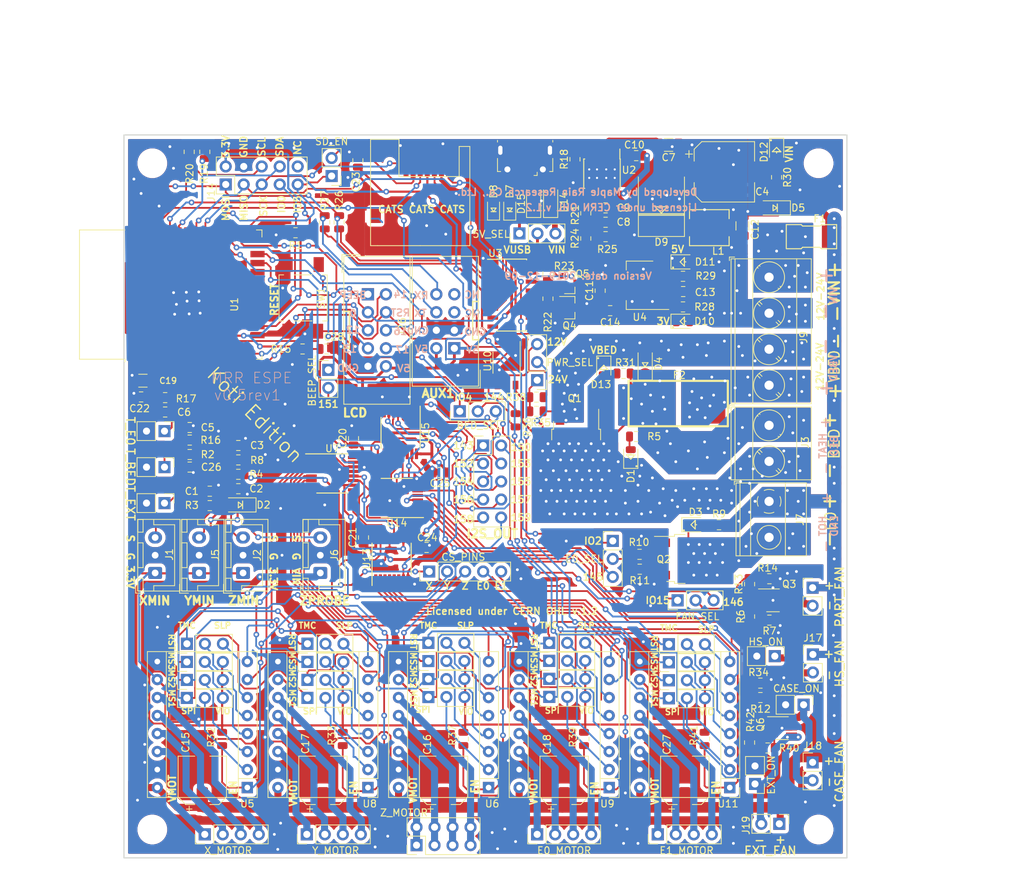
<source format=kicad_pcb>
(kicad_pcb (version 20171130) (host pcbnew "(5.1.5)-3")
  (title_block (title "MRR ESPE") (date 2019-12-09) (rev v0.5rev1))
  (layers (0 F.Cu signal) (31 B.Cu signal) (34 B.Paste user) (35 F.Paste user) (36 B.SilkS user) (37 F.SilkS user) (38 B.Mask user) (39 F.Mask user) (44 Edge.Cuts user))
  (net 0 "")
  (net 1 GND)
  (net 2 X_MIN)
  (net 3 Z_MIN)
  (net 4 Y_MIN)
  (net 5 VIN)
  (net 6 TEMP_BED_PIN)
  (net 7 TEMP_E0_PIN)
  (net 8 "Net-(C8-Pad1)")
  (net 9 COMP)
  (net 10 "Net-(C10-Pad2)")
  (net 11 "Net-(C10-Pad1)")
  (net 12 +3V3)
  (net 13 5V1)
  (net 14 +5V)
  (net 15 "Net-(D1-Pad2)")
  (net 16 "Net-(D1-Pad1)")
  (net 17 "Net-(D2-Pad1)")
  (net 18 "Net-(D3-Pad2)")
  (net 19 "Net-(D3-Pad1)")
  (net 20 VBED)
  (net 21 "Net-(D10-Pad2)")
  (net 22 "Net-(D11-Pad2)")
  (net 23 "Net-(D12-Pad2)")
  (net 24 "Net-(D13-Pad2)")
  (net 25 "Net-(F1-Pad2)")
  (net 26 "Net-(F2-Pad2)")
  (net 27 SS)
  (net 28 MISO)
  (net 29 SCK)
  (net 30 MOSI)
  (net 31 SCL)
  (net 32 SDA)
  (net 33 VUSB)
  (net 34 "Net-(J21-Pad4)")
  (net 35 "Net-(J21-Pad3)")
  (net 36 "Net-(J21-Pad2)")
  (net 37 "Net-(J21-Pad1)")
  (net 38 "Net-(J23-Pad4)")
  (net 39 "Net-(J23-Pad3)")
  (net 40 "Net-(J23-Pad2)")
  (net 41 "Net-(J23-Pad1)")
  (net 42 "Net-(J24-Pad1)")
  (net 43 "Net-(J24-Pad2)")
  (net 44 "Net-(J24-Pad3)")
  (net 45 "Net-(J24-Pad4)")
  (net 46 X_MS1)
  (net 47 Y_MS1)
  (net 48 Z_MS1)
  (net 49 E0_MS1)
  (net 50 X_MS2)
  (net 51 Y_MS2)
  (net 52 Z_MS2)
  (net 53 E0_MS2)
  (net 54 X_MS3)
  (net 55 Y_MS3)
  (net 56 Z_MS3)
  (net 57 E0_MS3)
  (net 58 X_SLP)
  (net 59 X_RST)
  (net 60 Y_SLP)
  (net 61 Y_RST)
  (net 62 Z_RST)
  (net 63 Z_SLP)
  (net 64 E0_SLP)
  (net 65 E0_RST)
  (net 66 "Net-(Q2-Pad1)")
  (net 67 "Net-(Q3-Pad1)")
  (net 68 "Net-(Q4-Pad1)")
  (net 69 RTS)
  (net 70 EN)
  (net 71 DTR)
  (net 72 "Net-(Q5-Pad1)")
  (net 73 "Net-(R18-Pad2)")
  (net 74 FB)
  (net 75 "Net-(R26-Pad2)")
  (net 76 "Net-(R27-Pad2)")
  (net 77 /D-)
  (net 78 /D+)
  (net 79 UART+)
  (net 80 UART-)
  (net 81 TO_HEATER_BED)
  (net 82 TO_HEATER_E0)
  (net 83 TO_FAN_E0)
  (net 84 GNDD)
  (net 85 "Net-(R36-Pad2)")
  (net 86 I2S_DATA)
  (net 87 I2S_BCK)
  (net 88 I2S_WS)
  (net 89 LCD_PINS_D4)
  (net 90 IO34)
  (net 91 BTN_EN1)
  (net 92 BTN_EN2)
  (net 93 LCD_PINS_RS)
  (net 94 X_CS)
  (net 95 Y_CS)
  (net 96 Z_CS)
  (net 97 E0_CS)
  (net 98 Q140)
  (net 99 Q141)
  (net 100 Q142)
  (net 101 Q143)
  (net 102 Q130)
  (net 103 Q129)
  (net 104 Q128)
  (net 105 Q136)
  (net 106 Q135)
  (net 107 Q134)
  (net 108 "Net-(U13-Pad14)")
  (net 109 Q133)
  (net 110 Q132)
  (net 111 Q131)
  (net 112 Q139)
  (net 113 Q138)
  (net 114 Q137)
  (net 115 BED_EXT_IN)
  (net 116 Q144)
  (net 117 Q145)
  (net 118 Q146)
  (net 119 Q147)
  (net 120 Q148)
  (net 121 Q149)
  (net 122 BTN_ENC)
  (net 123 LCD_PINS_EN)
  (net 124 "Net-(U13-Pad9)")
  (net 125 Z_2B)
  (net 126 Z_2A)
  (net 127 Z_1B)
  (net 128 Z_1A)
  (net 129 "Net-(J10-Pad2)")
  (net 130 Q151)
  (net 131 Q152)
  (net 132 Q153)
  (net 133 Q154)
  (net 134 Q155)
  (net 135 Q156)
  (net 136 Q157)
  (net 137 Q158)
  (net 138 Q159)
  (net 139 "Net-(J17-Pad2)")
  (net 140 "Net-(J18-Pad2)")
  (net 141 "Net-(J19-Pad2)")
  (net 142 E1_CS)
  (net 143 "Net-(J25-Pad1)")
  (net 144 "Net-(J25-Pad2)")
  (net 145 "Net-(J25-Pad3)")
  (net 146 "Net-(J25-Pad4)")
  (net 147 BEEPER_PIN)
  (net 148 Q150)
  (net 149 HEATER_BED)
  (net 150 PART_FAN)
  (net 151 HEATER_E0)
  (net 152 E1_MS1)
  (net 153 E1_MS2)
  (net 154 E1_MS3)
  (net 155 E1_RST)
  (net 156 E1_SLP)
  (net 157 "Net-(Q3-Pad3)")
  (net 158 "Net-(Q6-Pad1)")
  (net 159 "Net-(Q6-Pad3)")
  (net 160 "Net-(U14-Pad9)")
  (net 161 IO5)
  (net 162 "Net-(JP30-Pad1)")
  (net 163 "Net-(JP30-Pad3)")
  (net 164 "Net-(D14-Pad1)")
  (net 165 "Net-(D15-Pad1)")
  (net 166 "Net-(J4-Pad1)")
  (net 167 "Net-(J4-Pad8)")
  (net 168 "Net-(J4-Pad9)")
  (net 169 "Net-(J14-Pad10)")
  (net 170 "Net-(J15-Pad7)")
  (net 171 "Net-(J15-Pad5)")
  (net 172 "Net-(J16-Pad4)")
  (net 173 "Net-(U1-Pad17)")
  (net 174 "Net-(U1-Pad18)")
  (net 175 "Net-(U1-Pad19)")
  (net 176 "Net-(U1-Pad20)")
  (net 177 "Net-(U1-Pad21)")
  (net 178 "Net-(U1-Pad22)")
  (net 179 "Net-(U1-Pad32)")
  (net 180 "Net-(U2-Pad3)")
  (net 181 "Net-(U3-Pad15)")
  (net 182 "Net-(U3-Pad12)")
  (net 183 "Net-(U3-Pad11)")
  (net 184 "Net-(U3-Pad10)")
  (net 185 "Net-(U3-Pad9)")
  (net 186 "Net-(U3-Pad8)")
  (net 187 "Net-(U3-Pad7)")
  (net 188 "Net-(U15-Pad9)")
  (module koti:Koti_uSDcard (layer F.Cu) (at 82.296 55.626 180)
    (fp_text reference J4)
    (fp_text value Micro_SD_Card_China)
    (pad 9 smd rect (at 6.8 4.2 180) (size 1.5 2) (layers F.Cu F.Paste F.Mask) (net 168 "Net-(J4-Pad9)"))
    (pad 8 smd rect (at -4.5 10.5) (size 0.7 1.5) (layers F.Cu F.Paste F.Mask) (net 167 "Net-(J4-Pad8)"))
    (pad 7 smd rect (at -3.5 10.5) (size 0.7 1.5) (layers F.Cu F.Paste F.Mask) (net 28 MISO))
    (pad 6 smd rect (at -2.5 10.5) (size 0.7 1.5) (layers F.Cu F.Paste F.Mask) (net 1 GND))
    (pad 5 smd rect (at -1.5 10.5) (size 0.7 1.5) (layers F.Cu F.Paste F.Mask) (net 29 SCK))
    (pad 4 smd rect (at -0.5 10.5) (size 0.7 1.5) (layers F.Cu F.Paste F.Mask) (net 12 +3V3))
    (pad 3 smd rect (at 0.5 10.5) (size 0.7 1.5) (layers F.Cu F.Paste F.Mask) (net 30 MOSI))
    (pad 1 smd rect (at 2.5 10.5) (size 0.7 1.5) (layers F.Cu F.Paste F.Mask) (net 166 "Net-(J4-Pad1)"))
    (pad 2 smd rect (at 1.5 10.25) (size 0.7 1.5) (layers F.Cu F.Paste F.Mask) (net 27 SS))
    (pad 6 smd rect (at 1 0.75 90) (size 1.5 2) (layers F.Cu F.Paste F.Mask) (net 1 GND))
    (pad 6 smd rect (at -5 0.75 90) (size 1.5 2) (layers F.Cu F.Paste F.Mask) (net 1 GND))
    (pad 6 smd rect (at 6.7 14 180) (size 1.5 2) (layers F.Cu F.Paste F.Mask) (net 1 GND))
    (pad 6 smd rect (at -5.75 13 180) (size 1.5 2) (layers F.Cu F.Paste F.Mask) (net 1 GND))
  )
  (module Package_TO_SOT_SMD:TO-252-2 (layer F.Cu) (at 103.8 84 270)
    (fp_text reference Q1 (at -6.826 0.204) (layer F.SilkS))
    (fp_text value IRLS3034PBF)
    (pad 2 smd rect (at 2.1 0 270) (size 6.4 5.8) (layers F.Cu F.Mask) (net 16 "Net-(D1-Pad1)"))
    (pad 3 smd rect (at -4.2 2.28 270) (size 2.2 1.2) (layers F.Cu F.Paste F.Mask) (net 84 GNDD))
    (pad 1 smd rect (at -4.2 -2.28 270) (size 2.2 1.2) (layers F.Cu F.Paste F.Mask) (net 81 TO_HEATER_BED))
  )
  (module Capacitor_SMD:C_0805_2012Metric (layer F.Cu) (at 108.6 64.8 180)
    (fp_text reference C14 (at 0 -1.65 180) (layer F.SilkS))
    (fp_text value 47uF6.3V)
    (pad 2 smd roundrect (at 0.9375 0 180) (size 0.975 1.4) (layers F.Cu F.Paste F.Mask) (net 1 GND))
    (pad 1 smd roundrect (at -0.9375 0 180) (size 0.975 1.4) (layers F.Cu F.Paste F.Mask) (net 12 +3V3))
  )
  (module Capacitor_SMD:C_0805_2012Metric (layer F.Cu) (at 118.9 62.1)
    (fp_text reference C13 (at 3.1 0.1) (layer F.SilkS))
    (fp_text value 47uF6.3V)
    (pad 2 smd roundrect (at 0.9375 0) (size 0.975 1.4) (layers F.Cu F.Paste F.Mask) (net 1 GND))
    (pad 1 smd roundrect (at -0.9375 0) (size 0.975 1.4) (layers F.Cu F.Paste F.Mask) (net 14 +5V))
  )
  (module Capacitor_SMD:C_0805_2012Metric (layer F.Cu) (at 112.268 42.926 180)
    (fp_text reference C10 (at 0.254 1.524 180) (layer F.SilkS))
    (fp_text value 100nF50V)
    (pad 1 smd roundrect (at -0.9375 0 180) (size 0.975 1.4) (layers F.Cu F.Paste F.Mask) (net 11 "Net-(C10-Pad1)"))
    (pad 2 smd roundrect (at 0.9375 0 180) (size 0.975 1.4) (layers F.Cu F.Paste F.Mask) (net 10 "Net-(C10-Pad2)"))
  )
  (module Connector_PinHeader_2.54mm:PinHeader_2x05_P2.54mm_Vertical (layer F.Cu) (at 90.678 83.82)
    (fp_text reference J11)
    (fp_text value UNUSED)
    (pad 10 thru_hole oval (at 2.54 10.16) (size 1.7 1.7) (drill 1) (layers *.Cu *.Mask) (net 138 Q159))
    (pad 9 thru_hole oval (at 0 10.16) (size 1.7 1.7) (drill 1) (layers *.Cu *.Mask) (net 137 Q158))
    (pad 8 thru_hole oval (at 2.54 7.62) (size 1.7 1.7) (drill 1) (layers *.Cu *.Mask) (net 136 Q157))
    (pad 7 thru_hole oval (at 0 7.62) (size 1.7 1.7) (drill 1) (layers *.Cu *.Mask) (net 135 Q156))
    (pad 6 thru_hole oval (at 2.54 5.08) (size 1.7 1.7) (drill 1) (layers *.Cu *.Mask) (net 134 Q155))
    (pad 5 thru_hole oval (at 0 5.08) (size 1.7 1.7) (drill 1) (layers *.Cu *.Mask) (net 133 Q154))
    (pad 4 thru_hole oval (at 2.54 2.54) (size 1.7 1.7) (drill 1) (layers *.Cu *.Mask) (net 132 Q153))
    (pad 3 thru_hole oval (at 0 2.54) (size 1.7 1.7) (drill 1) (layers *.Cu *.Mask) (net 131 Q152))
    (pad 2 thru_hole oval (at 2.54 0) (size 1.7 1.7) (drill 1) (layers *.Cu *.Mask) (net 148 Q150))
    (pad 1 thru_hole rect (at 0 0) (size 1.7 1.7) (drill 1) (layers *.Cu *.Mask) (net 101 Q143))
  )
  (module projfp:6x6mmTactileSwitch (layer F.Cu) (at 65.278 62.992 90)
    (fp_text reference SW1 (at 0 2.54 90) (layer F.SilkS))
    (fp_text value RESET)
    (pad 2 smd rect (at -4.7 2.1 90) (size 2.1 1.45) (layers F.Cu F.Paste F.Mask) (net 70 EN))
    (pad 3 smd rect (at 4.7 2.2 90) (size 2.1 1.45) (layers F.Cu F.Paste F.Mask))
    (pad 1 smd rect (at 4.7 -2.2 90) (size 2.1 1.45) (layers F.Cu F.Paste F.Mask) (net 1 GND))
    (pad 1 smd rect (at -4.7 -2.2 90) (size 2.1 1.45) (layers F.Cu F.Paste F.Mask) (net 1 GND))
  )
  (module Connector_USB:USB_Micro-B_Molex-105017-0001 (layer F.Cu) (at 96.6 43.4 180)
    (fp_text reference J16 hide)
    (fp_text value USB_B_Micro)
    (pad 6 smd rect (at 1 1.2375 180) (size 1.5 1.9) (layers F.Cu F.Paste F.Mask) (net 1 GND))
    (pad 6 thru_hole circle (at -2.5 -1.4625 180) (size 1.45 1.45) (drill 0.85) (layers *.Cu *.Mask) (net 1 GND))
    (pad 2 smd rect (at -0.65 -1.4625 180) (size 0.4 1.35) (layers F.Cu F.Paste F.Mask) (net 77 /D-))
    (pad 1 smd rect (at -1.3 -1.4625 180) (size 0.4 1.35) (layers F.Cu F.Paste F.Mask) (net 33 VUSB))
    (pad 5 smd rect (at 1.3 -1.4625 180) (size 0.4 1.35) (layers F.Cu F.Paste F.Mask) (net 1 GND))
    (pad 4 smd rect (at 0.65 -1.4625 180) (size 0.4 1.35) (layers F.Cu F.Paste F.Mask) (net 172 "Net-(J16-Pad4)"))
    (pad 3 smd rect (at 0 -1.4625 180) (size 0.4 1.35) (layers F.Cu F.Paste F.Mask) (net 78 /D+))
    (pad 6 thru_hole circle (at 2.5 -1.4625 180) (size 1.45 1.45) (drill 0.85) (layers *.Cu *.Mask) (net 1 GND))
    (pad 6 smd rect (at -1 1.2375 180) (size 1.5 1.9) (layers F.Cu F.Paste F.Mask) (net 1 GND))
    (pad 6 thru_hole oval (at -3.5 1.2375) (size 1.2 1.9) (drill oval 0.6 1.3) (layers *.Cu *.Mask) (net 1 GND))
    (pad 6 thru_hole oval (at 3.5 1.2375 180) (size 1.2 1.9) (drill oval 0.6 1.3) (layers *.Cu *.Mask) (net 1 GND))
    (pad 6 smd rect (at 2.9 1.2375 180) (size 1.2 1.9) (layers F.Cu F.Mask) (net 1 GND))
    (pad 6 smd rect (at -2.9 1.2375 180) (size 1.2 1.9) (layers F.Cu F.Mask) (net 1 GND))
  )
  (module Connector_IDC:IDC-Header_2x04_P2.54mm_Vertical (layer F.Cu) (at 86.614 70.104 180)
    (fp_text reference J15 hide)
    (fp_text value AUX1)
    (pad 8 thru_hole oval (at 2.54 7.62 180) (size 1.7272 1.7272) (drill 1.016) (layers *.Cu *.Mask) (net 80 UART-))
    (pad 7 thru_hole oval (at 0 7.62 180) (size 1.7272 1.7272) (drill 1.016) (layers *.Cu *.Mask) (net 170 "Net-(J15-Pad7)"))
    (pad 6 thru_hole oval (at 2.54 5.08 180) (size 1.7272 1.7272) (drill 1.016) (layers *.Cu *.Mask) (net 79 UART+))
    (pad 5 thru_hole oval (at 0 5.08 180) (size 1.7272 1.7272) (drill 1.016) (layers *.Cu *.Mask) (net 171 "Net-(J15-Pad5)"))
    (pad 4 thru_hole oval (at 2.54 2.54 180) (size 1.7272 1.7272) (drill 1.016) (layers *.Cu *.Mask) (net 1 GND))
    (pad 3 thru_hole oval (at 0 2.54 180) (size 1.7272 1.7272) (drill 1.016) (layers *.Cu *.Mask) (net 1 GND))
    (pad 2 thru_hole oval (at 2.54 0 180) (size 1.7272 1.7272) (drill 1.016) (layers *.Cu *.Mask) (net 14 +5V))
    (pad 1 thru_hole rect (at 0 0 180) (size 1.7272 1.7272) (drill 1.016) (layers *.Cu *.Mask) (net 14 +5V))
  )
  (module Capacitor_SMD:C_0805_2012Metric (layer F.Cu) (at 52.108 90.27 180)
    (fp_text reference C1 (at 2.54 0 180) (layer F.SilkS))
    (fp_text value 100nF25V)
    (pad 2 smd roundrect (at 0.9375 0 180) (size 0.975 1.4) (layers F.Cu F.Paste F.Mask) (net 2 X_MIN))
    (pad 1 smd roundrect (at -0.9375 0 180) (size 0.975 1.4) (layers F.Cu F.Paste F.Mask) (net 1 GND))
  )
  (module Capacitor_SMD:C_0805_2012Metric (layer F.Cu) (at 56.134 89.916 180)
    (fp_text reference C2 (at -2.54 0) (layer F.SilkS))
    (fp_text value 100nF25V)
    (pad 2 smd roundrect (at 0.9375 0 180) (size 0.975 1.4) (layers F.Cu F.Paste F.Mask) (net 3 Z_MIN))
    (pad 1 smd roundrect (at -0.9375 0 180) (size 0.975 1.4) (layers F.Cu F.Paste F.Mask) (net 1 GND))
  )
  (module Capacitor_SMD:C_0805_2012Metric (layer F.Cu) (at 56.134 83.82 180)
    (fp_text reference C3 (at -2.642851 0.016943) (layer F.SilkS))
    (fp_text value 100nF25V)
    (pad 2 smd roundrect (at 0.9375 0 180) (size 0.975 1.4) (layers F.Cu F.Paste F.Mask) (net 4 Y_MIN))
    (pad 1 smd roundrect (at -0.9375 0 180) (size 0.975 1.4) (layers F.Cu F.Paste F.Mask) (net 1 GND))
  )
  (module Capacitor_SMD:CP_Elec_8x10 (layer F.Cu) (at 124.714 45.212)
    (fp_text reference C4 (at 5.334 2.794) (layer F.SilkS))
    (fp_text value 100uF50V)
    (pad 2 smd roundrect (at 3.25 0) (size 3.5 2.5) (layers F.Cu F.Paste F.Mask) (roundrect_rratio 0.1) (net 1 GND))
    (pad 1 smd roundrect (at -3.25 0) (size 3.5 2.5) (layers F.Cu F.Paste F.Mask) (roundrect_rratio 0.1) (net 5 VIN))
  )
  (module Capacitor_SMD:C_0805_2012Metric (layer F.Cu) (at 49.276 81.28 180)
    (fp_text reference C5 (at -2.54 0 180) (layer F.SilkS))
    (fp_text value 22uF6.3V)
    (pad 2 smd roundrect (at 0.9375 0 180) (size 0.975 1.4) (layers F.Cu F.Paste F.Mask) (net 6 TEMP_BED_PIN))
    (pad 1 smd roundrect (at -0.9375 0 180) (size 0.975 1.4) (layers F.Cu F.Paste F.Mask) (net 1 GND))
  )
  (module Capacitor_SMD:C_0805_2012Metric (layer F.Cu) (at 45.809 79.092)
    (fp_text reference C6 (at 2.675 0.025) (layer F.SilkS))
    (fp_text value 22uF6.3V)
    (pad 2 smd roundrect (at 0.9375 0) (size 0.975 1.4) (layers F.Cu F.Paste F.Mask) (net 7 TEMP_E0_PIN))
    (pad 1 smd roundrect (at -0.9375 0) (size 0.975 1.4) (layers F.Cu F.Paste F.Mask) (net 1 GND))
  )
  (module Capacitor_SMD:C_1206_3216Metric (layer F.Cu) (at 116.84 41.402 180)
    (fp_text reference C7 (at 0 -1.778 180) (layer F.SilkS))
    (fp_text value 4.7uF50V)
    (pad 2 smd roundrect (at 1.4 0 180) (size 1.25 1.75) (layers F.Cu F.Paste F.Mask) (roundrect_rratio 0.2) (net 5 VIN))
    (pad 1 smd roundrect (at -1.4 0 180) (size 1.25 1.75) (layers F.Cu F.Paste F.Mask) (roundrect_rratio 0.2) (net 1 GND))
  )
  (module Capacitor_SMD:C_0805_2012Metric (layer F.Cu) (at 107.95 52.324)
    (fp_text reference C8 (at 2.54 -0.03) (layer F.SilkS))
    (fp_text value 820pF50V)
    (pad 2 smd roundrect (at 0.9375 0) (size 0.975 1.4) (layers F.Cu F.Paste F.Mask) (net 1 GND))
    (pad 1 smd roundrect (at -0.9375 0) (size 0.975 1.4) (layers F.Cu F.Paste F.Mask) (net 8 "Net-(C8-Pad1)"))
  )
  (module Capacitor_SMD:C_0805_2012Metric (layer F.Cu) (at 107.95 50.292)
    (fp_text reference C9 (at 2.54 0) (layer F.SilkS))
    (fp_text value 56pF50V)
    (pad 2 smd roundrect (at 0.9375 0) (size 0.975 1.4) (layers F.Cu F.Paste F.Mask) (net 1 GND))
    (pad 1 smd roundrect (at -0.9375 0) (size 0.975 1.4) (layers F.Cu F.Paste F.Mask) (net 9 COMP))
  )
  (module Capacitor_SMD:C_0805_2012Metric (layer F.Cu) (at 107.188 61.976 90)
    (fp_text reference C11 (at 0 -1.524 90) (layer F.SilkS))
    (fp_text value 1nF16V)
    (pad 2 smd roundrect (at 0.9375 0 90) (size 0.975 1.4) (layers F.Cu F.Paste F.Mask) (net 12 +3V3))
    (pad 1 smd roundrect (at -0.9375 0 90) (size 0.975 1.4) (layers F.Cu F.Paste F.Mask) (net 1 GND))
  )
  (module Capacitor_SMD:C_1206_3216Metric (layer F.Cu) (at 127.254 52.832 270)
    (fp_text reference C12 (at 0.508 -1.778 270) (layer F.SilkS))
    (fp_text value 47uF10V)
    (pad 2 smd roundrect (at 1.4 0 270) (size 1.25 1.75) (layers F.Cu F.Paste F.Mask) (roundrect_rratio 0.2) (net 13 5V1))
    (pad 1 smd roundrect (at -1.4 0 270) (size 1.25 1.75) (layers F.Cu F.Paste F.Mask) (roundrect_rratio 0.2) (net 1 GND))
  )
  (module Capacitor_SMD:CP_Elec_6.3x7.7 (layer F.Cu) (at 51.054 131.064 90)
    (fp_text reference C15 (at 5.364 -2.354 90) (layer F.SilkS))
    (fp_text value 100uF35V)
    (pad 2 smd roundrect (at 2.7 0 90) (size 3.5 1.6) (layers F.Cu F.Paste F.Mask) (roundrect_rratio 0.15625) (net 1 GND))
    (pad 1 smd roundrect (at -2.7 0 90) (size 3.5 1.6) (layers F.Cu F.Paste F.Mask) (roundrect_rratio 0.15625) (net 5 VIN))
  )
  (module Capacitor_SMD:CP_Elec_6.3x7.7 (layer F.Cu) (at 85.09 131.064 90)
    (fp_text reference C16 (at 5.064 -2.29 90) (layer F.SilkS))
    (fp_text value 100uF35V)
    (pad 2 smd roundrect (at 2.7 0 90) (size 3.5 1.6) (layers F.Cu F.Paste F.Mask) (roundrect_rratio 0.15625) (net 1 GND))
    (pad 1 smd roundrect (at -2.7 0 90) (size 3.5 1.6) (layers F.Cu F.Paste F.Mask) (roundrect_rratio 0.15625) (net 5 VIN))
  )
  (module Capacitor_SMD:CP_Elec_6.3x7.7 (layer F.Cu) (at 68.072 131.064 90)
    (fp_text reference C17 (at 5.164 -2.472 90) (layer F.SilkS))
    (fp_text value 100uF35V)
    (pad 2 smd roundrect (at 2.7 0 90) (size 3.5 1.6) (layers F.Cu F.Paste F.Mask) (roundrect_rratio 0.15625) (net 1 GND))
    (pad 1 smd roundrect (at -2.7 0 90) (size 3.5 1.6) (layers F.Cu F.Paste F.Mask) (roundrect_rratio 0.15625) (net 5 VIN))
  )
  (module Capacitor_SMD:CP_Elec_6.3x7.7 (layer F.Cu) (at 102.108 131.064 90)
    (fp_text reference C18 (at 5.064 -2.408 90) (layer F.SilkS))
    (fp_text value 100uF35V)
    (pad 2 smd roundrect (at 2.7 0 90) (size 3.5 1.6) (layers F.Cu F.Paste F.Mask) (roundrect_rratio 0.15625) (net 1 GND))
    (pad 1 smd roundrect (at -2.7 0 90) (size 3.5 1.6) (layers F.Cu F.Paste F.Mask) (roundrect_rratio 0.15625) (net 5 VIN))
  )
  (module MountingHole:MountingHole_3.2mm_M3_DIN965 (layer F.Cu) (at 44 44)
    (fp_text reference H1 hide)
    (fp_text value MountingHole)
    (pad 1 np_thru_hole circle (at 0 0) (size 3.2 3.2) (drill 3.2) (layers *.Cu *.Mask))
  )
  (module MountingHole:MountingHole_3.2mm_M3_DIN965 (layer F.Cu) (at 44 138)
    (fp_text reference H2 hide)
    (fp_text value MountingHole)
    (pad 1 np_thru_hole circle (at 0 0) (size 3.2 3.2) (drill 3.2) (layers *.Cu *.Mask))
  )
  (module MountingHole:MountingHole_3.2mm_M3_DIN965 (layer F.Cu) (at 138 138)
    (fp_text reference H3 hide)
    (fp_text value MountingHole)
    (pad 1 np_thru_hole circle (at 0 0) (size 3.2 3.2) (drill 3.2) (layers *.Cu *.Mask))
  )
  (module MountingHole:MountingHole_3.2mm_M3_DIN965 (layer F.Cu) (at 138 44)
    (fp_text reference H4 hide)
    (fp_text value MountingHole)
    (pad 1 np_thru_hole circle (at 0 0) (size 3.2 3.2) (drill 3.2) (layers *.Cu *.Mask))
  )
  (module TerminalBlock_Phoenix:TerminalBlock_Phoenix_MKDS-3-2-5.08_1x02_P5.08mm_Horizontal (layer F.Cu) (at 131.017 80.976 270)
    (fp_text reference J3 (at 2.425 -5.1 270) (layer F.SilkS))
    (fp_text value BED)
    (pad 2 thru_hole circle (at 5.08 0 270) (size 2.6 2.6) (drill 1.3) (layers *.Cu *.Mask) (net 16 "Net-(D1-Pad1)"))
    (pad 1 thru_hole rect (at 0 0 270) (size 2.6 2.6) (drill 1.3) (layers *.Cu *.Mask) (net 20 VBED))
  )
  (module TerminalBlock_Phoenix:TerminalBlock_Phoenix_MKDS-3-4-5.08_1x04_P5.08mm_Horizontal (layer F.Cu) (at 131.017 60.076 270)
    (fp_text reference J9 (at 8.475 -4.875 270) (layer F.SilkS))
    (fp_text value PWR_IN)
    (pad 4 thru_hole circle (at 15.24 0 270) (size 2.6 2.6) (drill 1.3) (layers *.Cu *.Mask) (net 26 "Net-(F2-Pad2)"))
    (pad 3 thru_hole circle (at 10.16 0 270) (size 2.6 2.6) (drill 1.3) (layers *.Cu *.Mask) (net 84 GNDD))
    (pad 2 thru_hole circle (at 5.08 0 270) (size 2.6 2.6) (drill 1.3) (layers *.Cu *.Mask) (net 1 GND))
    (pad 1 thru_hole rect (at 0 0 270) (size 2.6 2.6) (drill 1.3) (layers *.Cu *.Mask) (net 25 "Net-(F1-Pad2)"))
  )
  (module Connector_PinHeader_2.54mm:PinHeader_1x02_P2.54mm_Vertical (layer F.Cu) (at 137.16 103.886)
    (fp_text reference J10 hide)
    (fp_text value PART_FAN)
    (pad 1 thru_hole rect (at 0 0) (size 1.7 1.7) (drill 1) (layers *.Cu *.Mask) (net 5 VIN))
    (pad 2 thru_hole oval (at 0 2.54) (size 1.7 1.7) (drill 1) (layers *.Cu *.Mask) (net 129 "Net-(J10-Pad2)"))
  )
  (module Connector_PinHeader_2.54mm:PinHeader_1x04_P2.54mm_Vertical (layer F.Cu) (at 51.4 138.684 90)
    (fp_text reference J21 hide)
    (fp_text value X_MOTOR (at -2.286 3.302 -180) (layer F.SilkS))
    (pad 4 thru_hole oval (at 0 7.62 90) (size 1.7 1.7) (drill 1) (layers *.Cu *.Mask) (net 34 "Net-(J21-Pad4)"))
    (pad 3 thru_hole oval (at 0 5.08 90) (size 1.7 1.7) (drill 1) (layers *.Cu *.Mask) (net 35 "Net-(J21-Pad3)"))
    (pad 2 thru_hole oval (at 0 2.54 90) (size 1.7 1.7) (drill 1) (layers *.Cu *.Mask) (net 36 "Net-(J21-Pad2)"))
    (pad 1 thru_hole rect (at 0 0 90) (size 1.7 1.7) (drill 1) (layers *.Cu *.Mask) (net 37 "Net-(J21-Pad1)"))
  )
  (module Connector_PinHeader_2.54mm:PinHeader_1x04_P2.54mm_Vertical (layer F.Cu) (at 65.8 138.684 90)
    (fp_text reference J23 hide)
    (fp_text value Y_MOTOR (at -2.286 4.064 -180) (layer F.SilkS))
    (pad 4 thru_hole oval (at 0 7.62 90) (size 1.7 1.7) (drill 1) (layers *.Cu *.Mask) (net 38 "Net-(J23-Pad4)"))
    (pad 3 thru_hole oval (at 0 5.08 90) (size 1.7 1.7) (drill 1) (layers *.Cu *.Mask) (net 39 "Net-(J23-Pad3)"))
    (pad 2 thru_hole oval (at 0 2.54 90) (size 1.7 1.7) (drill 1) (layers *.Cu *.Mask) (net 40 "Net-(J23-Pad2)"))
    (pad 1 thru_hole rect (at 0 0 90) (size 1.7 1.7) (drill 1) (layers *.Cu *.Mask) (net 41 "Net-(J23-Pad1)"))
  )
  (module Connector_PinHeader_2.54mm:PinHeader_1x04_P2.54mm_Vertical (layer F.Cu) (at 98.298 138.684 90)
    (fp_text reference J24 hide)
    (fp_text value E0_MOTOR (at -2.286 3.81 -180) (layer F.SilkS))
    (pad 4 thru_hole oval (at 0 7.62 90) (size 1.7 1.7) (drill 1) (layers *.Cu *.Mask) (net 45 "Net-(J24-Pad4)"))
    (pad 3 thru_hole oval (at 0 5.08 90) (size 1.7 1.7) (drill 1) (layers *.Cu *.Mask) (net 44 "Net-(J24-Pad3)"))
    (pad 2 thru_hole oval (at 0 2.54 90) (size 1.7 1.7) (drill 1) (layers *.Cu *.Mask) (net 43 "Net-(J24-Pad2)"))
    (pad 1 thru_hole rect (at 0 0 90) (size 1.7 1.7) (drill 1) (layers *.Cu *.Mask) (net 42 "Net-(J24-Pad1)"))
  )
  (module Connector_PinHeader_2.54mm:PinHeader_1x03_P2.54mm_Vertical (layer F.Cu) (at 48.872497 119.435353 90)
    (fp_text reference JP1 hide)
    (fp_text value X_MS1)
    (pad 3 thru_hole oval (at 0 5.08 90) (size 1.7 1.7) (drill 1) (layers *.Cu *.Mask) (net 12 +3V3))
    (pad 2 thru_hole oval (at 0 2.54 90) (size 1.7 1.7) (drill 1) (layers *.Cu *.Mask) (net 46 X_MS1))
    (pad 1 thru_hole rect (at 0 0 90) (size 1.7 1.7) (drill 1) (layers *.Cu *.Mask) (net 30 MOSI))
  )
  (module Connector_PinHeader_2.54mm:PinHeader_1x03_P2.54mm_Vertical (layer F.Cu) (at 65.887289 119.432248 90)
    (fp_text reference JP2 hide)
    (fp_text value Y_MS1)
    (pad 3 thru_hole oval (at 0 5.08 90) (size 1.7 1.7) (drill 1) (layers *.Cu *.Mask) (net 12 +3V3))
    (pad 2 thru_hole oval (at 0 2.54 90) (size 1.7 1.7) (drill 1) (layers *.Cu *.Mask) (net 47 Y_MS1))
    (pad 1 thru_hole rect (at 0 0 90) (size 1.7 1.7) (drill 1) (layers *.Cu *.Mask) (net 30 MOSI))
  )
  (module Connector_PinHeader_2.54mm:PinHeader_1x03_P2.54mm_Vertical (layer F.Cu) (at 82.95289 119.309218 90)
    (fp_text reference JP3 hide)
    (fp_text value Z_MS1)
    (pad 3 thru_hole oval (at 0 5.08 90) (size 1.7 1.7) (drill 1) (layers *.Cu *.Mask) (net 12 +3V3))
    (pad 2 thru_hole oval (at 0 2.54 90) (size 1.7 1.7) (drill 1) (layers *.Cu *.Mask) (net 48 Z_MS1))
    (pad 1 thru_hole rect (at 0 0 90) (size 1.7 1.7) (drill 1) (layers *.Cu *.Mask) (net 30 MOSI))
  )
  (module Connector_PinHeader_2.54mm:PinHeader_1x03_P2.54mm_Vertical (layer F.Cu) (at 100.009499 119.287981 90)
    (fp_text reference JP4 hide)
    (fp_text value E0_MS1)
    (pad 3 thru_hole oval (at 0 5.08 90) (size 1.7 1.7) (drill 1) (layers *.Cu *.Mask) (net 12 +3V3))
    (pad 2 thru_hole oval (at 0 2.54 90) (size 1.7 1.7) (drill 1) (layers *.Cu *.Mask) (net 49 E0_MS1))
    (pad 1 thru_hole rect (at 0 0 90) (size 1.7 1.7) (drill 1) (layers *.Cu *.Mask) (net 30 MOSI))
  )
  (module Connector_PinHeader_2.54mm:PinHeader_1x03_P2.54mm_Vertical (layer F.Cu) (at 48.872497 116.895353 90)
    (fp_text reference JP5 hide)
    (fp_text value X_MS2)
    (pad 3 thru_hole oval (at 0 5.08 90) (size 1.7 1.7) (drill 1) (layers *.Cu *.Mask) (net 12 +3V3))
    (pad 2 thru_hole oval (at 0 2.54 90) (size 1.7 1.7) (drill 1) (layers *.Cu *.Mask) (net 50 X_MS2))
    (pad 1 thru_hole rect (at 0 0 90) (size 1.7 1.7) (drill 1) (layers *.Cu *.Mask) (net 29 SCK))
  )
  (module Connector_PinHeader_2.54mm:PinHeader_1x03_P2.54mm_Vertical (layer F.Cu) (at 65.887289 116.892248 90)
    (fp_text reference JP6 hide)
    (fp_text value Y_MS2)
    (pad 3 thru_hole oval (at 0 5.08 90) (size 1.7 1.7) (drill 1) (layers *.Cu *.Mask) (net 12 +3V3))
    (pad 2 thru_hole oval (at 0 2.54 90) (size 1.7 1.7) (drill 1) (layers *.Cu *.Mask) (net 51 Y_MS2))
    (pad 1 thru_hole rect (at 0 0 90) (size 1.7 1.7) (drill 1) (layers *.Cu *.Mask) (net 29 SCK))
  )
  (module Connector_PinHeader_2.54mm:PinHeader_1x03_P2.54mm_Vertical (layer F.Cu) (at 82.95289 116.769218 90)
    (fp_text reference JP7 hide)
    (fp_text value Z_MS2)
    (pad 3 thru_hole oval (at 0 5.08 90) (size 1.7 1.7) (drill 1) (layers *.Cu *.Mask) (net 12 +3V3))
    (pad 2 thru_hole oval (at 0 2.54 90) (size 1.7 1.7) (drill 1) (layers *.Cu *.Mask) (net 52 Z_MS2))
    (pad 1 thru_hole rect (at 0 0 90) (size 1.7 1.7) (drill 1) (layers *.Cu *.Mask) (net 29 SCK))
  )
  (module Connector_PinHeader_2.54mm:PinHeader_1x03_P2.54mm_Vertical (layer F.Cu) (at 100.009499 116.741981 90)
    (fp_text reference JP8 hide)
    (fp_text value E0_MS2)
    (pad 3 thru_hole oval (at 0 5.08 90) (size 1.7 1.7) (drill 1) (layers *.Cu *.Mask) (net 12 +3V3))
    (pad 2 thru_hole oval (at 0 2.54 90) (size 1.7 1.7) (drill 1) (layers *.Cu *.Mask) (net 53 E0_MS2))
    (pad 1 thru_hole rect (at 0 0 90) (size 1.7 1.7) (drill 1) (layers *.Cu *.Mask) (net 29 SCK))
  )
  (module Connector_PinHeader_2.54mm:PinHeader_1x03_P2.54mm_Vertical (layer F.Cu) (at 48.872497 114.355353 90)
    (fp_text reference JP9 hide)
    (fp_text value X_MS3)
    (pad 3 thru_hole oval (at 0 5.08 90) (size 1.7 1.7) (drill 1) (layers *.Cu *.Mask) (net 12 +3V3))
    (pad 2 thru_hole oval (at 0 2.54 90) (size 1.7 1.7) (drill 1) (layers *.Cu *.Mask) (net 54 X_MS3))
    (pad 1 thru_hole rect (at 0 0 90) (size 1.7 1.7) (drill 1) (layers *.Cu *.Mask) (net 94 X_CS))
  )
  (module Connector_PinHeader_2.54mm:PinHeader_1x03_P2.54mm_Vertical (layer F.Cu) (at 65.887289 114.352248 90)
    (fp_text reference JP10 hide)
    (fp_text value Y_MS3)
    (pad 3 thru_hole oval (at 0 5.08 90) (size 1.7 1.7) (drill 1) (layers *.Cu *.Mask) (net 12 +3V3))
    (pad 2 thru_hole oval (at 0 2.54 90) (size 1.7 1.7) (drill 1) (layers *.Cu *.Mask) (net 55 Y_MS3))
    (pad 1 thru_hole rect (at 0 0 90) (size 1.7 1.7) (drill 1) (layers *.Cu *.Mask) (net 95 Y_CS))
  )
  (module Connector_PinHeader_2.54mm:PinHeader_1x03_P2.54mm_Vertical (layer F.Cu) (at 82.95289 114.229218 90)
    (fp_text reference JP11 hide)
    (fp_text value Z_MS3)
    (pad 3 thru_hole oval (at 0 5.08 90) (size 1.7 1.7) (drill 1) (layers *.Cu *.Mask) (net 12 +3V3))
    (pad 2 thru_hole oval (at 0 2.54 90) (size 1.7 1.7) (drill 1) (layers *.Cu *.Mask) (net 56 Z_MS3))
    (pad 1 thru_hole rect (at 0 0 90) (size 1.7 1.7) (drill 1) (layers *.Cu *.Mask) (net 96 Z_CS))
  )
  (module Connector_PinHeader_2.54mm:PinHeader_1x03_P2.54mm_Vertical (layer F.Cu) (at 99.997499 114.201981 90)
    (fp_text reference JP12 hide)
    (fp_text value E0_MS3)
    (pad 3 thru_hole oval (at 0 5.08 90) (size 1.7 1.7) (drill 1) (layers *.Cu *.Mask) (net 12 +3V3))
    (pad 2 thru_hole oval (at 0 2.54 90) (size 1.7 1.7) (drill 1) (layers *.Cu *.Mask) (net 57 E0_MS3))
    (pad 1 thru_hole rect (at 0 0 90) (size 1.7 1.7) (drill 1) (layers *.Cu *.Mask) (net 97 E0_CS))
  )
  (module Connector_PinHeader_2.54mm:PinHeader_1x03_P2.54mm_Vertical (layer F.Cu) (at 48.880497 111.790353 90)
    (fp_text reference JP13 hide)
    (fp_text value X_RST)
    (pad 3 thru_hole oval (at 0 5.08 90) (size 1.7 1.7) (drill 1) (layers *.Cu *.Mask) (net 58 X_SLP))
    (pad 2 thru_hole oval (at 0 2.54 90) (size 1.7 1.7) (drill 1) (layers *.Cu *.Mask) (net 59 X_RST))
    (pad 1 thru_hole rect (at 0 0 90) (size 1.7 1.7) (drill 1) (layers *.Cu *.Mask) (net 28 MISO))
  )
  (module Connector_PinHeader_2.54mm:PinHeader_1x03_P2.54mm_Vertical (layer F.Cu) (at 65.887289 111.787248 90)
    (fp_text reference JP14 hide)
    (fp_text value Y_RST)
    (pad 3 thru_hole oval (at 0 5.08 90) (size 1.7 1.7) (drill 1) (layers *.Cu *.Mask) (net 60 Y_SLP))
    (pad 2 thru_hole oval (at 0 2.54 90) (size 1.7 1.7) (drill 1) (layers *.Cu *.Mask) (net 61 Y_RST))
    (pad 1 thru_hole rect (at 0 0 90) (size 1.7 1.7) (drill 1) (layers *.Cu *.Mask) (net 28 MISO))
  )
  (module Connector_PinHeader_2.54mm:PinHeader_1x03_P2.54mm_Vertical (layer F.Cu) (at 82.95289 111.664218 90)
    (fp_text reference JP15 hide)
    (fp_text value Z_RST)
    (pad 3 thru_hole oval (at 0 5.08 90) (size 1.7 1.7) (drill 1) (layers *.Cu *.Mask) (net 63 Z_SLP))
    (pad 2 thru_hole oval (at 0 2.54 90) (size 1.7 1.7) (drill 1) (layers *.Cu *.Mask) (net 62 Z_RST))
    (pad 1 thru_hole rect (at 0 0 90) (size 1.7 1.7) (drill 1) (layers *.Cu *.Mask) (net 28 MISO))
  )
  (module Connector_PinHeader_2.54mm:PinHeader_1x03_P2.54mm_Vertical (layer F.Cu) (at 99.997499 111.661981 90)
    (fp_text reference JP16 hide)
    (fp_text value E0_RST)
    (pad 3 thru_hole oval (at 0 5.08 90) (size 1.7 1.7) (drill 1) (layers *.Cu *.Mask) (net 64 E0_SLP))
    (pad 2 thru_hole oval (at 0 2.54 90) (size 1.7 1.7) (drill 1) (layers *.Cu *.Mask) (net 65 E0_RST))
    (pad 1 thru_hole rect (at 0 0 90) (size 1.7 1.7) (drill 1) (layers *.Cu *.Mask) (net 28 MISO))
  )
  (module Package_TO_SOT_SMD:TO-252-2 (layer F.Cu) (at 120.142 99.822)
    (fp_text reference Q2 (at -3.987 0.058) (layer F.SilkS))
    (fp_text value IRLR8743TRPBF)
    (pad 2 smd rect (at 2.1 0) (size 6.4 5.8) (layers F.Cu F.Mask) (net 19 "Net-(D3-Pad1)"))
    (pad 3 smd rect (at -4.2 2.28) (size 2.2 1.2) (layers F.Cu F.Paste F.Mask) (net 1 GND))
    (pad 1 smd rect (at -4.2 -2.28) (size 2.2 1.2) (layers F.Cu F.Paste F.Mask) (net 66 "Net-(Q2-Pad1)"))
  )
  (module Package_TO_SOT_SMD:SOT-23 (layer F.Cu) (at 102.863378 64.374658)
    (fp_text reference Q4 (at 0 2.54) (layer F.SilkS))
    (fp_text value S9014)
    (pad 3 smd rect (at 1 0) (size 0.9 0.8) (layers F.Cu F.Paste F.Mask) (net 70 EN))
    (pad 2 smd rect (at -1 0.95) (size 0.9 0.8) (layers F.Cu F.Paste F.Mask) (net 69 RTS))
    (pad 1 smd rect (at -1 -0.95) (size 0.9 0.8) (layers F.Cu F.Paste F.Mask) (net 68 "Net-(Q4-Pad1)"))
  )
  (module Package_TO_SOT_SMD:SOT-23 (layer F.Cu) (at 102.863378 60.818658)
    (fp_text reference Q5 (at 1.836622 -1.218658) (layer F.SilkS))
    (fp_text value S9014)
    (pad 3 smd rect (at 1 0) (size 0.9 0.8) (layers F.Cu F.Paste F.Mask) (net 91 BTN_EN1))
    (pad 2 smd rect (at -1 0.95) (size 0.9 0.8) (layers F.Cu F.Paste F.Mask) (net 71 DTR))
    (pad 1 smd rect (at -1 -0.95) (size 0.9 0.8) (layers F.Cu F.Paste F.Mask) (net 72 "Net-(Q5-Pad1)"))
  )
  (module Resistor_SMD:R_0805_2012Metric (layer F.Cu) (at 64.2 53.8 180)
    (fp_text reference R1 (at 0 -1.778 180) (layer F.SilkS))
    (fp_text value 10K)
    (pad 2 smd roundrect (at 0.9375 0 180) (size 0.975 1.4) (layers F.Cu F.Paste F.Mask) (net 91 BTN_EN1))
    (pad 1 smd roundrect (at -0.9375 0 180) (size 0.975 1.4) (layers F.Cu F.Paste F.Mask) (net 12 +3V3))
  )
  (module Resistor_SMD:R_0805_2012Metric (layer F.Cu) (at 49.276 85.09)
    (fp_text reference R2 (at 2.54 0) (layer F.SilkS))
    (fp_text value 4.7K)
    (pad 2 smd roundrect (at 0.9375 0) (size 0.975 1.4) (layers F.Cu F.Paste F.Mask) (net 90 IO34))
    (pad 1 smd roundrect (at -0.9375 0) (size 0.975 1.4) (layers F.Cu F.Paste F.Mask) (net 12 +3V3))
  )
  (module Resistor_SMD:R_0805_2012Metric (layer F.Cu) (at 52.108 92.302)
    (fp_text reference R3 (at -2.54 -0.051057) (layer F.SilkS))
    (fp_text value 10K)
    (pad 2 smd roundrect (at 0.9375 0) (size 0.975 1.4) (layers F.Cu F.Paste F.Mask) (net 12 +3V3))
    (pad 1 smd roundrect (at -0.9375 0) (size 0.975 1.4) (layers F.Cu F.Paste F.Mask) (net 2 X_MIN))
  )
  (module Resistor_SMD:R_0805_2012Metric (layer F.Cu) (at 56.134 87.884)
    (fp_text reference R4 (at 2.54 0 180) (layer F.SilkS))
    (fp_text value 10K)
    (pad 2 smd roundrect (at 0.9375 0) (size 0.975 1.4) (layers F.Cu F.Paste F.Mask) (net 12 +3V3))
    (pad 1 smd roundrect (at -0.9375 0) (size 0.975 1.4) (layers F.Cu F.Paste F.Mask) (net 3 Z_MIN))
  )
  (module Resistor_SMD:R_0805_2012Metric (layer F.Cu) (at 112.268 82.55)
    (fp_text reference R5 (at 2.54 0) (layer F.SilkS))
    (fp_text value 2.2K)
    (pad 2 smd roundrect (at 0.9375 0) (size 0.975 1.4) (layers F.Cu F.Paste F.Mask) (net 20 VBED))
    (pad 1 smd roundrect (at -0.9375 0) (size 0.975 1.4) (layers F.Cu F.Paste F.Mask) (net 15 "Net-(D1-Pad2)"))
  )
  (module Resistor_SMD:R_0805_2012Metric (layer F.Cu) (at 56.134 85.852)
    (fp_text reference R8 (at 2.642851 0.051057 180) (layer F.SilkS))
    (fp_text value 10K)
    (pad 2 smd roundrect (at 0.9375 0) (size 0.975 1.4) (layers F.Cu F.Paste F.Mask) (net 12 +3V3))
    (pad 1 smd roundrect (at -0.9375 0) (size 0.975 1.4) (layers F.Cu F.Paste F.Mask) (net 4 Y_MIN))
  )
  (module Resistor_SMD:R_0805_2012Metric (layer F.Cu) (at 123.952 94.996)
    (fp_text reference R9 (at 0 -1.524) (layer F.SilkS))
    (fp_text value 2.2K)
    (pad 2 smd roundrect (at 0.9375 0) (size 0.975 1.4) (layers F.Cu F.Paste F.Mask) (net 5 VIN))
    (pad 1 smd roundrect (at -0.9375 0) (size 0.975 1.4) (layers F.Cu F.Paste F.Mask) (net 18 "Net-(D3-Pad2)"))
  )
  (module Resistor_SMD:R_0805_2012Metric (layer F.Cu) (at 112.743 99.171 180)
    (fp_text reference R10 (at 0.075 1.7 180) (layer F.SilkS))
    (fp_text value 10R)
    (pad 2 smd roundrect (at 0.9375 0 180) (size 0.975 1.4) (layers F.Cu F.Paste F.Mask) (net 82 TO_HEATER_E0))
    (pad 1 smd roundrect (at -0.9375 0 180) (size 0.975 1.4) (layers F.Cu F.Paste F.Mask) (net 66 "Net-(Q2-Pad1)"))
  )
  (module Resistor_SMD:R_0805_2012Metric (layer F.Cu) (at 112.768 101.271 180)
    (fp_text reference R11 (at -0.008 -1.599 180) (layer F.SilkS))
    (fp_text value 100K)
    (pad 2 smd roundrect (at 0.9375 0 180) (size 0.975 1.4) (layers F.Cu F.Paste F.Mask) (net 82 TO_HEATER_E0))
    (pad 1 smd roundrect (at -0.9375 0 180) (size 0.975 1.4) (layers F.Cu F.Paste F.Mask) (net 1 GND))
  )
  (module Resistor_SMD:R_0805_2012Metric (layer F.Cu) (at 129.794 119.38 180)
    (fp_text reference R12 (at -0.006 -1.62 180) (layer F.SilkS))
    (fp_text value 10R)
    (pad 1 smd roundrect (at -0.9375 0 180) (size 0.975 1.4) (layers F.Cu F.Paste F.Mask) (net 158 "Net-(Q6-Pad1)"))
    (pad 2 smd roundrect (at 0.9375 0 180) (size 0.975 1.4) (layers F.Cu F.Paste F.Mask) (net 119 Q147))
  )
  (module Resistor_SMD:R_0805_2012Metric (layer F.Cu) (at 128.27 103.378 90)
    (fp_text reference R13 (at 0 -1.524 90) (layer F.SilkS))
    (fp_text value 10R)
    (pad 2 smd roundrect (at 0.9375 0 90) (size 0.975 1.4) (layers F.Cu F.Paste F.Mask) (net 83 TO_FAN_E0))
    (pad 1 smd roundrect (at -0.9375 0 90) (size 0.975 1.4) (layers F.Cu F.Paste F.Mask) (net 67 "Net-(Q3-Pad1)"))
  )
  (module Resistor_SMD:R_0805_2012Metric (layer F.Cu) (at 131.064 102.616 180)
    (fp_text reference R14 (at 0.254 1.524 180) (layer F.SilkS))
    (fp_text value 100K)
    (pad 2 smd roundrect (at 0.9375 0 180) (size 0.975 1.4) (layers F.Cu F.Paste F.Mask) (net 83 TO_FAN_E0))
    (pad 1 smd roundrect (at -0.9375 0 180) (size 0.975 1.4) (layers F.Cu F.Paste F.Mask) (net 1 GND))
  )
  (module Resistor_SMD:R_0805_2012Metric (layer F.Cu) (at 65.2 70.2)
    (fp_text reference R15 (at -3.048 0) (layer F.SilkS))
    (fp_text value 12K)
    (pad 2 smd roundrect (at 0.9375 0) (size 0.975 1.4) (layers F.Cu F.Paste F.Mask) (net 70 EN))
    (pad 1 smd roundrect (at -0.9375 0) (size 0.975 1.4) (layers F.Cu F.Paste F.Mask) (net 12 +3V3))
  )
  (module Resistor_SMD:R_0805_2012Metric (layer F.Cu) (at 49.276 83.058)
    (fp_text reference R16 (at 2.959 0) (layer F.SilkS))
    (fp_text value 4.7K)
    (pad 2 smd roundrect (at 0.9375 0) (size 0.975 1.4) (layers F.Cu F.Paste F.Mask) (net 6 TEMP_BED_PIN))
    (pad 1 smd roundrect (at -0.9375 0) (size 0.975 1.4) (layers F.Cu F.Paste F.Mask) (net 12 +3V3))
  )
  (module Resistor_SMD:R_0805_2012Metric (layer F.Cu) (at 45.809 77.067)
    (fp_text reference R17 (at 2.959 0.149) (layer F.SilkS))
    (fp_text value 4.7K)
    (pad 2 smd roundrect (at 0.9375 0) (size 0.975 1.4) (layers F.Cu F.Paste F.Mask) (net 7 TEMP_E0_PIN))
    (pad 1 smd roundrect (at -0.9375 0) (size 0.975 1.4) (layers F.Cu F.Paste F.Mask) (net 12 +3V3))
  )
  (module Resistor_SMD:R_0805_2012Metric (layer F.Cu) (at 103.632 43.434 90)
    (fp_text reference R18 (at 0 -1.524 90) (layer F.SilkS))
    (fp_text value 73.2K)
    (pad 2 smd roundrect (at 0.9375 0 90) (size 0.975 1.4) (layers F.Cu F.Paste F.Mask) (net 73 "Net-(R18-Pad2)"))
    (pad 1 smd roundrect (at -0.9375 0 90) (size 0.975 1.4) (layers F.Cu F.Paste F.Mask) (net 1 GND))
  )
  (module Resistor_SMD:R_0805_2012Metric (layer F.Cu) (at 51.403843 42.386415 90)
    (fp_text reference R19 (at -3.079585 -0.095843 90) (layer F.SilkS))
    (fp_text value 4.7K)
    (pad 2 smd roundrect (at 0.9375 0 90) (size 0.975 1.4) (layers F.Cu F.Paste F.Mask) (net 12 +3V3))
    (pad 1 smd roundrect (at -0.9375 0 90) (size 0.975 1.4) (layers F.Cu F.Paste F.Mask) (net 32 SDA))
  )
  (module Resistor_SMD:R_0805_2012Metric (layer F.Cu) (at 49.203843 42.386415 90)
    (fp_text reference R20 (at -3.079585 0.072157 90) (layer F.SilkS))
    (fp_text value 4.7K)
    (pad 2 smd roundrect (at 0.9375 0 90) (size 0.975 1.4) (layers F.Cu F.Paste F.Mask) (net 12 +3V3))
    (pad 1 smd roundrect (at -0.9375 0 90) (size 0.975 1.4) (layers F.Cu F.Paste F.Mask) (net 31 SCL))
  )
  (module Resistor_SMD:R_0805_2012Metric (layer F.Cu) (at 105.156 51.054 270)
    (fp_text reference R21 (at 0.225 1.5 270) (layer F.SilkS))
    (fp_text value 23.7K)
    (pad 2 smd roundrect (at 0.9375 0 270) (size 0.975 1.4) (layers F.Cu F.Paste F.Mask) (net 8 "Net-(C8-Pad1)"))
    (pad 1 smd roundrect (at -0.9375 0 270) (size 0.975 1.4) (layers F.Cu F.Paste F.Mask) (net 9 COMP))
  )
  (module Resistor_SMD:R_0805_2012Metric (layer F.Cu) (at 99.815378 63.104658 90)
    (fp_text reference R22 (at -3.302 0 90) (layer F.SilkS))
    (fp_text value 12K)
    (pad 2 smd roundrect (at 0.9375 0 90) (size 0.975 1.4) (layers F.Cu F.Paste F.Mask) (net 71 DTR))
    (pad 1 smd roundrect (at -0.9375 0 90) (size 0.975 1.4) (layers F.Cu F.Paste F.Mask) (net 68 "Net-(Q4-Pad1)"))
  )
  (module Resistor_SMD:R_0805_2012Metric (layer F.Cu) (at 99.815378 59.548658 270)
    (fp_text reference R23 (at -1.048658 -2.284622) (layer F.SilkS))
    (fp_text value 12K)
    (pad 2 smd roundrect (at 0.9375 0 270) (size 0.975 1.4) (layers F.Cu F.Paste F.Mask) (net 69 RTS))
    (pad 1 smd roundrect (at -0.9375 0 270) (size 0.975 1.4) (layers F.Cu F.Paste F.Mask) (net 72 "Net-(Q5-Pad1)"))
  )
  (module Resistor_SMD:R_0805_2012Metric (layer F.Cu) (at 105.156 54.61 90)
    (fp_text reference R24 (at 0 -1.524 90) (layer F.SilkS))
    (fp_text value 60.4K)
    (pad 2 smd roundrect (at 0.9375 0 90) (size 0.975 1.4) (layers F.Cu F.Paste F.Mask) (net 74 FB))
    (pad 1 smd roundrect (at -0.9375 0 90) (size 0.975 1.4) (layers F.Cu F.Paste F.Mask) (net 13 5V1))
  )
  (module Resistor_SMD:R_0805_2012Metric (layer F.Cu) (at 107.95 54.356)
    (fp_text reference R25 (at 0.254 1.778) (layer F.SilkS))
    (fp_text value 11.5K)
    (pad 2 smd roundrect (at 0.9375 0) (size 0.975 1.4) (layers F.Cu F.Paste F.Mask) (net 1 GND))
    (pad 1 smd roundrect (at -0.9375 0) (size 0.975 1.4) (layers F.Cu F.Paste F.Mask) (net 74 FB))
  )
  (module Resistor_SMD:R_0805_2012Metric (layer F.Cu) (at 70.358 52.324 270)
    (fp_text reference R26 (at -3.048 0 270) (layer F.SilkS))
    (fp_text value 0R)
    (pad 2 smd roundrect (at 0.9375 0 270) (size 0.975 1.4) (layers F.Cu F.Paste F.Mask) (net 75 "Net-(R26-Pad2)"))
    (pad 1 smd roundrect (at -0.9375 0 270) (size 0.975 1.4) (layers F.Cu F.Paste F.Mask) (net 80 UART-))
  )
  (module Resistor_SMD:R_0805_2012Metric (layer F.Cu) (at 68.326 52.324 270)
    (fp_text reference R27 (at -3.048 0 270) (layer F.SilkS))
    (fp_text value 0R)
    (pad 2 smd roundrect (at 0.9375 0 270) (size 0.975 1.4) (layers F.Cu F.Paste F.Mask) (net 76 "Net-(R27-Pad2)"))
    (pad 1 smd roundrect (at -0.9375 0 270) (size 0.975 1.4) (layers F.Cu F.Paste F.Mask) (net 79 UART+))
  )
  (module Resistor_SMD:R_0805_2012Metric (layer F.Cu) (at 118.872 64.262 180)
    (fp_text reference R28 (at -3.048 0 180) (layer F.SilkS))
    (fp_text value 220R)
    (pad 2 smd roundrect (at 0.9375 0 180) (size 0.975 1.4) (layers F.Cu F.Paste F.Mask) (net 12 +3V3))
    (pad 1 smd roundrect (at -0.9375 0 180) (size 0.975 1.4) (layers F.Cu F.Paste F.Mask) (net 21 "Net-(D10-Pad2)"))
  )
  (module Resistor_SMD:R_0805_2012Metric (layer F.Cu) (at 118.872 59.944 180)
    (fp_text reference R29 (at -3.21 0.054 180) (layer F.SilkS))
    (fp_text value 330R)
    (pad 2 smd roundrect (at 0.9375 0 180) (size 0.975 1.4) (layers F.Cu F.Paste F.Mask) (net 14 +5V))
    (pad 1 smd roundrect (at -0.9375 0 180) (size 0.975 1.4) (layers F.Cu F.Paste F.Mask) (net 22 "Net-(D11-Pad2)"))
  )
  (module Resistor_SMD:R_0805_2012Metric (layer F.Cu) (at 132.08 45.974 270)
    (fp_text reference R30 (at 0 -1.524 270) (layer F.SilkS))
    (fp_text value 2.2K)
    (pad 2 smd roundrect (at 0.9375 0 270) (size 0.975 1.4) (layers F.Cu F.Paste F.Mask) (net 5 VIN))
    (pad 1 smd roundrect (at -0.9375 0 270) (size 0.975 1.4) (layers F.Cu F.Paste F.Mask) (net 23 "Net-(D12-Pad2)"))
  )
  (module Resistor_SMD:R_0805_2012Metric (layer F.Cu) (at 110.49 73.66)
    (fp_text reference R31 (at 0.254 -1.524) (layer F.SilkS))
    (fp_text value 2.2K)
    (pad 2 smd roundrect (at 0.9375 0) (size 0.975 1.4) (layers F.Cu F.Paste F.Mask) (net 20 VBED))
    (pad 1 smd roundrect (at -0.9375 0) (size 0.975 1.4) (layers F.Cu F.Paste F.Mask) (net 24 "Net-(D13-Pad2)"))
  )
  (module RF_Module:ESP32-WROOM-32 (layer F.Cu) (at 49.585335 62.52756 90)
    (fp_text reference U1 (at -1.4 6 270) (layer F.SilkS))
    (fp_text value ESP32-WROOM-32D)
    (pad 39 smd rect (at -1 -0.755 90) (size 5 5) (layers F.Cu F.Paste F.Mask) (net 1 GND))
    (pad 1 smd rect (at -8.5 -8.255 90) (size 2 0.9) (layers F.Cu F.Paste F.Mask) (net 1 GND))
    (pad 2 smd rect (at -8.5 -6.985 90) (size 2 0.9) (layers F.Cu F.Paste F.Mask) (net 12 +3V3))
    (pad 3 smd rect (at -8.5 -5.715 90) (size 2 0.9) (layers F.Cu F.Paste F.Mask) (net 70 EN))
    (pad 4 smd rect (at -8.5 -4.445 90) (size 2 0.9) (layers F.Cu F.Paste F.Mask) (net 7 TEMP_E0_PIN))
    (pad 5 smd rect (at -8.5 -3.175 90) (size 2 0.9) (layers F.Cu F.Paste F.Mask) (net 6 TEMP_BED_PIN))
    (pad 6 smd rect (at -8.5 -1.905 90) (size 2 0.9) (layers F.Cu F.Paste F.Mask) (net 90 IO34))
    (pad 7 smd rect (at -8.5 -0.635 90) (size 2 0.9) (layers F.Cu F.Paste F.Mask) (net 2 X_MIN))
    (pad 8 smd rect (at -8.5 0.635 90) (size 2 0.9) (layers F.Cu F.Paste F.Mask) (net 4 Y_MIN))
    (pad 9 smd rect (at -8.5 1.905 90) (size 2 0.9) (layers F.Cu F.Paste F.Mask) (net 3 Z_MIN))
    (pad 10 smd rect (at -8.5 3.175 90) (size 2 0.9) (layers F.Cu F.Paste F.Mask) (net 87 I2S_BCK))
    (pad 11 smd rect (at -8.5 4.445 90) (size 2 0.9) (layers F.Cu F.Paste F.Mask) (net 88 I2S_WS))
    (pad 12 smd rect (at -8.5 5.715 90) (size 2 0.9) (layers F.Cu F.Paste F.Mask) (net 86 I2S_DATA))
    (pad 13 smd rect (at -8.5 6.985 90) (size 2 0.9) (layers F.Cu F.Paste F.Mask) (net 122 BTN_ENC))
    (pad 14 smd rect (at -8.5 8.255 90) (size 2 0.9) (layers F.Cu F.Paste F.Mask) (net 92 BTN_EN2))
    (pad 15 smd rect (at -5.715 9.255 180) (size 2 0.9) (layers F.Cu F.Paste F.Mask) (net 1 GND))
    (pad 16 smd rect (at -4.445 9.255 180) (size 2 0.9) (layers F.Cu F.Paste F.Mask) (net 93 LCD_PINS_RS))
    (pad 17 smd rect (at -3.175 9.255 180) (size 2 0.9) (layers F.Cu F.Paste F.Mask) (net 173 "Net-(U1-Pad17)"))
    (pad 18 smd rect (at -1.905 9.255 180) (size 2 0.9) (layers F.Cu F.Paste F.Mask) (net 174 "Net-(U1-Pad18)"))
    (pad 19 smd rect (at -0.635 9.255 180) (size 2 0.9) (layers F.Cu F.Paste F.Mask) (net 175 "Net-(U1-Pad19)"))
    (pad 20 smd rect (at 0.635 9.255 180) (size 2 0.9) (layers F.Cu F.Paste F.Mask) (net 176 "Net-(U1-Pad20)"))
    (pad 21 smd rect (at 1.905 9.255 180) (size 2 0.9) (layers F.Cu F.Paste F.Mask) (net 177 "Net-(U1-Pad21)"))
    (pad 22 smd rect (at 3.175 9.255 180) (size 2 0.9) (layers F.Cu F.Paste F.Mask) (net 178 "Net-(U1-Pad22)"))
    (pad 23 smd rect (at 4.445 9.255 180) (size 2 0.9) (layers F.Cu F.Paste F.Mask) (net 150 PART_FAN))
    (pad 24 smd rect (at 5.715 9.255 180) (size 2 0.9) (layers F.Cu F.Paste F.Mask) (net 151 HEATER_E0))
    (pad 25 smd rect (at 8.5 8.255 90) (size 2 0.9) (layers F.Cu F.Paste F.Mask) (net 91 BTN_EN1))
    (pad 26 smd rect (at 8.5 6.985 90) (size 2 0.9) (layers F.Cu F.Paste F.Mask) (net 149 HEATER_BED))
    (pad 27 smd rect (at 8.5 5.715 90) (size 2 0.9) (layers F.Cu F.Paste F.Mask) (net 89 LCD_PINS_D4))
    (pad 28 smd rect (at 8.5 4.445 90) (size 2 0.9) (layers F.Cu F.Paste F.Mask) (net 123 LCD_PINS_EN))
    (pad 29 smd rect (at 8.5 3.175 90) (size 2 0.9) (layers F.Cu F.Paste F.Mask) (net 161 IO5))
    (pad 30 smd rect (at 8.5 1.905 90) (size 2 0.9) (layers F.Cu F.Paste F.Mask) (net 29 SCK))
    (pad 31 smd rect (at 8.5 0.635 90) (size 2 0.9) (layers F.Cu F.Paste F.Mask) (net 28 MISO))
    (pad 32 smd rect (at 8.5 -0.635 90) (size 2 0.9) (layers F.Cu F.Paste F.Mask) (net 179 "Net-(U1-Pad32)"))
    (pad 33 smd rect (at 8.5 -1.905 90) (size 2 0.9) (layers F.Cu F.Paste F.Mask) (net 32 SDA))
    (pad 34 smd rect (at 8.5 -3.175 90) (size 2 0.9) (layers F.Cu F.Paste F.Mask) (net 80 UART-))
    (pad 35 smd rect (at 8.5 -4.445 90) (size 2 0.9) (layers F.Cu F.Paste F.Mask) (net 79 UART+))
    (pad 36 smd rect (at 8.5 -5.715 90) (size 2 0.9) (layers F.Cu F.Paste F.Mask) (net 31 SCL))
    (pad 37 smd rect (at 8.5 -6.985 90) (size 2 0.9) (layers F.Cu F.Paste F.Mask) (net 30 MOSI))
    (pad 38 smd rect (at 8.5 -8.255 90) (size 2 0.9) (layers F.Cu F.Paste F.Mask) (net 1 GND))
  )
  (module Package_SO:TI_SO-PowerPAD-8_ThermalVias (layer F.Cu) (at 107.442 45.466 270)
    (fp_text reference U2 (at -0.508 -3.81 180) (layer F.SilkS))
    (fp_text value TPS54340DDA)
    (pad 9 thru_hole circle (at 0.6 1.8 270) (size 0.6 0.6) (drill 0.3) (layers *.Cu) (net 1 GND))
    (pad 9 thru_hole circle (at 0.6 0.7 270) (size 0.6 0.6) (drill 0.3) (layers *.Cu) (net 1 GND))
    (pad 9 thru_hole circle (at -0.6 0.7 270) (size 0.6 0.6) (drill 0.3) (layers *.Cu) (net 1 GND))
    (pad 9 thru_hole circle (at -0.6 1.8 270) (size 0.6 0.6) (drill 0.3) (layers *.Cu) (net 1 GND))
    (pad 9 thru_hole circle (at 0.6 -1.8 270) (size 0.6 0.6) (drill 0.3) (layers *.Cu) (net 1 GND))
    (pad 9 thru_hole circle (at 0.6 -0.6 270) (size 0.6 0.6) (drill 0.3) (layers *.Cu) (net 1 GND))
    (pad 9 thru_hole circle (at -0.6 -0.6 270) (size 0.6 0.6) (drill 0.3) (layers *.Cu) (net 1 GND))
    (pad 9 thru_hole circle (at -0.6 -1.8 270) (size 0.6 0.6) (drill 0.3) (layers *.Cu) (net 1 GND))
    (pad 9 smd rect (at 0 0 270) (size 2.95 4.5) (layers B.Cu) (net 1 GND))
    (pad 8 smd rect (at 2.7 -1.905 270) (size 1.55 0.6) (layers F.Cu F.Paste F.Mask) (net 11 "Net-(C10-Pad1)"))
    (pad 7 smd rect (at 2.7 -0.635 270) (size 1.55 0.6) (layers F.Cu F.Paste F.Mask) (net 1 GND))
    (pad 6 smd rect (at 2.7 0.635 270) (size 1.55 0.6) (layers F.Cu F.Paste F.Mask) (net 9 COMP))
    (pad 5 smd rect (at 2.7 1.905 270) (size 1.55 0.6) (layers F.Cu F.Paste F.Mask) (net 74 FB))
    (pad 4 smd rect (at -2.7 1.905 270) (size 1.55 0.6) (layers F.Cu F.Paste F.Mask) (net 73 "Net-(R18-Pad2)"))
    (pad 3 smd rect (at -2.7 0.635 270) (size 1.55 0.6) (layers F.Cu F.Paste F.Mask) (net 180 "Net-(U2-Pad3)"))
    (pad 2 smd rect (at -2.7 -0.635 270) (size 1.55 0.6) (layers F.Cu F.Paste F.Mask) (net 5 VIN))
    (pad 1 smd rect (at -2.7 -1.905 270) (size 1.55 0.6) (layers F.Cu F.Paste F.Mask) (net 10 "Net-(C10-Pad2)"))
    (pad 9 smd rect (at 0 0 270) (size 2.95 4.5) (layers F.Cu) (net 1 GND))
    (pad 9 smd rect (at 0 0 270) (size 2.6 3.1) (layers F.Cu F.Paste F.Mask) (net 1 GND))
  )
  (module Package_SO:SOIC-16_3.9x9.9mm_P1.27mm (layer F.Cu) (at 94.735378 62.596658)
    (fp_text reference U3 (at -2.335378 -5.896658) (layer F.SilkS))
    (fp_text value CH340C)
    (pad 16 smd rect (at 2.7 -4.445) (size 1.5 0.6) (layers F.Cu F.Paste F.Mask) (net 12 +3V3))
    (pad 15 smd rect (at 2.7 -3.175) (size 1.5 0.6) (layers F.Cu F.Paste F.Mask) (net 181 "Net-(U3-Pad15)"))
    (pad 14 smd rect (at 2.7 -1.905) (size 1.5 0.6) (layers F.Cu F.Paste F.Mask) (net 69 RTS))
    (pad 13 smd rect (at 2.7 -0.635) (size 1.5 0.6) (layers F.Cu F.Paste F.Mask) (net 71 DTR))
    (pad 12 smd rect (at 2.7 0.635) (size 1.5 0.6) (layers F.Cu F.Paste F.Mask) (net 182 "Net-(U3-Pad12)"))
    (pad 11 smd rect (at 2.7 1.905) (size 1.5 0.6) (layers F.Cu F.Paste F.Mask) (net 183 "Net-(U3-Pad11)"))
    (pad 10 smd rect (at 2.7 3.175) (size 1.5 0.6) (layers F.Cu F.Paste F.Mask) (net 184 "Net-(U3-Pad10)"))
    (pad 9 smd rect (at 2.7 4.445) (size 1.5 0.6) (layers F.Cu F.Paste F.Mask) (net 185 "Net-(U3-Pad9)"))
    (pad 8 smd rect (at -2.7 4.445) (size 1.5 0.6) (layers F.Cu F.Paste F.Mask) (net 186 "Net-(U3-Pad8)"))
    (pad 7 smd rect (at -2.7 3.175) (size 1.5 0.6) (layers F.Cu F.Paste F.Mask) (net 187 "Net-(U3-Pad7)"))
    (pad 6 smd rect (at -2.7 1.905) (size 1.5 0.6) (layers F.Cu F.Paste F.Mask) (net 77 /D-))
    (pad 5 smd rect (at -2.7 0.635) (size 1.5 0.6) (layers F.Cu F.Paste F.Mask) (net 78 /D+))
    (pad 4 smd rect (at -2.7 -0.635) (size 1.5 0.6) (layers F.Cu F.Paste F.Mask) (net 12 +3V3))
    (pad 3 smd rect (at -2.7 -1.905) (size 1.5 0.6) (layers F.Cu F.Paste F.Mask) (net 76 "Net-(R27-Pad2)"))
    (pad 2 smd rect (at -2.7 -3.175) (size 1.5 0.6) (layers F.Cu F.Paste F.Mask) (net 75 "Net-(R26-Pad2)"))
    (pad 1 smd rect (at -2.7 -4.445) (size 1.5 0.6) (layers F.Cu F.Paste F.Mask) (net 1 GND))
  )
  (module Package_TO_SOT_SMD:SOT-223-3_TabPin2 (layer F.Cu) (at 112.776 61.214 180)
    (fp_text reference U4 (at 0 -4.5 180) (layer F.SilkS))
    (fp_text value AMS1117-3.3)
    (pad 1 smd rect (at -3.15 -2.3 180) (size 2 1.5) (layers F.Cu F.Paste F.Mask) (net 1 GND))
    (pad 3 smd rect (at -3.15 2.3 180) (size 2 1.5) (layers F.Cu F.Paste F.Mask) (net 14 +5V))
    (pad 2 smd rect (at -3.15 0 180) (size 2 1.5) (layers F.Cu F.Paste F.Mask) (net 12 +3V3))
    (pad 2 smd rect (at 3.15 0 180) (size 2 3.8) (layers F.Cu F.Paste F.Mask) (net 12 +3V3))
  )
  (module Module:Pololu_Breakout-16_15.2x20.3mm (layer F.Cu) (at 57.404 132.08 180)
    (fp_text reference U5 (at 0 -2.286) (layer F.SilkS))
    (fp_text value Pololu_board)
    (pad 16 thru_hole oval (at 12.7 0 180) (size 1.6 1.6) (drill 0.8) (layers *.Cu *.Mask) (net 5 VIN))
    (pad 8 thru_hole oval (at 0 17.78 180) (size 1.6 1.6) (drill 0.8) (layers *.Cu *.Mask) (net 102 Q130))
    (pad 15 thru_hole oval (at 12.7 2.54 180) (size 1.6 1.6) (drill 0.8) (layers *.Cu *.Mask) (net 1 GND))
    (pad 7 thru_hole oval (at 0 15.24 180) (size 1.6 1.6) (drill 0.8) (layers *.Cu *.Mask) (net 103 Q129))
    (pad 14 thru_hole oval (at 12.7 5.08 180) (size 1.6 1.6) (drill 0.8) (layers *.Cu *.Mask) (net 37 "Net-(J21-Pad1)"))
    (pad 6 thru_hole oval (at 0 12.7 180) (size 1.6 1.6) (drill 0.8) (layers *.Cu *.Mask) (net 58 X_SLP))
    (pad 13 thru_hole oval (at 12.7 7.62 180) (size 1.6 1.6) (drill 0.8) (layers *.Cu *.Mask) (net 36 "Net-(J21-Pad2)"))
    (pad 5 thru_hole oval (at 0 10.16 180) (size 1.6 1.6) (drill 0.8) (layers *.Cu *.Mask) (net 59 X_RST))
    (pad 12 thru_hole oval (at 12.7 10.16 180) (size 1.6 1.6) (drill 0.8) (layers *.Cu *.Mask) (net 35 "Net-(J21-Pad3)"))
    (pad 4 thru_hole oval (at 0 7.62 180) (size 1.6 1.6) (drill 0.8) (layers *.Cu *.Mask) (net 54 X_MS3))
    (pad 11 thru_hole oval (at 12.7 12.7 180) (size 1.6 1.6) (drill 0.8) (layers *.Cu *.Mask) (net 34 "Net-(J21-Pad4)"))
    (pad 3 thru_hole oval (at 0 5.08 180) (size 1.6 1.6) (drill 0.8) (layers *.Cu *.Mask) (net 50 X_MS2))
    (pad 10 thru_hole oval (at 12.7 15.24 180) (size 1.6 1.6) (drill 0.8) (layers *.Cu *.Mask) (net 12 +3V3))
    (pad 2 thru_hole oval (at 0 2.54 180) (size 1.6 1.6) (drill 0.8) (layers *.Cu *.Mask) (net 46 X_MS1))
    (pad 9 thru_hole oval (at 12.7 17.78 180) (size 1.6 1.6) (drill 0.8) (layers *.Cu *.Mask) (net 1 GND))
    (pad 1 thru_hole rect (at 0 0 180) (size 1.6 1.6) (drill 0.8) (layers *.Cu *.Mask) (net 104 Q128))
  )
  (module Module:Pololu_Breakout-16_15.2x20.3mm (layer F.Cu) (at 91.44 132.08 180)
    (fp_text reference U6 (at -0.508 -2.286) (layer F.SilkS))
    (fp_text value Pololu_board)
    (pad 16 thru_hole oval (at 12.7 0 180) (size 1.6 1.6) (drill 0.8) (layers *.Cu *.Mask) (net 5 VIN))
    (pad 8 thru_hole oval (at 0 17.78 180) (size 1.6 1.6) (drill 0.8) (layers *.Cu *.Mask) (net 105 Q136))
    (pad 15 thru_hole oval (at 12.7 2.54 180) (size 1.6 1.6) (drill 0.8) (layers *.Cu *.Mask) (net 1 GND))
    (pad 7 thru_hole oval (at 0 15.24 180) (size 1.6 1.6) (drill 0.8) (layers *.Cu *.Mask) (net 106 Q135))
    (pad 14 thru_hole oval (at 12.7 5.08 180) (size 1.6 1.6) (drill 0.8) (layers *.Cu *.Mask) (net 125 Z_2B))
    (pad 6 thru_hole oval (at 0 12.7 180) (size 1.6 1.6) (drill 0.8) (layers *.Cu *.Mask) (net 63 Z_SLP))
    (pad 13 thru_hole oval (at 12.7 7.62 180) (size 1.6 1.6) (drill 0.8) (layers *.Cu *.Mask) (net 126 Z_2A))
    (pad 5 thru_hole oval (at 0 10.16 180) (size 1.6 1.6) (drill 0.8) (layers *.Cu *.Mask) (net 62 Z_RST))
    (pad 12 thru_hole oval (at 12.7 10.16 180) (size 1.6 1.6) (drill 0.8) (layers *.Cu *.Mask) (net 127 Z_1B))
    (pad 4 thru_hole oval (at 0 7.62 180) (size 1.6 1.6) (drill 0.8) (layers *.Cu *.Mask) (net 56 Z_MS3))
    (pad 11 thru_hole oval (at 12.7 12.7 180) (size 1.6 1.6) (drill 0.8) (layers *.Cu *.Mask) (net 128 Z_1A))
    (pad 3 thru_hole oval (at 0 5.08 180) (size 1.6 1.6) (drill 0.8) (layers *.Cu *.Mask) (net 52 Z_MS2))
    (pad 10 thru_hole oval (at 12.7 15.24 180) (size 1.6 1.6) (drill 0.8) (layers *.Cu *.Mask) (net 12 +3V3))
    (pad 2 thru_hole oval (at 0 2.54 180) (size 1.6 1.6) (drill 0.8) (layers *.Cu *.Mask) (net 48 Z_MS1))
    (pad 9 thru_hole oval (at 12.7 17.78 180) (size 1.6 1.6) (drill 0.8) (layers *.Cu *.Mask) (net 1 GND))
    (pad 1 thru_hole rect (at 0 0 180) (size 1.6 1.6) (drill 0.8) (layers *.Cu *.Mask) (net 107 Q134))
  )
  (module Module:Pololu_Breakout-16_15.2x20.3mm (layer F.Cu) (at 74.422 132.08 180)
    (fp_text reference U8 (at -0.254 -2.286) (layer F.SilkS))
    (fp_text value Pololu_board)
    (pad 16 thru_hole oval (at 12.7 0 180) (size 1.6 1.6) (drill 0.8) (layers *.Cu *.Mask) (net 5 VIN))
    (pad 8 thru_hole oval (at 0 17.78 180) (size 1.6 1.6) (drill 0.8) (layers *.Cu *.Mask) (net 109 Q133))
    (pad 15 thru_hole oval (at 12.7 2.54 180) (size 1.6 1.6) (drill 0.8) (layers *.Cu *.Mask) (net 1 GND))
    (pad 7 thru_hole oval (at 0 15.24 180) (size 1.6 1.6) (drill 0.8) (layers *.Cu *.Mask) (net 110 Q132))
    (pad 14 thru_hole oval (at 12.7 5.08 180) (size 1.6 1.6) (drill 0.8) (layers *.Cu *.Mask) (net 41 "Net-(J23-Pad1)"))
    (pad 6 thru_hole oval (at 0 12.7 180) (size 1.6 1.6) (drill 0.8) (layers *.Cu *.Mask) (net 60 Y_SLP))
    (pad 13 thru_hole oval (at 12.7 7.62 180) (size 1.6 1.6) (drill 0.8) (layers *.Cu *.Mask) (net 40 "Net-(J23-Pad2)"))
    (pad 5 thru_hole oval (at 0 10.16 180) (size 1.6 1.6) (drill 0.8) (layers *.Cu *.Mask) (net 61 Y_RST))
    (pad 12 thru_hole oval (at 12.7 10.16 180) (size 1.6 1.6) (drill 0.8) (layers *.Cu *.Mask) (net 39 "Net-(J23-Pad3)"))
    (pad 4 thru_hole oval (at 0 7.62 180) (size 1.6 1.6) (drill 0.8) (layers *.Cu *.Mask) (net 55 Y_MS3))
    (pad 11 thru_hole oval (at 12.7 12.7 180) (size 1.6 1.6) (drill 0.8) (layers *.Cu *.Mask) (net 38 "Net-(J23-Pad4)"))
    (pad 3 thru_hole oval (at 0 5.08 180) (size 1.6 1.6) (drill 0.8) (layers *.Cu *.Mask) (net 51 Y_MS2))
    (pad 10 thru_hole oval (at 12.7 15.24 180) (size 1.6 1.6) (drill 0.8) (layers *.Cu *.Mask) (net 12 +3V3))
    (pad 2 thru_hole oval (at 0 2.54 180) (size 1.6 1.6) (drill 0.8) (layers *.Cu *.Mask) (net 47 Y_MS1))
    (pad 9 thru_hole oval (at 12.7 17.78 180) (size 1.6 1.6) (drill 0.8) (layers *.Cu *.Mask) (net 1 GND))
    (pad 1 thru_hole rect (at 0 0 180) (size 1.6 1.6) (drill 0.8) (layers *.Cu *.Mask) (net 111 Q131))
  )
  (module Module:Pololu_Breakout-16_15.2x20.3mm (layer F.Cu) (at 108.458 132.08 180)
    (fp_text reference U9 (at 0.254 -2.286) (layer F.SilkS))
    (fp_text value Pololu_board)
    (pad 16 thru_hole oval (at 12.7 0 180) (size 1.6 1.6) (drill 0.8) (layers *.Cu *.Mask) (net 5 VIN))
    (pad 8 thru_hole oval (at 0 17.78 180) (size 1.6 1.6) (drill 0.8) (layers *.Cu *.Mask) (net 112 Q139))
    (pad 15 thru_hole oval (at 12.7 2.54 180) (size 1.6 1.6) (drill 0.8) (layers *.Cu *.Mask) (net 1 GND))
    (pad 7 thru_hole oval (at 0 15.24 180) (size 1.6 1.6) (drill 0.8) (layers *.Cu *.Mask) (net 113 Q138))
    (pad 14 thru_hole oval (at 12.7 5.08 180) (size 1.6 1.6) (drill 0.8) (layers *.Cu *.Mask) (net 42 "Net-(J24-Pad1)"))
    (pad 6 thru_hole oval (at 0 12.7 180) (size 1.6 1.6) (drill 0.8) (layers *.Cu *.Mask) (net 64 E0_SLP))
    (pad 13 thru_hole oval (at 12.7 7.62 180) (size 1.6 1.6) (drill 0.8) (layers *.Cu *.Mask) (net 43 "Net-(J24-Pad2)"))
    (pad 5 thru_hole oval (at 0 10.16 180) (size 1.6 1.6) (drill 0.8) (layers *.Cu *.Mask) (net 65 E0_RST))
    (pad 12 thru_hole oval (at 12.7 10.16 180) (size 1.6 1.6) (drill 0.8) (layers *.Cu *.Mask) (net 44 "Net-(J24-Pad3)"))
    (pad 4 thru_hole oval (at 0 7.62 180) (size 1.6 1.6) (drill 0.8) (layers *.Cu *.Mask) (net 57 E0_MS3))
    (pad 11 thru_hole oval (at 12.7 12.7 180) (size 1.6 1.6) (drill 0.8) (layers *.Cu *.Mask) (net 45 "Net-(J24-Pad4)"))
    (pad 3 thru_hole oval (at 0 5.08 180) (size 1.6 1.6) (drill 0.8) (layers *.Cu *.Mask) (net 53 E0_MS2))
    (pad 10 thru_hole oval (at 12.7 15.24 180) (size 1.6 1.6) (drill 0.8) (layers *.Cu *.Mask) (net 12 +3V3))
    (pad 2 thru_hole oval (at 0 2.54 180) (size 1.6 1.6) (drill 0.8) (layers *.Cu *.Mask) (net 49 E0_MS1))
    (pad 9 thru_hole oval (at 12.7 17.78 180) (size 1.6 1.6) (drill 0.8) (layers *.Cu *.Mask) (net 1 GND))
    (pad 1 thru_hole rect (at 0 0 180) (size 1.6 1.6) (drill 0.8) (layers *.Cu *.Mask) (net 114 Q137))
  )
  (module TerminalBlock_Phoenix:TerminalBlock_Phoenix_MKDS-1,5-2-5.08_1x02_P5.08mm_Horizontal (layer F.Cu) (at 131.017 91.701 270)
    (fp_text reference J7 (at 2.6 -4.375 270) (layer F.SilkS))
    (fp_text value E0)
    (pad 2 thru_hole circle (at 5.08 0 270) (size 2.6 2.6) (drill 1.3) (layers *.Cu *.Mask) (net 19 "Net-(D3-Pad1)"))
    (pad 1 thru_hole rect (at 0 0 270) (size 2.6 2.6) (drill 1.3) (layers *.Cu *.Mask) (net 5 VIN))
  )
  (module projfp:LED_0805 (layer F.Cu) (at 111.506 85.344 90)
    (fp_text reference D1 (at -2.794 0 90) (layer F.SilkS))
    (fp_text value LED_BED)
    (pad 2 smd roundrect (at 0.9375 0 90) (size 0.975 1.4) (layers F.Cu F.Paste F.Mask) (net 15 "Net-(D1-Pad2)"))
    (pad 1 smd roundrect (at -0.9375 0 90) (size 0.975 1.4) (layers F.Cu F.Paste F.Mask) (net 16 "Net-(D1-Pad1)"))
  )
  (module projfp:LED_0805 (layer F.Cu) (at 120.396 94.996)
    (fp_text reference D3 (at 0.254 -1.778) (layer F.SilkS))
    (fp_text value LED_E0)
    (pad 2 smd roundrect (at 0.9375 0) (size 0.975 1.4) (layers F.Cu F.Paste F.Mask) (net 18 "Net-(D3-Pad2)"))
    (pad 1 smd roundrect (at -0.9375 0) (size 0.975 1.4) (layers F.Cu F.Paste F.Mask) (net 19 "Net-(D3-Pad1)"))
  )
  (module projfp:LED_0805 (layer F.Cu) (at 118.872 66.294)
    (fp_text reference D10 (at 3.048 0) (layer F.SilkS))
    (fp_text value LED_3V)
    (pad 2 smd roundrect (at 0.9375 0) (size 0.975 1.4) (layers F.Cu F.Paste F.Mask) (net 21 "Net-(D10-Pad2)"))
    (pad 1 smd roundrect (at -0.9375 0) (size 0.975 1.4) (layers F.Cu F.Paste F.Mask) (net 1 GND))
  )
  (module projfp:LED_0805 (layer F.Cu) (at 118.872 57.912)
    (fp_text reference D11 (at 3.13 0) (layer F.SilkS))
    (fp_text value LED_5V)
    (pad 2 smd roundrect (at 0.9375 0) (size 0.975 1.4) (layers F.Cu F.Paste F.Mask) (net 22 "Net-(D11-Pad2)"))
    (pad 1 smd roundrect (at -0.9375 0) (size 0.975 1.4) (layers F.Cu F.Paste F.Mask) (net 1 GND))
  )
  (module projfp:LED_0805 (layer F.Cu) (at 132.08 42.164 270)
    (fp_text reference D12 (at 0.254 1.778 270) (layer F.SilkS))
    (fp_text value LED_VIN)
    (pad 2 smd roundrect (at 0.9375 0 270) (size 0.975 1.4) (layers F.Cu F.Paste F.Mask) (net 23 "Net-(D12-Pad2)"))
    (pad 1 smd roundrect (at -0.9375 0 270) (size 0.975 1.4) (layers F.Cu F.Paste F.Mask) (net 1 GND))
  )
  (module projfp:LED_0805 (layer F.Cu) (at 107.696 72.898 270)
    (fp_text reference D13 (at 2.302 0.396) (layer F.SilkS))
    (fp_text value LED_VBED)
    (pad 2 smd roundrect (at 0.9375 0 270) (size 0.975 1.4) (layers F.Cu F.Paste F.Mask) (net 24 "Net-(D13-Pad2)"))
    (pad 1 smd roundrect (at -0.9375 0 270) (size 0.975 1.4) (layers F.Cu F.Paste F.Mask) (net 84 GNDD))
  )
  (module projfp:Littelfuse_0451 (layer F.Cu) (at 139.446 54.356 180)
    (fp_text reference F1 (at 1.27 2.54 180) (layer F.SilkS))
    (fp_text value "15A 2410")
    (pad 2 smd rect (at 4.9 0 180) (size 1.96 3.15) (layers F.Cu F.Paste F.Mask) (net 25 "Net-(F1-Pad2)"))
    (pad 1 smd rect (at 0 0 180) (size 1.96 3.15) (layers F.Cu F.Paste F.Mask) (net 5 VIN))
  )
  (module projfp:SMMS0530 (layer F.Cu) (at 120.3 53.086)
    (fp_text reference L1 (at 3.556 3.302) (layer F.SilkS))
    (fp_text value 4.7uH4.5A)
    (pad 2 smd rect (at 4.6 0) (size 1.5 2.5) (layers F.Cu F.Paste F.Mask) (net 13 5V1))
    (pad 1 smd rect (at 0 0) (size 1.5 2.5) (layers F.Cu F.Paste F.Mask) (net 11 "Net-(C10-Pad1)"))
  )
  (module projfp:D_SMC (layer F.Cu) (at 115.824 49.53 90)
    (fp_text reference D9 (at -5.588 0) (layer F.SilkS))
    (fp_text value B540C-13-F)
    (pad 2 smd rect (at 3.4 0 180) (size 3.3 2.5) (layers F.Cu F.Paste F.Mask) (net 1 GND))
    (pad 1 smd rect (at -3.4 0 180) (size 3.3 2.5) (layers F.Cu F.Paste F.Mask) (net 11 "Net-(C10-Pad1)"))
  )
  (module projfp:D_SOD-123 (layer F.Cu) (at 56.388 92.202 180)
    (fp_text reference D2 (at -3.302 0 180) (layer F.SilkS))
    (fp_text value 1N4148W)
    (pad 1 smd rect (at -1.65 0 180) (size 0.9 1.2) (layers F.Cu F.Paste F.Mask) (net 17 "Net-(D2-Pad1)"))
    (pad 2 smd rect (at 1.65 0 180) (size 0.9 1.2) (layers F.Cu F.Paste F.Mask) (net 3 Z_MIN))
  )
  (module projfp:D_SOD-123F (layer F.Cu) (at 113.538 72.39 90)
    (fp_text reference D4 (at 0.11 1.87 90) (layer F.SilkS))
    (fp_text value 1N4007W)
    (pad 2 smd rect (at 1.4 0 90) (size 1.1 1.1) (layers F.Cu F.Paste F.Mask) (net 84 GNDD))
    (pad 1 smd rect (at -1.4 0 90) (size 1.1 1.1) (layers F.Cu F.Paste F.Mask) (net 20 VBED))
  )
  (module projfp:D_SOD-123F (layer F.Cu) (at 131.826 50.292 180)
    (fp_text reference D5 (at -3.302 0 180) (layer F.SilkS))
    (fp_text value 1N4007W)
    (pad 1 smd rect (at -1.4 0 180) (size 1.1 1.1) (layers F.Cu F.Paste F.Mask) (net 5 VIN))
    (pad 2 smd rect (at 1.4 0 180) (size 1.1 1.1) (layers F.Cu F.Paste F.Mask) (net 1 GND))
  )
  (module projfp:D_SOD-323 (layer F.Cu) (at 94.43 50.524 90)
    (fp_text reference D7 (at 2.54 0 90) (layer F.SilkS))
    (fp_text value PESD5V0S1BA)
    (pad 2 smd rect (at 1.05 0 90) (size 0.8 0.8) (layers F.Cu F.Paste F.Mask) (net 1 GND))
    (pad 1 smd rect (at -1.05 0 90) (size 0.8 0.8) (layers F.Cu F.Paste F.Mask) (net 77 /D-))
  )
  (module projfp:D_SOD-323 (layer F.Cu) (at 92.144 50.524 90)
    (fp_text reference D8 (at 2.54 0 90) (layer F.SilkS))
    (fp_text value PESD5V0S1BA)
    (pad 1 smd rect (at -1.05 0 90) (size 0.8 0.8) (layers F.Cu F.Paste F.Mask) (net 78 /D+))
    (pad 2 smd rect (at 1.05 0 90) (size 0.8 0.8) (layers F.Cu F.Paste F.Mask) (net 1 GND))
  )
  (module Resistor_SMD:R_0805_2012Metric (layer F.Cu) (at 98.2 79 180)
    (fp_text reference R35 (at -0.6 -1.6 180) (layer F.SilkS))
    (fp_text value 1K)
    (pad 2 smd roundrect (at 0.9375 0 180) (size 0.975 1.4) (layers F.Cu F.Paste F.Mask) (net 162 "Net-(JP30-Pad1)"))
    (pad 1 smd roundrect (at -0.9375 0 180) (size 0.975 1.4) (layers F.Cu F.Paste F.Mask) (net 84 GNDD))
  )
  (module Resistor_SMD:R_0805_2012Metric (layer F.Cu) (at 95.25 80.264 90)
    (fp_text reference R36 (at -0.936 1.65 90) (layer F.SilkS))
    (fp_text value 330R)
    (pad 2 smd roundrect (at 0.9375 0 90) (size 0.975 1.4) (layers F.Cu F.Paste F.Mask) (net 85 "Net-(R36-Pad2)"))
    (pad 1 smd roundrect (at -0.9375 0 90) (size 0.975 1.4) (layers F.Cu F.Paste F.Mask) (net 115 BED_EXT_IN))
  )
  (module Resistor_SMD:R_0805_2012Metric (layer F.Cu) (at 98.2 77)
    (fp_text reference R38 (at -2.9 0) (layer F.SilkS))
    (fp_text value 1K)
    (pad 1 smd roundrect (at -0.9375 0) (size 0.975 1.4) (layers F.Cu F.Paste F.Mask) (net 162 "Net-(JP30-Pad1)"))
    (pad 2 smd roundrect (at 0.9375 0) (size 0.975 1.4) (layers F.Cu F.Paste F.Mask) (net 163 "Net-(JP30-Pad3)"))
  )
  (module Capacitor_SMD:C_1206_3216Metric (layer F.Cu) (at 42.672 74.676 180)
    (fp_text reference C19 (at -3.556 0 180) (layer F.SilkS) (effects (font (size 0.85 0.85))))
    (fp_text value 100uF6.3V)
    (pad 2 smd roundrect (at 1.4 0 180) (size 1.25 1.75) (layers F.Cu F.Paste F.Mask) (roundrect_rratio 0.2) (net 1 GND))
    (pad 1 smd roundrect (at -1.4 0 180) (size 1.25 1.75) (layers F.Cu F.Paste F.Mask) (roundrect_rratio 0.2) (net 12 +3V3))
  )
  (module Package_SO:MFSOP6-4_4.4x3.6mm_P1.27mm (layer F.Cu) (at 93.98 72.136 270)
    (fp_text reference U10 (at -0.236 2.68 270) (layer F.SilkS))
    (fp_text value TLP182)
    (pad 6 smd rect (at 3.15 -1.27 270) (size 1.2 0.8) (layers F.Cu F.Paste F.Mask) (net 20 VBED))
    (pad 3 smd rect (at -3.15 1.27 270) (size 1.2 0.8) (layers F.Cu F.Paste F.Mask) (net 1 GND))
    (pad 4 smd rect (at 3.15 1.27 270) (size 1.2 0.8) (layers F.Cu F.Paste F.Mask) (net 163 "Net-(JP30-Pad3)"))
    (pad 1 smd rect (at -3.15 -1.27 270) (size 1.2 0.8) (layers F.Cu F.Paste F.Mask) (net 85 "Net-(R36-Pad2)"))
  )
  (module Diode_SMD:D_SOD-123 (layer F.Cu) (at 100.2 49.4 90)
    (fp_text reference D14 (at -0.0883 1.876 90) (layer F.SilkS))
    (fp_text value 1N5819W)
    (pad 1 smd rect (at -1.65 0 90) (size 0.9 1.2) (layers F.Cu F.Paste F.Mask) (net 164 "Net-(D14-Pad1)"))
    (pad 2 smd rect (at 1.65 0 90) (size 0.9 1.2) (layers F.Cu F.Paste F.Mask) (net 13 5V1))
  )
  (module Diode_SMD:D_SOD-123 (layer F.Cu) (at 97.8 49.4 90)
    (fp_text reference D15 (at -0.3058 -1.75 90) (layer F.SilkS))
    (fp_text value 1N5819W)
    (pad 2 smd rect (at 1.65 0 90) (size 0.9 1.2) (layers F.Cu F.Paste F.Mask) (net 33 VUSB))
    (pad 1 smd rect (at -1.65 0 90) (size 0.9 1.2) (layers F.Cu F.Paste F.Mask) (net 165 "Net-(D15-Pad1)"))
  )
  (module Resistor_SMD:R_0805_2012Metric (layer F.Cu) (at 128.27 107.95 270)
    (fp_text reference R6 (at 0 1.27 270) (layer F.SilkS))
    (fp_text value 10R)
    (pad 1 smd roundrect (at -0.9375 0 270) (size 0.975 1.4) (layers F.Cu F.Paste F.Mask) (net 157 "Net-(Q3-Pad3)"))
    (pad 2 smd roundrect (at 0.9375 0 270) (size 0.975 1.4) (layers F.Cu F.Paste F.Mask) (net 120 Q148))
  )
  (module Resistor_SMD:R_0805_2012Metric (layer F.Cu) (at 131.064 108.458 180)
    (fp_text reference R7 (at 0 -1.524 180) (layer F.SilkS))
    (fp_text value 100K)
    (pad 1 smd roundrect (at -0.9375 0 180) (size 0.975 1.4) (layers F.Cu F.Paste F.Mask) (net 1 GND))
    (pad 2 smd roundrect (at 0.9375 0 180) (size 0.975 1.4) (layers F.Cu F.Paste F.Mask) (net 120 Q148))
  )
  (module Capacitor_SMD:C_0805_2012Metric (layer F.Cu) (at 72.39 82.804 270)
    (fp_text reference C20 (at 0 1.524 270) (layer F.SilkS))
    (fp_text value 100nF25V)
    (pad 2 smd roundrect (at 0.9375 0 270) (size 0.975 1.4) (layers F.Cu F.Paste F.Mask) (net 14 +5V))
    (pad 1 smd roundrect (at -0.9375 0 270) (size 0.975 1.4) (layers F.Cu F.Paste F.Mask) (net 1 GND))
  )
  (module Capacitor_SMD:C_0805_2012Metric (layer F.Cu) (at 73.8 96.8 270)
    (fp_text reference C21 (at 0 1.524 270) (layer F.SilkS))
    (fp_text value 100nF25V)
    (pad 1 smd roundrect (at -0.9375 0 270) (size 0.975 1.4) (layers F.Cu F.Paste F.Mask) (net 1 GND))
    (pad 2 smd roundrect (at 0.9375 0 270) (size 0.975 1.4) (layers F.Cu F.Paste F.Mask) (net 14 +5V))
  )
  (module Connector_IDC:IDC-Header_2x05_P2.54mm_Vertical (layer F.Cu) (at 74.422 62.484)
    (fp_text reference J26 (at 4.826 4.572 270) (layer F.SilkS))
    (fp_text value EXP3)
    (pad 1 thru_hole rect (at 0 0) (size 1.7272 1.7272) (drill 1.016) (layers *.Cu *.Mask) (net 147 BEEPER_PIN))
    (pad 2 thru_hole oval (at 2.54 0) (size 1.7272 1.7272) (drill 1.016) (layers *.Cu *.Mask) (net 122 BTN_ENC))
    (pad 3 thru_hole oval (at 0 2.54) (size 1.7272 1.7272) (drill 1.016) (layers *.Cu *.Mask) (net 91 BTN_EN1))
    (pad 4 thru_hole oval (at 2.54 2.54) (size 1.7272 1.7272) (drill 1.016) (layers *.Cu *.Mask) (net 70 EN))
    (pad 5 thru_hole oval (at 0 5.08) (size 1.7272 1.7272) (drill 1.016) (layers *.Cu *.Mask) (net 92 BTN_EN2))
    (pad 6 thru_hole oval (at 2.54 5.08) (size 1.7272 1.7272) (drill 1.016) (layers *.Cu *.Mask) (net 89 LCD_PINS_D4))
    (pad 7 thru_hole oval (at 0 7.62) (size 1.7272 1.7272) (drill 1.016) (layers *.Cu *.Mask) (net 93 LCD_PINS_RS))
    (pad 8 thru_hole oval (at 2.54 7.62) (size 1.7272 1.7272) (drill 1.016) (layers *.Cu *.Mask) (net 123 LCD_PINS_EN))
    (pad 9 thru_hole oval (at 0 10.16) (size 1.7272 1.7272) (drill 1.016) (layers *.Cu *.Mask) (net 1 GND))
    (pad 10 thru_hole oval (at 2.54 10.16) (size 1.7272 1.7272) (drill 1.016) (layers *.Cu *.Mask) (net 14 +5V))
  )
  (module Resistor_SMD:R_0805_2012Metric (layer F.Cu) (at 129.794 117.348 180)
    (fp_text reference R34 (at 0.254 1.524 180) (layer F.SilkS))
    (fp_text value 100K)
    (pad 2 smd roundrect (at 0.9375 0 180) (size 0.975 1.4) (layers F.Cu F.Paste F.Mask) (net 119 Q147))
    (pad 1 smd roundrect (at -0.9375 0 180) (size 0.975 1.4) (layers F.Cu F.Paste F.Mask) (net 1 GND))
  )
  (module Capacitor_SMD:C_0805_2012Metric (layer F.Cu) (at 42.418 76.962 180)
    (fp_text reference C22 (at 0.218 -1.638 180) (layer F.SilkS))
    (fp_text value 22uF6.3V)
    (pad 2 smd roundrect (at 0.9375 0 180) (size 0.975 1.4) (layers F.Cu F.Paste F.Mask) (net 1 GND))
    (pad 1 smd roundrect (at -0.9375 0 180) (size 0.975 1.4) (layers F.Cu F.Paste F.Mask) (net 12 +3V3))
  )
  (module Capacitor_SMD:C_0805_2012Metric (layer F.Cu) (at 73 43.6 90)
    (fp_text reference C23 (at -3.048 -0.254 270) (layer F.SilkS))
    (fp_text value 100nF25V)
    (pad 1 smd roundrect (at -0.9375 0 90) (size 0.975 1.4) (layers F.Cu F.Paste F.Mask) (net 12 +3V3))
    (pad 2 smd roundrect (at 0.9375 0 90) (size 0.975 1.4) (layers F.Cu F.Paste F.Mask) (net 1 GND))
  )
  (module Capacitor_SMD:C_0805_2012Metric (layer F.Cu) (at 82.7 98.2 180)
    (fp_text reference C24 (at -0.1 1.4 180) (layer F.SilkS))
    (fp_text value 100nF25V)
    (pad 2 smd roundrect (at 0.9375 0 180) (size 0.975 1.4) (layers F.Cu F.Paste F.Mask) (net 14 +5V))
    (pad 1 smd roundrect (at -0.9375 0 180) (size 0.975 1.4) (layers F.Cu F.Paste F.Mask) (net 1 GND))
  )
  (module Capacitor_SMD:C_0805_2012Metric (layer F.Cu) (at 84.582 87.63)
    (fp_text reference C25 (at 0 1.524) (layer F.SilkS))
    (fp_text value 100nF25V)
    (pad 1 smd roundrect (at -0.9375 0) (size 0.975 1.4) (layers F.Cu F.Paste F.Mask) (net 1 GND))
    (pad 2 smd roundrect (at 0.9375 0) (size 0.975 1.4) (layers F.Cu F.Paste F.Mask) (net 14 +5V))
  )
  (module Connector_PinHeader_2.54mm:PinHeader_1x04_P2.54mm_Vertical (layer F.Cu) (at 115.316 138.684 90)
    (fp_text reference J25 hide)
    (fp_text value E1_MOTOR (at -2.286 4.064 180) (layer F.SilkS))
    (pad 1 thru_hole rect (at 0 0 90) (size 1.7 1.7) (drill 1) (layers *.Cu *.Mask) (net 143 "Net-(J25-Pad1)"))
    (pad 2 thru_hole oval (at 0 2.54 90) (size 1.7 1.7) (drill 1) (layers *.Cu *.Mask) (net 144 "Net-(J25-Pad2)"))
    (pad 3 thru_hole oval (at 0 5.08 90) (size 1.7 1.7) (drill 1) (layers *.Cu *.Mask) (net 145 "Net-(J25-Pad3)"))
    (pad 4 thru_hole oval (at 0 7.62 90) (size 1.7 1.7) (drill 1) (layers *.Cu *.Mask) (net 146 "Net-(J25-Pad4)"))
  )
  (module Resistor_SMD:R_0805_2012Metric (layer F.Cu) (at 53.848 125.222 270)
    (fp_text reference R32 (at -0.254 1.524 270) (layer F.SilkS))
    (fp_text value 10K)
    (pad 1 smd roundrect (at -0.9375 0 270) (size 0.975 1.4) (layers F.Cu F.Paste F.Mask) (net 12 +3V3))
    (pad 2 smd roundrect (at 0.9375 0 270) (size 0.975 1.4) (layers F.Cu F.Paste F.Mask) (net 104 Q128))
  )
  (module Resistor_SMD:R_0805_2012Metric (layer F.Cu) (at 70.866 125.222 270)
    (fp_text reference R33 (at -0.508 1.524 270) (layer F.SilkS))
    (fp_text value 10K)
    (pad 2 smd roundrect (at 0.9375 0 270) (size 0.975 1.4) (layers F.Cu F.Paste F.Mask) (net 111 Q131))
    (pad 1 smd roundrect (at -0.9375 0 270) (size 0.975 1.4) (layers F.Cu F.Paste F.Mask) (net 12 +3V3))
  )
  (module Resistor_SMD:R_0805_2012Metric (layer F.Cu) (at 87.884 125.222 270)
    (fp_text reference R37 (at -0.508 1.524 270) (layer F.SilkS))
    (fp_text value 10K)
    (pad 2 smd roundrect (at 0.9375 0 270) (size 0.975 1.4) (layers F.Cu F.Paste F.Mask) (net 107 Q134))
    (pad 1 smd roundrect (at -0.9375 0 270) (size 0.975 1.4) (layers F.Cu F.Paste F.Mask) (net 12 +3V3))
  )
  (module Resistor_SMD:R_0805_2012Metric (layer F.Cu) (at 104.902 125.222 270)
    (fp_text reference R39 (at -0.254 1.524 270) (layer F.SilkS))
    (fp_text value 10K)
    (pad 1 smd roundrect (at -0.9375 0 270) (size 0.975 1.4) (layers F.Cu F.Paste F.Mask) (net 12 +3V3))
    (pad 2 smd roundrect (at 0.9375 0 270) (size 0.975 1.4) (layers F.Cu F.Paste F.Mask) (net 114 Q137))
  )
  (module Connector_PinHeader_2.54mm:PinHeader_2x04_P2.54mm_Vertical (layer F.Cu) (at 81.28 140.208 90)
    (fp_text reference J22 hide)
    (fp_text value Z_MOTOR (at 4.572 -1.778 -180) (layer F.SilkS))
    (pad 1 thru_hole rect (at 0 0 90) (size 1.7 1.7) (drill 1) (layers *.Cu *.Mask) (net 125 Z_2B))
    (pad 2 thru_hole oval (at 2.54 0 90) (size 1.7 1.7) (drill 1) (layers *.Cu *.Mask) (net 125 Z_2B))
    (pad 3 thru_hole oval (at 0 2.54 90) (size 1.7 1.7) (drill 1) (layers *.Cu *.Mask) (net 126 Z_2A))
    (pad 4 thru_hole oval (at 2.54 2.54 90) (size 1.7 1.7) (drill 1) (layers *.Cu *.Mask) (net 126 Z_2A))
    (pad 5 thru_hole oval (at 0 5.08 90) (size 1.7 1.7) (drill 1) (layers *.Cu *.Mask) (net 127 Z_1B))
    (pad 6 thru_hole oval (at 2.54 5.08 90) (size 1.7 1.7) (drill 1) (layers *.Cu *.Mask) (net 127 Z_1B))
    (pad 7 thru_hole oval (at 0 7.62 90) (size 1.7 1.7) (drill 1) (layers *.Cu *.Mask) (net 128 Z_1A))
    (pad 8 thru_hole oval (at 2.54 7.62 90) (size 1.7 1.7) (drill 1) (layers *.Cu *.Mask) (net 128 Z_1A))
  )
  (module Resistor_SMD:R_0805_2012Metric (layer F.Cu) (at 130.81 126.492 180)
    (fp_text reference R40 (at -3.048 0 180) (layer F.SilkS))
    (fp_text value 10R)
    (pad 2 smd roundrect (at 0.9375 0 180) (size 0.975 1.4) (layers F.Cu F.Paste F.Mask) (net 121 Q149))
    (pad 1 smd roundrect (at -0.9375 0 180) (size 0.975 1.4) (layers F.Cu F.Paste F.Mask) (net 159 "Net-(Q6-Pad3)"))
  )
  (module Capacitor_SMD:C_0805_2012Metric (layer F.Cu) (at 49.276 86.868 180)
    (fp_text reference C26 (at -3.048 0 180) (layer F.SilkS))
    (fp_text value 22uF6.3V)
    (pad 1 smd roundrect (at -0.9375 0 180) (size 0.975 1.4) (layers F.Cu F.Paste F.Mask) (net 1 GND))
    (pad 2 smd roundrect (at 0.9375 0 180) (size 0.975 1.4) (layers F.Cu F.Paste F.Mask) (net 90 IO34))
  )
  (module Capacitor_SMD:CP_Elec_6.3x7.7 (layer F.Cu) (at 119.126 131.064 90)
    (fp_text reference C27 (at 5.064 -2.526 90) (layer F.SilkS))
    (fp_text value 100uF35V)
    (pad 1 smd roundrect (at -2.7 0 90) (size 3.5 1.6) (layers F.Cu F.Paste F.Mask) (roundrect_rratio 0.15625) (net 5 VIN))
    (pad 2 smd roundrect (at 2.7 0 90) (size 3.5 1.6) (layers F.Cu F.Paste F.Mask) (roundrect_rratio 0.15625) (net 1 GND))
  )
  (module Connector_PinHeader_2.54mm:PinHeader_1x02_P2.54mm_Vertical (layer F.Cu) (at 137.2 113.3)
    (fp_text reference J17 (at 0 -2.33) (layer F.SilkS))
    (fp_text value HS_FAN hide)
    (pad 2 thru_hole oval (at 0 2.54) (size 1.7 1.7) (drill 1) (layers *.Cu *.Mask) (net 139 "Net-(J17-Pad2)"))
    (pad 1 thru_hole rect (at 0 0) (size 1.7 1.7) (drill 1) (layers *.Cu *.Mask) (net 5 VIN))
  )
  (module Connector_PinHeader_2.54mm:PinHeader_1x02_P2.54mm_Vertical (layer F.Cu) (at 137.16 128.524)
    (fp_text reference J18 (at 0 -2.33) (layer F.SilkS))
    (fp_text value CASE_FAN)
    (pad 2 thru_hole oval (at 0 2.54) (size 1.7 1.7) (drill 1) (layers *.Cu *.Mask) (net 140 "Net-(J18-Pad2)"))
    (pad 1 thru_hole rect (at 0 0) (size 1.7 1.7) (drill 1) (layers *.Cu *.Mask) (net 5 VIN))
  )
  (module Connector_PinHeader_2.54mm:PinHeader_1x02_P2.54mm_Vertical (layer F.Cu) (at 132.461289 137.195369 270)
    (fp_text reference J19 (at 0.218631 4.699289 270) (layer F.SilkS))
    (fp_text value EXT_FAN)
    (pad 1 thru_hole rect (at 0 0 270) (size 1.7 1.7) (drill 1) (layers *.Cu *.Mask) (net 5 VIN))
    (pad 2 thru_hole oval (at 0 2.54 270) (size 1.7 1.7) (drill 1) (layers *.Cu *.Mask) (net 141 "Net-(J19-Pad2)"))
  )
  (module Connector_PinHeader_2.54mm:PinHeader_1x05_P2.54mm_Vertical (layer F.Cu) (at 83.058 101.6 90)
    (fp_text reference J20)
    (fp_text value CS_PINS (at 2.032 4.826 180) (layer F.SilkS))
    (pad 1 thru_hole rect (at 0 0 90) (size 1.7 1.7) (drill 1) (layers *.Cu *.Mask) (net 94 X_CS))
    (pad 2 thru_hole oval (at 0 2.54 90) (size 1.7 1.7) (drill 1) (layers *.Cu *.Mask) (net 95 Y_CS))
    (pad 3 thru_hole oval (at 0 5.08 90) (size 1.7 1.7) (drill 1) (layers *.Cu *.Mask) (net 96 Z_CS))
    (pad 4 thru_hole oval (at 0 7.62 90) (size 1.7 1.7) (drill 1) (layers *.Cu *.Mask) (net 97 E0_CS))
    (pad 5 thru_hole oval (at 0 10.16 90) (size 1.7 1.7) (drill 1) (layers *.Cu *.Mask) (net 142 E1_CS))
  )
  (module Connector_PinHeader_2.54mm:PinHeader_1x02_P2.54mm_Vertical (layer F.Cu) (at 68.834 73.152)
    (fp_text reference JP17)
    (fp_text value BEEP_SEL (at -2.286 1.524 90) (layer F.SilkS))
    (pad 1 thru_hole rect (at 0 0) (size 1.7 1.7) (drill 1) (layers *.Cu *.Mask) (net 147 BEEPER_PIN))
    (pad 2 thru_hole oval (at 0 2.54) (size 1.7 1.7) (drill 1) (layers *.Cu *.Mask) (net 130 Q151))
  )
  (module Connector_PinHeader_2.54mm:PinHeader_1x03_P2.54mm_Vertical (layer F.Cu) (at 87.376 78.994 90)
    (fp_text reference JP18)
    (fp_text value BED_SEL (at -2.006 2.724 180) (layer F.SilkS))
    (pad 3 thru_hole oval (at 0 5.08 90) (size 1.7 1.7) (drill 1) (layers *.Cu *.Mask) (net 116 Q144))
    (pad 2 thru_hole oval (at 0 2.54 90) (size 1.7 1.7) (drill 1) (layers *.Cu *.Mask) (net 115 BED_EXT_IN))
    (pad 1 thru_hole rect (at 0 0 90) (size 1.7 1.7) (drill 1) (layers *.Cu *.Mask) (net 149 HEATER_BED))
  )
  (module Connector_PinHeader_2.54mm:PinHeader_1x03_P2.54mm_Vertical (layer F.Cu) (at 118.11 105.664 90)
    (fp_text reference JP19)
    (fp_text value FAN_SEL (at -2.286 2.794 180) (layer F.SilkS))
    (pad 1 thru_hole rect (at 0 0 90) (size 1.7 1.7) (drill 1) (layers *.Cu *.Mask) (net 150 PART_FAN))
    (pad 2 thru_hole oval (at 0 2.54 90) (size 1.7 1.7) (drill 1) (layers *.Cu *.Mask) (net 83 TO_FAN_E0))
    (pad 3 thru_hole oval (at 0 5.08 90) (size 1.7 1.7) (drill 1) (layers *.Cu *.Mask) (net 118 Q146))
  )
  (module Connector_PinHeader_2.54mm:PinHeader_1x03_P2.54mm_Vertical (layer F.Cu) (at 108.966 97.282)
    (fp_text reference JP20)
    (fp_text value E0_SEL (at -4.064 2.54) (layer F.SilkS))
    (pad 3 thru_hole oval (at 0 5.08) (size 1.7 1.7) (drill 1) (layers *.Cu *.Mask) (net 117 Q145))
    (pad 2 thru_hole oval (at 0 2.54) (size 1.7 1.7) (drill 1) (layers *.Cu *.Mask) (net 82 TO_HEATER_E0))
    (pad 1 thru_hole rect (at 0 0) (size 1.7 1.7) (drill 1) (layers *.Cu *.Mask) (net 151 HEATER_E0))
  )
  (module Connector_PinHeader_2.54mm:PinHeader_1x02_P2.54mm_Vertical (layer F.Cu) (at 131.826 113.538 270)
    (fp_text reference JP21 hide)
    (fp_text value HS_ON (at -2.032 1.27) (layer F.SilkS))
    (pad 1 thru_hole rect (at 0 0 270) (size 1.7 1.7) (drill 1) (layers *.Cu *.Mask) (net 139 "Net-(J17-Pad2)"))
    (pad 2 thru_hole oval (at 0 2.54 270) (size 1.7 1.7) (drill 1) (layers *.Cu *.Mask) (net 1 GND))
  )
  (module Connector_PinHeader_2.54mm:PinHeader_1x03_P2.54mm_Vertical (layer F.Cu) (at 116.884785 119.483143 90)
    (fp_text reference JP22 hide)
    (fp_text value E1_MS1)
    (pad 1 thru_hole rect (at 0 0 90) (size 1.7 1.7) (drill 1) (layers *.Cu *.Mask) (net 30 MOSI))
    (pad 2 thru_hole oval (at 0 2.54 90) (size 1.7 1.7) (drill 1) (layers *.Cu *.Mask) (net 152 E1_MS1))
    (pad 3 thru_hole oval (at 0 5.08 90) (size 1.7 1.7) (drill 1) (layers *.Cu *.Mask) (net 12 +3V3))
  )
  (module Connector_PinHeader_2.54mm:PinHeader_1x02_P2.54mm_Vertical (layer F.Cu) (at 135.89 120.396 270)
    (fp_text reference JP23 hide)
    (fp_text value CASE_ON (at -2.286 1.016) (layer F.SilkS))
    (pad 1 thru_hole rect (at 0 0 270) (size 1.7 1.7) (drill 1) (layers *.Cu *.Mask) (net 140 "Net-(J18-Pad2)"))
    (pad 2 thru_hole oval (at 0 2.54 270) (size 1.7 1.7) (drill 1) (layers *.Cu *.Mask) (net 1 GND))
  )
  (module Connector_PinHeader_2.54mm:PinHeader_1x02_P2.54mm_Vertical (layer F.Cu) (at 129.032 131.572 180)
    (fp_text reference JP24 hide)
    (fp_text value EXT_ON (at -2.286 1.27 90) (layer F.SilkS))
    (pad 2 thru_hole oval (at 0 2.54 180) (size 1.7 1.7) (drill 1) (layers *.Cu *.Mask) (net 1 GND))
    (pad 1 thru_hole rect (at 0 0 180) (size 1.7 1.7) (drill 1) (layers *.Cu *.Mask) (net 141 "Net-(J19-Pad2)"))
  )
  (module Connector_PinHeader_2.54mm:PinHeader_1x03_P2.54mm_Vertical (layer F.Cu) (at 116.884785 116.943143 90)
    (fp_text reference JP25 hide)
    (fp_text value E1_MS2)
    (pad 3 thru_hole oval (at 0 5.08 90) (size 1.7 1.7) (drill 1) (layers *.Cu *.Mask) (net 12 +3V3))
    (pad 2 thru_hole oval (at 0 2.54 90) (size 1.7 1.7) (drill 1) (layers *.Cu *.Mask) (net 153 E1_MS2))
    (pad 1 thru_hole rect (at 0 0 90) (size 1.7 1.7) (drill 1) (layers *.Cu *.Mask) (net 29 SCK))
  )
  (module Connector_PinHeader_2.54mm:PinHeader_1x03_P2.54mm_Vertical (layer F.Cu) (at 116.884785 114.403143 90)
    (fp_text reference JP26 hide)
    (fp_text value E1_MS3)
    (pad 1 thru_hole rect (at 0 0 90) (size 1.7 1.7) (drill 1) (layers *.Cu *.Mask) (net 142 E1_CS))
    (pad 2 thru_hole oval (at 0 2.54 90) (size 1.7 1.7) (drill 1) (layers *.Cu *.Mask) (net 154 E1_MS3))
    (pad 3 thru_hole oval (at 0 5.08 90) (size 1.7 1.7) (drill 1) (layers *.Cu *.Mask) (net 12 +3V3))
  )
  (module Connector_PinHeader_2.54mm:PinHeader_1x03_P2.54mm_Vertical (layer F.Cu) (at 116.884785 111.863143 90)
    (fp_text reference JP27 hide)
    (fp_text value E1_RST)
    (pad 1 thru_hole rect (at 0 0 90) (size 1.7 1.7) (drill 1) (layers *.Cu *.Mask) (net 28 MISO))
    (pad 2 thru_hole oval (at 0 2.54 90) (size 1.7 1.7) (drill 1) (layers *.Cu *.Mask) (net 155 E1_RST))
    (pad 3 thru_hole oval (at 0 5.08 90) (size 1.7 1.7) (drill 1) (layers *.Cu *.Mask) (net 156 E1_SLP))
  )
  (module Package_TO_SOT_SMD:SOT-23-6_Handsoldering (layer F.Cu) (at 131.572 105.664)
    (fp_text reference Q3 (at 2.286 -2.286) (layer F.SilkS))
    (fp_text value WST3392)
    (pad 5 smd rect (at 1.35 0) (size 1.56 0.65) (layers F.Cu F.Paste F.Mask) (net 1 GND))
    (pad 6 smd rect (at 1.35 -0.95) (size 1.56 0.65) (layers F.Cu F.Paste F.Mask) (net 129 "Net-(J10-Pad2)"))
    (pad 4 smd rect (at 1.35 0.95) (size 1.56 0.65) (layers F.Cu F.Paste F.Mask) (net 139 "Net-(J17-Pad2)"))
    (pad 3 smd rect (at -1.35 0.95) (size 1.56 0.65) (layers F.Cu F.Paste F.Mask) (net 157 "Net-(Q3-Pad3)"))
    (pad 2 smd rect (at -1.35 0) (size 1.56 0.65) (layers F.Cu F.Paste F.Mask) (net 1 GND))
    (pad 1 smd rect (at -1.35 -0.95) (size 1.56 0.65) (layers F.Cu F.Paste F.Mask) (net 67 "Net-(Q3-Pad1)"))
  )
  (module Package_TO_SOT_SMD:SOT-23-6_Handsoldering (layer F.Cu) (at 132.842 123.698)
    (fp_text reference Q6 (at -3.048 -0.508 90) (layer F.SilkS))
    (fp_text value WST3392)
    (pad 5 smd rect (at 1.35 0) (size 1.56 0.65) (layers F.Cu F.Paste F.Mask) (net 1 GND))
    (pad 6 smd rect (at 1.35 -0.95) (size 1.56 0.65) (layers F.Cu F.Paste F.Mask) (net 140 "Net-(J18-Pad2)"))
    (pad 4 smd rect (at 1.35 0.95) (size 1.56 0.65) (layers F.Cu F.Paste F.Mask) (net 141 "Net-(J19-Pad2)"))
    (pad 3 smd rect (at -1.35 0.95) (size 1.56 0.65) (layers F.Cu F.Paste F.Mask) (net 159 "Net-(Q6-Pad3)"))
    (pad 2 smd rect (at -1.35 0) (size 1.56 0.65) (layers F.Cu F.Paste F.Mask) (net 1 GND))
    (pad 1 smd rect (at -1.35 -0.95) (size 1.56 0.65) (layers F.Cu F.Paste F.Mask) (net 158 "Net-(Q6-Pad1)"))
  )
  (module Resistor_SMD:R_0805_2012Metric (layer F.Cu) (at 128.27 125.73 270)
    (fp_text reference R42 (at -2.93 -0.13 270) (layer F.SilkS))
    (fp_text value 100K)
    (pad 2 smd roundrect (at 0.9375 0 270) (size 0.975 1.4) (layers F.Cu F.Paste F.Mask) (net 121 Q149))
    (pad 1 smd roundrect (at -0.9375 0 270) (size 0.975 1.4) (layers F.Cu F.Paste F.Mask) (net 1 GND))
  )
  (module Module:Pololu_Breakout-16_15.2x20.3mm (layer F.Cu) (at 125.476 132.08 180)
    (fp_text reference U11 (at 0.254 -2.286 180) (layer F.SilkS))
    (fp_text value Pololu_board)
    (pad 1 thru_hole rect (at 0 0 180) (size 1.6 1.6) (drill 0.8) (layers *.Cu *.Mask) (net 98 Q140))
    (pad 9 thru_hole oval (at 12.7 17.78 180) (size 1.6 1.6) (drill 0.8) (layers *.Cu *.Mask) (net 1 GND))
    (pad 2 thru_hole oval (at 0 2.54 180) (size 1.6 1.6) (drill 0.8) (layers *.Cu *.Mask) (net 152 E1_MS1))
    (pad 10 thru_hole oval (at 12.7 15.24 180) (size 1.6 1.6) (drill 0.8) (layers *.Cu *.Mask) (net 12 +3V3))
    (pad 3 thru_hole oval (at 0 5.08 180) (size 1.6 1.6) (drill 0.8) (layers *.Cu *.Mask) (net 153 E1_MS2))
    (pad 11 thru_hole oval (at 12.7 12.7 180) (size 1.6 1.6) (drill 0.8) (layers *.Cu *.Mask) (net 146 "Net-(J25-Pad4)"))
    (pad 4 thru_hole oval (at 0 7.62 180) (size 1.6 1.6) (drill 0.8) (layers *.Cu *.Mask) (net 154 E1_MS3))
    (pad 12 thru_hole oval (at 12.7 10.16 180) (size 1.6 1.6) (drill 0.8) (layers *.Cu *.Mask) (net 145 "Net-(J25-Pad3)"))
    (pad 5 thru_hole oval (at 0 10.16 180) (size 1.6 1.6) (drill 0.8) (layers *.Cu *.Mask) (net 155 E1_RST))
    (pad 13 thru_hole oval (at 12.7 7.62 180) (size 1.6 1.6) (drill 0.8) (layers *.Cu *.Mask) (net 144 "Net-(J25-Pad2)"))
    (pad 6 thru_hole oval (at 0 12.7 180) (size 1.6 1.6) (drill 0.8) (layers *.Cu *.Mask) (net 156 E1_SLP))
    (pad 14 thru_hole oval (at 12.7 5.08 180) (size 1.6 1.6) (drill 0.8) (layers *.Cu *.Mask) (net 143 "Net-(J25-Pad1)"))
    (pad 7 thru_hole oval (at 0 15.24 180) (size 1.6 1.6) (drill 0.8) (layers *.Cu *.Mask) (net 99 Q141))
    (pad 15 thru_hole oval (at 12.7 2.54 180) (size 1.6 1.6) (drill 0.8) (layers *.Cu *.Mask) (net 1 GND))
    (pad 8 thru_hole oval (at 0 17.78 180) (size 1.6 1.6) (drill 0.8) (layers *.Cu *.Mask) (net 100 Q142))
    (pad 16 thru_hole oval (at 12.7 0 180) (size 1.6 1.6) (drill 0.8) (layers *.Cu *.Mask) (net 5 VIN))
  )
  (module Resistor_SMD:R_0805_2012Metric (layer F.Cu) (at 121.92 125.222 270)
    (fp_text reference R41 (at -0.508 1.524 270) (layer F.SilkS))
    (fp_text value 10K)
    (pad 1 smd roundrect (at -0.9375 0 270) (size 0.975 1.4) (layers F.Cu F.Paste F.Mask) (net 12 +3V3))
    (pad 2 smd roundrect (at 0.9375 0 270) (size 0.975 1.4) (layers F.Cu F.Paste F.Mask) (net 98 Q140))
  )
  (module Connector_PinHeader_2.54mm:PinHeader_1x02_P2.54mm_Vertical (layer F.Cu) (at 69.3 45.8 180)
    (fp_text reference JP29)
    (fp_text value SD_EN (at 0 4.87 180) (layer F.SilkS))
    (pad 1 thru_hole rect (at 0 0 180) (size 1.7 1.7) (drill 1) (layers *.Cu *.Mask) (net 161 IO5))
    (pad 2 thru_hole oval (at 0 2.54 180) (size 1.7 1.7) (drill 1) (layers *.Cu *.Mask) (net 27 SS))
  )
  (module Connector_PinHeader_2.54mm:PinHeader_2x05_P2.54mm_Vertical (layer F.Cu) (at 54.356 46.99 90)
    (fp_text reference J14 (at -1.11 -2.056 90) (layer F.SilkS))
    (fp_text value I2C/SPI)
    (pad 1 thru_hole rect (at 0 0 90) (size 1.7 1.7) (drill 1) (layers *.Cu *.Mask) (net 30 MOSI))
    (pad 2 thru_hole oval (at 2.54 0 90) (size 1.7 1.7) (drill 1) (layers *.Cu *.Mask) (net 12 +3V3))
    (pad 3 thru_hole oval (at 0 2.54 90) (size 1.7 1.7) (drill 1) (layers *.Cu *.Mask) (net 28 MISO))
    (pad 4 thru_hole oval (at 2.54 2.54 90) (size 1.7 1.7) (drill 1) (layers *.Cu *.Mask) (net 1 GND))
    (pad 5 thru_hole oval (at 0 5.08 90) (size 1.7 1.7) (drill 1) (layers *.Cu *.Mask) (net 29 SCK))
    (pad 6 thru_hole oval (at 2.54 5.08 90) (size 1.7 1.7) (drill 1) (layers *.Cu *.Mask) (net 31 SCL))
    (pad 7 thru_hole oval (at 0 7.62 90) (size 1.7 1.7) (drill 1) (layers *.Cu *.Mask) (net 91 BTN_EN1))
    (pad 8 thru_hole oval (at 2.54 7.62 90) (size 1.7 1.7) (drill 1) (layers *.Cu *.Mask) (net 32 SDA))
    (pad 9 thru_hole oval (at 0 10.16 90) (size 1.7 1.7) (drill 1) (layers *.Cu *.Mask) (net 161 IO5))
    (pad 10 thru_hole oval (at 2.54 10.16 90) (size 1.7 1.7) (drill 1) (layers *.Cu *.Mask) (net 169 "Net-(J14-Pad10)"))
  )
  (module Connector_PinHeader_2.54mm:PinHeader_1x03_P2.54mm_Vertical (layer F.Cu) (at 98.3 74.6 180)
    (fp_text reference JP30)
    (fp_text value PWR_SEL (at -4.6 2.5 180) (layer F.SilkS))
    (pad 1 thru_hole rect (at 0 0 180) (size 1.7 1.7) (drill 1) (layers *.Cu *.Mask) (net 162 "Net-(JP30-Pad1)"))
    (pad 2 thru_hole oval (at 0 2.54 180) (size 1.7 1.7) (drill 1) (layers *.Cu *.Mask) (net 81 TO_HEATER_BED))
    (pad 3 thru_hole oval (at 0 5.08 180) (size 1.7 1.7) (drill 1) (layers *.Cu *.Mask) (net 163 "Net-(JP30-Pad3)"))
  )
  (module Package_SO:TSSOP-16_4.4x5mm_P0.65mm (layer F.Cu) (at 69.4 87.8)
    (fp_text reference U7 (at 0 -3.55) (layer F.SilkS))
    (fp_text value 74HCT595)
    (pad 16 smd rect (at 2.95 -2.275) (size 1.5 0.45) (layers F.Cu F.Paste F.Mask) (net 14 +5V))
    (pad 15 smd rect (at 2.95 -1.625) (size 1.5 0.45) (layers F.Cu F.Paste F.Mask) (net 104 Q128))
    (pad 14 smd rect (at 2.95 -0.975) (size 1.5 0.45) (layers F.Cu F.Paste F.Mask) (net 86 I2S_DATA))
    (pad 13 smd rect (at 2.95 -0.325) (size 1.5 0.45) (layers F.Cu F.Paste F.Mask) (net 1 GND))
    (pad 12 smd rect (at 2.95 0.325) (size 1.5 0.45) (layers F.Cu F.Paste F.Mask) (net 88 I2S_WS))
    (pad 11 smd rect (at 2.95 0.975) (size 1.5 0.45) (layers F.Cu F.Paste F.Mask) (net 87 I2S_BCK))
    (pad 10 smd rect (at 2.95 1.625) (size 1.5 0.45) (layers F.Cu F.Paste F.Mask) (net 12 +3V3))
    (pad 9 smd rect (at 2.95 2.275) (size 1.5 0.45) (layers F.Cu F.Paste F.Mask) (net 108 "Net-(U13-Pad14)"))
    (pad 8 smd rect (at -2.95 2.275) (size 1.5 0.45) (layers F.Cu F.Paste F.Mask) (net 1 GND))
    (pad 7 smd rect (at -2.95 1.625) (size 1.5 0.45) (layers F.Cu F.Paste F.Mask) (net 106 Q135))
    (pad 6 smd rect (at -2.95 0.975) (size 1.5 0.45) (layers F.Cu F.Paste F.Mask) (net 107 Q134))
    (pad 5 smd rect (at -2.95 0.325) (size 1.5 0.45) (layers F.Cu F.Paste F.Mask) (net 109 Q133))
    (pad 4 smd rect (at -2.95 -0.325) (size 1.5 0.45) (layers F.Cu F.Paste F.Mask) (net 110 Q132))
    (pad 3 smd rect (at -2.95 -0.975) (size 1.5 0.45) (layers F.Cu F.Paste F.Mask) (net 111 Q131))
    (pad 2 smd rect (at -2.95 -1.625) (size 1.5 0.45) (layers F.Cu F.Paste F.Mask) (net 102 Q130))
    (pad 1 smd rect (at -2.95 -2.275) (size 1.5 0.45) (layers F.Cu F.Paste F.Mask) (net 103 Q129))
  )
  (module Package_SO:TSSOP-16_4.4x5mm_P0.65mm (layer F.Cu) (at 77.8 99.8 90)
    (fp_text reference U13 (at 0 -3.55 90) (layer F.SilkS))
    (fp_text value 74HCT595)
    (pad 1 smd rect (at -2.95 -2.275 90) (size 1.5 0.45) (layers F.Cu F.Paste F.Mask) (net 114 Q137))
    (pad 2 smd rect (at -2.95 -1.625 90) (size 1.5 0.45) (layers F.Cu F.Paste F.Mask) (net 113 Q138))
    (pad 3 smd rect (at -2.95 -0.975 90) (size 1.5 0.45) (layers F.Cu F.Paste F.Mask) (net 112 Q139))
    (pad 4 smd rect (at -2.95 -0.325 90) (size 1.5 0.45) (layers F.Cu F.Paste F.Mask) (net 98 Q140))
    (pad 5 smd rect (at -2.95 0.325 90) (size 1.5 0.45) (layers F.Cu F.Paste F.Mask) (net 99 Q141))
    (pad 6 smd rect (at -2.95 0.975 90) (size 1.5 0.45) (layers F.Cu F.Paste F.Mask) (net 100 Q142))
    (pad 7 smd rect (at -2.95 1.625 90) (size 1.5 0.45) (layers F.Cu F.Paste F.Mask) (net 101 Q143))
    (pad 8 smd rect (at -2.95 2.275 90) (size 1.5 0.45) (layers F.Cu F.Paste F.Mask) (net 1 GND))
    (pad 9 smd rect (at 2.95 2.275 90) (size 1.5 0.45) (layers F.Cu F.Paste F.Mask) (net 124 "Net-(U13-Pad9)"))
    (pad 10 smd rect (at 2.95 1.625 90) (size 1.5 0.45) (layers F.Cu F.Paste F.Mask) (net 12 +3V3))
    (pad 11 smd rect (at 2.95 0.975 90) (size 1.5 0.45) (layers F.Cu F.Paste F.Mask) (net 87 I2S_BCK))
    (pad 12 smd rect (at 2.95 0.325 90) (size 1.5 0.45) (layers F.Cu F.Paste F.Mask) (net 88 I2S_WS))
    (pad 13 smd rect (at 2.95 -0.325 90) (size 1.5 0.45) (layers F.Cu F.Paste F.Mask) (net 1 GND))
    (pad 14 smd rect (at 2.95 -0.975 90) (size 1.5 0.45) (layers F.Cu F.Paste F.Mask) (net 108 "Net-(U13-Pad14)"))
    (pad 15 smd rect (at 2.95 -1.625 90) (size 1.5 0.45) (layers F.Cu F.Paste F.Mask) (net 105 Q136))
    (pad 16 smd rect (at 2.95 -2.275 90) (size 1.5 0.45) (layers F.Cu F.Paste F.Mask) (net 14 +5V))
  )
  (module Package_SO:TSSOP-16_4.4x5mm_P0.65mm (layer F.Cu) (at 78.486 91.186 180)
    (fp_text reference U14 (at 0 -3.55 180) (layer F.SilkS))
    (fp_text value 74HCT595)
    (pad 16 smd rect (at 2.95 -2.275 180) (size 1.5 0.45) (layers F.Cu F.Paste F.Mask) (net 14 +5V))
    (pad 15 smd rect (at 2.95 -1.625 180) (size 1.5 0.45) (layers F.Cu F.Paste F.Mask) (net 116 Q144))
    (pad 14 smd rect (at 2.95 -0.975 180) (size 1.5 0.45) (layers F.Cu F.Paste F.Mask) (net 124 "Net-(U13-Pad9)"))
    (pad 13 smd rect (at 2.95 -0.325 180) (size 1.5 0.45) (layers F.Cu F.Paste F.Mask) (net 1 GND))
    (pad 12 smd rect (at 2.95 0.325 180) (size 1.5 0.45) (layers F.Cu F.Paste F.Mask) (net 88 I2S_WS))
    (pad 11 smd rect (at 2.95 0.975 180) (size 1.5 0.45) (layers F.Cu F.Paste F.Mask) (net 87 I2S_BCK))
    (pad 10 smd rect (at 2.95 1.625 180) (size 1.5 0.45) (layers F.Cu F.Paste F.Mask) (net 12 +3V3))
    (pad 9 smd rect (at 2.95 2.275 180) (size 1.5 0.45) (layers F.Cu F.Paste F.Mask) (net 160 "Net-(U14-Pad9)"))
    (pad 8 smd rect (at -2.95 2.275 180) (size 1.5 0.45) (layers F.Cu F.Paste F.Mask) (net 1 GND))
    (pad 7 smd rect (at -2.95 1.625 180) (size 1.5 0.45) (layers F.Cu F.Paste F.Mask) (net 130 Q151))
    (pad 6 smd rect (at -2.95 0.975 180) (size 1.5 0.45) (layers F.Cu F.Paste F.Mask) (net 148 Q150))
    (pad 5 smd rect (at -2.95 0.325 180) (size 1.5 0.45) (layers F.Cu F.Paste F.Mask) (net 121 Q149))
    (pad 4 smd rect (at -2.95 -0.325 180) (size 1.5 0.45) (layers F.Cu F.Paste F.Mask) (net 120 Q148))
    (pad 3 smd rect (at -2.95 -0.975 180) (size 1.5 0.45) (layers F.Cu F.Paste F.Mask) (net 119 Q147))
    (pad 2 smd rect (at -2.95 -1.625 180) (size 1.5 0.45) (layers F.Cu F.Paste F.Mask) (net 118 Q146))
    (pad 1 smd rect (at -2.95 -2.275 180) (size 1.5 0.45) (layers F.Cu F.Paste F.Mask) (net 117 Q145))
  )
  (module Package_SO:TSSOP-16_4.4x5mm_P0.65mm (layer F.Cu) (at 78.994 82.042 270)
    (fp_text reference U15 (at 0 -3.55 270) (layer F.SilkS))
    (fp_text value 74HCT595)
    (pad 1 smd rect (at -2.95 -2.275 270) (size 1.5 0.45) (layers F.Cu F.Paste F.Mask) (net 132 Q153))
    (pad 2 smd rect (at -2.95 -1.625 270) (size 1.5 0.45) (layers F.Cu F.Paste F.Mask) (net 133 Q154))
    (pad 3 smd rect (at -2.95 -0.975 270) (size 1.5 0.45) (layers F.Cu F.Paste F.Mask) (net 134 Q155))
    (pad 4 smd rect (at -2.95 -0.325 270) (size 1.5 0.45) (layers F.Cu F.Paste F.Mask) (net 135 Q156))
    (pad 5 smd rect (at -2.95 0.325 270) (size 1.5 0.45) (layers F.Cu F.Paste F.Mask) (net 136 Q157))
    (pad 6 smd rect (at -2.95 0.975 270) (size 1.5 0.45) (layers F.Cu F.Paste F.Mask) (net 137 Q158))
    (pad 7 smd rect (at -2.95 1.625 270) (size 1.5 0.45) (layers F.Cu F.Paste F.Mask) (net 138 Q159))
    (pad 8 smd rect (at -2.95 2.275 270) (size 1.5 0.45) (layers F.Cu F.Paste F.Mask) (net 1 GND))
    (pad 9 smd rect (at 2.95 2.275 270) (size 1.5 0.45) (layers F.Cu F.Paste F.Mask) (net 188 "Net-(U15-Pad9)"))
    (pad 10 smd rect (at 2.95 1.625 270) (size 1.5 0.45) (layers F.Cu F.Paste F.Mask) (net 12 +3V3))
    (pad 11 smd rect (at 2.95 0.975 270) (size 1.5 0.45) (layers F.Cu F.Paste F.Mask) (net 87 I2S_BCK))
    (pad 12 smd rect (at 2.95 0.325 270) (size 1.5 0.45) (layers F.Cu F.Paste F.Mask) (net 88 I2S_WS))
    (pad 13 smd rect (at 2.95 -0.325 270) (size 1.5 0.45) (layers F.Cu F.Paste F.Mask) (net 1 GND))
    (pad 14 smd rect (at 2.95 -0.975 270) (size 1.5 0.45) (layers F.Cu F.Paste F.Mask) (net 160 "Net-(U14-Pad9)"))
    (pad 15 smd rect (at 2.95 -1.625 270) (size 1.5 0.45) (layers F.Cu F.Paste F.Mask) (net 131 Q152))
    (pad 16 smd rect (at 2.95 -2.275 270) (size 1.5 0.45) (layers F.Cu F.Paste F.Mask) (net 14 +5V))
  )
  (module Connector_JST:JST_XH_B03B-XH-A_1x03_P2.50mm_Vertical (layer F.Cu) (at 44.4 101.8 90)
    (fp_text reference J1 (at 2.6 2 90) (layer F.SilkS))
    (fp_text value X_MIN)
    (pad 1 thru_hole roundrect (at 0 0 90) (size 1.7 1.95) (drill 0.95) (layers *.Cu *.Mask) (roundrect_rratio 0.147059) (net 12 +3V3))
    (pad 2 thru_hole oval (at 2.5 0 90) (size 1.7 1.95) (drill 0.95) (layers *.Cu *.Mask) (net 1 GND))
    (pad 3 thru_hole oval (at 5 0 90) (size 1.7 1.95) (drill 0.95) (layers *.Cu *.Mask) (net 2 X_MIN))
  )
  (module Connector_JST:JST_XH_B03B-XH-A_1x03_P2.50mm_Vertical (layer F.Cu) (at 56.8 101.8 90)
    (fp_text reference J2 (at 2.5 2 90) (layer F.SilkS))
    (fp_text value Z_MIN)
    (pad 3 thru_hole oval (at 5 0 90) (size 1.7 1.95) (drill 0.95) (layers *.Cu *.Mask) (net 3 Z_MIN))
    (pad 2 thru_hole oval (at 2.5 0 90) (size 1.7 1.95) (drill 0.95) (layers *.Cu *.Mask) (net 1 GND))
    (pad 1 thru_hole roundrect (at 0 0 90) (size 1.7 1.95) (drill 0.95) (layers *.Cu *.Mask) (roundrect_rratio 0.147059) (net 12 +3V3))
  )
  (module Connector_JST:JST_XH_B03B-XH-A_1x03_P2.50mm_Vertical (layer F.Cu) (at 50.6 101.8 90)
    (fp_text reference J5 (at 2.5 2.3 90) (layer F.SilkS))
    (fp_text value Y_MIN)
    (pad 1 thru_hole roundrect (at 0 0 90) (size 1.7 1.95) (drill 0.95) (layers *.Cu *.Mask) (roundrect_rratio 0.147059) (net 12 +3V3))
    (pad 2 thru_hole oval (at 2.5 0 90) (size 1.7 1.95) (drill 0.95) (layers *.Cu *.Mask) (net 1 GND))
    (pad 3 thru_hole oval (at 5 0 90) (size 1.7 1.95) (drill 0.95) (layers *.Cu *.Mask) (net 4 Y_MIN))
  )
  (module Connector_JST:JST_XH_B03B-XH-A_1x03_P2.50mm_Vertical (layer F.Cu) (at 67.7 101.8 90)
    (fp_text reference J6 (at 2.5 2 90) (layer F.SilkS))
    (fp_text value Z_PROBE)
    (pad 3 thru_hole oval (at 5 0 90) (size 1.7 1.95) (drill 0.95) (layers *.Cu *.Mask) (net 17 "Net-(D2-Pad1)"))
    (pad 2 thru_hole oval (at 2.5 0 90) (size 1.7 1.95) (drill 0.95) (layers *.Cu *.Mask) (net 1 GND))
    (pad 1 thru_hole roundrect (at 0 0 90) (size 1.7 1.95) (drill 0.95) (layers *.Cu *.Mask) (roundrect_rratio 0.147059) (net 5 VIN))
  )
  (module Connector_PinHeader_2.54mm:PinHeader_1x02_P2.54mm_Vertical (layer F.Cu) (at 45.72 91.948 270)
    (fp_text reference J8)
    (fp_text value T_EXT)
    (pad 1 thru_hole rect (at 0 0 270) (size 1.7 1.7) (drill 1) (layers *.Cu *.Mask) (net 90 IO34))
    (pad 2 thru_hole oval (at 0 2.54 270) (size 1.7 1.7) (drill 1) (layers *.Cu *.Mask) (net 1 GND))
  )
  (module Connector_PinHeader_2.54mm:PinHeader_1x02_P2.54mm_Vertical (layer F.Cu) (at 45.72 86.868 270)
    (fp_text reference J12)
    (fp_text value T_BED)
    (pad 2 thru_hole oval (at 0 2.54 270) (size 1.7 1.7) (drill 1) (layers *.Cu *.Mask) (net 1 GND))
    (pad 1 thru_hole rect (at 0 0 270) (size 1.7 1.7) (drill 1) (layers *.Cu *.Mask) (net 6 TEMP_BED_PIN))
  )
  (module Connector_PinHeader_2.54mm:PinHeader_1x02_P2.54mm_Vertical (layer F.Cu) (at 45.72 81.788 270)
    (fp_text reference J13)
    (fp_text value T_E0)
    (pad 1 thru_hole rect (at 0 0 270) (size 1.7 1.7) (drill 1) (layers *.Cu *.Mask) (net 7 TEMP_E0_PIN))
    (pad 2 thru_hole oval (at 0 2.54 270) (size 1.7 1.7) (drill 1) (layers *.Cu *.Mask) (net 1 GND))
  )
  (module Capacitor_SMD:C_0805_2012Metric (layer F.Cu) (at 68.6 70.2)
    (fp_text reference C28 (at 1 -1.7) (layer F.SilkS))
    (fp_text value 100nF25V)
    (pad 1 smd roundrect (at -0.9375 0) (size 0.975 1.4) (layers F.Cu F.Paste F.Mask) (net 70 EN))
    (pad 2 smd roundrect (at 0.9375 0) (size 0.975 1.4) (layers F.Cu F.Paste F.Mask) (net 1 GND))
  )
  (module Connector_PinHeader_2.54mm:PinHeader_1x03_P2.54mm_Vertical (layer F.Cu) (at 95.8 53.9 90)
    (fp_text reference JP28)
    (fp_text value 5V_SEL (at -0.1 -4 180) (layer F.SilkS))
    (pad 1 thru_hole rect (at 0 0 90) (size 1.7 1.7) (drill 1) (layers *.Cu *.Mask) (net 165 "Net-(D15-Pad1)"))
    (pad 2 thru_hole oval (at 0 2.54 90) (size 1.7 1.7) (drill 1) (layers *.Cu *.Mask) (net 14 +5V))
    (pad 3 thru_hole oval (at 0 5.08 90) (size 1.7 1.7) (drill 1) (layers *.Cu *.Mask) (net 164 "Net-(D14-Pad1)"))
  )
  (module projfp:Littelfuse_0456 (layer F.Cu) (at 118.2 77.9)
    (fp_text reference F2 (at 0.15 -4) (layer F.SilkS))
    (fp_text value "30A 3912")
    (pad 1 smd rect (at -4.755 0) (size 3.79 5.65) (layers F.Cu F.Paste F.Mask) (net 20 VBED))
    (pad 2 smd rect (at 4.755 0) (size 3.79 5.65) (layers F.Cu F.Paste F.Mask) (net 26 "Net-(F2-Pad2)"))
  )
  (gr_text "CATS CATS CATS\n" (at 82 50.5) (layer F.SilkS) (effects (font (size 1 1) (thickness 0.2))))
  (gr_text "Koti Edition" (at 58.5 79.5 -45) (layer F.SilkS) (effects (font (size 2 2) (thickness 0.2))))
  (gr_text "Developed by Maple Rain Research Co., Ltd." (at 103.96 48.058) (layer B.SilkS) (effects (font (size 1 1) (thickness 0.2)) (justify mirror)))
  (gr_text VIN (at 101.1 56.2) (layer F.SilkS) (effects (font (size 1 1) (thickness 0.2))))
  (gr_text VUSB (at 95.5 56.2) (layer F.SilkS) (effects (font (size 1 1) (thickness 0.2))))
  (gr_text VMOT (at 114.9 132.6 90) (layer F.SilkS) (effects (font (size 1 1) (thickness 0.25))))
  (gr_text VMOT (at 97.8 132.6 90) (layer F.SilkS) (effects (font (size 1 1) (thickness 0.25))))
  (gr_text VMOT (at 80.8 132.4 90) (layer F.SilkS) (effects (font (size 1 1) (thickness 0.25))))
  (gr_text VMOT (at 63.9 132.8 90) (layer F.SilkS) (effects (font (size 1 1) (thickness 0.25))))
  (gr_text VMOT (at 46.8 132.2 90) (layer F.SilkS) (effects (font (size 1 1) (thickness 0.25))))
  (gr_text EN (at 123.5 132.1 90) (layer F.SilkS) (effects (font (size 1 1) (thickness 0.25))))
  (gr_text EN (at 106.4 132.2 90) (layer F.SilkS) (effects (font (size 1 1) (thickness 0.25))))
  (gr_text EN (at 89.5 131.9 90) (layer F.SilkS) (effects (font (size 1 1) (thickness 0.25))))
  (gr_text EN (at 72.4 132.1 90) (layer F.SilkS) (effects (font (size 1 1) (thickness 0.25))))
  (gr_text EN (at 55.4 132.1 90) (layer F.SilkS) (effects (font (size 1 1) (thickness 0.25))))
  (gr_text "T_E0\n" (at 40.894 81.788 270) (layer F.SilkS) (effects (font (size 1.2 1.2) (thickness 0.2))))
  (gr_text "T_BED\n" (at 40.894 86.868 270) (layer F.SilkS) (effects (font (size 1.2 1.2) (thickness 0.2))))
  (gr_text T_EXT (at 40.894 91.948 270) (layer F.SilkS) (effects (font (size 1.2 1.2) (thickness 0.2))))
  (gr_text 12 (at 72.3 67.5) (layer B.SilkS) (effects (font (size 1 1) (thickness 0.2)) (justify mirror)))
  (gr_text 0 (at 72.3 65.2) (layer B.SilkS) (effects (font (size 1 1) (thickness 0.2)) (justify mirror)))
  (gr_text BEEP (at 72.3 62.6) (layer B.SilkS) (effects (font (size 1 1) (thickness 0.2)) (justify mirror)))
  (gr_text 14 (at 79 62.5) (layer B.SilkS) (effects (font (size 1 1) (thickness 0.2)) (justify mirror)))
  (gr_text RST (at 79 65.1) (layer B.SilkS) (effects (font (size 1 1) (thickness 0.2)) (justify mirror)))
  (gr_text 16 (at 79 67.7) (layer B.SilkS) (effects (font (size 1 1) (thickness 0.2)) (justify mirror)))
  (gr_text 17 (at 79.3 70.3) (layer B.SilkS) (effects (font (size 1 1) (thickness 0.2)) (justify mirror)))
  (gr_text 13 (at 71.9 70.2) (layer B.SilkS) (effects (font (size 1 1) (thickness 0.2)) (justify mirror)))
  (gr_line (start 71.8 70.1) (end 71 70.1) (layer F.SilkS) (width 0.2))
  (gr_line (start 71.8 64.9) (end 71.8 70.1) (layer F.SilkS) (width 0.2))
  (gr_line (start 71 64.9) (end 71.8 64.9) (layer F.SilkS) (width 0.2))
  (gr_line (start 89.2 68.9) (end 90.1 68.9) (layer F.SilkS) (width 0.2))
  (gr_line (start 89.2 63.5) (end 89.2 68.9) (layer F.SilkS) (width 0.2))
  (gr_line (start 89.7 63.5) (end 89.2 63.5) (layer F.SilkS) (width 0.2))
  (gr_line (start 90 63.5) (end 89.7 63.5) (layer F.SilkS) (width 0.2))
  (gr_text 24V (at 101.2 74.5) (layer F.SilkS) (effects (font (size 1 1) (thickness 0.2))))
  (gr_text 12V (at 101.1 69.2) (layer F.SilkS) (effects (font (size 1 1) (thickness 0.2))))
  (gr_text NC (at 64.5 41.8 90) (layer F.SilkS) (effects (font (size 1 1) (thickness 0.2))))
  (gr_text IO5 (at 64.5 49.8 90) (layer F.SilkS) (effects (font (size 1 1) (thickness 0.2))))
  (gr_text 3.3V (at 40.9 102.4 270) (layer F.SilkS) (effects (font (size 1 1) (thickness 0.25))))
  (gr_text G (at 40.90649 99.46371 270) (layer F.SilkS) (effects (font (size 1 1) (thickness 0.25))))
  (gr_text S (at 40.90649 96.91371 270) (layer F.SilkS) (effects (font (size 1 1) (thickness 0.25))))
  (gr_text G (at 61.08649 99.46371 270) (layer F.SilkS) (effects (font (size 1 1) (thickness 0.25))))
  (gr_text S (at 61.08649 96.91371 270) (layer F.SilkS) (effects (font (size 1 1) (thickness 0.25))))
  (gr_text 3.3V (at 61.08649 102.6 270) (layer F.SilkS) (effects (font (size 1 1) (thickness 0.25))))
  (gr_text - (at 138.977 98.044 90) (layer B.SilkS) (effects (font (size 1.5 1.5) (thickness 0.2))))
  (gr_text - (at 138.862 69.85 90) (layer B.SilkS) (effects (font (size 2 2) (thickness 0.3))))
  (gr_text 151 (at 68.834 77.978) (layer F.SilkS) (effects (font (size 1 1) (thickness 0.2))))
  (gr_text 146 (at 125.984 105.918) (layer F.SilkS) (effects (font (size 1 1) (thickness 0.2))))
  (gr_text IO15 (at 115.316 105.664) (layer F.SilkS) (effects (font (size 1 1) (thickness 0.2))))
  (gr_text 145 (at 106.172 102.362) (layer F.SilkS) (effects (font (size 1 1) (thickness 0.2))))
  (gr_text IO2 (at 106.172 97.282) (layer F.SilkS) (effects (font (size 1 1) (thickness 0.2))))
  (gr_text 144 (at 92.2 77) (layer F.SilkS) (effects (font (size 1 1) (thickness 0.2))))
  (gr_text IO4 (at 87.9 77) (layer F.SilkS) (effects (font (size 1 1) (thickness 0.2))))
  (gr_text 159 (at 96.012 93.98) (layer F.SilkS) (effects (font (size 1 1) (thickness 0.2))))
  (gr_text 157 (at 96.012 91.44) (layer F.SilkS) (effects (font (size 1 1) (thickness 0.2))))
  (gr_text 155 (at 96.012 88.9) (layer F.SilkS) (effects (font (size 1 1) (thickness 0.2))))
  (gr_text 153 (at 96.012 86.36) (layer F.SilkS) (effects (font (size 1 1) (thickness 0.2))))
  (gr_text 150 (at 96.012 84.074) (layer F.SilkS) (effects (font (size 1 1) (thickness 0.2))))
  (gr_text 143 (at 87.884 83.82) (layer F.SilkS) (effects (font (size 1 1) (thickness 0.2))))
  (gr_text 152 (at 87.884 86.36) (layer F.SilkS) (effects (font (size 1 1) (thickness 0.2))))
  (gr_text 154 (at 87.884 88.9) (layer F.SilkS) (effects (font (size 1 1) (thickness 0.2))))
  (gr_text 156 (at 87.884 91.44) (layer F.SilkS) (effects (font (size 1 1) (thickness 0.2))))
  (gr_text 158 (at 87.884 94.234) (layer F.SilkS) (effects (font (size 1 1) (thickness 0.2))))
  (gr_text E1 (at 93.218 103.632) (layer F.SilkS) (effects (font (size 1 1) (thickness 0.2))))
  (gr_text E0 (at 90.678 103.632) (layer F.SilkS) (effects (font (size 1 1) (thickness 0.2))))
  (gr_text Z (at 88.138 103.632) (layer F.SilkS) (effects (font (size 1 1) (thickness 0.2))))
  (gr_text Y (at 85.598 103.632) (layer F.SilkS) (effects (font (size 1 1) (thickness 0.2))))
  (gr_text X (at 83.058 103.632) (layer F.SilkS) (effects (font (size 1 1) (thickness 0.2))))
  (gr_text EXT_FAN (at 131.191289 141.005369) (layer F.SilkS) (effects (font (size 1.2 1.2) (thickness 0.2))))
  (gr_text - (at 129.667289 139.481369) (layer F.SilkS) (effects (font (size 1.2 1.2) (thickness 0.2))))
  (gr_text + (at 132.715289 139.481369 270) (layer F.SilkS) (effects (font (size 1.2 1.2) (thickness 0.2))))
  (gr_text I2S_OUT (at 91.948 96.266) (layer F.SilkS) (effects (font (size 1.2 1.2) (thickness 0.3))))
  (gr_text MS1 (at 114.794785 119.544143 270) (layer F.SilkS) (effects (font (size 0.85 0.85) (thickness 0.2))))
  (gr_text MS2 (at 114.769785 116.744143 270) (layer F.SilkS) (effects (font (size 0.85 0.85) (thickness 0.2))))
  (gr_text RST (at 114.789785 111.739143 270) (layer F.SilkS) (effects (font (size 0.85 0.85) (thickness 0.2))))
  (gr_text MS3 (at 114.769785 114.244143 270) (layer F.SilkS) (effects (font (size 0.85 0.85) (thickness 0.2))))
  (gr_text VIO (at 122.218785 121.429143) (layer F.SilkS) (effects (font (size 0.85 0.85) (thickness 0.2))))
  (gr_text SLP (at 122.158785 109.759143) (layer F.SilkS) (effects (font (size 0.85 0.85) (thickness 0.2))))
  (gr_text SPI (at 117.378785 121.399143) (layer F.SilkS) (effects (font (size 0.85 0.85) (thickness 0.2))))
  (gr_text TMC (at 116.884785 109.577143) (layer F.SilkS) (effects (font (size 0.85 0.85) (thickness 0.2))))
  (gr_line (start 40 142) (end 40 40) (layer Edge.Cuts) (width 0.15))
  (gr_line (start 142 142) (end 40 142) (layer Edge.Cuts) (width 0.15))
  (gr_line (start 142 40) (end 142 142) (layer Edge.Cuts) (width 0.15))
  (gr_line (start 40 40) (end 142 40) (layer Edge.Cuts) (width 0.15))
  (gr_text TMC (at 99.935499 109.22) (layer F.SilkS) (effects (font (size 0.85 0.85) (thickness 0.2))))
  (gr_text TMC (at 82.95289 109.22) (layer F.SilkS) (effects (font (size 0.85 0.85) (thickness 0.2))))
  (gr_text TMC (at 65.887289 109.22) (layer F.SilkS) (effects (font (size 0.85 0.85) (thickness 0.2))))
  (gr_text TMC (at 48.872497 109.22) (layer F.SilkS) (effects (font (size 0.85 0.85) (thickness 0.2))))
  (gr_text SPI (at 100.429499 121.197981) (layer F.SilkS) (effects (font (size 0.85 0.85) (thickness 0.2))))
  (gr_text LCD (at 72.6 79.2) (layer F.SilkS) (effects (font (size 1.2 1.2) (thickness 0.3))))
  (gr_text AUX1 (at 84.328 76.454) (layer F.SilkS) (effects (font (size 1.2 1.2) (thickness 0.3))))
  (gr_text GND (at 71.628 72.898) (layer B.SilkS) (effects (font (size 1 1) (thickness 0.2)) (justify mirror)))
  (gr_text 5V (at 79.466 72.946) (layer B.SilkS) (effects (font (size 1 1) (thickness 0.2)) (justify mirror)))
  (gr_text "MRR ESPE\nv0.5rev1 \n" (at 58 75.5) (layer B.SilkS) (effects (font (size 1.5 1.5) (thickness 0.1))))
  (gr_text "Licensed under CERN OHL v.1.2" (at 94.742 107.188) (layer F.SilkS) (effects (font (size 1 1) (thickness 0.2))))
  (gr_text "HOT\nEND" (at 139.402 95.176 90) (layer B.SilkS) (effects (font (size 1 1) (thickness 0.2)) (justify mirror)))
  (gr_text "HEAT\nBED" (at 139.402 83.876 90) (layer B.SilkS) (effects (font (size 1 1) (thickness 0.2)) (justify mirror)))
  (gr_text VBED (at 140.102 72.876 90) (layer B.SilkS) (effects (font (size 1 1) (thickness 0.2)) (justify mirror)))
  (gr_text "VIN\n" (at 140.102 62.676 90) (layer B.SilkS) (effects (font (size 1 1) (thickness 0.2)) (justify mirror)))
  (gr_text SLP (at 105.209499 109.22) (layer F.SilkS) (effects (font (size 0.85 0.85) (thickness 0.2))))
  (gr_text VIO (at 105.269499 121.227981) (layer F.SilkS) (effects (font (size 0.85 0.85) (thickness 0.2))))
  (gr_text SLP (at 88.19689 109.22) (layer F.SilkS) (effects (font (size 0.85 0.85) (thickness 0.2))))
  (gr_text VIO (at 88.25689 121.345218) (layer F.SilkS) (effects (font (size 0.85 0.85) (thickness 0.2))))
  (gr_text SPI (at 82.19089 121.087218) (layer F.SilkS) (effects (font (size 0.85 0.85) (thickness 0.2))))
  (gr_text SLP (at 71.091289 109.22) (layer F.SilkS) (effects (font (size 0.85 0.85) (thickness 0.2))))
  (gr_text VIO (at 71.151289 121.344248) (layer F.SilkS) (effects (font (size 0.85 0.85) (thickness 0.2))))
  (gr_text SPI (at 66.311289 121.314248) (layer F.SilkS) (effects (font (size 0.85 0.85) (thickness 0.2))))
  (gr_text SLP (at 53.906497 109.22) (layer F.SilkS) (effects (font (size 0.85 0.85) (thickness 0.2))))
  (gr_text SPI (at 49.126497 121.267353) (layer F.SilkS) (effects (font (size 0.85 0.85) (thickness 0.2))))
  (gr_text VIO (at 53.966497 121.297353) (layer F.SilkS) (effects (font (size 0.85 0.85) (thickness 0.2))))
  (gr_text + (at 139.087 91.241 90) (layer B.SilkS) (effects (font (size 1.5 1.5) (thickness 0.2))))
  (gr_text + (at 138.902 80.561 90) (layer B.SilkS) (effects (font (size 1.5 1.5) (thickness 0.2))))
  (gr_text - (at 138.977 87.011 90) (layer B.SilkS) (effects (font (size 1.5 1.5) (thickness 0.2))))
  (gr_text + (at 139.112 59.706) (layer B.SilkS) (effects (font (size 2 2) (thickness 0.3))))
  (gr_text - (at 138.862 64.906 90) (layer B.SilkS) (effects (font (size 2 2) (thickness 0.3))))
  (gr_text + (at 139.152 75.596) (layer B.SilkS) (effects (font (size 2 2) (thickness 0.3))))
  (gr_text "Version date: 2019-12-09" (at 104.07 59.898) (layer B.SilkS) (effects (font (size 1 1) (thickness 0.2)) (justify mirror)))
  (gr_text "Licensed under CERN OHL v.1.2" (at 108.77 50.238) (layer B.SilkS) (effects (font (size 1 1) (thickness 0.2)) (justify mirror)))
  (gr_text VBED (at 107.696 70.358) (layer F.SilkS) (effects (font (size 1 1) (thickness 0.2))))
  (gr_text VIN (at 133.858 42.672 90) (layer F.SilkS) (effects (font (size 1 1) (thickness 0.2))))
  (gr_text 5V (at 118.11 56.134) (layer F.SilkS) (effects (font (size 1 1) (thickness 0.2))))
  (gr_text 3V (at 116.078 66.294) (layer F.SilkS) (effects (font (size 1 1) (thickness 0.2))))
  (gr_text RX (at 81.957579 62.65004) (layer B.SilkS) (effects (font (size 1 1) (thickness 0.2)) (justify mirror)))
  (gr_text TX (at 81.832579 65.15004) (layer B.SilkS) (effects (font (size 1 1) (thickness 0.2)) (justify mirror)))
  (gr_text NC (at 89.107579 62.55004) (layer B.SilkS) (effects (font (size 1 1) (thickness 0.2)) (justify mirror)))
  (gr_text NC (at 89.107579 65.20004) (layer B.SilkS) (effects (font (size 1 1) (thickness 0.2)) (justify mirror)))
  (gr_text GND (at 89.557579 67.77504) (layer B.SilkS) (effects (font (size 1 1) (thickness 0.2)) (justify mirror)))
  (gr_text GND (at 81.432579 67.62504) (layer B.SilkS) (effects (font (size 1 1) (thickness 0.2)) (justify mirror)))
  (gr_text 5V (at 81.982579 70.22504) (layer B.SilkS) (effects (font (size 1 1) (thickness 0.2)) (justify mirror)))
  (gr_text 5V (at 89.207579 70.30004) (layer B.SilkS) (effects (font (size 1 1) (thickness 0.2)) (justify mirror)))
  (gr_text IO0 (at 62.23 49.784 90) (layer F.SilkS) (effects (font (size 1 1) (thickness 0.2))))
  (gr_text SCK (at 59.69 50.038 90) (layer F.SilkS) (effects (font (size 1 1) (thickness 0.2))))
  (gr_text MISO (at 56.916713 50.321771 90) (layer F.SilkS) (effects (font (size 1 1) (thickness 0.2))))
  (gr_text MOSI (at 54.376713 50.321771 90) (layer F.SilkS) (effects (font (size 1 1) (thickness 0.2))))
  (gr_text SDA (at 61.976 41.656 90) (layer F.SilkS) (effects (font (size 1 1) (thickness 0.2))))
  (gr_text SCL (at 59.436 41.656 90) (layer F.SilkS) (effects (font (size 1 1) (thickness 0.2))))
  (gr_text GND (at 56.896 41.656 90) (layer F.SilkS) (effects (font (size 1 1) (thickness 0.2))))
  (gr_text 3.3V (at 54.356 41.656 90) (layer F.SilkS) (effects (font (size 1 1) (thickness 0.2))))
  (gr_text 12V-24V (at 138.2 72.7 90) (layer F.SilkS) (effects (font (size 1 1) (thickness 0.2))))
  (gr_text 12V-24V (at 138.3 62.8 90) (layer F.SilkS) (effects (font (size 1 1) (thickness 0.2))))
  (gr_text VBED (at 140.208 72.644 90) (layer F.SilkS) (effects (font (size 1.5 1.2) (thickness 0.2))))
  (gr_text VIN (at 140.208 62.23 90) (layer F.SilkS) (effects (font (size 1.5 1.5) (thickness 0.3))))
  (gr_text - (at 140.6 69.088 90) (layer F.SilkS) (effects (font (size 2 2) (thickness 0.3))))
  (gr_text + (at 140.4 76) (layer F.SilkS) (effects (font (size 2 2) (thickness 0.3))))
  (gr_text - (at 140.5 65.2 90) (layer F.SilkS) (effects (font (size 2 2) (thickness 0.3))))
  (gr_text + (at 140.3 58.9) (layer F.SilkS) (effects (font (size 2 2) (thickness 0.3))))
  (gr_text - (at 139.446 87.376 90) (layer F.SilkS) (effects (font (size 2 2) (thickness 0.3))))
  (gr_text + (at 139.446 80.264 90) (layer F.SilkS) (effects (font (size 2 2) (thickness 0.3))))
  (gr_text BED (at 140.208 83.566 90) (layer F.SilkS) (effects (font (size 1.5 1.5) (thickness 0.2))))
  (gr_text E0 (at 139.7 94.488 90) (layer F.SilkS) (effects (font (size 1.5 1.5) (thickness 0.2))))
  (gr_text + (at 139.446 91.694 90) (layer F.SilkS) (effects (font (size 2 2) (thickness 0.3))))
  (gr_text - (at 139.446 97.028 90) (layer F.SilkS) (effects (font (size 2 2) (thickness 0.3))))
  (gr_text PART_FAN (at 140.97 105.156 90) (layer F.SilkS) (effects (font (size 1.2 1.2) (thickness 0.2))))
  (gr_text HS_FAN (at 140.97 114.6 90) (layer F.SilkS) (effects (font (size 1.2 1.2) (thickness 0.2))))
  (gr_text - (at 139.492 106.387 90) (layer F.SilkS) (effects (font (size 1.2 1.2) (thickness 0.2))))
  (gr_text + (at 139.517 103.537) (layer F.SilkS) (effects (font (size 1.2 1.2) (thickness 0.2))))
  (gr_text + (at 139.446 113.198) (layer F.SilkS) (effects (font (size 1.2 1.2) (thickness 0.2))))
  (gr_text - (at 139.446 116.246 90) (layer F.SilkS) (effects (font (size 1.2 1.2) (thickness 0.2))))
  (gr_text + (at 139.446 128.27) (layer F.SilkS) (effects (font (size 1.2 1.2) (thickness 0.2))))
  (gr_text - (at 139.446 131.318 90) (layer F.SilkS) (effects (font (size 1.2 1.2) (thickness 0.2))))
  (gr_text CASE_FAN (at 140.97 129.794 90) (layer F.SilkS) (effects (font (size 1.2 1.2) (thickness 0.2))))
  (gr_text MS3 (at 97.820499 114.042981 270) (layer F.SilkS) (effects (font (size 0.85 0.85) (thickness 0.2))))
  (gr_text RST (at 97.840499 111.537981 270) (layer F.SilkS) (effects (font (size 0.85 0.85) (thickness 0.2))))
  (gr_text MS2 (at 97.820499 116.542981 270) (layer F.SilkS) (effects (font (size 0.85 0.85) (thickness 0.2))))
  (gr_text MS1 (at 97.845499 119.342981 270) (layer F.SilkS) (effects (font (size 0.85 0.85) (thickness 0.2))))
  (gr_text MS3 (at 80.82289 114.290218 270) (layer F.SilkS) (effects (font (size 0.85 0.85) (thickness 0.2))))
  (gr_text RST (at 80.83289 111.480218 270) (layer F.SilkS) (effects (font (size 0.85 0.85) (thickness 0.2))))
  (gr_text MS2 (at 80.82289 116.790218 270) (layer F.SilkS) (effects (font (size 0.85 0.85) (thickness 0.2))))
  (gr_text MS1 (at 80.84789 119.590218 270) (layer F.SilkS) (effects (font (size 0.85 0.85) (thickness 0.2))))
  (gr_text MS3 (at 63.732289 114.194248 270) (layer F.SilkS) (effects (font (size 0.85 0.85) (thickness 0.2))))
  (gr_text RST (at 63.692289 111.514248 270) (layer F.SilkS) (effects (font (size 0.85 0.85) (thickness 0.2))))
  (gr_text MS2 (at 63.732289 116.694248 270) (layer F.SilkS) (effects (font (size 0.85 0.85) (thickness 0.2))))
  (gr_text MS1 (at 63.757289 119.494248 270) (layer F.SilkS) (effects (font (size 0.85 0.85) (thickness 0.2))))
  (gr_text MS1 (at 46.737497 119.520353 270) (layer F.SilkS) (effects (font (size 0.85 0.85) (thickness 0.2))))
  (gr_text MS2 (at 46.712497 116.720353 270) (layer F.SilkS) (effects (font (size 0.85 0.85) (thickness 0.2))))
  (gr_text MS3 (at 46.712497 114.220353 270) (layer F.SilkS) (effects (font (size 0.85 0.85) (thickness 0.2))))
  (gr_text RST (at 46.727497 111.557353 270) (layer F.SilkS) (effects (font (size 0.85 0.85) (thickness 0.2))))
  (gr_text RESET (at 61.214 63.246 90) (layer F.SilkS) (effects (font (size 1 1) (thickness 0.25))))
  (gr_text S (at 64.29249 96.91371 270) (layer F.SilkS) (effects (font (size 1 1) (thickness 0.25))))
  (gr_text G (at 64.29249 99.46371 270) (layer F.SilkS) (effects (font (size 1 1) (thickness 0.25))))
  (gr_text VIN (at 64.29249 102.3 270) (layer F.SilkS) (effects (font (size 1 1) (thickness 0.25))))
  (gr_text "ZPROBE\n" (at 68.336 105.718) (layer F.SilkS) (effects (font (size 1.2 1.2) (thickness 0.3))))
  (gr_text ZMIN (at 56.902 105.718) (layer F.SilkS) (effects (font (size 1.2 1.2) (thickness 0.3))))
  (gr_text YMIN (at 50.668 105.718) (layer F.SilkS) (effects (font (size 1.2 1.2) (thickness 0.3))))
  (gr_text XMIN (at 44.342 105.718) (layer F.SilkS) (effects (font (size 1.2 1.2) (thickness 0.3))))
  (via (at 50.75 65.15) (size 0.8) (drill 0.4) (layers F.Cu B.Cu) (net 1))
  (via (at 49.2 65.25) (size 0.8) (drill 0.4) (layers F.Cu B.Cu) (net 1))
  (via (at 47.15 65.3) (size 0.8) (drill 0.4) (layers F.Cu B.Cu) (net 1))
  (via (at 47.4 63.9) (size 0.8) (drill 0.4) (layers F.Cu B.Cu) (net 1))
  (via (at 48.9 63.45) (size 0.8) (drill 0.4) (layers F.Cu B.Cu) (net 1))
  (via (at 50.6 63.4) (size 0.8) (drill 0.4) (layers F.Cu B.Cu) (net 1))
  (via (at 50.55 62.15) (size 0.8) (drill 0.4) (layers F.Cu B.Cu) (net 1))
  (via (at 48.8 62.2) (size 0.8) (drill 0.4) (layers F.Cu B.Cu) (net 1))
  (via (at 47 62.25) (size 0.8) (drill 0.4) (layers F.Cu B.Cu) (net 1))
  (via (at 73.9 86.9) (size 0.8) (drill 0.4) (layers F.Cu B.Cu) (net 1))
  (via (at 83.5 87.1) (size 0.8) (drill 0.4) (layers F.Cu B.Cu) (net 1))
  (via (at 49.784 81.026) (size 0.8) (drill 0.4) (layers F.Cu B.Cu) (net 1))
  (via (at 92.71 68.834) (size 0.8) (drill 0.4) (layers F.Cu B.Cu) (net 1))
  (via (at 41.148 73.914) (size 0.8) (drill 0.4) (layers F.Cu B.Cu) (net 1))
  (via (at 41.402 76.454) (size 0.8) (drill 0.4) (layers F.Cu B.Cu) (net 1))
  (segment (start 131.017 65.156) (end 127 65.156) (width 4) (layer B.Cu) (net 1))
  (via (at 127 65.156) (size 0.8) (drill 0.4) (layers F.Cu B.Cu) (net 1))
  (segment (start 127 65.156) (end 123.312 65.156) (width 4) (layer B.Cu) (net 1))
  (segment (start 131.017 65.156) (end 123.312 65.156) (width 4) (layer F.Cu) (net 1))
  (via (at 62.4 61.6) (size 0.8) (drill 0.4) (layers F.Cu B.Cu) (net 1))
  (via (at 72.644 69.85) (size 0.8) (drill 0.4) (layers F.Cu B.Cu) (net 1))
  (via (at 70.612 69.85) (size 0.8) (drill 0.4) (layers F.Cu B.Cu) (net 1))
  (via (at 65.532 68.072) (size 0.8) (drill 0.4) (layers F.Cu B.Cu) (net 1))
  (via (at 80.7 49.7) (size 0.8) (drill 0.4) (layers F.Cu B.Cu) (net 1))
  (via (at 128.016 50.8) (size 0.8) (drill 0.4) (layers F.Cu B.Cu) (net 1))
  (via (at 125.984 50.546) (size 0.8) (drill 0.4) (layers F.Cu B.Cu) (net 1))
  (via (at 125.73 55.88) (size 0.8) (drill 0.4) (layers F.Cu B.Cu) (net 1))
  (via (at 121.92 50.546) (size 0.8) (drill 0.4) (layers F.Cu B.Cu) (net 1))
  (via (at 125.984 44.196) (size 0.8) (drill 0.4) (layers F.Cu B.Cu) (net 1))
  (via (at 123.952 41.91) (size 0.8) (drill 0.4) (layers F.Cu B.Cu) (net 1))
  (via (at 117.348 41.656) (size 0.8) (drill 0.4) (layers F.Cu B.Cu) (net 1))
  (via (at 126.746 42.164) (size 0.8) (drill 0.4) (layers F.Cu B.Cu) (net 1))
  (via (at 118.364 49.022) (size 0.8) (drill 0.4) (layers F.Cu B.Cu) (net 1))
  (via (at 114.554 49.022) (size 0.8) (drill 0.4) (layers F.Cu B.Cu) (net 1))
  (via (at 112.014 54.102) (size 0.8) (drill 0.4) (layers F.Cu B.Cu) (net 1))
  (via (at 98.9 49.3) (size 0.8) (drill 0.4) (layers F.Cu B.Cu) (net 1))
  (via (at 107.95 58.42) (size 0.8) (drill 0.4) (layers F.Cu B.Cu) (net 1))
  (via (at 113.284 58.928) (size 0.8) (drill 0.4) (layers F.Cu B.Cu) (net 1))
  (via (at 105.3 63.8) (size 0.8) (drill 0.4) (layers F.Cu B.Cu) (net 1))
  (via (at 114.554 63.5) (size 0.8) (drill 0.4) (layers F.Cu B.Cu) (net 1))
  (segment (start 124.714 65.156) (end 123.312 65.156) (width 2.5) (layer F.Cu) (net 1))
  (via (at 125.73 65.156) (size 0.8) (drill 0.4) (layers F.Cu B.Cu) (net 1))
  (via (at 124.714 65.156) (size 0.8) (drill 0.4) (layers F.Cu B.Cu) (net 1))
  (via (at 122.682 65.278) (size 0.8) (drill 0.4) (layers F.Cu B.Cu) (net 1))
  (via (at 102 68) (size 0.8) (drill 0.4) (layers F.Cu B.Cu) (net 1))
  (via (at 88.392 73.152) (size 0.8) (drill 0.4) (layers F.Cu B.Cu) (net 1))
  (via (at 80.264 76.962) (size 0.8) (drill 0.4) (layers F.Cu B.Cu) (net 1))
  (via (at 81 103.378) (size 0.8) (drill 0.4) (layers F.Cu B.Cu) (net 1))
  (via (at 60.198 120.904) (size 0.8) (drill 0.4) (layers F.Cu B.Cu) (net 1))
  (via (at 61.976 111.252) (size 0.8) (drill 0.4) (layers F.Cu B.Cu) (net 1))
  (via (at 44.704 109.474) (size 0.8) (drill 0.4) (layers F.Cu B.Cu) (net 1))
  (via (at 42.926 117.602) (size 0.8) (drill 0.4) (layers F.Cu B.Cu) (net 1))
  (via (at 41.91 133.858) (size 0.8) (drill 0.4) (layers F.Cu B.Cu) (net 1))
  (via (at 61.7 140.8) (size 0.8) (drill 0.4) (layers F.Cu B.Cu) (net 1))
  (via (at 75.438 140.462) (size 0.8) (drill 0.4) (layers F.Cu B.Cu) (net 1))
  (via (at 75.438 137.922) (size 0.8) (drill 0.4) (layers F.Cu B.Cu) (net 1))
  (via (at 62.1 137.1) (size 0.8) (drill 0.4) (layers F.Cu B.Cu) (net 1))
  (via (at 93.726 137.922) (size 0.8) (drill 0.4) (layers F.Cu B.Cu) (net 1))
  (via (at 110.998 137.922) (size 0.8) (drill 0.4) (layers F.Cu B.Cu) (net 1))
  (via (at 110.49 139.954) (size 0.8) (drill 0.4) (layers F.Cu B.Cu) (net 1))
  (via (at 92.71 140.716) (size 0.8) (drill 0.4) (layers F.Cu B.Cu) (net 1))
  (via (at 125.984 137.668) (size 0.8) (drill 0.4) (layers F.Cu B.Cu) (net 1))
  (via (at 110.744 132.842) (size 0.8) (drill 0.4) (layers F.Cu B.Cu) (net 1))
  (via (at 109.982 128.016) (size 0.8) (drill 0.4) (layers F.Cu B.Cu) (net 1))
  (via (at 94.234 128.27) (size 0.8) (drill 0.4) (layers F.Cu B.Cu) (net 1))
  (via (at 128.016 121.158) (size 0.8) (drill 0.4) (layers F.Cu B.Cu) (net 1))
  (via (at 95.25 108.966) (size 0.8) (drill 0.4) (layers F.Cu B.Cu) (net 1))
  (via (at 96.012 111.76) (size 0.8) (drill 0.4) (layers F.Cu B.Cu) (net 1))
  (via (at 113.284 111.506) (size 0.8) (drill 0.4) (layers F.Cu B.Cu) (net 1))
  (via (at 68.326 92.202) (size 0.8) (drill 0.4) (layers F.Cu B.Cu) (net 1))
  (via (at 72.136 81.026) (size 0.8) (drill 0.4) (layers F.Cu B.Cu) (net 1))
  (via (at 107.442 59.69) (size 0.8) (drill 0.4) (layers F.Cu B.Cu) (net 1))
  (via (at 90.678 57.404) (size 0.8) (drill 0.4) (layers F.Cu B.Cu) (net 1))
  (via (at 57.15 82.804) (size 0.8) (drill 0.4) (layers F.Cu B.Cu) (net 1))
  (via (at 49.784 87.63) (size 0.8) (drill 0.4) (layers F.Cu B.Cu) (net 1))
  (segment (start 61.976 111.252) (end 61.976 113.792) (width 0.25) (layer F.Cu) (net 1))
  (via (at 132.588 102.616) (size 0.8) (drill 0.4) (layers F.Cu B.Cu) (net 1))
  (via (at 131.318 116.84) (size 0.8) (drill 0.4) (layers F.Cu B.Cu) (net 1))
  (segment (start 133.35 120.396) (end 133.096 120.396) (width 0.25) (layer F.Cu) (net 1))
  (segment (start 134.192 123.698) (end 132.842 123.698) (width 0.7) (layer F.Cu) (net 1))
  (segment (start 132.842 120.65) (end 132.842 123.698) (width 0.7) (layer F.Cu) (net 1))
  (segment (start 133.096 120.396) (end 132.842 120.65) (width 0.25) (layer F.Cu) (net 1))
  (segment (start 132.842 123.698) (end 131.572 123.698) (width 0.7) (layer F.Cu) (net 1))
  (segment (start 130.222 105.664) (end 131.572 105.664) (width 0.8) (layer F.Cu) (net 1))
  (via (at 131.572 105.664) (size 0.8) (drill 0.4) (layers F.Cu B.Cu) (net 1))
  (segment (start 131.572 105.664) (end 133.096 105.664) (width 0.8) (layer F.Cu) (net 1))
  (segment (start 132.0015 102.616) (end 132.0015 102.6945) (width 0.25) (layer F.Cu) (net 1))
  (segment (start 132.0015 102.6945) (end 131.572 103.124) (width 0.25) (layer F.Cu) (net 1))
  (segment (start 131.572 103.124) (end 131.572 103.886) (width 0.7) (layer F.Cu) (net 1))
  (segment (start 131.572 107.95) (end 131.572 108.204) (width 0.25) (layer F.Cu) (net 1))
  (segment (start 131.572 108.204) (end 131.826 108.458) (width 0.25) (layer F.Cu) (net 1))
  (via (at 132.588 109.22) (size 0.8) (drill 0.4) (layers F.Cu B.Cu) (net 1))
  (via (at 114.3 106.426) (size 0.8) (drill 0.4) (layers F.Cu B.Cu) (net 1))
  (via (at 114.808 103.378) (size 0.8) (drill 0.4) (layers F.Cu B.Cu) (net 1))
  (segment (start 75.946 51.816) (end 76.454 52.324) (width 0.25) (layer B.Cu) (net 0))
  (segment (start 74.93 51.816) (end 75.946 51.816) (width 0.25) (layer B.Cu) (net 0))
  (via (at 86.868 48.26) (size 0.8) (drill 0.4) (layers F.Cu B.Cu) (net 1))
  (segment (start 117.994786 113.038144) (end 118.059786 112.973144) (width 0.25) (layer B.Cu) (net 1))
  (segment (start 113.284 111.506) (end 114.816144 113.038144) (width 0.25) (layer B.Cu) (net 1))
  (segment (start 114.816144 113.038144) (end 117.994786 113.038144) (width 0.25) (layer B.Cu) (net 1))
  (segment (start 121.915304 106.993356) (end 114.867356 106.993356) (width 0.25) (layer B.Cu) (net 1))
  (segment (start 114.867356 106.993356) (end 114.3 106.426) (width 0.25) (layer B.Cu) (net 1))
  (segment (start 126.016001 130.665001) (end 127.05101 129.629992) (width 0.25) (layer B.Cu) (net 1))
  (segment (start 127.05101 129.629992) (end 127.05101 112.129062) (width 0.25) (layer B.Cu) (net 1))
  (segment (start 124.935999 130.665001) (end 126.016001 130.665001) (width 0.25) (layer B.Cu) (net 1))
  (segment (start 124.350999 130.080001) (end 124.935999 130.665001) (width 0.25) (layer B.Cu) (net 1))
  (segment (start 124.350999 129.051409) (end 124.350999 130.080001) (width 0.25) (layer B.Cu) (net 1))
  (segment (start 118.974776 123.675186) (end 124.350999 129.051409) (width 0.25) (layer B.Cu) (net 1))
  (segment (start 118.974776 120.772136) (end 118.974776 123.675186) (width 0.25) (layer B.Cu) (net 1))
  (segment (start 118.059786 119.857146) (end 118.974776 120.772136) (width 0.25) (layer B.Cu) (net 1))
  (segment (start 127.05101 112.129062) (end 121.915304 106.993356) (width 0.25) (layer B.Cu) (net 1))
  (segment (start 118.059786 112.973144) (end 118.059786 119.857146) (width 0.25) (layer B.Cu) (net 1))
  (via (at 78.486 109.982) (size 0.8) (drill 0.4) (layers F.Cu B.Cu) (net 1))
  (segment (start 84.422999 102.900591) (end 83.94559 103.378) (width 0.25) (layer B.Cu) (net 1))
  (segment (start 84.422999 101.035999) (end 84.422999 102.900591) (width 0.25) (layer B.Cu) (net 1))
  (segment (start 86.162001 100.424999) (end 85.033999 100.424999) (width 0.25) (layer B.Cu) (net 1))
  (segment (start 86.773001 101.035999) (end 86.162001 100.424999) (width 0.25) (layer B.Cu) (net 1))
  (segment (start 85.033999 100.424999) (end 84.422999 101.035999) (width 0.25) (layer B.Cu) (net 1))
  (segment (start 86.773001 102.164001) (end 86.773001 101.035999) (width 0.25) (layer B.Cu) (net 1))
  (segment (start 86.162001 102.775001) (end 86.773001 102.164001) (width 0.25) (layer B.Cu) (net 1))
  (segment (start 85.821409 102.775001) (end 86.162001 102.775001) (width 0.25) (layer B.Cu) (net 1))
  (segment (start 78.885999 109.582001) (end 79.014409 109.582001) (width 0.25) (layer B.Cu) (net 1))
  (segment (start 79.014409 109.582001) (end 85.821409 102.775001) (width 0.25) (layer B.Cu) (net 1))
  (segment (start 78.486 109.982) (end 78.885999 109.582001) (width 0.25) (layer B.Cu) (net 1))
  (via (at 117.348 57.404) (size 0.8) (drill 0.4) (layers F.Cu B.Cu) (net 1))
  (segment (start 85.36287 73.152) (end 88.392 73.152) (width 0.25) (layer B.Cu) (net 1))
  (segment (start 82.885399 70.674529) (end 85.36287 73.152) (width 0.25) (layer B.Cu) (net 1))
  (segment (start 82.885399 68.752601) (end 82.885399 70.674529) (width 0.25) (layer B.Cu) (net 1))
  (segment (start 84.074 67.564) (end 82.885399 68.752601) (width 0.25) (layer B.Cu) (net 1))
  (via (at 92.964 73.152) (size 0.8) (drill 0.4) (layers F.Cu B.Cu) (net 1))
  (segment (start 88.392 73.152) (end 92.964 73.152) (width 0.25) (layer B.Cu) (net 1))
  (via (at 95.25 71.12) (size 0.8) (drill 0.4) (layers F.Cu B.Cu) (net 1))
  (segment (start 92.964 73.152) (end 94.996 71.12) (width 0.25) (layer F.Cu) (net 1))
  (segment (start 94.996 71.12) (end 95.25 71.12) (width 0.25) (layer F.Cu) (net 1))
  (segment (start 93.529685 68.834) (end 92.71 68.834) (width 0.25) (layer B.Cu) (net 1))
  (segment (start 95.25 70.554315) (end 93.529685 68.834) (width 0.25) (layer B.Cu) (net 1))
  (segment (start 95.25 71.12) (end 95.25 70.554315) (width 0.25) (layer B.Cu) (net 1))
  (segment (start 72.644 70.866) (end 72.644 69.85) (width 0.25) (layer B.Cu) (net 1))
  (segment (start 74.422 72.644) (end 72.644 70.866) (width 0.25) (layer B.Cu) (net 1))
  (segment (start 75.773399 71.292601) (end 79.837399 71.292601) (width 0.25) (layer B.Cu) (net 1))
  (segment (start 74.422 72.644) (end 75.773399 71.292601) (width 0.25) (layer B.Cu) (net 1))
  (segment (start 82.377399 68.752601) (end 82.885399 68.752601) (width 0.25) (layer B.Cu) (net 1))
  (segment (start 79.837399 71.292601) (end 82.377399 68.752601) (width 0.25) (layer B.Cu) (net 1))
  (segment (start 49.784 87.63) (end 51.562 87.63) (width 0.25) (layer B.Cu) (net 1))
  (via (at 53.34 89.408) (size 0.8) (drill 0.4) (layers F.Cu B.Cu) (net 1))
  (segment (start 51.562 87.63) (end 53.34 89.408) (width 0.25) (layer B.Cu) (net 1))
  (segment (start 53.739999 89.807999) (end 57.041999 89.807999) (width 0.25) (layer B.Cu) (net 1))
  (segment (start 53.34 89.408) (end 53.739999 89.807999) (width 0.25) (layer B.Cu) (net 1))
  (via (at 57.404 90.678) (size 0.8) (drill 0.4) (layers F.Cu B.Cu) (net 1))
  (segment (start 57.041999 89.807999) (end 57.404 90.17) (width 0.25) (layer B.Cu) (net 1))
  (segment (start 57.404 90.17) (end 57.404 90.678) (width 0.25) (layer B.Cu) (net 1))
  (segment (start 53.34 86.614) (end 57.15 82.804) (width 0.25) (layer B.Cu) (net 1))
  (segment (start 53.34 89.408) (end 53.34 86.614) (width 0.25) (layer B.Cu) (net 1))
  (segment (start 51.562 82.804) (end 57.15 82.804) (width 0.25) (layer B.Cu) (net 1))
  (segment (start 49.784 81.026) (end 51.562 82.804) (width 0.25) (layer B.Cu) (net 1))
  (segment (start 47.247487 116.843487) (end 47.247487 119.546753) (width 0.25) (layer B.Cu) (net 1))
  (segment (start 44.704 114.3) (end 47.247487 116.843487) (width 0.25) (layer B.Cu) (net 1))
  (segment (start 47.247487 119.546753) (end 47.697496 119.996762) (width 0.25) (layer B.Cu) (net 1))
  (segment (start 47.697496 119.996762) (end 47.697496 120.545354) (width 0.25) (layer B.Cu) (net 1))
  (segment (start 47.697496 120.545354) (end 49.580142 122.428) (width 0.25) (layer B.Cu) (net 1))
  (via (at 50.546 122.428) (size 0.8) (drill 0.4) (layers F.Cu B.Cu) (net 1))
  (segment (start 49.580142 122.428) (end 50.546 122.428) (width 0.25) (layer B.Cu) (net 1))
  (segment (start 44.163999 123.045001) (end 45.411237 123.045001) (width 0.25) (layer F.Cu) (net 1))
  (segment (start 45.411237 123.045001) (end 49.874236 127.508) (width 0.25) (layer F.Cu) (net 1))
  (segment (start 43.578999 116.299999) (end 43.578999 122.460001) (width 0.25) (layer F.Cu) (net 1))
  (segment (start 44.163999 115.714999) (end 43.578999 116.299999) (width 0.25) (layer F.Cu) (net 1))
  (segment (start 50.146001 122.827999) (end 46.537763 122.827999) (width 0.25) (layer F.Cu) (net 1))
  (segment (start 45.244001 115.714999) (end 44.163999 115.714999) (width 0.25) (layer F.Cu) (net 1))
  (segment (start 43.578999 122.460001) (end 44.163999 123.045001) (width 0.25) (layer F.Cu) (net 1))
  (segment (start 46.537763 122.827999) (end 46.329011 122.619247) (width 0.25) (layer F.Cu) (net 1))
  (segment (start 50.546 122.428) (end 50.146001 122.827999) (width 0.25) (layer F.Cu) (net 1))
  (segment (start 46.329011 122.619247) (end 46.329011 116.800009) (width 0.25) (layer F.Cu) (net 1))
  (segment (start 46.329011 116.800009) (end 45.244001 115.714999) (width 0.25) (layer F.Cu) (net 1))
  (segment (start 49.874236 127.508) (end 50.8 127.508) (width 0.25) (layer F.Cu) (net 1))
  (segment (start 50.8 127.508) (end 53.086 125.222) (width 0.25) (layer F.Cu) (net 1))
  (segment (start 57.153997 125.874999) (end 58.056999 125.874999) (width 0.25) (layer F.Cu) (net 1))
  (segment (start 53.086 125.222) (end 56.500998 125.222) (width 0.25) (layer F.Cu) (net 1))
  (segment (start 56.500998 125.222) (end 57.153997 125.874999) (width 0.25) (layer F.Cu) (net 1))
  (via (at 59.907 124.968) (size 0.8) (drill 0.4) (layers F.Cu B.Cu) (net 1))
  (segment (start 58.056999 125.874999) (end 58.963998 124.968) (width 0.25) (layer F.Cu) (net 1))
  (segment (start 58.963998 124.968) (end 59.907 124.968) (width 0.25) (layer F.Cu) (net 1))
  (segment (start 59.907 121.195) (end 60.198 120.904) (width 0.25) (layer B.Cu) (net 1))
  (segment (start 59.907 124.968) (end 59.907 121.195) (width 0.25) (layer B.Cu) (net 1))
  (segment (start 60.524001 125.585001) (end 66.403001 125.585001) (width 0.25) (layer F.Cu) (net 1))
  (segment (start 59.907 124.968) (end 60.524001 125.585001) (width 0.25) (layer F.Cu) (net 1))
  (segment (start 66.403001 125.585001) (end 67.818 127) (width 0.25) (layer F.Cu) (net 1))
  (segment (start 77.614999 128.414999) (end 77.940001 128.740001) (width 0.25) (layer F.Cu) (net 1))
  (segment (start 77.614999 124.801997) (end 77.614999 128.414999) (width 0.25) (layer F.Cu) (net 1))
  (segment (start 76.304003 124.242999) (end 77.056001 124.242999) (width 0.25) (layer F.Cu) (net 1))
  (segment (start 68.326 127) (end 70.22899 125.09701) (width 0.25) (layer F.Cu) (net 1))
  (segment (start 77.056001 124.242999) (end 77.614999 124.801997) (width 0.25) (layer F.Cu) (net 1))
  (segment (start 74.171997 125.874999) (end 74.672003 125.874999) (width 0.25) (layer F.Cu) (net 1))
  (segment (start 73.394008 125.09701) (end 74.171997 125.874999) (width 0.25) (layer F.Cu) (net 1))
  (segment (start 74.672003 125.874999) (end 76.304003 124.242999) (width 0.25) (layer F.Cu) (net 1))
  (segment (start 67.818 127) (end 68.326 127) (width 0.25) (layer F.Cu) (net 1))
  (segment (start 70.22899 125.09701) (end 73.394008 125.09701) (width 0.25) (layer F.Cu) (net 1))
  (segment (start 60.198 120.904) (end 60.198 115.57) (width 0.25) (layer B.Cu) (net 1))
  (segment (start 60.452 115.57) (end 61.468 114.554) (width 0.25) (layer B.Cu) (net 1))
  (segment (start 60.198 115.57) (end 60.452 115.57) (width 0.25) (layer B.Cu) (net 1))
  (segment (start 61.468 114.554) (end 61.468 114.046) (width 0.25) (layer B.Cu) (net 1))
  (segment (start 88.081001 133.205001) (end 92.854999 133.205001) (width 0.25) (layer F.Cu) (net 1))
  (segment (start 85.09 128.364) (end 85.09 130.214) (width 0.25) (layer F.Cu) (net 1))
  (segment (start 85.09 130.214) (end 88.081001 133.205001) (width 0.25) (layer F.Cu) (net 1))
  (segment (start 94.234 131.826) (end 94.234 128.27) (width 0.25) (layer F.Cu) (net 1))
  (segment (start 92.854999 133.205001) (end 94.234 131.826) (width 0.25) (layer F.Cu) (net 1))
  (segment (start 96.557999 130.339999) (end 100.292001 130.339999) (width 0.25) (layer F.Cu) (net 1))
  (segment (start 95.758 129.54) (end 96.557999 130.339999) (width 0.25) (layer F.Cu) (net 1))
  (segment (start 100.292001 130.339999) (end 102.108 128.524) (width 0.25) (layer F.Cu) (net 1))
  (segment (start 102.108 128.524) (end 102.108 128.27) (width 0.25) (layer F.Cu) (net 1))
  (via (at 126.492 61.976) (size 0.8) (drill 0.4) (layers F.Cu B.Cu) (net 1))
  (via (at 124.714 59.182) (size 0.8) (drill 0.4) (layers F.Cu B.Cu) (net 1))
  (via (at 123.952 57.912) (size 0.8) (drill 0.4) (layers F.Cu B.Cu) (net 1))
  (via (at 126.746 58.42) (size 0.8) (drill 0.4) (layers F.Cu B.Cu) (net 1))
  (via (at 134.874 41.148) (size 0.8) (drill 0.4) (layers F.Cu B.Cu) (net 1))
  (via (at 140.97 47.244) (size 0.8) (drill 0.4) (layers F.Cu B.Cu) (net 1))
  (via (at 135.382 47.752) (size 0.8) (drill 0.4) (layers F.Cu B.Cu) (net 1))
  (via (at 120.142 41.402) (size 0.8) (drill 0.4) (layers F.Cu B.Cu) (net 1))
  (via (at 46.228 107.95) (size 0.8) (drill 0.4) (layers F.Cu B.Cu) (net 1))
  (via (at 42.926 125.984) (size 0.8) (drill 0.4) (layers F.Cu B.Cu) (net 1))
  (via (at 42.926 128.524) (size 0.8) (drill 0.4) (layers F.Cu B.Cu) (net 1))
  (via (at 77.216 138.938) (size 0.8) (drill 0.4) (layers F.Cu B.Cu) (net 1))
  (via (at 61.214 138.684) (size 0.8) (drill 0.4) (layers F.Cu B.Cu) (net 1))
  (via (at 91.948 138.43) (size 0.8) (drill 0.4) (layers F.Cu B.Cu) (net 1))
  (via (at 95.25 139.7) (size 0.8) (drill 0.4) (layers F.Cu B.Cu) (net 1))
  (via (at 109.474 137.414) (size 0.8) (drill 0.4) (layers F.Cu B.Cu) (net 1))
  (via (at 112.522 139.954) (size 0.8) (drill 0.4) (layers F.Cu B.Cu) (net 1))
  (via (at 125.984 139.954) (size 0.8) (drill 0.4) (layers F.Cu B.Cu) (net 1))
  (via (at 136.144 134.112) (size 0.8) (drill 0.4) (layers F.Cu B.Cu) (net 1))
  (via (at 140.208 134.62) (size 0.8) (drill 0.4) (layers F.Cu B.Cu) (net 1))
  (via (at 133.096 116.586) (size 0.8) (drill 0.4) (layers F.Cu B.Cu) (net 1))
  (via (at 138.3 118.7) (size 0.8) (drill 0.4) (layers F.Cu B.Cu) (net 1))
  (via (at 132.334 110.236) (size 0.8) (drill 0.4) (layers F.Cu B.Cu) (net 1))
  (via (at 96.012 102.616) (size 0.8) (drill 0.4) (layers F.Cu B.Cu) (net 1))
  (via (at 95.504 101.346) (size 0.8) (drill 0.4) (layers F.Cu B.Cu) (net 1))
  (via (at 59.944 85.09) (size 0.8) (drill 0.4) (layers F.Cu B.Cu) (net 1))
  (via (at 61.722 85.852) (size 0.8) (drill 0.4) (layers F.Cu B.Cu) (net 1))
  (via (at 42.418 48.26) (size 0.8) (drill 0.4) (layers F.Cu B.Cu) (net 1))
  (via (at 41.402 46.228) (size 0.8) (drill 0.4) (layers F.Cu B.Cu) (net 1))
  (via (at 46.482 41.656) (size 0.8) (drill 0.4) (layers F.Cu B.Cu) (net 1))
  (via (at 46.99 44.704) (size 0.8) (drill 0.4) (layers F.Cu B.Cu) (net 1))
  (via (at 82.7 52.8) (size 0.8) (drill 0.4) (layers F.Cu B.Cu) (net 1))
  (via (at 103.378 46.736) (size 0.8) (drill 0.4) (layers F.Cu B.Cu) (net 1))
  (via (at 116.586 48.514) (size 0.8) (drill 0.4) (layers F.Cu B.Cu) (net 1))
  (via (at 76.454 76.962) (size 0.8) (drill 0.4) (layers F.Cu B.Cu) (net 1))
  (via (at 87.122 73.914) (size 0.8) (drill 0.4) (layers F.Cu B.Cu) (net 1))
  (via (at 133.858 64.262) (size 0.8) (drill 0.4) (layers F.Cu B.Cu) (net 1))
  (via (at 136.144 64.008) (size 0.8) (drill 0.4) (layers F.Cu B.Cu) (net 1))
  (via (at 136.144 66.294) (size 0.8) (drill 0.4) (layers F.Cu B.Cu) (net 1))
  (via (at 134.874 65.278) (size 0.8) (drill 0.4) (layers F.Cu B.Cu) (net 1))
  (via (at 133.858 66.294) (size 0.8) (drill 0.4) (layers F.Cu B.Cu) (net 1))
  (segment (start 130.222 105.664) (end 133.096 105.664) (width 0.25) (layer F.Cu) (net 1))
  (segment (start 131.492 123.698) (end 134.366 123.698) (width 0.25) (layer F.Cu) (net 1))
  (via (at 132.842 123.698) (size 0.8) (drill 0.4) (layers F.Cu B.Cu) (net 1))
  (via (at 133.604 101.854) (size 0.8) (drill 0.4) (layers F.Cu B.Cu) (net 1))
  (via (at 134.874 101.6) (size 0.8) (drill 0.4) (layers F.Cu B.Cu) (net 1))
  (segment (start 131.572 103.886) (end 131.572 107.95) (width 0.7) (layer F.Cu) (net 1))
  (via (at 131.572 103.886) (size 0.8) (drill 0.4) (layers F.Cu B.Cu) (net 1))
  (segment (start 115.316 45.466) (end 103.788 45.466) (width 3) (layer F.Cu) (net 1))
  (via (at 62.738 77.978) (size 0.8) (drill 0.4) (layers F.Cu B.Cu) (net 1))
  (via (at 64.008 81.026) (size 0.8) (drill 0.4) (layers F.Cu B.Cu) (net 1))
  (via (at 63.754 72.39) (size 0.8) (drill 0.4) (layers F.Cu B.Cu) (net 1))
  (via (at 53.34 81.788) (size 0.8) (drill 0.4) (layers F.Cu B.Cu) (net 1))
  (via (at 61.468 54.102) (size 0.8) (drill 0.4) (layers F.Cu B.Cu) (net 1))
  (via (at 44.958 50.038) (size 0.8) (drill 0.4) (layers F.Cu B.Cu) (net 1))
  (via (at 100.838 66.548) (size 0.8) (drill 0.4) (layers F.Cu B.Cu) (net 1))
  (via (at 85.4 54) (size 0.8) (drill 0.4) (layers F.Cu B.Cu) (net 1))
  (via (at 71.6 46) (size 0.8) (drill 0.4) (layers F.Cu B.Cu) (net 1))
  (segment (start 83.94559 103.378) (end 81 103.378) (width 0.25) (layer B.Cu) (net 1))
  (segment (start 80.372 102.75) (end 81 103.378) (width 0.25) (layer F.Cu) (net 1))
  (segment (start 80.075 102.75) (end 80.372 102.75) (width 0.25) (layer F.Cu) (net 1))
  (via (at 70.4 87.2) (size 0.8) (drill 0.4) (layers F.Cu B.Cu) (net 1))
  (segment (start 70.675 87.475) (end 70.4 87.2) (width 0.25) (layer F.Cu) (net 1))
  (segment (start 72.35 87.475) (end 70.675 87.475) (width 0.25) (layer F.Cu) (net 1))
  (via (at 83.1 97.9) (size 0.8) (drill 0.4) (layers F.Cu B.Cu) (net 1))
  (segment (start 77.475 96.85) (end 77.475 98.275) (width 0.25) (layer F.Cu) (net 1))
  (via (at 77.5 91.6) (size 0.8) (drill 0.4) (layers F.Cu B.Cu) (net 1))
  (via (at 81.3 88.5) (size 0.8) (drill 0.4) (layers F.Cu B.Cu) (net 1))
  (via (at 76.3 100.5) (size 0.8) (drill 0.4) (layers F.Cu B.Cu) (net 1))
  (segment (start 76.875 99.925) (end 76.3 100.5) (width 0.25) (layer F.Cu) (net 1))
  (segment (start 76.875 98.875) (end 76.875 99.925) (width 0.25) (layer F.Cu) (net 1))
  (segment (start 77.475 98.275) (end 76.875 98.875) (width 0.25) (layer F.Cu) (net 1))
  (via (at 79.5 89.6) (size 0.8) (drill 0.4) (layers F.Cu B.Cu) (net 1))
  (segment (start 79.319 84.992) (end 79.319 89.419) (width 0.25) (layer F.Cu) (net 1))
  (segment (start 79.319 89.419) (end 79.5 89.6) (width 0.25) (layer F.Cu) (net 1))
  (segment (start 80.2 89.6) (end 81.3 88.5) (width 0.25) (layer B.Cu) (net 1))
  (segment (start 79.5 89.6) (end 80.2 89.6) (width 0.25) (layer B.Cu) (net 1))
  (segment (start 81.436 88.636) (end 81.3 88.5) (width 0.25) (layer F.Cu) (net 1))
  (segment (start 81.436 88.911) (end 81.436 88.636) (width 0.25) (layer F.Cu) (net 1))
  (segment (start 77.5 91.6) (end 79.5 89.6) (width 0.25) (layer B.Cu) (net 1))
  (segment (start 77.411 91.511) (end 77.5 91.6) (width 0.25) (layer F.Cu) (net 1))
  (segment (start 75.536 91.511) (end 77.411 91.511) (width 0.25) (layer F.Cu) (net 1))
  (segment (start 80.075 101.551998) (end 83.026998 98.6) (width 0.25) (layer F.Cu) (net 1))
  (segment (start 80.075 102.75) (end 80.075 101.551998) (width 0.25) (layer F.Cu) (net 1))
  (segment (start 83.026998 98.6) (end 83.6 98.6) (width 0.25) (layer F.Cu) (net 1))
  (segment (start 71.430263 95.306263) (end 68.326 92.202) (width 0.25) (layer F.Cu) (net 1))
  (segment (start 73.243763 95.306263) (end 71.430263 95.306263) (width 0.25) (layer F.Cu) (net 1))
  (segment (start 73.8 95.8625) (end 73.243763 95.306263) (width 0.25) (layer F.Cu) (net 1))
  (segment (start 68.102 92.202) (end 68.326 92.202) (width 0.25) (layer F.Cu) (net 1))
  (segment (start 66.45 90.55) (end 68.102 92.202) (width 0.25) (layer F.Cu) (net 1))
  (segment (start 66.45 90.075) (end 66.45 90.55) (width 0.25) (layer F.Cu) (net 1))
  (via (at 62.3 99.3) (size 0.8) (drill 0.4) (layers F.Cu B.Cu) (net 1))
  (via (at 62.1 92.7) (size 0.8) (drill 0.4) (layers F.Cu B.Cu) (net 1))
  (via (at 102.4 97.3) (size 0.8) (drill 0.4) (layers F.Cu B.Cu) (net 1))
  (via (at 112.8 103.4) (size 0.8) (drill 0.4) (layers F.Cu B.Cu) (net 1))
  (via (at 113 96.6) (size 0.8) (drill 0.4) (layers F.Cu B.Cu) (net 1))
  (segment (start 53.0455 90.27) (end 53.0455 89.9545) (width 0.25) (layer F.Cu) (net 1))
  (segment (start 53.0455 89.9545) (end 53.4 89.6) (width 0.25) (layer F.Cu) (net 1))
  (via (at 111.7 63.5) (size 0.8) (drill 0.4) (layers F.Cu B.Cu) (net 1))
  (via (at 71.8 42.4) (size 0.8) (drill 0.4) (layers F.Cu B.Cu) (net 1))
  (via (at 69.2 41.2) (size 0.8) (drill 0.4) (layers F.Cu B.Cu) (net 1))
  (via (at 64 41.8) (size 0.8) (drill 0.4) (layers F.Cu B.Cu) (net 1))
  (via (at 58.8 41.8) (size 0.8) (drill 0.4) (layers F.Cu B.Cu) (net 1))
  (via (at 54.8 41.2) (size 0.8) (drill 0.4) (layers F.Cu B.Cu) (net 1))
  (via (at 79 41.5) (size 0.8) (drill 0.4) (layers F.Cu B.Cu) (net 1))
  (via (at 85 41.25) (size 0.8) (drill 0.4) (layers F.Cu B.Cu) (net 1))
  (segment (start 45.212 93.472) (end 49.276 93.472) (width 0.25) (layer F.Cu) (net 2))
  (segment (start 51.816 80.01) (end 51.816 86.868) (width 0.25) (layer F.Cu) (net 2))
  (segment (start 49.022 75.94318) (end 49.784 76.70518) (width 0.25) (layer F.Cu) (net 2))
  (segment (start 49.784 78.74) (end 50.546 79.502) (width 0.25) (layer F.Cu) (net 2))
  (segment (start 51.308 79.502) (end 51.816 80.01) (width 0.25) (layer F.Cu) (net 2))
  (segment (start 49.784 76.70518) (end 49.784 78.74) (width 0.25) (layer F.Cu) (net 2))
  (segment (start 49.022 71.374) (end 49.022 75.94318) (width 0.25) (layer F.Cu) (net 2))
  (segment (start 50.546 79.502) (end 51.308 79.502) (width 0.25) (layer F.Cu) (net 2))
  (segment (start 45.212 93.472) (end 45.128 93.472) (width 0.25) (layer F.Cu) (net 2))
  (segment (start 45.128 93.472) (end 44.5 94.1) (width 0.25) (layer F.Cu) (net 2))
  (segment (start 44.5 94.1) (end 44.5 96.6) (width 0.25) (layer F.Cu) (net 2))
  (segment (start 49.276 93.472) (end 50.228 93.472) (width 0.25) (layer F.Cu) (net 2))
  (segment (start 50.228 93.472) (end 51.1 92.6) (width 0.25) (layer F.Cu) (net 2))
  (segment (start 51.816 86.868) (end 51.816 88.784) (width 0.25) (layer F.Cu) (net 2))
  (segment (start 51.816 88.784) (end 51.1 89.5) (width 0.25) (layer F.Cu) (net 2))
  (segment (start 51.1 89.5) (end 51.1 90.3) (width 0.25) (layer F.Cu) (net 2))
  (segment (start 51.1705 90.27) (end 51.1705 90.5705) (width 0.25) (layer F.Cu) (net 2))
  (segment (start 51.1705 90.5705) (end 51.1 90.641) (width 0.25) (layer F.Cu) (net 2))
  (segment (start 51.1 90.641) (end 51.1 92.4) (width 0.25) (layer F.Cu) (net 2))
  (segment (start 55.118 95.758) (end 55.118 87.63) (width 0.25) (layer F.Cu) (net 3))
  (segment (start 51.490335 71.02756) (end 51.490335 71.302335) (width 0.25) (layer F.Cu) (net 3))
  (segment (start 51.490335 71.302335) (end 51.562 71.374) (width 0.25) (layer F.Cu) (net 3))
  (segment (start 51.562 71.374) (end 51.562 77.724) (width 0.25) (layer F.Cu) (net 3))
  (segment (start 51.562 77.724) (end 52.07 78.232) (width 0.25) (layer F.Cu) (net 3))
  (segment (start 52.70641 78.232) (end 56.134 81.65959) (width 0.25) (layer F.Cu) (net 3))
  (segment (start 52.07 78.232) (end 52.70641 78.232) (width 0.25) (layer F.Cu) (net 3))
  (segment (start 56.134 81.65959) (end 56.134 87.122) (width 0.25) (layer F.Cu) (net 3))
  (segment (start 56.134 87.122) (end 55.372 87.884) (width 0.25) (layer F.Cu) (net 3))
  (segment (start 54.738 92.202) (end 54.864 92.202) (width 0.25) (layer F.Cu) (net 3))
  (segment (start 54.864 92.202) (end 55.118 92.202) (width 0.25) (layer F.Cu) (net 3))
  (segment (start 55.118 95.758) (end 55.118 95.818) (width 0.25) (layer F.Cu) (net 3))
  (segment (start 55.118 95.818) (end 56.1 96.8) (width 0.25) (layer F.Cu) (net 3))
  (segment (start 56.1 96.8) (end 57.1 96.8) (width 0.25) (layer F.Cu) (net 3))
  (segment (start 55.372 81.534) (end 55.372 84.582) (width 0.25) (layer F.Cu) (net 4))
  (segment (start 52.832 78.994) (end 55.372 81.534) (width 0.25) (layer F.Cu) (net 4))
  (segment (start 51.054 78.994) (end 52.832 78.994) (width 0.25) (layer F.Cu) (net 4))
  (segment (start 55.372 84.582) (end 55.372 83.82) (width 0.25) (layer F.Cu) (net 4))
  (segment (start 55.372 85.852) (end 55.372 84.582) (width 0.25) (layer F.Cu) (net 4))
  (segment (start 50.292 71.882) (end 50.292 78.232) (width 0.25) (layer F.Cu) (net 4))
  (segment (start 50.220335 71.02756) (end 50.220335 71.810335) (width 0.25) (layer F.Cu) (net 4))
  (segment (start 50.220335 71.810335) (end 50.292 71.882) (width 0.25) (layer F.Cu) (net 4))
  (segment (start 50.292 78.232) (end 51.054 78.994) (width 0.25) (layer F.Cu) (net 4))
  (segment (start 50.7 96.6) (end 51.308 95.992) (width 0.25) (layer F.Cu) (net 4))
  (segment (start 51.308 94.092) (end 52.23299 93.16701) (width 0.25) (layer F.Cu) (net 4))
  (segment (start 51.308 95.992) (end 51.308 94.092) (width 0.25) (layer F.Cu) (net 4))
  (segment (start 52.23299 89.00342) (end 53.6 87.63641) (width 0.25) (layer F.Cu) (net 4))
  (segment (start 52.23299 93.16701) (end 52.23299 89.00342) (width 0.25) (layer F.Cu) (net 4))
  (segment (start 53.6 86.952) (end 54.7 85.852) (width 0.25) (layer F.Cu) (net 4))
  (segment (start 53.6 87.63641) (end 53.6 86.952) (width 0.25) (layer F.Cu) (net 4))
  (segment (start 54.7 85.852) (end 55.372 85.852) (width 0.25) (layer F.Cu) (net 4))
  (segment (start 139.446 54.356) (end 140.208 55.372) (width 1) (layer F.Cu) (net 5))
  (segment (start 139.446 54.61) (end 140.208 55.372) (width 1) (layer F.Cu) (net 5))
  (segment (start 140.208 128.27) (end 139.954 128.27) (width 1) (layer F.Cu) (net 5))
  (segment (start 139.954 128.27) (end 139.446 127.762) (width 1) (layer F.Cu) (net 5))
  (segment (start 139.446 127.762) (end 135.128 127.762) (width 1.5) (layer F.Cu) (net 5))
  (segment (start 135.128 127.762) (end 133.858 129.032) (width 1.5) (layer F.Cu) (net 5))
  (segment (start 133.858 129.032) (end 133.858 133.858) (width 1.5) (layer F.Cu) (net 5))
  (segment (start 132.588 135.128) (end 132.588 137.414) (width 1) (layer F.Cu) (net 5))
  (segment (start 119.126 133.764) (end 119.126 134.366) (width 1) (layer F.Cu) (net 5))
  (segment (start 119.126 134.366) (end 119.634 134.874) (width 1) (layer F.Cu) (net 5))
  (segment (start 133.858 133.858) (end 132.842 134.874) (width 1.5) (layer F.Cu) (net 5))
  (segment (start 132.842 134.874) (end 132.588 135.128) (width 1) (layer F.Cu) (net 5))
  (segment (start 120.396 134.874) (end 132.842 134.874) (width 1.5) (layer F.Cu) (net 5))
  (segment (start 119.634 134.874) (end 120.396 134.874) (width 1) (layer F.Cu) (net 5))
  (segment (start 68.072 134.874) (end 68.834 134.874) (width 1) (layer F.Cu) (net 5))
  (segment (start 137.052 113.3) (end 140.1 113.3) (width 1) (layer F.Cu) (net 5))
  (segment (start 140.208 111.252) (end 140.208 117.348) (width 2) (layer F.Cu) (net 5))
  (segment (start 137.16 103.886) (end 140.208 103.886) (width 1) (layer F.Cu) (net 5))
  (segment (start 140.208 103.886) (end 140.208 104.902) (width 2) (layer F.Cu) (net 5))
  (segment (start 137.16 128.524) (end 137.16 128.016) (width 1) (layer F.Cu) (net 5))
  (segment (start 52.07 134.874) (end 51.308 134.874) (width 1.5) (layer F.Cu) (net 5))
  (segment (start 52.07 134.874) (end 47.498 134.874) (width 1) (layer F.Cu) (net 5))
  (segment (start 47.498 134.874) (end 44.704 132.08) (width 1) (layer F.Cu) (net 5))
  (segment (start 61.722 132.08) (end 61.722 134.874) (width 1) (layer F.Cu) (net 5))
  (segment (start 68.834 134.874) (end 61.722 134.874) (width 1.5) (layer F.Cu) (net 5))
  (segment (start 61.722 134.874) (end 52.07 134.874) (width 1.5) (layer F.Cu) (net 5))
  (segment (start 78.74 132.08) (end 78.74 134.874) (width 1) (layer F.Cu) (net 5))
  (segment (start 84.582 134.874) (end 78.74 134.874) (width 1.5) (layer F.Cu) (net 5))
  (segment (start 78.74 134.874) (end 68.072 134.874) (width 1.5) (layer F.Cu) (net 5))
  (segment (start 95.758 132.08) (end 95.758 134.874) (width 1) (layer F.Cu) (net 5))
  (segment (start 101.854 134.874) (end 95.758 134.874) (width 1.5) (layer F.Cu) (net 5))
  (segment (start 95.758 134.874) (end 84.582 134.874) (width 1.5) (layer F.Cu) (net 5))
  (segment (start 120.396 134.874) (end 112.776 134.874) (width 1.5) (layer F.Cu) (net 5))
  (segment (start 112.776 132.08) (end 112.776 134.874) (width 1) (layer F.Cu) (net 5))
  (segment (start 112.776 134.874) (end 101.854 134.874) (width 1.5) (layer F.Cu) (net 5))
  (segment (start 131.017 91.701) (end 135.128 91.701) (width 2) (layer F.Cu) (net 5))
  (via (at 135.128 91.701) (size 0.8) (drill 0.4) (layers F.Cu B.Cu) (net 5))
  (segment (start 135.128 91.701) (end 140.201 91.701) (width 2) (layer F.Cu) (net 5))
  (segment (start 140.201 91.701) (end 140.208 91.694) (width 1) (layer F.Cu) (net 5))
  (segment (start 140.208 91.694) (end 140.208 98.298) (width 2) (layer F.Cu) (net 5))
  (segment (start 140.208 111.252) (end 140.208 124.46) (width 2) (layer B.Cu) (net 5))
  (segment (start 131.017 91.701) (end 140.201 91.701) (width 2) (layer B.Cu) (net 5))
  (segment (start 140.208 103.886) (end 140.208 111.252) (width 2) (layer B.Cu) (net 5))
  (segment (start 140.208 77.47) (end 140.208 103.886) (width 2) (layer B.Cu) (net 5))
  (segment (start 137.16 103.886) (end 140.208 103.886) (width 1) (layer B.Cu) (net 5))
  (segment (start 137.1 113.3) (end 140.148 113.3) (width 1) (layer B.Cu) (net 5))
  (segment (start 140.208 56.896) (end 140.208 69.088) (width 2) (layer F.Cu) (net 5))
  (via (at 140.208 56.896) (size 0.8) (drill 0.4) (layers F.Cu B.Cu) (net 5))
  (via (at 140.208 55.372) (size 0.8) (drill 0.4) (layers F.Cu B.Cu) (net 5))
  (segment (start 140.208 67.31) (end 140.208 77.47) (width 2) (layer B.Cu) (net 5))
  (via (at 140.208 67.31) (size 0.8) (drill 0.4) (layers F.Cu B.Cu) (net 5))
  (segment (start 140.208 69.088) (end 140.208 86.868) (width 2) (layer F.Cu) (net 5))
  (via (at 140.208 69.088) (size 0.8) (drill 0.4) (layers F.Cu B.Cu) (net 5))
  (via (at 140.208 77.47) (size 0.8) (drill 0.4) (layers F.Cu B.Cu) (net 5))
  (segment (start 140.208 89.154) (end 140.208 91.694) (width 2) (layer F.Cu) (net 5))
  (via (at 140.208 89.154) (size 0.8) (drill 0.4) (layers F.Cu B.Cu) (net 5))
  (segment (start 140.208 86.868) (end 140.208 89.154) (width 2) (layer F.Cu) (net 5))
  (via (at 140.208 86.868) (size 0.8) (drill 0.4) (layers F.Cu B.Cu) (net 5))
  (segment (start 140.208 99.822) (end 140.208 103.886) (width 2) (layer F.Cu) (net 5))
  (via (at 140.208 99.822) (size 0.8) (drill 0.4) (layers F.Cu B.Cu) (net 5))
  (segment (start 140.208 98.298) (end 140.208 99.822) (width 2) (layer F.Cu) (net 5))
  (via (at 140.208 98.298) (size 0.8) (drill 0.4) (layers F.Cu B.Cu) (net 5))
  (segment (start 140.208 104.902) (end 140.208 111.252) (width 2) (layer F.Cu) (net 5))
  (via (at 140.208 104.902) (size 0.8) (drill 0.4) (layers F.Cu B.Cu) (net 5))
  (segment (start 140.208 121.92) (end 140.208 128.27) (width 2) (layer F.Cu) (net 5))
  (via (at 140.208 121.92) (size 0.8) (drill 0.4) (layers F.Cu B.Cu) (net 5))
  (segment (start 140.208 119.126) (end 140.208 121.92) (width 2) (layer F.Cu) (net 5))
  (via (at 140.208 119.126) (size 0.8) (drill 0.4) (layers F.Cu B.Cu) (net 5))
  (via (at 140.208 124.46) (size 0.8) (drill 0.4) (layers F.Cu B.Cu) (net 5))
  (segment (start 140.208 117.348) (end 140.208 119.126) (width 2) (layer F.Cu) (net 5))
  (via (at 140.1 110.6) (size 0.8) (drill 0.4) (layers F.Cu B.Cu) (net 5))
  (segment (start 140.208 51.816) (end 140.208 67.31) (width 2) (layer B.Cu) (net 5))
  (segment (start 140.208 53.086) (end 140.208 56.896) (width 2) (layer F.Cu) (net 5))
  (via (at 140.208 53.086) (size 0.8) (drill 0.4) (layers F.Cu B.Cu) (net 5))
  (segment (start 140.208 51.816) (end 140.208 53.086) (width 2) (layer F.Cu) (net 5))
  (via (at 140.208 51.816) (size 0.8) (drill 0.4) (layers F.Cu B.Cu) (net 5))
  (segment (start 139.446 51.781) (end 137.957 50.292) (width 1) (layer F.Cu) (net 5))
  (segment (start 139.446 54.356) (end 139.446 51.781) (width 1) (layer F.Cu) (net 5))
  (segment (start 137.957 50.292) (end 133.35 50.292) (width 1) (layer F.Cu) (net 5))
  (segment (start 133.35 50.292) (end 133.35 49.784) (width 1) (layer F.Cu) (net 5))
  (segment (start 133.35 49.784) (end 132.334 48.768) (width 1) (layer F.Cu) (net 5))
  (segment (start 122.654 47.752) (end 132.334 47.752) (width 1) (layer F.Cu) (net 5))
  (segment (start 121.464 45.212) (end 121.464 46.562) (width 1) (layer F.Cu) (net 5))
  (segment (start 121.464 46.562) (end 122.654 47.752) (width 1) (layer F.Cu) (net 5))
  (segment (start 132.334 48.768) (end 132.334 47.752) (width 1) (layer F.Cu) (net 5))
  (segment (start 132.334 47.752) (end 132.334 47.244) (width 1) (layer F.Cu) (net 5))
  (segment (start 44.704 132.08) (end 43.18 132.08) (width 1) (layer F.Cu) (net 5))
  (segment (start 43.18 132.08) (end 41.402 130.302) (width 1) (layer F.Cu) (net 5))
  (segment (start 41.402 130.302) (end 41.402 104.648) (width 1) (layer F.Cu) (net 5))
  (segment (start 41.402 104.648) (end 42.645999 103.404001) (width 1) (layer F.Cu) (net 5))
  (segment (start 42.645999 103.404001) (end 58.139999 103.404001) (width 1) (layer F.Cu) (net 5))
  (segment (start 58.139999 103.404001) (end 59.182 102.362) (width 1) (layer F.Cu) (net 5))
  (via (at 128.27 93.218) (size 0.8) (drill 0.4) (layers F.Cu B.Cu) (net 5))
  (via (at 126.746 94.488) (size 0.8) (drill 0.4) (layers F.Cu B.Cu) (net 5))
  (via (at 129.032 91.694) (size 0.8) (drill 0.4) (layers F.Cu B.Cu) (net 5))
  (via (at 133.604 93.472) (size 0.8) (drill 0.4) (layers F.Cu B.Cu) (net 5))
  (via (at 133.604 90.17) (size 0.8) (drill 0.4) (layers F.Cu B.Cu) (net 5))
  (via (at 135.89 93.472) (size 0.8) (drill 0.4) (layers F.Cu B.Cu) (net 5))
  (via (at 135.89 90.17) (size 0.8) (drill 0.4) (layers F.Cu B.Cu) (net 5))
  (segment (start 121.412 45.466) (end 121.666 45.466) (width 1) (layer F.Cu) (net 5))
  (segment (start 118.92301 42.97701) (end 121.412 45.466) (width 1) (layer F.Cu) (net 5))
  (segment (start 108.077 41.275) (end 108.458 40.894) (width 1) (layer F.Cu) (net 5))
  (segment (start 108.077 42.766) (end 108.077 41.275) (width 1) (layer F.Cu) (net 5))
  (segment (start 115.062 40.894) (end 115.062 41.402) (width 1) (layer F.Cu) (net 5))
  (segment (start 108.458 40.894) (end 115.062 40.894) (width 1) (layer F.Cu) (net 5))
  (segment (start 115.062 41.402) (end 116.63701 42.97701) (width 1) (layer F.Cu) (net 5))
  (segment (start 116.63701 42.97701) (end 118.92301 42.97701) (width 1) (layer F.Cu) (net 5))
  (via (at 59.182 102.362) (size 0.8) (drill 0.4) (layers F.Cu B.Cu) (net 5))
  (segment (start 59.182 102.362) (end 67.038 102.362) (width 1) (layer B.Cu) (net 5))
  (segment (start 67.038 102.362) (end 67.7 101.7) (width 1) (layer B.Cu) (net 5))
  (segment (start 46.410335 71.02756) (end 46.410335 74.604335) (width 0.25) (layer F.Cu) (net 6))
  (segment (start 46.410335 74.604335) (end 48.26 76.454) (width 0.25) (layer F.Cu) (net 6))
  (segment (start 48.26 76.454) (end 48.26 81.28) (width 0.25) (layer F.Cu) (net 6))
  (segment (start 48.26 81.28) (end 48.514 81.28) (width 0.25) (layer F.Cu) (net 6))
  (segment (start 48.514 81.28) (end 50.038 82.804) (width 0.25) (layer F.Cu) (net 6))
  (segment (start 45.72 86.868) (end 45.72 84.328) (width 0.25) (layer F.Cu) (net 6))
  (segment (start 45.72 84.328) (end 47.244 82.804) (width 0.25) (layer F.Cu) (net 6))
  (segment (start 47.244 82.804) (end 47.244 82.042) (width 0.25) (layer F.Cu) (net 6))
  (segment (start 47.244 82.042) (end 48.26 81.026) (width 0.25) (layer F.Cu) (net 6))
  (segment (start 45.466 71.374) (end 45.212 71.12) (width 0.25) (layer F.Cu) (net 7))
  (segment (start 46.7465 77.067) (end 46.7465 79.2375) (width 0.25) (layer F.Cu) (net 7))
  (segment (start 46.7465 79.2375) (end 46.736 79.248) (width 0.25) (layer F.Cu) (net 7))
  (segment (start 46.7465 79.092) (end 46.7465 79.7455) (width 0.25) (layer F.Cu) (net 7))
  (segment (start 46.7465 79.7455) (end 46.736 79.756) (width 0.25) (layer F.Cu) (net 7))
  (segment (start 46.7465 79.092) (end 46.7465 81.2695) (width 0.25) (layer F.Cu) (net 7))
  (segment (start 46.7465 81.2695) (end 45.974 82.042) (width 0.25) (layer F.Cu) (net 7))
  (segment (start 45.974 82.042) (end 45.72 82.042) (width 0.25) (layer F.Cu) (net 7))
  (segment (start 46.7465 76.267) (end 45.212 74.7325) (width 0.25) (layer F.Cu) (net 7))
  (segment (start 46.7465 77.067) (end 46.7465 76.267) (width 0.25) (layer F.Cu) (net 7))
  (segment (start 45.212 74.7325) (end 45.212 70.866) (width 0.25) (layer F.Cu) (net 7))
  (segment (start 105.156 51.9915) (end 106.8555 51.9915) (width 0.25) (layer F.Cu) (net 8))
  (segment (start 106.8555 51.9915) (end 106.934 52.07) (width 0.25) (layer F.Cu) (net 8))
  (segment (start 105.156 50.1165) (end 106.7585 50.1165) (width 0.25) (layer F.Cu) (net 9))
  (segment (start 106.7585 50.1165) (end 106.934 49.941) (width 0.25) (layer F.Cu) (net 9))
  (segment (start 106.934 49.941) (end 106.934 48.006) (width 0.25) (layer F.Cu) (net 9))
  (segment (start 109.347 42.766) (end 109.474 42.672) (width 0.8) (layer F.Cu) (net 10))
  (segment (start 109.38 42.766) (end 109.474 42.672) (width 0.8) (layer F.Cu) (net 10))
  (segment (start 109.347 42.766) (end 111.092 42.766) (width 0.8) (layer F.Cu) (net 10))
  (segment (start 111.092 42.766) (end 111.186 42.672) (width 0.25) (layer F.Cu) (net 10))
  (segment (start 115.824 52.93) (end 119.732 52.93) (width 0.8) (layer F.Cu) (net 11))
  (segment (start 119.732 52.93) (end 119.888 53.086) (width 0.8) (layer F.Cu) (net 11))
  (segment (start 109.347 48.166) (end 109.38 48.166) (width 0.8) (layer F.Cu) (net 11))
  (segment (start 110.49 48.26) (end 109.474 48.26) (width 0.8) (layer F.Cu) (net 11))
  (segment (start 113.792 44.958) (end 110.49 48.26) (width 0.8) (layer B.Cu) (net 11))
  (segment (start 113.792 42.926) (end 113.792 44.958) (width 0.8) (layer B.Cu) (net 11))
  (via (at 110.49 48.26) (size 0.8) (drill 0.4) (layers F.Cu B.Cu) (net 11))
  (segment (start 113.2055 42.926) (end 113.792 42.926) (width 0.8) (layer F.Cu) (net 11))
  (via (at 113.792 42.926) (size 0.8) (drill 0.4) (layers F.Cu B.Cu) (net 11))
  (segment (start 109.38 48.166) (end 109.474 48.26) (width 0.8) (layer F.Cu) (net 11))
  (segment (start 109.347 48.166) (end 109.347 48.387) (width 0.25) (layer F.Cu) (net 11))
  (segment (start 109.347 48.387) (end 110.744 49.784) (width 0.8) (layer F.Cu) (net 11))
  (segment (start 113.924 52.93) (end 110.744 49.784) (width 0.8) (layer F.Cu) (net 11))
  (segment (start 115.824 52.93) (end 113.924 52.93) (width 0.8) (layer F.Cu) (net 11))
  (segment (start 115.7455 61.0385) (end 115.824 60.96) (width 0.3) (layer F.Cu) (net 12))
  (segment (start 109.9035 64.77) (end 109.9035 61.5465) (width 0.3) (layer F.Cu) (net 12))
  (segment (start 109.9035 61.5465) (end 109.982 61.468) (width 0.3) (layer F.Cu) (net 12))
  (segment (start 117.378263 64.818237) (end 113.586237 64.818237) (width 0.3) (layer F.Cu) (net 12))
  (segment (start 117.9345 64.262) (end 117.378263 64.818237) (width 0.3) (layer F.Cu) (net 12))
  (segment (start 113.586237 64.818237) (end 113.284 64.516) (width 0.3) (layer F.Cu) (net 12))
  (segment (start 113.284 64.516) (end 113.284 61.0385) (width 0.3) (layer F.Cu) (net 12))
  (segment (start 107.188 61.0385) (end 113.284 61.0385) (width 0.3) (layer F.Cu) (net 12))
  (segment (start 113.284 61.0385) (end 115.7455 61.0385) (width 0.3) (layer F.Cu) (net 12))
  (segment (start 44.8715 77.067) (end 43.329 77.067) (width 0.3) (layer F.Cu) (net 12))
  (segment (start 44.8715 76.267) (end 43.942 75.3375) (width 0.3) (layer F.Cu) (net 12))
  (segment (start 44.8715 77.067) (end 44.8715 76.267) (width 0.3) (layer F.Cu) (net 12))
  (segment (start 43.942 75.3375) (end 43.942 74.168) (width 0.3) (layer F.Cu) (net 12))
  (segment (start 43.942 74.168) (end 42.672 72.898) (width 0.3) (layer F.Cu) (net 12))
  (segment (start 42.672 72.898) (end 42.672 70.866) (width 0.3) (layer F.Cu) (net 12))
  (segment (start 48.3385 83.058) (end 48.3385 85.0115) (width 0.3) (layer F.Cu) (net 12))
  (segment (start 48.3385 85.09) (end 47.498 85.9305) (width 0.3) (layer F.Cu) (net 12))
  (segment (start 47.498 85.9305) (end 47.498 88.646) (width 0.3) (layer F.Cu) (net 12))
  (segment (start 47.498 88.646) (end 46.736 89.408) (width 0.3) (layer F.Cu) (net 12))
  (segment (start 46.736 89.408) (end 42.418 89.408) (width 0.3) (layer F.Cu) (net 12))
  (segment (start 42.418 89.408) (end 41.402 90.424) (width 0.3) (layer F.Cu) (net 12))
  (segment (start 41.402 90.424) (end 41.402 100.718) (width 0.3) (layer F.Cu) (net 12))
  (segment (start 41.402 100.718) (end 42.538 101.854) (width 0.3) (layer F.Cu) (net 12))
  (segment (start 52.324 101.854) (end 53.848 101.854) (width 0.3) (layer F.Cu) (net 12))
  (segment (start 52.2455 101.7755) (end 52.324 101.854) (width 0.3) (layer F.Cu) (net 12))
  (segment (start 42.538 101.854) (end 52.324 101.854) (width 0.3) (layer F.Cu) (net 12))
  (segment (start 57.0715 85.852) (end 57.0715 87.7085) (width 0.3) (layer F.Cu) (net 12))
  (segment (start 57.0715 87.7085) (end 57.15 87.787) (width 0.3) (layer F.Cu) (net 12))
  (segment (start 57.15 87.787) (end 57.15 87.884) (width 0.3) (layer F.Cu) (net 12))
  (segment (start 57.15 87.884) (end 56.03401 88.99999) (width 0.3) (layer F.Cu) (net 12))
  (via (at 75.692 84.074) (size 0.8) (drill 0.4) (layers F.Cu B.Cu) (net 12))
  (segment (start 75.819 85.697002) (end 75.819 84.201) (width 0.3) (layer F.Cu) (net 12))
  (segment (start 75.819 84.201) (end 75.692 84.074) (width 0.3) (layer F.Cu) (net 12))
  (segment (start 57.0715 87.884) (end 57.15 87.884) (width 0.3) (layer F.Cu) (net 12))
  (segment (start 57.15 87.884) (end 57.658 88.392) (width 0.3) (layer F.Cu) (net 12))
  (segment (start 57.912 88.392) (end 68.092 88.392) (width 0.3) (layer B.Cu) (net 12))
  (segment (start 57.658 88.392) (end 57.912 88.392) (width 0.3) (layer F.Cu) (net 12))
  (via (at 57.912 88.392) (size 0.8) (drill 0.4) (layers F.Cu B.Cu) (net 12))
  (segment (start 53.848 119.38) (end 53.848 114.554) (width 0.3) (layer F.Cu) (net 12))
  (segment (start 70.866 124.2845) (end 70.866 114.554) (width 0.3) (layer F.Cu) (net 12))
  (segment (start 70.866 114.554) (end 71.12 114.3) (width 0.3) (layer F.Cu) (net 12))
  (segment (start 87.884 124.2845) (end 87.884 124.206) (width 0.3) (layer F.Cu) (net 12))
  (segment (start 87.884 124.206) (end 88.138 123.952) (width 0.3) (layer F.Cu) (net 12))
  (segment (start 105.077499 124.381499) (end 105.156 124.46) (width 0.3) (layer F.Cu) (net 12))
  (segment (start 121.964785 124.161215) (end 121.92 124.206) (width 0.3) (layer F.Cu) (net 12))
  (segment (start 42.164 114.3) (end 42.164 103.124) (width 0.3) (layer B.Cu) (net 12))
  (segment (start 44.704 116.84) (end 42.164 114.3) (width 0.3) (layer B.Cu) (net 12))
  (segment (start 42.164 103.124) (end 43.434 101.854) (width 0.3) (layer B.Cu) (net 12))
  (segment (start 88.018001 123.309999) (end 88.138 123.19) (width 0.3) (layer F.Cu) (net 12))
  (segment (start 88.138 123.952) (end 88.138 123.19) (width 0.3) (layer F.Cu) (net 12))
  (segment (start 88.138 123.19) (end 88.138 114.046) (width 0.3) (layer F.Cu) (net 12))
  (segment (start 80.772 118.872) (end 80.772 123.309999) (width 0.3) (layer F.Cu) (net 12))
  (segment (start 78.74 116.84) (end 80.772 118.872) (width 0.3) (layer F.Cu) (net 12))
  (segment (start 80.772 123.309999) (end 88.018001 123.309999) (width 0.3) (layer F.Cu) (net 12))
  (segment (start 105.077499 114.201981) (end 105.077499 123.19) (width 0.3) (layer F.Cu) (net 12))
  (segment (start 105.077499 123.19) (end 105.077499 124.381499) (width 0.3) (layer F.Cu) (net 12))
  (segment (start 121.964785 114.403143) (end 121.964785 123.19) (width 0.3) (layer F.Cu) (net 12))
  (segment (start 121.964785 123.19) (end 121.964785 124.161215) (width 0.3) (layer F.Cu) (net 12))
  (segment (start 95.758 116.84) (end 97.282 118.364) (width 0.3) (layer F.Cu) (net 12))
  (segment (start 97.282 118.364) (end 97.282 123.19) (width 0.3) (layer F.Cu) (net 12))
  (segment (start 88.138 123.19) (end 97.282 123.19) (width 0.3) (layer F.Cu) (net 12))
  (segment (start 97.282 123.19) (end 105.077499 123.19) (width 0.3) (layer F.Cu) (net 12))
  (segment (start 113.926001 123.070001) (end 114.046 123.19) (width 0.3) (layer F.Cu) (net 12))
  (segment (start 113.926001 117.990001) (end 113.926001 123.070001) (width 0.3) (layer F.Cu) (net 12))
  (segment (start 105.077499 123.19) (end 114.046 123.19) (width 0.3) (layer F.Cu) (net 12))
  (segment (start 112.776 116.84) (end 113.926001 117.990001) (width 0.3) (layer F.Cu) (net 12))
  (segment (start 114.046 123.19) (end 121.964785 123.19) (width 0.3) (layer F.Cu) (net 12))
  (segment (start 53.982001 123.309999) (end 53.848 123.444) (width 0.3) (layer F.Cu) (net 12))
  (segment (start 53.848 124.2845) (end 53.848 123.444) (width 0.3) (layer F.Cu) (net 12))
  (segment (start 53.848 123.444) (end 53.848 119.38) (width 0.3) (layer F.Cu) (net 12))
  (segment (start 62.872001 123.19) (end 62.992 123.309999) (width 0.3) (layer F.Cu) (net 12))
  (segment (start 62.992 123.309999) (end 53.982001 123.309999) (width 0.3) (layer F.Cu) (net 12))
  (segment (start 53.982001 123.309999) (end 46.347999 123.309999) (width 0.3) (layer F.Cu) (net 12))
  (segment (start 45.854001 117.990001) (end 45.503999 117.639999) (width 0.3) (layer F.Cu) (net 12))
  (segment (start 46.347999 123.309999) (end 45.854001 122.816001) (width 0.3) (layer F.Cu) (net 12))
  (segment (start 45.854001 122.816001) (end 45.854001 117.990001) (width 0.3) (layer F.Cu) (net 12))
  (segment (start 45.503999 117.639999) (end 44.704 116.84) (width 0.3) (layer F.Cu) (net 12))
  (segment (start 49.203843 41.448915) (end 51.261085 41.448915) (width 0.3) (layer F.Cu) (net 12))
  (segment (start 54.356 43.247919) (end 52.510081 41.402) (width 0.3) (layer F.Cu) (net 12))
  (segment (start 54.356 44.45) (end 54.356 43.247919) (width 0.3) (layer F.Cu) (net 12))
  (segment (start 52.510081 41.402) (end 51.308 41.402) (width 0.3) (layer F.Cu) (net 12))
  (segment (start 86.952 52.662) (end 86.952 55.796) (width 0.3) (layer B.Cu) (net 12))
  (via (at 86.868 58.891) (size 0.8) (drill 0.4) (layers F.Cu B.Cu) (net 12))
  (segment (start 86.868 55.88) (end 86.868 58.891) (width 0.3) (layer B.Cu) (net 12))
  (segment (start 87.433685 58.891) (end 90.518685 61.976) (width 0.3) (layer F.Cu) (net 12))
  (segment (start 86.868 58.891) (end 87.433685 58.891) (width 0.3) (layer F.Cu) (net 12))
  (segment (start 90.518685 61.976) (end 92.456 61.976) (width 0.3) (layer F.Cu) (net 12))
  (segment (start 107.188 61.0385) (end 103.2995 57.15) (width 0.3) (layer F.Cu) (net 12))
  (segment (start 103.2995 57.15) (end 98.298 57.15) (width 0.3) (layer F.Cu) (net 12))
  (segment (start 98.298 57.15) (end 97.536 57.912) (width 0.3) (layer F.Cu) (net 12))
  (segment (start 97.536 57.912) (end 97.282 58.166) (width 0.3) (layer F.Cu) (net 12))
  (segment (start 90.518685 61.976) (end 90.518685 67.150685) (width 0.3) (layer F.Cu) (net 12))
  (segment (start 90.518685 67.150685) (end 91.403999 68.035999) (width 0.3) (layer F.Cu) (net 12))
  (segment (start 92.721039 68.035999) (end 95.25 65.507038) (width 0.3) (layer F.Cu) (net 12))
  (segment (start 91.403999 68.035999) (end 92.721039 68.035999) (width 0.3) (layer F.Cu) (net 12))
  (segment (start 95.25 65.507038) (end 95.25 58.928) (width 0.3) (layer F.Cu) (net 12))
  (segment (start 95.25 58.928) (end 96.012 58.166) (width 0.3) (layer F.Cu) (net 12))
  (segment (start 96.012 58.166) (end 97.79 58.166) (width 0.3) (layer F.Cu) (net 12))
  (via (at 70.358 83.82) (size 0.8) (drill 0.4) (layers F.Cu B.Cu) (net 12))
  (segment (start 75.438 83.82) (end 75.692 84.074) (width 0.3) (layer B.Cu) (net 12))
  (segment (start 70.358 83.82) (end 75.438 83.82) (width 0.3) (layer B.Cu) (net 12))
  (via (at 65.532 51.054) (size 0.8) (drill 0.4) (layers F.Cu B.Cu) (net 12))
  (segment (start 66.2155 51.7375) (end 65.532 51.054) (width 0.3) (layer F.Cu) (net 12))
  (via (at 56.896 68.326) (size 0.8) (drill 0.4) (layers F.Cu B.Cu) (net 12))
  (segment (start 44.001895 68.326) (end 56.896 68.326) (width 0.3) (layer F.Cu) (net 12))
  (segment (start 42.600335 71.02756) (end 42.600335 69.72756) (width 0.3) (layer F.Cu) (net 12))
  (segment (start 42.600335 69.72756) (end 44.001895 68.326) (width 0.3) (layer F.Cu) (net 12))
  (via (at 59.182 69.85) (size 0.8) (drill 0.4) (layers F.Cu B.Cu) (net 12))
  (segment (start 56.896 68.326) (end 57.658 68.326) (width 0.3) (layer B.Cu) (net 12))
  (segment (start 57.658 68.326) (end 59.182 69.85) (width 0.3) (layer B.Cu) (net 12))
  (via (at 64.516 62.992) (size 0.8) (drill 0.4) (layers F.Cu B.Cu) (net 12))
  (segment (start 57.658 68.326) (end 59.182 68.326) (width 0.3) (layer B.Cu) (net 12))
  (segment (start 59.182 68.326) (end 64.516 62.992) (width 0.3) (layer B.Cu) (net 12))
  (segment (start 64.915999 62.592001) (end 64.915999 54.384001) (width 0.3) (layer F.Cu) (net 12))
  (segment (start 64.516 62.992) (end 64.915999 62.592001) (width 0.3) (layer F.Cu) (net 12))
  (segment (start 86.952 52.662) (end 83.59 49.3) (width 0.3) (layer B.Cu) (net 12))
  (segment (start 107.188 61.0385) (end 108.8875 61.0385) (width 0.3) (layer F.Cu) (net 12))
  (segment (start 108.8875 61.0385) (end 109.063 61.214) (width 0.3) (layer F.Cu) (net 12))
  (segment (start 61.722 116.84) (end 62.484 116.84) (width 0.3) (layer F.Cu) (net 12))
  (segment (start 62.484 116.84) (end 63.754 118.11) (width 0.3) (layer F.Cu) (net 12))
  (segment (start 63.754 118.11) (end 63.754 123.19) (width 0.3) (layer F.Cu) (net 12))
  (segment (start 70.866 124.2845) (end 70.866 123.309999) (width 0.3) (layer F.Cu) (net 12))
  (segment (start 80.772 123.309999) (end 70.866 123.309999) (width 0.3) (layer F.Cu) (net 12))
  (segment (start 70.866 123.309999) (end 62.992 123.309999) (width 0.3) (layer F.Cu) (net 12))
  (segment (start 54.356 43.18) (end 54.356 44.196) (width 0.3) (layer B.Cu) (net 12))
  (segment (start 65.532 51.054) (end 65.532 49.874235) (width 0.3) (layer B.Cu) (net 12))
  (segment (start 63.176001 42.856001) (end 62.992 42.672) (width 0.3) (layer B.Cu) (net 12))
  (segment (start 62.992 42.672) (end 54.864 42.672) (width 0.3) (layer B.Cu) (net 12))
  (segment (start 54.864 42.672) (end 54.356 43.18) (width 0.3) (layer B.Cu) (net 12))
  (segment (start 65.532 49.874235) (end 63.176001 47.518236) (width 0.3) (layer B.Cu) (net 12))
  (segment (start 63.176001 47.518236) (end 63.176001 45.7) (width 0.3) (layer B.Cu) (net 12))
  (segment (start 63.176001 45.7) (end 63.176001 42.856001) (width 0.3) (layer B.Cu) (net 12))
  (segment (start 65.002002 45.7) (end 63.176001 45.7) (width 0.3) (layer B.Cu) (net 12))
  (segment (start 67.054002 47.752) (end 65.002002 45.7) (width 0.3) (layer B.Cu) (net 12))
  (segment (start 68.58 48.006) (end 68.326 47.752) (width 0.3) (layer B.Cu) (net 12))
  (segment (start 68.326 47.752) (end 67.054002 47.752) (width 0.3) (layer B.Cu) (net 12))
  (segment (start 76.746 48.006) (end 82.042 48.006) (width 0.3) (layer F.Cu) (net 12))
  (via (at 77 48.006) (size 0.8) (drill 0.4) (layers F.Cu B.Cu) (net 12))
  (segment (start 77 48.006) (end 68.58 48.006) (width 0.3) (layer B.Cu) (net 12))
  (segment (start 66.2155 51.7375) (end 66.2155 53.0845) (width 0.3) (layer F.Cu) (net 12))
  (segment (start 66.2155 53.0845) (end 64.915999 54.384001) (width 0.3) (layer F.Cu) (net 12))
  (segment (start 75.819 85.697002) (end 76.221998 86.1) (width 0.3) (layer F.Cu) (net 12))
  (segment (start 77.216002 86.1) (end 77.4 85.916002) (width 0.3) (layer F.Cu) (net 12))
  (segment (start 77.4 85.916002) (end 77.4 85.2) (width 0.3) (layer F.Cu) (net 12))
  (via (at 68.4 88.7) (size 0.8) (drill 0.4) (layers F.Cu B.Cu) (net 12))
  (segment (start 68.092 88.392) (end 68.4 88.7) (width 0.3) (layer B.Cu) (net 12))
  (segment (start 68.4 88.7) (end 69.1 89.4) (width 0.3) (layer F.Cu) (net 12))
  (segment (start 76.491002 89.561) (end 76.7 89.352002) (width 0.3) (layer F.Cu) (net 12))
  (segment (start 75.536 89.561) (end 76.491002 89.561) (width 0.3) (layer F.Cu) (net 12))
  (segment (start 76.221998 86.1) (end 76.7 86.1) (width 0.3) (layer F.Cu) (net 12))
  (segment (start 76.7 89.352002) (end 76.7 86.1) (width 0.3) (layer F.Cu) (net 12))
  (segment (start 76.7 86.1) (end 77.216002 86.1) (width 0.3) (layer F.Cu) (net 12))
  (via (at 79.4 98.4) (size 0.8) (drill 0.4) (layers F.Cu B.Cu) (net 12))
  (segment (start 79.425 96.85) (end 79.425 98.375) (width 0.3) (layer F.Cu) (net 12))
  (segment (start 79.425 98.375) (end 79.4 98.4) (width 0.3) (layer F.Cu) (net 12))
  (segment (start 79.4 98.4) (end 72.4 98.4) (width 0.3) (layer B.Cu) (net 12))
  (via (at 72 93.9) (size 0.8) (drill 0.4) (layers F.Cu B.Cu) (net 12))
  (segment (start 72.4 98.4) (end 72 98) (width 0.3) (layer B.Cu) (net 12))
  (segment (start 72 98) (end 72 93.9) (width 0.3) (layer B.Cu) (net 12))
  (segment (start 71.1 93) (end 71.1 89.4) (width 0.3) (layer F.Cu) (net 12))
  (segment (start 72 93.9) (end 71.1 93) (width 0.3) (layer F.Cu) (net 12))
  (segment (start 69.1 89.4) (end 71.1 89.4) (width 0.3) (layer F.Cu) (net 12))
  (segment (start 71.1 89.4) (end 72.6 89.4) (width 0.3) (layer F.Cu) (net 12))
  (segment (start 41.402 90.424) (end 41.402 79.198) (width 0.3) (layer F.Cu) (net 12))
  (segment (start 41.402 79.198) (end 43.5 77.1) (width 0.3) (layer F.Cu) (net 12))
  (segment (start 53.848 101.854) (end 54.546 101.854) (width 0.3) (layer F.Cu) (net 12))
  (segment (start 54.546 101.854) (end 56.654 101.854) (width 0.3) (layer F.Cu) (net 12))
  (segment (start 56.654 101.854) (end 56.7 101.9) (width 0.3) (layer F.Cu) (net 12))
  (via (at 56 94.3) (size 0.8) (drill 0.4) (layers F.Cu B.Cu) (net 12))
  (segment (start 56.03401 88.99999) (end 56.03401 94.26599) (width 0.3) (layer F.Cu) (net 12))
  (segment (start 56.03401 94.26599) (end 56 94.3) (width 0.3) (layer F.Cu) (net 12))
  (via (at 52.2455 94.3) (size 0.8) (drill 0.4) (layers F.Cu B.Cu) (net 12))
  (segment (start 56 94.3) (end 52.2455 94.3) (width 0.3) (layer B.Cu) (net 12))
  (segment (start 52.2455 94.3) (end 52.2455 101.7755) (width 0.3) (layer F.Cu) (net 12))
  (segment (start 66.548 80.01) (end 70.358 83.82) (width 0.3) (layer F.Cu) (net 12))
  (segment (start 66.548 72.948) (end 66.548 80.01) (width 0.3) (layer F.Cu) (net 12))
  (segment (start 64.3 70.7) (end 66.548 72.948) (width 0.3) (layer F.Cu) (net 12))
  (segment (start 64.3 70.2) (end 64.3 70.7) (width 0.3) (layer F.Cu) (net 12))
  (segment (start 59.182 69.85) (end 63.95 69.85) (width 0.3) (layer F.Cu) (net 12))
  (segment (start 63.95 69.85) (end 64.3 70.2) (width 0.3) (layer F.Cu) (net 12))
  (segment (start 52.2455 94.3) (end 53.1 93.4455) (width 0.3) (layer F.Cu) (net 12))
  (segment (start 53.1 93.4455) (end 53.1 92.2) (width 0.3) (layer F.Cu) (net 12))
  (segment (start 82.042 48.006) (end 82.804 47.244) (width 0.3) (layer F.Cu) (net 12))
  (segment (start 82.804 45.244) (end 82.836 45.212) (width 0.3) (layer F.Cu) (net 12))
  (segment (start 82.804 47.244) (end 82.804 45.244) (width 0.3) (layer F.Cu) (net 12))
  (segment (start 83.59 49.3) (end 83.59 49.3) (width 0.3) (layer B.Cu) (net 12))
  (via (at 83.59 49.3) (size 0.8) (drill 0.4) (layers F.Cu B.Cu) (net 12))
  (segment (start 82.296 48.006) (end 82.042 48.006) (width 0.3) (layer F.Cu) (net 12))
  (segment (start 83.59 49.3) (end 82.296 48.006) (width 0.3) (layer F.Cu) (net 12))
  (segment (start 76.4685 48.006) (end 77 48.006) (width 0.3) (layer F.Cu) (net 12))
  (segment (start 73 44.5375) (end 76.4685 48.006) (width 0.3) (layer F.Cu) (net 12))
  (segment (start 125.638 53.086) (end 126.908 54.356) (width 1) (layer F.Cu) (net 13))
  (segment (start 126.908 54.356) (end 127 54.356) (width 1) (layer F.Cu) (net 13))
  (segment (start 124.488 53.086) (end 125.638 53.086) (width 1) (layer F.Cu) (net 13))
  (segment (start 105.156 55.88) (end 123.2685 55.88) (width 0.8) (layer F.Cu) (net 13))
  (segment (start 124.714 54.4345) (end 124.714 53.34) (width 0.8) (layer F.Cu) (net 13))
  (segment (start 123.2685 55.88) (end 124.714 54.4345) (width 0.8) (layer F.Cu) (net 13))
  (segment (start 105.156 55.5475) (end 104.0615 55.5475) (width 0.8) (layer F.Cu) (net 13))
  (segment (start 104.0615 55.5475) (end 102.616 54.102) (width 0.8) (layer F.Cu) (net 13))
  (segment (start 102.616 54.102) (end 102.602 54.102) (width 0.4) (layer F.Cu) (net 13))
  (segment (start 102.616 54.102) (end 102.616 48.416) (width 0.8) (layer F.Cu) (net 13))
  (segment (start 102.616 48.416) (end 102 47.8) (width 0.8) (layer F.Cu) (net 13))
  (segment (start 102 47.8) (end 100.3 47.8) (width 0.8) (layer F.Cu) (net 13))
  (segment (start 72.39 83.7415) (end 72.39 83.82) (width 0.4) (layer F.Cu) (net 14))
  (segment (start 72.39 83.82) (end 72.136 84.074) (width 0.4) (layer F.Cu) (net 14))
  (segment (start 67.583999 71.981999) (end 68.191998 71.374) (width 0.4) (layer F.Cu) (net 14))
  (segment (start 67.583999 79.735499) (end 67.583999 71.981999) (width 0.4) (layer F.Cu) (net 14))
  (segment (start 72.39 83.7415) (end 71.59 83.7415) (width 0.4) (layer F.Cu) (net 14))
  (segment (start 71.59 83.7415) (end 67.583999 79.735499) (width 0.4) (layer F.Cu) (net 14))
  (segment (start 69.476002 71.374) (end 72.524002 74.422) (width 0.4) (layer F.Cu) (net 14))
  (segment (start 68.191998 71.374) (end 69.476002 71.374) (width 0.4) (layer F.Cu) (net 14))
  (segment (start 75.438 74.422) (end 77.216 72.644) (width 0.4) (layer F.Cu) (net 14))
  (segment (start 77.216 72.644) (end 76.962 72.898) (width 0.4) (layer F.Cu) (net 14))
  (segment (start 76.962 72.898) (end 84.074 72.898) (width 0.4) (layer F.Cu) (net 14))
  (segment (start 85.598 72.898) (end 86.614 71.882) (width 0.4) (layer F.Cu) (net 14))
  (segment (start 86.614 71.882) (end 86.614 70.104) (width 0.4) (layer F.Cu) (net 14))
  (segment (start 84.074 70.104) (end 84.074 72.898) (width 0.4) (layer F.Cu) (net 14))
  (segment (start 84.074 72.898) (end 85.598 72.898) (width 0.4) (layer F.Cu) (net 14))
  (via (at 93.726 65.532) (size 0.8) (drill 0.4) (layers F.Cu B.Cu) (net 14))
  (segment (start 86.614 70.104) (end 89.154 70.104) (width 0.4) (layer B.Cu) (net 14))
  (segment (start 89.154 70.104) (end 93.726 65.532) (width 0.4) (layer B.Cu) (net 14))
  (segment (start 83.439 83.592) (end 81.889 82.042) (width 0.4) (layer F.Cu) (net 14))
  (segment (start 83.439 85) (end 83.439 83.592) (width 0.4) (layer F.Cu) (net 14))
  (segment (start 74.175916 82.042) (end 73.66 81.526084) (width 0.4) (layer F.Cu) (net 14))
  (segment (start 81.889 82.042) (end 74.175916 82.042) (width 0.4) (layer F.Cu) (net 14))
  (segment (start 72.524002 74.422) (end 73.66 74.422) (width 0.4) (layer F.Cu) (net 14))
  (segment (start 73.66 81.526084) (end 73.66 74.422) (width 0.4) (layer F.Cu) (net 14))
  (segment (start 73.66 74.422) (end 75.438 74.422) (width 0.4) (layer F.Cu) (net 14))
  (segment (start 94.69999 64.55801) (end 93.726 65.532) (width 0.4) (layer F.Cu) (net 14))
  (segment (start 73.8 97.7375) (end 74.356237 98.293737) (width 0.4) (layer F.Cu) (net 14))
  (segment (start 81.706263 98.293737) (end 81.8 98.2) (width 0.4) (layer F.Cu) (net 14))
  (segment (start 75.525 98.268737) (end 75.5 98.293737) (width 0.4) (layer F.Cu) (net 14))
  (segment (start 75.525 96.85) (end 75.525 98.268737) (width 0.4) (layer F.Cu) (net 14))
  (segment (start 78.539886 93.461) (end 81.8 96.721114) (width 0.4) (layer F.Cu) (net 14))
  (segment (start 75.536 93.461) (end 78.539886 93.461) (width 0.4) (layer F.Cu) (net 14))
  (segment (start 81.8 96.721114) (end 81.8 98.1) (width 0.4) (layer F.Cu) (net 14))
  (via (at 82.7 95.8) (size 0.8) (drill 0.4) (layers F.Cu B.Cu) (net 14))
  (segment (start 81.8 96.721114) (end 81.8 96.7) (width 0.4) (layer F.Cu) (net 14))
  (segment (start 81.8 96.7) (end 82.7 95.8) (width 0.4) (layer F.Cu) (net 14))
  (via (at 84.422686 86.247422) (size 0.8) (drill 0.4) (layers F.Cu B.Cu) (net 14))
  (segment (start 84.422686 94.077314) (end 84.422686 86.247422) (width 0.4) (layer B.Cu) (net 14))
  (segment (start 82.7 95.8) (end 84.422686 94.077314) (width 0.4) (layer B.Cu) (net 14))
  (segment (start 84.422686 86.247422) (end 84.582 86.106) (width 0.4) (layer F.Cu) (net 14))
  (segment (start 81.902 85) (end 83.439 85) (width 0.4) (layer F.Cu) (net 14))
  (segment (start 81.894 84.992) (end 81.902 85) (width 0.4) (layer F.Cu) (net 14))
  (segment (start 81.269 84.992) (end 81.894 84.992) (width 0.4) (layer F.Cu) (net 14))
  (segment (start 83.439 85) (end 83.439 85.892) (width 0.4) (layer F.Cu) (net 14))
  (segment (start 83.794422 86.247422) (end 84.422686 86.247422) (width 0.4) (layer F.Cu) (net 14))
  (segment (start 83.439 85.892) (end 83.794422 86.247422) (width 0.4) (layer F.Cu) (net 14))
  (segment (start 85.5195 87.344236) (end 84.422686 86.247422) (width 0.4) (layer F.Cu) (net 14))
  (segment (start 85.5195 87.63) (end 85.5195 87.344236) (width 0.4) (layer F.Cu) (net 14))
  (via (at 75.2 99.15) (size 0.8) (drill 0.4) (layers F.Cu B.Cu) (net 14))
  (segment (start 74.9 98.293737) (end 74.9 98.85) (width 0.4) (layer F.Cu) (net 14))
  (segment (start 74.9 98.85) (end 75.2 99.15) (width 0.4) (layer F.Cu) (net 14))
  (segment (start 74.9 98.293737) (end 75.5 98.293737) (width 0.4) (layer F.Cu) (net 14))
  (segment (start 74.356237 98.293737) (end 74.9 98.293737) (width 0.4) (layer F.Cu) (net 14))
  (segment (start 77.600001 99.900001) (end 80.099999 99.900001) (width 0.4) (layer F.Cu) (net 14))
  (segment (start 80.099999 99.900001) (end 81.7 98.3) (width 0.4) (layer F.Cu) (net 14))
  (segment (start 76.85 99.15) (end 75.2 99.15) (width 0.4) (layer B.Cu) (net 14))
  (via (at 77.600001 99.900001) (size 0.8) (drill 0.4) (layers F.Cu B.Cu) (net 14))
  (segment (start 77.600001 99.900001) (end 76.85 99.15) (width 0.4) (layer B.Cu) (net 14))
  (segment (start 73.19 83.7415) (end 73.6485 84.2) (width 0.4) (layer F.Cu) (net 14))
  (segment (start 72.39 83.7415) (end 73.19 83.7415) (width 0.4) (layer F.Cu) (net 14))
  (segment (start 73.6485 84.2) (end 73.6485 85.0515) (width 0.4) (layer F.Cu) (net 14))
  (segment (start 73.6485 85.0515) (end 73.3 85.4) (width 0.4) (layer F.Cu) (net 14))
  (segment (start 73.3 85.4) (end 72.2 85.4) (width 0.4) (layer F.Cu) (net 14))
  (segment (start 95.499998 56.4) (end 94.699998 57.2) (width 0.4) (layer F.Cu) (net 14))
  (segment (start 115.824 58.166) (end 114.554 56.896) (width 0.4) (layer F.Cu) (net 14))
  (segment (start 115.824 58.674) (end 115.824 58.166) (width 0.4) (layer F.Cu) (net 14))
  (segment (start 94.699998 57.2) (end 94.69999 64.55801) (width 0.4) (layer F.Cu) (net 14))
  (segment (start 118.11 61.976) (end 118.11 60.198) (width 0.4) (layer F.Cu) (net 14))
  (segment (start 114.554 56.896) (end 104.196 56.896) (width 0.4) (layer F.Cu) (net 14))
  (segment (start 116.84 59.69) (end 115.824 58.674) (width 0.4) (layer F.Cu) (net 14))
  (segment (start 118.11 60.198) (end 117.602 59.69) (width 0.4) (layer F.Cu) (net 14))
  (segment (start 104.196 56.896) (end 103.7 56.4) (width 0.4) (layer F.Cu) (net 14))
  (segment (start 117.602 59.69) (end 116.84 59.69) (width 0.4) (layer F.Cu) (net 14))
  (segment (start 98.34 56.26) (end 98.2 56.4) (width 0.4) (layer F.Cu) (net 14))
  (segment (start 98.34 53.9) (end 98.34 56.26) (width 0.4) (layer F.Cu) (net 14))
  (segment (start 103.7 56.4) (end 98.2 56.4) (width 0.4) (layer F.Cu) (net 14))
  (segment (start 98.2 56.4) (end 95.499998 56.4) (width 0.4) (layer F.Cu) (net 14))
  (segment (start 111.3305 82.55) (end 111.3305 84.2495) (width 0.25) (layer F.Cu) (net 15))
  (segment (start 111.3305 84.2495) (end 111.252 84.328) (width 0.25) (layer F.Cu) (net 15))
  (via (at 107.696 83.566) (size 0.8) (drill 0.4) (layers F.Cu B.Cu) (net 16))
  (via (at 105.918 83.566) (size 0.8) (drill 0.4) (layers F.Cu B.Cu) (net 16))
  (via (at 104.14 83.566) (size 0.8) (drill 0.4) (layers F.Cu B.Cu) (net 16))
  (via (at 102.87 83.566) (size 0.8) (drill 0.4) (layers F.Cu B.Cu) (net 16))
  (via (at 101.346 83.566) (size 0.8) (drill 0.4) (layers F.Cu B.Cu) (net 16))
  (via (at 99.822 83.566) (size 0.8) (drill 0.4) (layers F.Cu B.Cu) (net 16))
  (via (at 107.95 91.694) (size 0.8) (drill 0.4) (layers F.Cu B.Cu) (net 16))
  (via (at 106.426 91.694) (size 0.8) (drill 0.4) (layers F.Cu B.Cu) (net 16))
  (via (at 105.156 91.694) (size 0.8) (drill 0.4) (layers F.Cu B.Cu) (net 16))
  (via (at 103.886 91.694) (size 0.8) (drill 0.4) (layers F.Cu B.Cu) (net 16))
  (via (at 102.362 91.694) (size 0.8) (drill 0.4) (layers F.Cu B.Cu) (net 16))
  (via (at 101.092 91.694) (size 0.8) (drill 0.4) (layers F.Cu B.Cu) (net 16))
  (via (at 99.568 91.694) (size 0.8) (drill 0.4) (layers F.Cu B.Cu) (net 16))
  (via (at 108.712 90.17) (size 0.8) (drill 0.4) (layers F.Cu B.Cu) (net 16))
  (via (at 107.188 90.17) (size 0.8) (drill 0.4) (layers F.Cu B.Cu) (net 16))
  (via (at 105.918 90.17) (size 0.8) (drill 0.4) (layers F.Cu B.Cu) (net 16))
  (via (at 104.394 90.17) (size 0.8) (drill 0.4) (layers F.Cu B.Cu) (net 16))
  (via (at 103.124 90.17) (size 0.8) (drill 0.4) (layers F.Cu B.Cu) (net 16))
  (via (at 101.6 90.17) (size 0.8) (drill 0.4) (layers F.Cu B.Cu) (net 16))
  (via (at 100.33 90.17) (size 0.8) (drill 0.4) (layers F.Cu B.Cu) (net 16))
  (via (at 98.806 90.17) (size 0.8) (drill 0.4) (layers F.Cu B.Cu) (net 16))
  (via (at 107.442 88.646) (size 0.8) (drill 0.4) (layers F.Cu B.Cu) (net 16))
  (via (at 105.918 88.646) (size 0.8) (drill 0.4) (layers F.Cu B.Cu) (net 16))
  (via (at 104.648 88.646) (size 0.8) (drill 0.4) (layers F.Cu B.Cu) (net 16))
  (via (at 102.87 88.646) (size 0.8) (drill 0.4) (layers F.Cu B.Cu) (net 16))
  (via (at 101.346 88.646) (size 0.8) (drill 0.4) (layers F.Cu B.Cu) (net 16))
  (via (at 99.568 88.646) (size 0.8) (drill 0.4) (layers F.Cu B.Cu) (net 16))
  (via (at 108.458 87.376) (size 0.8) (drill 0.4) (layers F.Cu B.Cu) (net 16))
  (via (at 106.934 87.376) (size 0.8) (drill 0.4) (layers F.Cu B.Cu) (net 16))
  (via (at 105.664 87.376) (size 0.8) (drill 0.4) (layers F.Cu B.Cu) (net 16))
  (via (at 103.886 87.376) (size 0.8) (drill 0.4) (layers F.Cu B.Cu) (net 16))
  (via (at 102.362 87.376) (size 0.8) (drill 0.4) (layers F.Cu B.Cu) (net 16))
  (via (at 100.584 87.376) (size 0.8) (drill 0.4) (layers F.Cu B.Cu) (net 16))
  (via (at 98.806 87.376) (size 0.8) (drill 0.4) (layers F.Cu B.Cu) (net 16))
  (via (at 107.696 85.852) (size 0.8) (drill 0.4) (layers F.Cu B.Cu) (net 16))
  (via (at 106.172 85.852) (size 0.8) (drill 0.4) (layers F.Cu B.Cu) (net 16))
  (via (at 104.648 85.852) (size 0.8) (drill 0.4) (layers F.Cu B.Cu) (net 16))
  (via (at 103.124 85.852) (size 0.8) (drill 0.4) (layers F.Cu B.Cu) (net 16))
  (via (at 101.6 85.852) (size 0.8) (drill 0.4) (layers F.Cu B.Cu) (net 16))
  (via (at 99.822 85.852) (size 0.8) (drill 0.4) (layers F.Cu B.Cu) (net 16))
  (via (at 108.458 84.582) (size 0.8) (drill 0.4) (layers F.Cu B.Cu) (net 16))
  (via (at 106.934 84.582) (size 0.8) (drill 0.4) (layers F.Cu B.Cu) (net 16))
  (via (at 105.156 84.582) (size 0.8) (drill 0.4) (layers F.Cu B.Cu) (net 16))
  (via (at 103.632 84.582) (size 0.8) (drill 0.4) (layers F.Cu B.Cu) (net 16))
  (via (at 102.108 84.582) (size 0.8) (drill 0.4) (layers F.Cu B.Cu) (net 16))
  (via (at 100.584 84.582) (size 0.8) (drill 0.4) (layers F.Cu B.Cu) (net 16))
  (via (at 99.06 84.582) (size 0.8) (drill 0.4) (layers F.Cu B.Cu) (net 16))
  (segment (start 108.712 90.17) (end 110.744 90.17) (width 0.25) (layer B.Cu) (net 16))
  (via (at 114.046 90.17) (size 0.8) (drill 0.4) (layers F.Cu B.Cu) (net 16))
  (via (at 112.522 91.694) (size 0.8) (drill 0.4) (layers F.Cu B.Cu) (net 16))
  (via (at 115.57 91.948) (size 0.8) (drill 0.4) (layers F.Cu B.Cu) (net 16))
  (segment (start 106.426 91.694) (end 106.426 93.472) (width 0.25) (layer F.Cu) (net 16))
  (segment (start 106.426 93.472) (end 104.902 93.472) (width 0.25) (layer F.Cu) (net 16))
  (via (at 100.076 93.472) (size 0.8) (drill 0.4) (layers F.Cu B.Cu) (net 16))
  (segment (start 102.108 93.472) (end 100.076 93.472) (width 0.25) (layer F.Cu) (net 16))
  (via (at 102.108 93.472) (size 0.8) (drill 0.4) (layers F.Cu B.Cu) (net 16))
  (segment (start 103.632 93.472) (end 102.108 93.472) (width 0.25) (layer F.Cu) (net 16))
  (via (at 103.632 93.472) (size 0.8) (drill 0.4) (layers F.Cu B.Cu) (net 16))
  (segment (start 104.902 93.472) (end 103.632 93.472) (width 0.25) (layer F.Cu) (net 16))
  (via (at 104.902 93.472) (size 0.8) (drill 0.4) (layers F.Cu B.Cu) (net 16))
  (via (at 106.426 93.472) (size 0.8) (drill 0.4) (layers F.Cu B.Cu) (net 16))
  (segment (start 100.076 93.472) (end 98.806 93.472) (width 0.25) (layer F.Cu) (net 16))
  (segment (start 114.046 93.472) (end 114.3 93.218) (width 0.25) (layer F.Cu) (net 16))
  (segment (start 106.426 93.472) (end 108.204 93.472) (width 0.25) (layer F.Cu) (net 16))
  (segment (start 115.969999 91.548001) (end 117.348 91.548001) (width 0.25) (layer F.Cu) (net 16))
  (segment (start 115.57 91.948) (end 115.969999 91.548001) (width 0.25) (layer F.Cu) (net 16))
  (segment (start 124.351999 91.548001) (end 125.73 90.17) (width 0.25) (layer F.Cu) (net 16))
  (segment (start 129.794 86.106) (end 133.858 86.106) (width 0.25) (layer F.Cu) (net 16))
  (segment (start 133.858 86.106) (end 135.128 85.344) (width 0.25) (layer F.Cu) (net 16))
  (segment (start 135.128 85.344) (end 135.382 85.344) (width 0.25) (layer F.Cu) (net 16))
  (segment (start 135.382 85.344) (end 135.382 87.376) (width 0.25) (layer F.Cu) (net 16))
  (segment (start 135.382 87.376) (end 135.128 87.63) (width 0.25) (layer F.Cu) (net 16))
  (segment (start 135.128 87.63) (end 133.35 87.63) (width 0.25) (layer F.Cu) (net 16))
  (segment (start 133.35 87.63) (end 132.842 87.122) (width 0.25) (layer F.Cu) (net 16))
  (segment (start 132.842 87.122) (end 131.572 87.122) (width 0.25) (layer F.Cu) (net 16))
  (via (at 135.128 85.344) (size 0.8) (drill 0.4) (layers F.Cu B.Cu) (net 16))
  (via (at 135.382 87.376) (size 0.8) (drill 0.4) (layers F.Cu B.Cu) (net 16))
  (via (at 133.35 87.63) (size 0.8) (drill 0.4) (layers F.Cu B.Cu) (net 16))
  (via (at 133.858 86.106) (size 0.8) (drill 0.4) (layers F.Cu B.Cu) (net 16))
  (segment (start 128.778 87.122) (end 129.794 86.106) (width 0.25) (layer F.Cu) (net 16))
  (via (at 128.778 87.122) (size 0.8) (drill 0.4) (layers F.Cu B.Cu) (net 16))
  (segment (start 127 88.9) (end 128.778 87.122) (width 0.25) (layer F.Cu) (net 16))
  (via (at 127 88.9) (size 0.8) (drill 0.4) (layers F.Cu B.Cu) (net 16))
  (segment (start 125.73 90.17) (end 127 88.9) (width 0.25) (layer F.Cu) (net 16))
  (via (at 125.73 90.17) (size 0.8) (drill 0.4) (layers F.Cu B.Cu) (net 16))
  (segment (start 124.206 91.548001) (end 124.351999 91.548001) (width 0.25) (layer F.Cu) (net 16))
  (via (at 124.206 91.548001) (size 0.8) (drill 0.4) (layers F.Cu B.Cu) (net 16))
  (segment (start 121.158 91.548001) (end 122.682 91.548001) (width 0.25) (layer F.Cu) (net 16))
  (via (at 121.158 91.548001) (size 0.8) (drill 0.4) (layers F.Cu B.Cu) (net 16))
  (segment (start 122.682 91.548001) (end 124.206 91.548001) (width 0.25) (layer F.Cu) (net 16))
  (via (at 122.682 91.548001) (size 0.8) (drill 0.4) (layers F.Cu B.Cu) (net 16))
  (segment (start 119.126 91.548001) (end 121.158 91.548001) (width 0.25) (layer F.Cu) (net 16))
  (via (at 119.126 91.548001) (size 0.8) (drill 0.4) (layers F.Cu B.Cu) (net 16))
  (segment (start 117.348 91.548001) (end 119.126 91.548001) (width 0.25) (layer F.Cu) (net 16))
  (via (at 117.348 91.548001) (size 0.8) (drill 0.4) (layers F.Cu B.Cu) (net 16))
  (segment (start 114.3 93.218) (end 115.57 91.948) (width 0.25) (layer F.Cu) (net 16))
  (via (at 114.3 93.218) (size 0.8) (drill 0.4) (layers F.Cu B.Cu) (net 16))
  (segment (start 113.03 93.472) (end 114.046 93.472) (width 0.25) (layer F.Cu) (net 16))
  (via (at 113.03 93.472) (size 0.8) (drill 0.4) (layers F.Cu B.Cu) (net 16))
  (segment (start 111.252 93.472) (end 113.03 93.472) (width 0.25) (layer F.Cu) (net 16))
  (via (at 111.252 93.472) (size 0.8) (drill 0.4) (layers F.Cu B.Cu) (net 16))
  (segment (start 109.474 93.472) (end 111.252 93.472) (width 0.25) (layer F.Cu) (net 16))
  (via (at 109.474 93.472) (size 0.8) (drill 0.4) (layers F.Cu B.Cu) (net 16))
  (segment (start 108.204 93.472) (end 109.474 93.472) (width 0.25) (layer F.Cu) (net 16))
  (via (at 108.204 93.472) (size 0.8) (drill 0.4) (layers F.Cu B.Cu) (net 16))
  (segment (start 110.744 90.17) (end 114.046 90.17) (width 0.25) (layer B.Cu) (net 16))
  (via (at 110.744 90.17) (size 0.8) (drill 0.4) (layers F.Cu B.Cu) (net 16))
  (via (at 112.776 88.138) (size 0.8) (drill 0.4) (layers F.Cu B.Cu) (net 16))
  (via (at 114.554 88.392) (size 0.8) (drill 0.4) (layers F.Cu B.Cu) (net 16))
  (via (at 110.744 91.948) (size 0.8) (drill 0.4) (layers F.Cu B.Cu) (net 16))
  (via (at 110.236 88.138) (size 0.8) (drill 0.4) (layers F.Cu B.Cu) (net 16))
  (via (at 116.078 89.916) (size 0.8) (drill 0.4) (layers F.Cu B.Cu) (net 16))
  (via (at 117.856 90.17) (size 0.8) (drill 0.4) (layers F.Cu B.Cu) (net 16))
  (via (at 116.332 93.726) (size 0.8) (drill 0.4) (layers F.Cu B.Cu) (net 16))
  (via (at 120.396 89.916) (size 0.8) (drill 0.4) (layers F.Cu B.Cu) (net 16))
  (via (at 122.174 89.916) (size 0.8) (drill 0.4) (layers F.Cu B.Cu) (net 16))
  (via (at 123.698 89.916) (size 0.8) (drill 0.4) (layers F.Cu B.Cu) (net 16))
  (via (at 125.73 91.948) (size 0.8) (drill 0.4) (layers F.Cu B.Cu) (net 16))
  (via (at 122.428 92.71) (size 0.8) (drill 0.4) (layers F.Cu B.Cu) (net 16))
  (via (at 118.11 92.456) (size 0.8) (drill 0.4) (layers F.Cu B.Cu) (net 16))
  (via (at 125.476 88.392) (size 0.8) (drill 0.4) (layers F.Cu B.Cu) (net 16))
  (via (at 127 87.122) (size 0.8) (drill 0.4) (layers F.Cu B.Cu) (net 16))
  (via (at 128.27 85.344) (size 0.8) (drill 0.4) (layers F.Cu B.Cu) (net 16))
  (via (at 128.27 89.154) (size 0.8) (drill 0.4) (layers F.Cu B.Cu) (net 16))
  (via (at 133.096 84.582) (size 0.8) (drill 0.4) (layers F.Cu B.Cu) (net 16))
  (via (at 130.048 88.138) (size 0.8) (drill 0.4) (layers F.Cu B.Cu) (net 16))
  (via (at 112.522 89.408) (size 0.8) (drill 0.4) (layers F.Cu B.Cu) (net 16))
  (via (at 113.03 86.614) (size 0.8) (drill 0.4) (layers F.Cu B.Cu) (net 16))
  (via (at 109.728 86.106) (size 0.8) (drill 0.4) (layers F.Cu B.Cu) (net 16))
  (segment (start 58.038 95.884) (end 58.078001 95.924001) (width 0.25) (layer F.Cu) (net 17))
  (segment (start 58.038 92.202) (end 58.038 95.884) (width 0.25) (layer F.Cu) (net 17))
  (segment (start 58.078001 95.924001) (end 58.928 96.774) (width 0.25) (layer F.Cu) (net 17))
  (via (at 58.928 96.774) (size 0.8) (drill 0.4) (layers F.Cu B.Cu) (net 17))
  (segment (start 58.928 96.774) (end 67.374 96.774) (width 0.25) (layer B.Cu) (net 17))
  (segment (start 67.374 96.774) (end 67.7 97.1) (width 0.25) (layer B.Cu) (net 17))
  (segment (start 121.3335 94.996) (end 122.936 94.996) (width 0.25) (layer F.Cu) (net 18))
  (via (at 123.698 102.108) (size 0.8) (drill 0.4) (layers F.Cu B.Cu) (net 19))
  (via (at 122.174 102.108) (size 0.8) (drill 0.4) (layers F.Cu B.Cu) (net 19))
  (via (at 120.396 102.108) (size 0.8) (drill 0.4) (layers F.Cu B.Cu) (net 19))
  (via (at 124.46 100.33) (size 0.8) (drill 0.4) (layers F.Cu B.Cu) (net 19))
  (via (at 122.682 100.33) (size 0.8) (drill 0.4) (layers F.Cu B.Cu) (net 19))
  (via (at 121.158 100.33) (size 0.8) (drill 0.4) (layers F.Cu B.Cu) (net 19))
  (via (at 119.634 100.33) (size 0.8) (drill 0.4) (layers F.Cu B.Cu) (net 19))
  (via (at 123.444 99.06) (size 0.8) (drill 0.4) (layers F.Cu B.Cu) (net 19))
  (via (at 121.92 99.06) (size 0.8) (drill 0.4) (layers F.Cu B.Cu) (net 19))
  (via (at 120.396 99.06) (size 0.8) (drill 0.4) (layers F.Cu B.Cu) (net 19))
  (via (at 124.46 97.79) (size 0.8) (drill 0.4) (layers F.Cu B.Cu) (net 19))
  (via (at 122.682 97.79) (size 0.8) (drill 0.4) (layers F.Cu B.Cu) (net 19))
  (via (at 121.158 97.79) (size 0.8) (drill 0.4) (layers F.Cu B.Cu) (net 19))
  (segment (start 119.4585 97.6145) (end 119.634 97.79) (width 0.25) (layer F.Cu) (net 19))
  (via (at 119.634 97.79) (size 0.8) (drill 0.4) (layers F.Cu B.Cu) (net 19))
  (via (at 134.366 96.266) (size 0.8) (drill 0.4) (layers F.Cu B.Cu) (net 19))
  (via (at 133.858 98.298) (size 0.8) (drill 0.4) (layers F.Cu B.Cu) (net 19))
  (via (at 135.89 98.044) (size 0.8) (drill 0.4) (layers F.Cu B.Cu) (net 19))
  (via (at 127.762 98.044) (size 0.8) (drill 0.4) (layers F.Cu B.Cu) (net 19))
  (via (at 126.746 100.076) (size 0.8) (drill 0.4) (layers F.Cu B.Cu) (net 19))
  (via (at 128.524 96.266) (size 0.8) (drill 0.4) (layers F.Cu B.Cu) (net 19))
  (via (at 129.286 99.06) (size 0.8) (drill 0.4) (layers F.Cu B.Cu) (net 19))
  (segment (start 121.666 99.822) (end 119.634 97.79) (width 0.25) (layer F.Cu) (net 19))
  (segment (start 122.242 99.822) (end 121.666 99.822) (width 0.25) (layer F.Cu) (net 19))
  (segment (start 119.634 97.79) (end 119.634 94.742) (width 0.25) (layer F.Cu) (net 19))
  (via (at 116.3 78.7) (size 0.8) (drill 0.4) (layers F.Cu B.Cu) (net 20))
  (via (at 116.1 77) (size 0.8) (drill 0.4) (layers F.Cu B.Cu) (net 20))
  (via (at 110.49 80.01) (size 0.8) (drill 0.4) (layers F.Cu B.Cu) (net 20))
  (via (at 110.49 75.692) (size 0.8) (drill 0.4) (layers F.Cu B.Cu) (net 20))
  (via (at 113.03 77.978) (size 0.8) (drill 0.4) (layers F.Cu B.Cu) (net 20))
  (segment (start 95.25 75.286) (end 95.25 76.186) (width 0.3) (layer F.Cu) (net 20))
  (segment (start 95.25 76.186) (end 96.30001 77.23601) (width 0.3) (layer F.Cu) (net 20))
  (segment (start 98.044 82.296) (end 109.22 82.296) (width 0.3) (layer F.Cu) (net 20))
  (segment (start 109.22 82.296) (end 111.252 80.264) (width 0.3) (layer F.Cu) (net 20))
  (segment (start 111.252 80.264) (end 111.252 79.502) (width 0.3) (layer F.Cu) (net 20))
  (segment (start 96.30001 80.55201) (end 98.044 82.296) (width 0.3) (layer F.Cu) (net 20))
  (segment (start 96.30001 77.23601) (end 96.30001 80.55201) (width 0.3) (layer F.Cu) (net 20))
  (segment (start 111.577 78.232) (end 111.577 77.216) (width 0.3) (layer F.Cu) (net 20))
  (segment (start 111.577 76.017) (end 111.506 75.946) (width 0.3) (layer F.Cu) (net 20))
  (segment (start 111.506 75.946) (end 111.506 74.168) (width 0.3) (layer F.Cu) (net 20))
  (segment (start 111.506 74.168) (end 111.506 73.406) (width 0.3) (layer F.Cu) (net 20))
  (segment (start 111.577 78.232) (end 111.577 77.145) (width 2) (layer F.Cu) (net 20))
  (segment (start 111.577 77.145) (end 113.538 75.184) (width 2) (layer F.Cu) (net 20))
  (segment (start 111.4275 73.66) (end 113.792 73.66) (width 0.3) (layer F.Cu) (net 20))
  (segment (start 113.2055 82.55) (end 113.2055 80.6935) (width 0.3) (layer F.Cu) (net 20))
  (segment (start 113.2055 80.6935) (end 111.252 78.74) (width 0.3) (layer F.Cu) (net 20))
  (segment (start 113.538 75.184) (end 113.538 73.914) (width 2) (layer F.Cu) (net 20))
  (via (at 113.538 75.184) (size 0.8) (drill 0.4) (layers F.Cu B.Cu) (net 20))
  (via (at 114.3 76.708) (size 0.8) (drill 0.4) (layers F.Cu B.Cu) (net 20))
  (via (at 114.554 78.994) (size 0.8) (drill 0.4) (layers F.Cu B.Cu) (net 20))
  (via (at 113.2055 80.6935) (size 0.8) (drill 0.4) (layers F.Cu B.Cu) (net 20))
  (via (at 115.062 80.772) (size 0.8) (drill 0.4) (layers F.Cu B.Cu) (net 20))
  (via (at 115.316 84.836) (size 0.8) (drill 0.4) (layers F.Cu B.Cu) (net 20))
  (via (at 117.856 86.106) (size 0.8) (drill 0.4) (layers F.Cu B.Cu) (net 20))
  (via (at 117.094 83.566) (size 0.8) (drill 0.4) (layers F.Cu B.Cu) (net 20))
  (via (at 121.92 83.312) (size 0.8) (drill 0.4) (layers F.Cu B.Cu) (net 20))
  (via (at 120.904 87.122) (size 0.8) (drill 0.4) (layers F.Cu B.Cu) (net 20))
  (via (at 119.634 84.582) (size 0.8) (drill 0.4) (layers F.Cu B.Cu) (net 20))
  (via (at 124.714 84.836) (size 0.8) (drill 0.4) (layers F.Cu B.Cu) (net 20))
  (via (at 127.254 81.28) (size 0.8) (drill 0.4) (layers F.Cu B.Cu) (net 20))
  (via (at 126.746 83.566) (size 0.8) (drill 0.4) (layers F.Cu B.Cu) (net 20))
  (via (at 125.222 82.804) (size 0.8) (drill 0.4) (layers F.Cu B.Cu) (net 20))
  (segment (start 111.577 77.216) (end 111.577 76.017) (width 0.3) (layer F.Cu) (net 20))
  (via (at 111.577 77.216) (size 0.8) (drill 0.4) (layers F.Cu B.Cu) (net 20))
  (via (at 133.858 79.756) (size 0.8) (drill 0.4) (layers F.Cu B.Cu) (net 20))
  (via (at 134.366 82.042) (size 0.8) (drill 0.4) (layers F.Cu B.Cu) (net 20))
  (via (at 135.89 80.264) (size 0.8) (drill 0.4) (layers F.Cu B.Cu) (net 20))
  (via (at 115.6 74.7) (size 0.8) (drill 0.4) (layers F.Cu B.Cu) (net 20))
  (via (at 116.6 81.8) (size 0.8) (drill 0.4) (layers F.Cu B.Cu) (net 20))
  (via (at 122.3 85.5) (size 0.8) (drill 0.4) (layers F.Cu B.Cu) (net 20))
  (segment (start 119.8095 64.262) (end 119.8095 65.9615) (width 0.25) (layer F.Cu) (net 21))
  (segment (start 119.8095 65.9615) (end 119.888 66.04) (width 0.25) (layer F.Cu) (net 21))
  (segment (start 119.8095 59.944) (end 119.8095 57.9905) (width 0.25) (layer F.Cu) (net 22))
  (segment (start 119.8095 57.9905) (end 119.888 57.912) (width 0.25) (layer F.Cu) (net 22))
  (segment (start 132.08 45.0365) (end 132.08 43.18) (width 0.25) (layer F.Cu) (net 23))
  (segment (start 107.696 73.8355) (end 109.3955 73.8355) (width 0.25) (layer F.Cu) (net 24))
  (segment (start 109.3955 73.8355) (end 109.474 73.914) (width 0.25) (layer F.Cu) (net 24))
  (via (at 133.35 58.42) (size 0.8) (drill 0.4) (layers F.Cu B.Cu) (net 25))
  (via (at 135.128 58.42) (size 0.8) (drill 0.4) (layers F.Cu B.Cu) (net 25))
  (via (at 136.398 59.436) (size 0.8) (drill 0.4) (layers F.Cu B.Cu) (net 25))
  (via (at 136.144 61.468) (size 0.8) (drill 0.4) (layers F.Cu B.Cu) (net 25))
  (via (at 134.62 59.944) (size 0.8) (drill 0.4) (layers F.Cu B.Cu) (net 25))
  (via (at 133.858 61.468) (size 0.8) (drill 0.4) (layers F.Cu B.Cu) (net 25))
  (via (at 129.54 56.388) (size 0.8) (drill 0.4) (layers F.Cu B.Cu) (net 25))
  (via (at 130.81 54.102) (size 0.8) (drill 0.4) (layers F.Cu B.Cu) (net 25))
  (via (at 132.842 53.594) (size 0.8) (drill 0.4) (layers F.Cu B.Cu) (net 25))
  (via (at 132.08 56.388) (size 0.8) (drill 0.4) (layers F.Cu B.Cu) (net 25))
  (via (at 135.89 56.642) (size 0.8) (drill 0.4) (layers F.Cu B.Cu) (net 25))
  (via (at 136.144 54.356) (size 0.8) (drill 0.4) (layers F.Cu B.Cu) (net 25))
  (via (at 120.904 78.74) (size 0.8) (drill 0.4) (layers F.Cu B.Cu) (net 26))
  (via (at 120.142 76.2) (size 0.8) (drill 0.4) (layers F.Cu B.Cu) (net 26))
  (via (at 119.8 77.8) (size 0.8) (drill 0.4) (layers F.Cu B.Cu) (net 26))
  (via (at 119.8 79.8) (size 0.8) (drill 0.4) (layers F.Cu B.Cu) (net 26))
  (via (at 120.396 74.422) (size 0.8) (drill 0.4) (layers F.Cu B.Cu) (net 26))
  (via (at 122.936 74.168) (size 0.8) (drill 0.4) (layers F.Cu B.Cu) (net 26))
  (via (at 123.19 76.708) (size 0.8) (drill 0.4) (layers F.Cu B.Cu) (net 26))
  (via (at 122.682 78.232) (size 0.8) (drill 0.4) (layers F.Cu B.Cu) (net 26))
  (via (at 121.5 77.1) (size 0.8) (drill 0.4) (layers F.Cu B.Cu) (net 26))
  (via (at 126.238 75.692) (size 0.8) (drill 0.4) (layers F.Cu B.Cu) (net 26))
  (via (at 124.714 77.724) (size 0.8) (drill 0.4) (layers F.Cu B.Cu) (net 26))
  (via (at 128.016 74.168) (size 0.8) (drill 0.4) (layers F.Cu B.Cu) (net 26))
  (via (at 128.27 76.708) (size 0.8) (drill 0.4) (layers F.Cu B.Cu) (net 26))
  (via (at 133.858 76.708) (size 0.8) (drill 0.4) (layers F.Cu B.Cu) (net 26))
  (via (at 135.636 76.2) (size 0.8) (drill 0.4) (layers F.Cu B.Cu) (net 26))
  (via (at 135.89 74.168) (size 0.8) (drill 0.4) (layers F.Cu B.Cu) (net 26))
  (via (at 134.112 74.422) (size 0.8) (drill 0.4) (layers F.Cu B.Cu) (net 26))
  (via (at 122 79.9) (size 0.8) (drill 0.4) (layers F.Cu B.Cu) (net 26))
  (via (at 124.8 74.7) (size 0.8) (drill 0.4) (layers F.Cu B.Cu) (net 26))
  (segment (start 75.6 44) (end 78.425001 46.825001) (width 0.25) (layer F.Cu) (net 27))
  (segment (start 80.836 46.462) (end 80.836 45.462) (width 0.25) (layer F.Cu) (net 27))
  (segment (start 75.563997 43.974999) (end 74.4 42.811002) (width 0.25) (layer F.Cu) (net 27))
  (segment (start 74.4 42.811002) (end 74.4 41.6) (width 0.25) (layer F.Cu) (net 27))
  (segment (start 74.4 41.6) (end 74 41.2) (width 0.25) (layer F.Cu) (net 27))
  (segment (start 71.36 41.2) (end 69.3 43.26) (width 0.25) (layer F.Cu) (net 27))
  (segment (start 74 41.2) (end 71.36 41.2) (width 0.25) (layer F.Cu) (net 27))
  (segment (start 78.425001 46.825001) (end 80.574999 46.825001) (width 0.25) (layer F.Cu) (net 27))
  (segment (start 80.836 46.564) (end 80.836 46.462) (width 0.25) (layer F.Cu) (net 27))
  (segment (start 80.574999 46.825001) (end 80.836 46.564) (width 0.25) (layer F.Cu) (net 27))
  (via (at 50.546 52.07) (size 0.8) (drill 0.4) (layers F.Cu B.Cu) (net 28))
  (segment (start 50.220335 54.02756) (end 50.220335 52.395665) (width 0.25) (layer F.Cu) (net 28))
  (segment (start 50.220335 52.395665) (end 50.546 52.07) (width 0.25) (layer F.Cu) (net 28))
  (segment (start 50.546 52.07) (end 54.102 48.514) (width 0.25) (layer B.Cu) (net 28))
  (segment (start 54.102 48.514) (end 55.88 48.514) (width 0.25) (layer B.Cu) (net 28))
  (segment (start 55.88 48.514) (end 56.896 47.498) (width 0.25) (layer B.Cu) (net 28))
  (segment (start 115.784785 111.863143) (end 112.633642 108.712) (width 0.25) (layer B.Cu) (net 28))
  (segment (start 116.884785 111.863143) (end 115.784785 111.863143) (width 0.25) (layer B.Cu) (net 28))
  (segment (start 112.633642 108.712) (end 103.632 108.712) (width 0.25) (layer B.Cu) (net 28))
  (segment (start 103.632 108.712) (end 102.87 107.95) (width 0.25) (layer B.Cu) (net 28))
  (via (at 103.632 108.712) (size 0.8) (drill 0.4) (layers F.Cu B.Cu) (net 28))
  (segment (start 100.70959 108.712) (end 103.632 108.712) (width 0.25) (layer F.Cu) (net 28))
  (segment (start 99.858999 109.562591) (end 100.70959 108.712) (width 0.25) (layer F.Cu) (net 28))
  (segment (start 99.997499 110.561981) (end 99.858999 110.423481) (width 0.25) (layer F.Cu) (net 28))
  (segment (start 99.858999 110.423481) (end 99.858999 109.562591) (width 0.25) (layer F.Cu) (net 28))
  (segment (start 99.997499 111.661981) (end 99.997499 110.561981) (width 0.25) (layer F.Cu) (net 28))
  (segment (start 83.477901 110.039207) (end 96.831207 110.039207) (width 0.25) (layer B.Cu) (net 28))
  (segment (start 82.95289 111.664218) (end 82.95289 110.564218) (width 0.25) (layer B.Cu) (net 28))
  (segment (start 82.95289 110.564218) (end 83.477901 110.039207) (width 0.25) (layer B.Cu) (net 28))
  (segment (start 96.831207 110.039207) (end 98.552 111.76) (width 0.25) (layer B.Cu) (net 28))
  (segment (start 98.552 111.76) (end 100.33 111.76) (width 0.25) (layer B.Cu) (net 28))
  (via (at 63.5 109.22) (size 0.8) (drill 0.4) (layers F.Cu B.Cu) (net 28))
  (segment (start 63.5 110.499959) (end 63.5 109.22) (width 0.25) (layer F.Cu) (net 28))
  (segment (start 65.887289 111.787248) (end 64.787289 111.787248) (width 0.25) (layer F.Cu) (net 28))
  (segment (start 64.787289 111.787248) (end 63.5 110.499959) (width 0.25) (layer F.Cu) (net 28))
  (segment (start 73.950999 109.568001) (end 75.634998 111.252) (width 0.25) (layer B.Cu) (net 28))
  (segment (start 73.950999 109.453997) (end 73.950999 109.568001) (width 0.25) (layer B.Cu) (net 28))
  (segment (start 72.992001 108.494999) (end 73.950999 109.453997) (width 0.25) (layer B.Cu) (net 28))
  (segment (start 63.5 109.22) (end 64.225001 108.494999) (width 0.25) (layer B.Cu) (net 28))
  (segment (start 64.225001 108.494999) (end 72.992001 108.494999) (width 0.25) (layer B.Cu) (net 28))
  (segment (start 75.634998 111.252) (end 83.058 111.252) (width 0.25) (layer B.Cu) (net 28))
  (segment (start 48.880497 111.790353) (end 48.880497 109.107503) (width 0.25) (layer B.Cu) (net 28))
  (via (at 61.717347 107.192653) (size 0.8) (drill 0.4) (layers F.Cu B.Cu) (net 28))
  (segment (start 48.880497 109.107503) (end 50.795347 107.192653) (width 0.25) (layer B.Cu) (net 28))
  (segment (start 50.795347 107.192653) (end 61.717347 107.192653) (width 0.25) (layer B.Cu) (net 28))
  (segment (start 63.5 108.975306) (end 63.5 109.22) (width 0.25) (layer F.Cu) (net 28))
  (segment (start 61.717347 107.192653) (end 63.5 108.975306) (width 0.25) (layer F.Cu) (net 28))
  (via (at 96.012 60.706) (size 0.8) (drill 0.4) (layers F.Cu B.Cu) (net 28))
  (via (at 97.536 97.282) (size 0.8) (drill 0.4) (layers F.Cu B.Cu) (net 28))
  (segment (start 97.536 97.282) (end 102.87 102.616) (width 0.25) (layer B.Cu) (net 28))
  (segment (start 102.87 102.616) (end 102.87 103.124) (width 0.25) (layer B.Cu) (net 28))
  (segment (start 96.012 60.706) (end 96.012 66.294) (width 0.25) (layer F.Cu) (net 28))
  (via (at 96.012 66.294) (size 0.8) (drill 0.4) (layers F.Cu B.Cu) (net 28))
  (segment (start 102.87 107.95) (end 102.87 103.124) (width 0.25) (layer B.Cu) (net 28))
  (segment (start 102.87 103.124) (end 102.87 102.87) (width 0.25) (layer B.Cu) (net 28))
  (segment (start 96.774 68.58) (end 96.012 67.818) (width 0.25) (layer B.Cu) (net 28))
  (segment (start 96.012 67.818) (end 96.012 66.294) (width 0.25) (layer B.Cu) (net 28))
  (via (at 96.774 82.55) (size 0.8) (drill 0.4) (layers F.Cu B.Cu) (net 28))
  (segment (start 96.774 82.55) (end 96.774 68.58) (width 0.25) (layer B.Cu) (net 28))
  (segment (start 96.774 96.52) (end 97.536 97.282) (width 0.25) (layer F.Cu) (net 28))
  (segment (start 96.774 82.55) (end 96.774 96.52) (width 0.25) (layer F.Cu) (net 28))
  (segment (start 58.071001 48.165001) (end 65.315997 48.165001) (width 0.25) (layer F.Cu) (net 28))
  (segment (start 56.896 46.99) (end 58.071001 48.165001) (width 0.25) (layer F.Cu) (net 28))
  (segment (start 65.315997 48.165001) (end 65.880998 47.6) (width 0.25) (layer F.Cu) (net 28))
  (segment (start 65.880998 47.6) (end 72.19 47.6) (width 0.25) (layer F.Cu) (net 28))
  (segment (start 72.19 47.6) (end 72.8 46.99) (width 0.25) (layer F.Cu) (net 28))
  (via (at 72.8 46.99) (size 0.8) (drill 0.4) (layers F.Cu B.Cu) (net 28))
  (segment (start 96.012 60.706) (end 90.17 54.864) (width 0.25) (layer B.Cu) (net 28))
  (via (at 51.816 52.07) (size 0.8) (drill 0.4) (layers F.Cu B.Cu) (net 29))
  (segment (start 51.490335 54.02756) (end 51.490335 52.395665) (width 0.25) (layer F.Cu) (net 29))
  (segment (start 51.490335 52.395665) (end 51.816 52.07) (width 0.25) (layer F.Cu) (net 29))
  (segment (start 51.816 52.07) (end 54.61 49.276) (width 0.25) (layer B.Cu) (net 29))
  (segment (start 54.61 49.276) (end 57.15 49.276) (width 0.25) (layer B.Cu) (net 29))
  (segment (start 57.15 49.276) (end 59.182 47.244) (width 0.25) (layer B.Cu) (net 29))
  (via (at 66.548 45.72) (size 0.8) (drill 0.4) (layers F.Cu B.Cu) (net 29))
  (segment (start 66.453001 45.814999) (end 66.548 45.72) (width 0.25) (layer F.Cu) (net 29))
  (segment (start 59.436 46.99) (end 60.611001 45.814999) (width 0.25) (layer F.Cu) (net 29))
  (segment (start 60.611001 45.814999) (end 66.453001 45.814999) (width 0.25) (layer F.Cu) (net 29))
  (segment (start 101.6 109.728) (end 101.092 109.22) (width 0.25) (layer B.Cu) (net 29))
  (segment (start 50.055498 116.812352) (end 50.055498 110.726502) (width 0.25) (layer B.Cu) (net 29))
  (segment (start 48.872497 116.895353) (end 49.972497 116.895353) (width 0.25) (layer B.Cu) (net 29))
  (segment (start 49.972497 116.895353) (end 50.055498 116.812352) (width 0.25) (layer B.Cu) (net 29))
  (via (at 61.553001 108.458) (size 0.8) (drill 0.4) (layers F.Cu B.Cu) (net 29))
  (segment (start 50.055498 110.726502) (end 52.324 108.458) (width 0.25) (layer B.Cu) (net 29))
  (segment (start 52.324 108.458) (end 61.553001 108.458) (width 0.25) (layer B.Cu) (net 29))
  (via (at 62.234653 109.986653) (size 0.8) (drill 0.4) (layers F.Cu B.Cu) (net 29))
  (segment (start 61.553001 108.458) (end 61.553001 109.305001) (width 0.25) (layer F.Cu) (net 29))
  (segment (start 61.553001 109.305001) (end 62.234653 109.986653) (width 0.25) (layer F.Cu) (net 29))
  (segment (start 67.252288 110.867245) (end 67.252288 115.881712) (width 0.25) (layer B.Cu) (net 29))
  (segment (start 62.234653 109.986653) (end 66.371696 109.986653) (width 0.25) (layer B.Cu) (net 29))
  (segment (start 66.371696 109.986653) (end 67.252288 110.867245) (width 0.25) (layer B.Cu) (net 29))
  (segment (start 67.252288 115.881712) (end 66.04 117.094) (width 0.25) (layer B.Cu) (net 29))
  (segment (start 84.317889 116.504219) (end 84.317889 111.008111) (width 0.25) (layer B.Cu) (net 29))
  (segment (start 82.95289 116.769218) (end 84.05289 116.769218) (width 0.25) (layer B.Cu) (net 29))
  (segment (start 84.05289 116.769218) (end 84.317889 116.504219) (width 0.25) (layer B.Cu) (net 29))
  (segment (start 94.922001 111.157999) (end 94.922001 112.087999) (width 0.25) (layer B.Cu) (net 29))
  (segment (start 94.253219 110.489217) (end 94.922001 111.157999) (width 0.25) (layer B.Cu) (net 29))
  (segment (start 84.317889 111.008111) (end 84.836783 110.489217) (width 0.25) (layer B.Cu) (net 29))
  (segment (start 84.836783 110.489217) (end 94.253219 110.489217) (width 0.25) (layer B.Cu) (net 29))
  (segment (start 94.922001 112.087999) (end 94.488 112.522) (width 0.25) (layer B.Cu) (net 29))
  (segment (start 94.488 112.522) (end 94.488 114.808) (width 0.25) (layer B.Cu) (net 29))
  (segment (start 94.488 114.808) (end 95.25 115.57) (width 0.25) (layer B.Cu) (net 29))
  (segment (start 96.153002 115.57) (end 97.282 116.698998) (width 0.25) (layer B.Cu) (net 29))
  (segment (start 95.25 115.57) (end 96.153002 115.57) (width 0.25) (layer B.Cu) (net 29))
  (segment (start 97.282 116.698998) (end 99.963002 116.698998) (width 0.25) (layer B.Cu) (net 29))
  (segment (start 99.963002 116.698998) (end 100.076 116.586) (width 0.25) (layer B.Cu) (net 29))
  (via (at 101.6 109.728) (size 0.8) (drill 0.4) (layers F.Cu B.Cu) (net 29))
  (segment (start 101.96394 110.03697) (end 101.6 109.67303) (width 0.25) (layer B.Cu) (net 29))
  (segment (start 109.977688 110.03697) (end 101.96394 110.03697) (width 0.25) (layer B.Cu) (net 29))
  (segment (start 116.884785 116.943143) (end 115.784785 116.943143) (width 0.25) (layer B.Cu) (net 29))
  (segment (start 114.266643 115.425001) (end 112.235999 115.425001) (width 0.25) (layer B.Cu) (net 29))
  (segment (start 115.784785 116.943143) (end 114.266643 115.425001) (width 0.25) (layer B.Cu) (net 29))
  (segment (start 112.235999 115.425001) (end 111.415664 114.604666) (width 0.25) (layer B.Cu) (net 29))
  (segment (start 111.415664 114.604666) (end 111.415663 111.474945) (width 0.25) (layer B.Cu) (net 29))
  (segment (start 111.415663 111.474945) (end 109.977688 110.03697) (width 0.25) (layer B.Cu) (net 29))
  (segment (start 101.6 110.293685) (end 101.6 109.728) (width 0.25) (layer F.Cu) (net 29))
  (segment (start 101.362498 110.531187) (end 101.6 110.293685) (width 0.25) (layer F.Cu) (net 29))
  (segment (start 101.362498 116.488982) (end 101.362498 110.531187) (width 0.25) (layer F.Cu) (net 29))
  (segment (start 101.109499 116.741981) (end 101.362498 116.488982) (width 0.25) (layer F.Cu) (net 29))
  (segment (start 100.009499 116.741981) (end 101.109499 116.741981) (width 0.25) (layer F.Cu) (net 29))
  (segment (start 69.792288 114.726251) (end 69.792288 113.595712) (width 0.25) (layer F.Cu) (net 29))
  (segment (start 68.99129 115.527249) (end 69.792288 114.726251) (width 0.25) (layer F.Cu) (net 29))
  (segment (start 66.152288 115.527249) (end 68.99129 115.527249) (width 0.25) (layer F.Cu) (net 29))
  (segment (start 65.887289 116.892248) (end 65.887289 115.792248) (width 0.25) (layer F.Cu) (net 29))
  (segment (start 65.887289 115.792248) (end 66.152288 115.527249) (width 0.25) (layer F.Cu) (net 29))
  (segment (start 74.069042 115.714999) (end 75.582999 115.714999) (width 0.25) (layer F.Cu) (net 29))
  (segment (start 71.53129 113.177247) (end 74.069042 115.714999) (width 0.25) (layer F.Cu) (net 29))
  (segment (start 69.792288 113.595712) (end 70.210753 113.177247) (width 0.25) (layer F.Cu) (net 29))
  (segment (start 70.210753 113.177247) (end 71.53129 113.177247) (width 0.25) (layer F.Cu) (net 29))
  (via (at 75.946 118.11) (size 0.8) (drill 0.4) (layers F.Cu B.Cu) (net 29))
  (segment (start 75.582999 115.714999) (end 75.946 116.078) (width 0.25) (layer F.Cu) (net 29))
  (segment (start 75.946 116.078) (end 75.946 118.11) (width 0.25) (layer F.Cu) (net 29))
  (segment (start 75.946 118.11) (end 81.28 118.11) (width 0.25) (layer B.Cu) (net 29))
  (segment (start 81.28 118.11) (end 82.55 116.84) (width 0.25) (layer B.Cu) (net 29))
  (segment (start 82.55 116.84) (end 83.566 116.84) (width 0.25) (layer B.Cu) (net 29))
  (segment (start 88.052 55.286) (end 88.138 55.372) (width 0.25) (layer F.Cu) (net 1))
  (segment (start 108.077 46.101) (end 108.042 46.066) (width 0.25) (layer F.Cu) (net 1))
  (segment (start 108.077 48.166) (end 108.077 46.101) (width 1) (layer F.Cu) (net 1))
  (segment (start 87.546 54.876) (end 87.296 54.876) (width 0.25) (layer F.Cu) (net 1))
  (segment (start 88.546 55.876) (end 87.546 54.876) (width 0.25) (layer F.Cu) (net 1))
  (segment (start 88.546 56.126) (end 88.546 55.876) (width 0.25) (layer F.Cu) (net 1))
  (segment (start 89.824 57.404) (end 88.546 56.126) (width 0.25) (layer F.Cu) (net 1))
  (segment (start 90.678 57.404) (end 89.824 57.404) (width 0.25) (layer F.Cu) (net 1))
  (segment (start 76.719 77.227) (end 76.454 76.962) (width 0.25) (layer F.Cu) (net 1))
  (segment (start 76.719 79.092) (end 76.719 77.227) (width 0.5) (layer F.Cu) (net 1))
  (segment (start 72.8 46.99) (end 73.365685 46.99) (width 0.25) (layer B.Cu) (net 28))
  (segment (start 73.365685 46.99) (end 74.127685 46.228) (width 0.25) (layer B.Cu) (net 28))
  (segment (start 90.17 54.864) (end 90.17 48.26) (width 0.25) (layer B.Cu) (net 28))
  (segment (start 90.17 48.26) (end 88.646 46.736) (width 0.25) (layer B.Cu) (net 28))
  (segment (start 88.646 46.736) (end 87.376 46.736) (width 0.25) (layer B.Cu) (net 28))
  (segment (start 87.376 46.736) (end 87.376 46.736) (width 0.25) (layer B.Cu) (net 28))
  (via (at 87.376 46.736) (size 0.8) (drill 0.4) (layers F.Cu B.Cu) (net 28))
  (segment (start 85.796 46.126) (end 85.796 45.126) (width 0.25) (layer F.Cu) (net 28))
  (segment (start 86.406 46.736) (end 85.796 46.126) (width 0.25) (layer F.Cu) (net 28))
  (segment (start 87.376 46.736) (end 86.406 46.736) (width 0.25) (layer F.Cu) (net 28))
  (segment (start 74.127685 46.228) (end 85.09 46.228) (width 0.25) (layer B.Cu) (net 28))
  (segment (start 85.09 46.228) (end 86.106 47.244) (width 0.25) (layer B.Cu) (net 28))
  (segment (start 86.868 47.244) (end 87.376 46.736) (width 0.25) (layer B.Cu) (net 28))
  (segment (start 86.106 47.244) (end 86.868 47.244) (width 0.25) (layer B.Cu) (net 28))
  (via (at 89.768685 65.024) (size 0.8) (drill 0.4) (layers F.Cu B.Cu) (net 29))
  (via (at 91.44 69.088) (size 0.8) (drill 0.4) (layers F.Cu B.Cu) (net 29))
  (segment (start 89.768685 65.024) (end 89.768685 67.416685) (width 0.25) (layer F.Cu) (net 29))
  (segment (start 89.768685 67.416685) (end 91.44 69.088) (width 0.25) (layer F.Cu) (net 29))
  (via (at 96.515347 97.286653) (size 0.8) (drill 0.4) (layers F.Cu B.Cu) (net 29))
  (segment (start 101.092 102.428991) (end 101.092 103.124) (width 0.25) (layer B.Cu) (net 29))
  (segment (start 96.515347 97.852338) (end 101.092 102.428991) (width 0.25) (layer B.Cu) (net 29))
  (segment (start 96.515347 97.286653) (end 96.515347 97.852338) (width 0.25) (layer B.Cu) (net 29))
  (segment (start 101.092 109.22) (end 101.092 103.124) (width 0.25) (layer B.Cu) (net 29))
  (segment (start 101.092 103.124) (end 101.092 102.87) (width 0.25) (layer B.Cu) (net 29))
  (segment (start 96.049 96.820306) (end 96.515347 97.286653) (width 0.25) (layer F.Cu) (net 29))
  (segment (start 96.049 83.312) (end 96.049 96.820306) (width 0.25) (layer F.Cu) (net 29))
  (segment (start 96.049 73.697) (end 91.44 69.088) (width 0.25) (layer B.Cu) (net 29))
  (via (at 96.049 83.312) (size 0.8) (drill 0.4) (layers F.Cu B.Cu) (net 29))
  (segment (start 96.049 83.312) (end 96.049 73.697) (width 0.25) (layer B.Cu) (net 29))
  (segment (start 48.872497 116.895353) (end 47.772497 116.895353) (width 0.25) (layer F.Cu) (net 29))
  (segment (start 47.772497 116.895353) (end 47.697496 116.970354) (width 0.25) (layer F.Cu) (net 29))
  (via (at 77.5 44) (size 0.8) (drill 0.4) (layers F.Cu B.Cu) (net 29))
  (segment (start 83.82 46.736) (end 88.146 51.062) (width 0.25) (layer F.Cu) (net 29))
  (segment (start 83.82 45.228) (end 83.836 45.212) (width 0.25) (layer F.Cu) (net 29))
  (segment (start 83.82 46.736) (end 83.82 45.228) (width 0.25) (layer F.Cu) (net 29))
  (segment (start 77.035001 44.464999) (end 77.5 44) (width 0.25) (layer B.Cu) (net 29))
  (segment (start 66.548 45.72) (end 67.803001 44.464999) (width 0.25) (layer B.Cu) (net 29))
  (segment (start 67.803001 44.464999) (end 77.035001 44.464999) (width 0.25) (layer B.Cu) (net 29))
  (segment (start 83.836 44.212) (end 83.836 45.212) (width 0.25) (layer F.Cu) (net 29))
  (segment (start 83.624 44) (end 83.836 44.212) (width 0.25) (layer F.Cu) (net 29))
  (segment (start 77.5 44) (end 83.624 44) (width 0.25) (layer F.Cu) (net 29))
  (segment (start 87.4 50.3) (end 88.9 51.8) (width 0.25) (layer F.Cu) (net 29))
  (segment (start 87.284 50.2) (end 87.384 50.3) (width 0.25) (layer F.Cu) (net 29))
  (segment (start 87.384 50.3) (end 87.4 50.3) (width 0.25) (layer F.Cu) (net 29))
  (segment (start 89.768685 56.268685) (end 89.768685 56.268685) (width 0.25) (layer B.Cu) (net 29))
  (segment (start 88.9 51.8) (end 88.9 53.086) (width 0.25) (layer F.Cu) (net 29))
  (segment (start 88.9 53.086) (end 88.9 53.086) (width 0.25) (layer F.Cu) (net 29))
  (via (at 88.9 53.086) (size 0.8) (drill 0.4) (layers F.Cu B.Cu) (net 29))
  (segment (start 88.9 55.4) (end 88.9 53.086) (width 0.25) (layer B.Cu) (net 29))
  (segment (start 89.768685 65.024) (end 89.768685 56.268685) (width 0.25) (layer B.Cu) (net 29))
  (segment (start 89.768685 56.268685) (end 88.9 55.4) (width 0.25) (layer B.Cu) (net 29))
  (segment (start 42.600335 54.02756) (end 42.600335 53.411665) (width 0.25) (layer F.Cu) (net 30))
  (segment (start 42.600335 53.411665) (end 42.926 53.086) (width 0.25) (layer F.Cu) (net 30))
  (segment (start 42.926 53.086) (end 42.926 50.546) (width 0.25) (layer F.Cu) (net 30))
  (segment (start 42.926 50.546) (end 46.228 47.244) (width 0.25) (layer F.Cu) (net 30))
  (via (at 47.244 47.244) (size 0.8) (drill 0.4) (layers F.Cu B.Cu) (net 30))
  (segment (start 46.228 47.244) (end 47.244 47.244) (width 0.25) (layer F.Cu) (net 30))
  (via (at 49.784 47.244) (size 0.8) (drill 0.4) (layers F.Cu B.Cu) (net 30))
  (segment (start 47.244 47.244) (end 49.784 47.244) (width 0.25) (layer B.Cu) (net 30))
  (segment (start 49.784 47.244) (end 54.356 47.244) (width 0.25) (layer F.Cu) (net 30))
  (via (at 66.04 48.514) (size 0.8) (drill 0.4) (layers F.Cu B.Cu) (net 30))
  (segment (start 65.93899 48.61501) (end 66.04 48.514) (width 0.25) (layer F.Cu) (net 30))
  (segment (start 54.88101 48.61501) (end 65.93899 48.61501) (width 0.25) (layer F.Cu) (net 30))
  (segment (start 54.356 46.99) (end 54.356 48.09) (width 0.25) (layer F.Cu) (net 30))
  (segment (start 54.356 48.09) (end 54.88101 48.61501) (width 0.25) (layer F.Cu) (net 30))
  (segment (start 66.04 48.514) (end 67.818 50.292) (width 0.25) (layer B.Cu) (net 30))
  (via (at 79.5 52.1) (size 0.8) (drill 0.4) (layers F.Cu B.Cu) (net 30))
  (segment (start 67.818 50.292) (end 71.628 50.292) (width 0.25) (layer B.Cu) (net 30))
  (segment (start 82.95289 119.309218) (end 84.05289 119.309218) (width 0.25) (layer F.Cu) (net 30))
  (segment (start 84.05289 119.309218) (end 84.127891 119.234217) (width 0.25) (layer F.Cu) (net 30))
  (segment (start 101.1845 119.21298) (end 101.1845 110.5825) (width 0.25) (layer B.Cu) (net 30))
  (segment (start 101.1845 110.5825) (end 100.584 109.982) (width 0.25) (layer B.Cu) (net 30))
  (segment (start 101.109499 119.287981) (end 101.1845 119.21298) (width 0.25) (layer B.Cu) (net 30))
  (segment (start 100.009499 119.287981) (end 101.109499 119.287981) (width 0.25) (layer B.Cu) (net 30))
  (segment (start 100.59004 109.982) (end 100.584 109.982) (width 0.25) (layer B.Cu) (net 30))
  (segment (start 101.09502 110.48698) (end 100.59004 109.982) (width 0.25) (layer B.Cu) (net 30))
  (segment (start 109.791288 110.48698) (end 101.09502 110.48698) (width 0.25) (layer B.Cu) (net 30))
  (segment (start 110.965654 111.661346) (end 109.791288 110.48698) (width 0.25) (layer B.Cu) (net 30))
  (segment (start 110.965654 116.694656) (end 110.965654 111.661346) (width 0.25) (layer B.Cu) (net 30))
  (segment (start 112.380998 118.11) (end 110.965654 116.694656) (width 0.25) (layer B.Cu) (net 30))
  (segment (start 100.584 109.982) (end 100.33 109.728) (width 0.25) (layer F.Cu) (net 30))
  (segment (start 114.544145 119.483143) (end 113.171002 118.11) (width 0.25) (layer B.Cu) (net 30))
  (via (at 100.584 109.982) (size 0.8) (drill 0.4) (layers F.Cu B.Cu) (net 30))
  (segment (start 116.884785 119.483143) (end 114.544145 119.483143) (width 0.25) (layer B.Cu) (net 30))
  (segment (start 113.171002 118.11) (end 112.380998 118.11) (width 0.25) (layer B.Cu) (net 30))
  (segment (start 62.117002 115.57) (end 65.887289 119.340287) (width 0.25) (layer F.Cu) (net 30))
  (segment (start 65.887289 119.340287) (end 65.887289 119.432248) (width 0.25) (layer F.Cu) (net 30))
  (segment (start 58.786998 118.11) (end 61.326998 115.57) (width 0.25) (layer F.Cu) (net 30))
  (segment (start 56.134 117.235002) (end 57.008998 118.11) (width 0.25) (layer F.Cu) (net 30))
  (segment (start 56.134 112.014) (end 56.134 117.235002) (width 0.25) (layer F.Cu) (net 30))
  (segment (start 54.735352 110.615352) (end 56.134 112.014) (width 0.25) (layer F.Cu) (net 30))
  (segment (start 61.326998 115.57) (end 62.117002 115.57) (width 0.25) (layer F.Cu) (net 30))
  (segment (start 57.008998 118.11) (end 58.786998 118.11) (width 0.25) (layer F.Cu) (net 30))
  (segment (start 50.674648 110.615352) (end 54.735352 110.615352) (width 0.25) (layer F.Cu) (net 30))
  (segment (start 49.972497 119.435353) (end 50.038 119.36985) (width 0.25) (layer F.Cu) (net 30))
  (segment (start 48.872497 119.435353) (end 49.972497 119.435353) (width 0.25) (layer F.Cu) (net 30))
  (segment (start 50.038 118.014852) (end 50.055498 117.997354) (width 0.25) (layer F.Cu) (net 30))
  (segment (start 50.038 119.36985) (end 50.038 118.014852) (width 0.25) (layer F.Cu) (net 30))
  (segment (start 50.055498 117.997354) (end 50.055498 111.234502) (width 0.25) (layer F.Cu) (net 30))
  (segment (start 50.055498 111.234502) (end 50.674648 110.615352) (width 0.25) (layer F.Cu) (net 30))
  (via (at 64.516 104.902) (size 0.8) (drill 0.4) (layers F.Cu B.Cu) (net 30))
  (segment (start 47.697496 119.360352) (end 47.697496 109.654094) (width 0.25) (layer B.Cu) (net 30))
  (segment (start 48.872497 119.435353) (end 47.772497 119.435353) (width 0.25) (layer B.Cu) (net 30))
  (segment (start 47.772497 119.435353) (end 47.697496 119.360352) (width 0.25) (layer B.Cu) (net 30))
  (via (at 66.035347 106.430653) (size 0.8) (drill 0.4) (layers F.Cu B.Cu) (net 30))
  (segment (start 64.516 104.902) (end 64.516 104.911306) (width 0.25) (layer F.Cu) (net 30))
  (segment (start 64.516 104.911306) (end 66.035347 106.430653) (width 0.25) (layer F.Cu) (net 30))
  (segment (start 97.731518 118.11) (end 92.747 118.11) (width 0.25) (layer B.Cu) (net 30))
  (via (at 92.747 118.11) (size 0.8) (drill 0.4) (layers F.Cu B.Cu) (net 30))
  (segment (start 100.009499 119.287981) (end 98.909499 119.287981) (width 0.25) (layer B.Cu) (net 30))
  (segment (start 98.909499 119.287981) (end 97.731518 118.11) (width 0.25) (layer B.Cu) (net 30))
  (segment (start 88.572674 113.03) (end 84.127891 113.03) (width 0.25) (layer F.Cu) (net 30))
  (segment (start 89.207891 113.665217) (end 88.572674 113.03) (width 0.25) (layer F.Cu) (net 30))
  (segment (start 89.207891 116.272893) (end 89.207891 113.665217) (width 0.25) (layer F.Cu) (net 30))
  (segment (start 91.044998 118.11) (end 89.207891 116.272893) (width 0.25) (layer F.Cu) (net 30))
  (segment (start 92.747 118.11) (end 91.044998 118.11) (width 0.25) (layer F.Cu) (net 30))
  (segment (start 84.127891 119.234217) (end 84.127891 113.03) (width 0.25) (layer F.Cu) (net 30))
  (via (at 71.628 50.292) (size 0.8) (drill 0.4) (layers F.Cu B.Cu) (net 30))
  (via (at 88.646 65.024) (size 0.8) (drill 0.4) (layers F.Cu B.Cu) (net 30))
  (segment (start 87.863998 60.96) (end 87.863998 64.241998) (width 0.25) (layer B.Cu) (net 30))
  (segment (start 87.863998 64.241998) (end 88.646 65.024) (width 0.25) (layer B.Cu) (net 30))
  (via (at 88.646 67.818) (size 0.8) (drill 0.4) (layers F.Cu B.Cu) (net 30))
  (segment (start 88.646 65.024) (end 88.646 67.818) (width 0.25) (layer F.Cu) (net 30))
  (segment (start 85.425399 68.980399) (end 85.425399 71.709399) (width 0.25) (layer B.Cu) (net 30))
  (segment (start 85.653197 68.752601) (end 85.425399 68.980399) (width 0.25) (layer B.Cu) (net 30))
  (segment (start 88.646 67.818) (end 87.711399 68.752601) (width 0.25) (layer B.Cu) (net 30))
  (segment (start 87.711399 68.752601) (end 85.653197 68.752601) (width 0.25) (layer B.Cu) (net 30))
  (segment (start 85.425399 71.709399) (end 85.506798 71.628) (width 0.25) (layer B.Cu) (net 30))
  (segment (start 85.506798 71.628) (end 92.964 71.628) (width 0.25) (layer B.Cu) (net 30))
  (via (at 95.122312 82.498214) (size 0.8) (drill 0.4) (layers F.Cu B.Cu) (net 30))
  (segment (start 92.964 71.628) (end 95.122312 73.786312) (width 0.25) (layer B.Cu) (net 30))
  (segment (start 95.122312 73.786312) (end 95.122312 82.498214) (width 0.25) (layer B.Cu) (net 30))
  (via (at 95.495815 97.288934) (size 0.8) (drill 0.4) (layers F.Cu B.Cu) (net 30))
  (segment (start 95.122312 82.498214) (end 95.122312 96.915431) (width 0.25) (layer F.Cu) (net 30))
  (segment (start 95.122312 96.915431) (end 95.495815 97.288934) (width 0.25) (layer F.Cu) (net 30))
  (segment (start 100.33 102.688804) (end 100.33 109.982) (width 0.25) (layer B.Cu) (net 30))
  (segment (start 95.495815 97.854619) (end 100.33 102.688804) (width 0.25) (layer B.Cu) (net 30))
  (segment (start 95.495815 97.288934) (end 95.495815 97.854619) (width 0.25) (layer B.Cu) (net 30))
  (segment (start 72.959655 106.430653) (end 76.765002 110.236) (width 0.25) (layer B.Cu) (net 30))
  (segment (start 66.035347 106.430653) (end 72.959655 106.430653) (width 0.25) (layer B.Cu) (net 30))
  (segment (start 78.990003 115.425001) (end 77.833001 115.425001) (width 0.25) (layer F.Cu) (net 30))
  (segment (start 82.95289 119.309218) (end 82.87422 119.309218) (width 0.25) (layer F.Cu) (net 30))
  (segment (start 82.87422 119.309218) (end 78.990003 115.425001) (width 0.25) (layer F.Cu) (net 30))
  (segment (start 77.15801 114.75001) (end 77.15801 110.629008) (width 0.25) (layer F.Cu) (net 30))
  (via (at 76.765002 110.236) (size 0.8) (drill 0.4) (layers F.Cu B.Cu) (net 30))
  (segment (start 77.15801 110.629008) (end 76.765002 110.236) (width 0.25) (layer F.Cu) (net 30))
  (segment (start 77.833001 115.425001) (end 77.15801 114.75001) (width 0.25) (layer F.Cu) (net 30))
  (segment (start 63.950315 104.902) (end 62.680315 106.172) (width 0.25) (layer B.Cu) (net 30))
  (segment (start 64.516 104.902) (end 63.950315 104.902) (width 0.25) (layer B.Cu) (net 30))
  (segment (start 62.680315 106.172) (end 60.96 106.172) (width 0.25) (layer B.Cu) (net 30))
  (segment (start 50.608947 106.742643) (end 47.697496 109.654094) (width 0.25) (layer B.Cu) (net 30))
  (segment (start 60.389357 106.742643) (end 50.608947 106.742643) (width 0.25) (layer B.Cu) (net 30))
  (segment (start 60.96 106.172) (end 60.389357 106.742643) (width 0.25) (layer B.Cu) (net 30))
  (segment (start 79.7 57.404) (end 79.5 57.204) (width 0.25) (layer B.Cu) (net 30))
  (segment (start 79.5 57.204) (end 79.5 52.1) (width 0.25) (layer B.Cu) (net 30))
  (segment (start 79.5 52.1) (end 77.692 50.292) (width 0.25) (layer B.Cu) (net 30))
  (segment (start 77.692 50.292) (end 71.628 50.292) (width 0.25) (layer B.Cu) (net 30))
  (segment (start 78.174998 50.292) (end 79.2 49.266998) (width 0.25) (layer B.Cu) (net 30))
  (segment (start 77.692 50.292) (end 78.174998 50.292) (width 0.25) (layer B.Cu) (net 30))
  (segment (start 79.2 49.266998) (end 81.266998 47.2) (width 0.25) (layer B.Cu) (net 30))
  (segment (start 79.7 57.404) (end 84.307998 57.404) (width 0.25) (layer B.Cu) (net 30))
  (segment (start 84.307998 57.404) (end 87.863998 60.96) (width 0.25) (layer B.Cu) (net 30))
  (segment (start 81.266998 47.2) (end 81.266998 47.2) (width 0.25) (layer B.Cu) (net 30))
  (via (at 81.266998 47.2) (size 0.8) (drill 0.4) (layers F.Cu B.Cu) (net 30))
  (segment (start 81.796 46.670998) (end 81.796 45.126) (width 0.25) (layer F.Cu) (net 30))
  (segment (start 81.266998 47.2) (end 81.796 46.670998) (width 0.25) (layer F.Cu) (net 30))
  (segment (start 48.768 47.87759) (end 43.870335 52.775255) (width 0.25) (layer F.Cu) (net 31))
  (segment (start 48.768 43.688) (end 48.768 47.87759) (width 0.25) (layer F.Cu) (net 31))
  (segment (start 49.203843 43.323915) (end 49.132085 43.323915) (width 0.25) (layer F.Cu) (net 31))
  (segment (start 43.870335 52.775255) (end 43.870335 54.02756) (width 0.25) (layer F.Cu) (net 31))
  (segment (start 49.132085 43.323915) (end 48.768 43.688) (width 0.25) (layer F.Cu) (net 31))
  (segment (start 58.260999 45.625001) (end 58.586001 45.299999) (width 0.25) (layer F.Cu) (net 31))
  (segment (start 50.917429 45.625001) (end 58.260999 45.625001) (width 0.25) (layer F.Cu) (net 31))
  (segment (start 49.203843 43.323915) (end 49.203843 43.911415) (width 0.25) (layer F.Cu) (net 31))
  (segment (start 49.203843 43.911415) (end 50.917429 45.625001) (width 0.25) (layer F.Cu) (net 31))
  (segment (start 58.586001 45.299999) (end 59.436 44.45) (width 0.25) (layer F.Cu) (net 31))
  (segment (start 51.403843 43.323915) (end 51.403843 43.338157) (width 0.25) (layer F.Cu) (net 32))
  (via (at 51.054 43.688) (size 0.8) (drill 0.4) (layers F.Cu B.Cu) (net 32))
  (segment (start 51.403843 43.338157) (end 51.054 43.688) (width 0.25) (layer F.Cu) (net 32))
  (via (at 48.26 52.324) (size 0.8) (drill 0.4) (layers F.Cu B.Cu) (net 32))
  (segment (start 48.26 52.324) (end 47.752 52.832) (width 0.25) (layer F.Cu) (net 32))
  (segment (start 47.752 52.832) (end 47.752 53.848) (width 0.25) (layer F.Cu) (net 32))
  (segment (start 48.26 52.324) (end 51.054 49.53) (width 0.25) (layer B.Cu) (net 32))
  (segment (start 60.706 45.72) (end 51.054 45.72) (width 0.25) (layer B.Cu) (net 32))
  (segment (start 61.976 44.45) (end 60.706 45.72) (width 0.25) (layer B.Cu) (net 32))
  (segment (start 51.054 49.53) (end 51.054 45.72) (width 0.25) (layer B.Cu) (net 32))
  (segment (start 51.054 45.72) (end 51.054 43.688) (width 0.25) (layer B.Cu) (net 32))
  (segment (start 97.9 44.8625) (end 97.9 45.9375) (width 0.4) (layer F.Cu) (net 33))
  (segment (start 97.9 45.9375) (end 97.9 47.8) (width 0.4) (layer F.Cu) (net 33))
  (segment (start 44.704 119.38) (end 45.466 119.38) (width 1) (layer B.Cu) (net 34))
  (segment (start 59 137.5) (end 59 139) (width 1) (layer B.Cu) (net 34))
  (segment (start 52.832 131.332) (end 59 137.5) (width 1) (layer B.Cu) (net 34))
  (segment (start 52.832 127.254) (end 52.832 131.332) (width 1) (layer B.Cu) (net 34))
  (segment (start 45.466 119.38) (end 46.482 120.396) (width 1) (layer B.Cu) (net 34))
  (segment (start 46.482 120.396) (end 46.482 120.904) (width 1) (layer B.Cu) (net 34))
  (segment (start 46.482 120.904) (end 52.832 127.254) (width 1) (layer B.Cu) (net 34))
  (segment (start 44.704 121.92) (end 45.212 121.92) (width 1) (layer B.Cu) (net 35))
  (segment (start 56.4 137.6) (end 56.4 138.7) (width 1) (layer B.Cu) (net 35))
  (segment (start 50.8 132) (end 56.4 137.6) (width 1) (layer B.Cu) (net 35))
  (segment (start 50.8 127.508) (end 50.8 132) (width 1) (layer B.Cu) (net 35))
  (segment (start 45.212 121.92) (end 50.8 127.508) (width 1) (layer B.Cu) (net 35))
  (segment (start 45.83537 124.46) (end 48.768 127.39263) (width 1) (layer B.Cu) (net 36))
  (segment (start 53.9 137.5) (end 53.9 138.6) (width 1) (layer B.Cu) (net 36))
  (segment (start 48.768 132.368) (end 53.9 137.5) (width 1) (layer B.Cu) (net 36))
  (segment (start 48.768 131.768) (end 48.768 132.368) (width 1) (layer B.Cu) (net 36))
  (segment (start 48.768 127.39263) (end 48.768 131.768) (width 1) (layer B.Cu) (net 36))
  (segment (start 44.704 124.46) (end 45.83537 124.46) (width 1) (layer B.Cu) (net 36))
  (segment (start 44.704 127) (end 45.466 127) (width 0.25) (layer B.Cu) (net 37))
  (segment (start 44.704 127) (end 45.974 127) (width 1) (layer B.Cu) (net 37))
  (segment (start 45.974 127) (end 46.99 128.016) (width 1) (layer B.Cu) (net 37))
  (segment (start 46.99 128.016) (end 46.99 133.858) (width 1) (layer B.Cu) (net 37))
  (segment (start 46.99 134.29) (end 46.99 133.858) (width 1) (layer B.Cu) (net 37))
  (segment (start 51.384 138.684) (end 46.99 134.29) (width 1) (layer B.Cu) (net 37))
  (segment (start 71.882 129.54) (end 61.722 119.38) (width 1) (layer B.Cu) (net 38))
  (segment (start 73.5 136.7) (end 73.5 138.5) (width 1) (layer B.Cu) (net 38))
  (segment (start 71.882 135.082) (end 73.5 136.7) (width 1) (layer B.Cu) (net 38))
  (segment (start 71.882 129.54) (end 71.882 135.082) (width 1) (layer B.Cu) (net 38))
  (segment (start 69.342 129.54) (end 61.722 121.92) (width 1) (layer B.Cu) (net 39))
  (segment (start 70.9 136.3) (end 70.9 138.4) (width 1) (layer B.Cu) (net 39))
  (segment (start 69.342 134.742) (end 70.9 136.3) (width 1) (layer B.Cu) (net 39))
  (segment (start 69.342 129.54) (end 69.342 134.742) (width 1) (layer B.Cu) (net 39))
  (segment (start 66.802 129.286) (end 61.976 124.46) (width 1) (layer B.Cu) (net 40))
  (segment (start 68.3 136.5) (end 68.3 138.5) (width 1) (layer B.Cu) (net 40))
  (segment (start 66.802 135.002) (end 68.3 136.5) (width 1) (layer B.Cu) (net 40))
  (segment (start 66.802 129.286) (end 66.802 135.002) (width 1) (layer B.Cu) (net 40))
  (segment (start 64.262 129.286) (end 61.976 127) (width 1) (layer B.Cu) (net 41))
  (segment (start 65.8 137.2) (end 65.8 138.5) (width 1) (layer B.Cu) (net 41))
  (segment (start 64.262 135.662) (end 65.8 137.2) (width 1) (layer B.Cu) (net 41))
  (segment (start 64.262 129.286) (end 64.262 135.662) (width 1) (layer B.Cu) (net 41))
  (segment (start 98.298 138.684) (end 98.298 129.54) (width 1) (layer B.Cu) (net 42))
  (segment (start 98.298 129.54) (end 96.012 127.254) (width 1) (layer B.Cu) (net 42))
  (segment (start 100.838 138.684) (end 100.838 129.286) (width 1) (layer B.Cu) (net 43))
  (segment (start 100.838 129.286) (end 96.012 124.46) (width 1) (layer B.Cu) (net 43))
  (segment (start 103.378 138.684) (end 103.378 129.54) (width 1) (layer B.Cu) (net 44))
  (segment (start 103.378 129.54) (end 95.758 121.92) (width 1) (layer B.Cu) (net 44))
  (segment (start 105.918 129.54) (end 96.012 119.634) (width 1) (layer B.Cu) (net 45))
  (segment (start 96.012 119.634) (end 96.012 119.38) (width 1) (layer B.Cu) (net 45))
  (segment (start 105.918 138.684) (end 105.918 129.54) (width 1) (layer B.Cu) (net 45))
  (segment (start 51.412497 119.435353) (end 51.412497 124.056497) (width 0.25) (layer B.Cu) (net 46))
  (segment (start 51.412497 124.056497) (end 57.15 129.794) (width 0.25) (layer B.Cu) (net 46))
  (segment (start 57.15 129.794) (end 57.404 129.794) (width 0.25) (layer B.Cu) (net 46))
  (segment (start 68.427289 119.432248) (end 68.427289 121.259289) (width 0.25) (layer B.Cu) (net 47))
  (segment (start 68.427289 121.259289) (end 69.15228 121.98428) (width 0.25) (layer B.Cu) (net 47))
  (segment (start 69.15228 121.98428) (end 69.15228 123.25428) (width 0.25) (layer B.Cu) (net 47))
  (segment (start 72.39 126.492) (end 72.39 127.762) (width 0.25) (layer B.Cu) (net 47))
  (segment (start 69.15228 123.25428) (end 72.39 126.492) (width 0.25) (layer B.Cu) (net 47))
  (segment (start 72.39 127.762) (end 72.644 127.762) (width 0.25) (layer B.Cu) (net 47))
  (segment (start 72.644 127.762) (end 74.422 129.54) (width 0.25) (layer B.Cu) (net 47))
  (segment (start 85.49289 119.309218) (end 85.49289 123.84689) (width 0.25) (layer B.Cu) (net 48))
  (segment (start 85.49289 123.84689) (end 91.186 129.54) (width 0.25) (layer B.Cu) (net 48))
  (segment (start 102.549499 119.287981) (end 102.549499 119.821499) (width 0.25) (layer B.Cu) (net 49))
  (segment (start 102.549499 119.821499) (end 102.549499 123.631499) (width 0.25) (layer B.Cu) (net 49))
  (segment (start 102.549499 123.631499) (end 108.458 129.54) (width 0.25) (layer B.Cu) (net 49))
  (segment (start 51.412497 116.895353) (end 51.412497 117.452497) (width 0.25) (layer B.Cu) (net 50))
  (segment (start 51.412497 117.452497) (end 52.578 118.618) (width 0.25) (layer B.Cu) (net 50))
  (segment (start 52.587498 118.871352) (end 52.587498 122.926502) (width 0.25) (layer B.Cu) (net 50))
  (segment (start 52.578 118.618) (end 52.578 118.861854) (width 0.25) (layer B.Cu) (net 50))
  (segment (start 52.578 118.861854) (end 52.587498 118.871352) (width 0.25) (layer B.Cu) (net 50))
  (segment (start 52.587498 122.926502) (end 56.406996 126.746) (width 0.25) (layer B.Cu) (net 50))
  (segment (start 56.406996 126.746) (end 57.404 126.746) (width 0.25) (layer B.Cu) (net 50))
  (segment (start 69.60229 118.067249) (end 69.60229 122.68829) (width 0.25) (layer B.Cu) (net 51))
  (segment (start 68.427289 116.892248) (end 69.60229 118.067249) (width 0.25) (layer B.Cu) (net 51))
  (segment (start 69.60229 122.68829) (end 73.66 126.746) (width 0.25) (layer B.Cu) (net 51))
  (segment (start 73.66 126.746) (end 74.422 126.746) (width 0.25) (layer B.Cu) (net 51))
  (segment (start 86.667891 117.944219) (end 86.667891 122.481891) (width 0.25) (layer B.Cu) (net 52))
  (segment (start 85.49289 116.769218) (end 86.667891 117.944219) (width 0.25) (layer B.Cu) (net 52))
  (segment (start 86.667891 122.481891) (end 91.44 127.254) (width 0.25) (layer B.Cu) (net 52))
  (segment (start 103.914498 118.10698) (end 103.914498 122.710498) (width 0.25) (layer B.Cu) (net 53))
  (segment (start 102.549499 116.741981) (end 103.914498 118.10698) (width 0.25) (layer B.Cu) (net 53))
  (segment (start 103.914498 122.710498) (end 108.458 127.254) (width 0.25) (layer B.Cu) (net 53))
  (segment (start 52.587498 115.530354) (end 52.587498 117.338502) (width 0.25) (layer B.Cu) (net 54))
  (segment (start 51.412497 114.355353) (end 52.587498 115.530354) (width 0.25) (layer B.Cu) (net 54))
  (segment (start 52.587498 117.338502) (end 53.358996 118.11) (width 0.25) (layer B.Cu) (net 54))
  (segment (start 53.358996 118.11) (end 54.366146 118.11) (width 0.25) (layer B.Cu) (net 54))
  (segment (start 54.366146 118.11) (end 55.372 119.115854) (width 0.25) (layer B.Cu) (net 54))
  (segment (start 55.372 119.115854) (end 55.372 123.444) (width 0.25) (layer B.Cu) (net 54))
  (segment (start 55.372 123.444) (end 56.388 124.46) (width 0.25) (layer B.Cu) (net 54))
  (segment (start 56.388 124.46) (end 57.15 124.46) (width 0.25) (layer B.Cu) (net 54))
  (segment (start 57.15 124.46) (end 57.404 124.46) (width 0.25) (layer B.Cu) (net 54))
  (segment (start 70.428698 118.257247) (end 71.775247 118.257247) (width 0.25) (layer B.Cu) (net 55))
  (segment (start 69.60229 117.430839) (end 70.428698 118.257247) (width 0.25) (layer B.Cu) (net 55))
  (segment (start 68.427289 114.352248) (end 69.60229 115.527249) (width 0.25) (layer B.Cu) (net 55))
  (segment (start 69.60229 115.527249) (end 69.60229 117.430839) (width 0.25) (layer B.Cu) (net 55))
  (segment (start 72.14229 118.62429) (end 72.14229 123.70429) (width 0.25) (layer B.Cu) (net 55))
  (segment (start 71.775247 118.257247) (end 72.14229 118.62429) (width 0.25) (layer B.Cu) (net 55))
  (segment (start 72.14229 123.70429) (end 72.898 124.46) (width 0.25) (layer B.Cu) (net 55))
  (segment (start 72.898 124.46) (end 74.168 124.46) (width 0.25) (layer B.Cu) (net 55))
  (segment (start 86.667891 117.143221) (end 87.63467 118.11) (width 0.25) (layer B.Cu) (net 56))
  (segment (start 85.49289 114.229218) (end 86.667891 115.404219) (width 0.25) (layer B.Cu) (net 56))
  (segment (start 86.667891 115.404219) (end 86.667891 117.143221) (width 0.25) (layer B.Cu) (net 56))
  (segment (start 87.63467 118.11) (end 88.572674 118.11) (width 0.25) (layer B.Cu) (net 56))
  (segment (start 89.207891 118.745217) (end 89.207891 123.390109) (width 0.25) (layer B.Cu) (net 56))
  (segment (start 88.572674 118.11) (end 89.207891 118.745217) (width 0.25) (layer B.Cu) (net 56))
  (segment (start 89.207891 123.390109) (end 90.531782 124.714) (width 0.25) (layer B.Cu) (net 56))
  (segment (start 90.531782 124.714) (end 91.44 124.714) (width 0.25) (layer B.Cu) (net 56))
  (segment (start 104.721496 118.11298) (end 105.66698 118.11298) (width 0.25) (layer B.Cu) (net 57))
  (segment (start 103.7245 117.115984) (end 104.721496 118.11298) (width 0.25) (layer B.Cu) (net 57))
  (segment (start 102.537499 114.201981) (end 103.7245 115.388982) (width 0.25) (layer B.Cu) (net 57))
  (segment (start 103.7245 115.388982) (end 103.7245 117.115984) (width 0.25) (layer B.Cu) (net 57))
  (segment (start 106.2645 118.72398) (end 106.2645 122.7745) (width 0.25) (layer B.Cu) (net 57))
  (segment (start 105.66698 118.11298) (end 105.66698 118.12646) (width 0.25) (layer B.Cu) (net 57))
  (segment (start 105.66698 118.12646) (end 106.2645 118.72398) (width 0.25) (layer B.Cu) (net 57))
  (segment (start 106.2645 122.7745) (end 107.95 124.46) (width 0.25) (layer B.Cu) (net 57))
  (segment (start 107.95 124.46) (end 108.458 124.46) (width 0.25) (layer B.Cu) (net 57))
  (segment (start 53.960497 111.790353) (end 56.272019 114.101875) (width 0.25) (layer B.Cu) (net 58))
  (segment (start 56.272019 114.101875) (end 56.272019 118.502019) (width 0.25) (layer B.Cu) (net 58))
  (segment (start 56.272019 118.502019) (end 57.15 119.38) (width 0.25) (layer B.Cu) (net 58))
  (segment (start 51.420497 111.790353) (end 51.420497 112.126497) (width 0.25) (layer B.Cu) (net 59))
  (segment (start 52.587498 113.293498) (end 52.587498 114.798502) (width 0.25) (layer B.Cu) (net 59))
  (segment (start 51.420497 112.126497) (end 52.587498 113.293498) (width 0.25) (layer B.Cu) (net 59))
  (segment (start 52.587498 114.798502) (end 53.34 115.551004) (width 0.25) (layer B.Cu) (net 59))
  (segment (start 53.34 115.551004) (end 54.591004 115.551004) (width 0.25) (layer B.Cu) (net 59))
  (segment (start 54.591004 115.551004) (end 55.372 116.332) (width 0.25) (layer B.Cu) (net 59))
  (segment (start 55.372 116.332) (end 55.372 118.11) (width 0.25) (layer B.Cu) (net 59))
  (segment (start 55.82201 118.56001) (end 55.82201 121.10001) (width 0.25) (layer B.Cu) (net 59))
  (segment (start 55.372 118.11) (end 55.82201 118.56001) (width 0.25) (layer B.Cu) (net 59))
  (segment (start 55.82201 121.10001) (end 56.896 122.174) (width 0.25) (layer B.Cu) (net 59))
  (segment (start 56.896 122.174) (end 57.404 122.174) (width 0.25) (layer B.Cu) (net 59))
  (segment (start 70.967289 111.787248) (end 73.04231 113.862269) (width 0.25) (layer B.Cu) (net 60))
  (segment (start 73.04231 113.862269) (end 73.04231 118.76231) (width 0.25) (layer B.Cu) (net 60))
  (segment (start 73.04231 118.76231) (end 73.66 119.38) (width 0.25) (layer B.Cu) (net 60))
  (segment (start 73.66 119.38) (end 74.168 119.38) (width 0.25) (layer B.Cu) (net 60))
  (segment (start 69.60229 114.726251) (end 70.446039 115.57) (width 0.25) (layer B.Cu) (net 61))
  (segment (start 68.427289 111.787248) (end 69.60229 112.962249) (width 0.25) (layer B.Cu) (net 61))
  (segment (start 69.60229 112.962249) (end 69.60229 114.726251) (width 0.25) (layer B.Cu) (net 61))
  (segment (start 71.384043 115.57) (end 72.5923 116.778257) (width 0.25) (layer B.Cu) (net 61))
  (segment (start 70.446039 115.57) (end 71.384043 115.57) (width 0.25) (layer B.Cu) (net 61))
  (segment (start 72.5923 116.778257) (end 72.5923 120.8523) (width 0.25) (layer B.Cu) (net 61))
  (segment (start 72.5923 120.8523) (end 73.66 121.92) (width 0.25) (layer B.Cu) (net 61))
  (segment (start 73.66 121.92) (end 74.168 121.92) (width 0.25) (layer B.Cu) (net 61))
  (segment (start 87.658887 115.594217) (end 88.924217 115.594217) (width 0.25) (layer B.Cu) (net 62))
  (segment (start 86.667891 114.603221) (end 87.658887 115.594217) (width 0.25) (layer B.Cu) (net 62))
  (segment (start 85.49289 111.664218) (end 86.667891 112.839219) (width 0.25) (layer B.Cu) (net 62))
  (segment (start 86.667891 112.839219) (end 86.667891 114.603221) (width 0.25) (layer B.Cu) (net 62))
  (segment (start 88.924217 115.594217) (end 89.662 116.332) (width 0.25) (layer B.Cu) (net 62))
  (segment (start 89.662 116.332) (end 89.662 121.158) (width 0.25) (layer B.Cu) (net 62))
  (segment (start 89.662 121.158) (end 90.424 121.92) (width 0.25) (layer B.Cu) (net 62))
  (segment (start 90.424 121.92) (end 91.44 121.92) (width 0.25) (layer B.Cu) (net 62))
  (segment (start 88.03289 111.664218) (end 90.17 113.801328) (width 0.25) (layer B.Cu) (net 63))
  (segment (start 90.17 113.801328) (end 90.17 118.364) (width 0.25) (layer B.Cu) (net 63))
  (segment (start 90.17 118.364) (end 90.932 119.126) (width 0.25) (layer B.Cu) (net 63))
  (segment (start 90.932 119.126) (end 91.44 119.126) (width 0.25) (layer B.Cu) (net 63))
  (segment (start 107.332999 113.917481) (end 107.332999 118.508999) (width 0.25) (layer B.Cu) (net 64))
  (segment (start 105.077499 111.661981) (end 107.332999 113.917481) (width 0.25) (layer B.Cu) (net 64))
  (segment (start 107.332999 118.508999) (end 107.95 119.126) (width 0.25) (layer B.Cu) (net 64))
  (segment (start 107.95 119.126) (end 108.204 119.126) (width 0.25) (layer B.Cu) (net 64))
  (segment (start 108.204 119.126) (end 108.458 119.38) (width 0.25) (layer B.Cu) (net 64))
  (segment (start 104.703496 115.56698) (end 105.66098 115.56698) (width 0.25) (layer B.Cu) (net 65))
  (segment (start 103.902498 114.765982) (end 104.703496 115.56698) (width 0.25) (layer B.Cu) (net 65))
  (segment (start 102.537499 111.661981) (end 103.902498 113.02698) (width 0.25) (layer B.Cu) (net 65))
  (segment (start 103.902498 113.02698) (end 103.902498 114.765982) (width 0.25) (layer B.Cu) (net 65))
  (segment (start 106.71451 116.62051) (end 106.71451 121.19251) (width 0.25) (layer B.Cu) (net 65))
  (segment (start 105.66098 115.56698) (end 106.71451 116.62051) (width 0.25) (layer B.Cu) (net 65))
  (segment (start 106.71451 121.19251) (end 107.95 122.428) (width 0.25) (layer B.Cu) (net 65))
  (segment (start 107.95 122.428) (end 108.712 122.428) (width 0.25) (layer B.Cu) (net 65))
  (segment (start 114.268 99.171) (end 115.824 97.615) (width 0.25) (layer F.Cu) (net 66))
  (segment (start 113.6805 99.171) (end 114.268 99.171) (width 0.25) (layer F.Cu) (net 66))
  (segment (start 115.824 97.615) (end 115.824 97.536) (width 0.25) (layer F.Cu) (net 66))
  (segment (start 128.27 104.3155) (end 129.7155 104.3155) (width 0.25) (layer F.Cu) (net 67))
  (segment (start 129.7155 104.3155) (end 130.048 104.648) (width 0.25) (layer F.Cu) (net 67))
  (segment (start 101.163378 63.424658) (end 100.580036 64.008) (width 0.25) (layer F.Cu) (net 68))
  (segment (start 101.863378 63.424658) (end 101.163378 63.424658) (width 0.25) (layer F.Cu) (net 68))
  (segment (start 100.580036 64.008) (end 99.822 64.008) (width 0.25) (layer F.Cu) (net 68))
  (segment (start 97.435378 60.691658) (end 99.807658 60.691658) (width 0.25) (layer F.Cu) (net 69))
  (segment (start 99.807658 60.691658) (end 99.822 60.706) (width 0.25) (layer F.Cu) (net 69))
  (segment (start 99.815378 60.486158) (end 100.110158 60.486158) (width 0.25) (layer F.Cu) (net 69))
  (segment (start 100.110158 60.486158) (end 100.33 60.706) (width 0.25) (layer F.Cu) (net 69))
  (segment (start 102.235722 60.706) (end 102.87 61.340278) (width 0.25) (layer F.Cu) (net 69))
  (segment (start 100.33 60.706) (end 102.235722 60.706) (width 0.25) (layer F.Cu) (net 69))
  (segment (start 102.87 61.340278) (end 102.87 64.262) (width 0.25) (layer F.Cu) (net 69))
  (segment (start 102.87 64.262) (end 102.108 65.024) (width 0.25) (layer F.Cu) (net 69))
  (segment (start 102.108 65.024) (end 101.854 65.278) (width 0.25) (layer F.Cu) (net 69))
  (segment (start 67.378 70.036) (end 67.31 70.104) (width 0.25) (layer F.Cu) (net 70))
  (segment (start 67.36899 69.07899) (end 67.378 69.088) (width 0.25) (layer F.Cu) (net 70))
  (segment (start 43.870335 69.77756) (end 44.568905 69.07899) (width 0.25) (layer F.Cu) (net 70))
  (segment (start 43.870335 71.02756) (end 43.870335 69.77756) (width 0.25) (layer F.Cu) (net 70))
  (segment (start 67.378 67.692) (end 67.378 69.088) (width 0.25) (layer F.Cu) (net 70))
  (segment (start 67.378 69.088) (end 67.378 70.036) (width 0.25) (layer F.Cu) (net 70))
  (segment (start 73.851471 68.752601) (end 74.992529 68.752601) (width 0.25) (layer F.Cu) (net 70))
  (segment (start 67.378 67.692) (end 72.79087 67.692) (width 0.25) (layer F.Cu) (net 70))
  (segment (start 72.79087 67.692) (end 73.851471 68.752601) (width 0.25) (layer F.Cu) (net 70))
  (segment (start 75.773399 66.212601) (end 76.098401 65.887599) (width 0.25) (layer F.Cu) (net 70))
  (segment (start 74.992529 68.752601) (end 75.773399 67.971731) (width 0.25) (layer F.Cu) (net 70))
  (segment (start 75.773399 67.971731) (end 75.773399 66.212601) (width 0.25) (layer F.Cu) (net 70))
  (segment (start 76.098401 65.887599) (end 76.962 65.024) (width 0.25) (layer F.Cu) (net 70))
  (segment (start 44.568905 69.07899) (end 67.36899 69.07899) (width 0.25) (layer F.Cu) (net 70))
  (segment (start 88.733203 69.911001) (end 87.574803 68.752601) (width 0.25) (layer F.Cu) (net 70))
  (segment (start 93.370001 69.911001) (end 88.733203 69.911001) (width 0.25) (layer F.Cu) (net 70))
  (segment (start 103.863378 65.024658) (end 100.827037 68.060999) (width 0.25) (layer F.Cu) (net 70))
  (segment (start 87.574803 68.752601) (end 80.690601 68.752601) (width 0.25) (layer F.Cu) (net 70))
  (segment (start 103.863378 64.374658) (end 103.863378 65.024658) (width 0.25) (layer F.Cu) (net 70))
  (segment (start 100.827037 68.060999) (end 94.589999 68.060999) (width 0.25) (layer F.Cu) (net 70))
  (segment (start 94.589999 68.060999) (end 93.435001 69.215997) (width 0.25) (layer F.Cu) (net 70))
  (segment (start 93.435001 69.215997) (end 93.435001 69.846001) (width 0.25) (layer F.Cu) (net 70))
  (segment (start 93.435001 69.846001) (end 93.370001 69.911001) (width 0.25) (layer F.Cu) (net 70))
  (segment (start 80.690601 68.752601) (end 77.216 65.278) (width 0.25) (layer F.Cu) (net 70))
  (segment (start 77.216 65.278) (end 76.962 65.278) (width 0.25) (layer F.Cu) (net 70))
  (segment (start 66.1375 70.2) (end 66.725 70.2) (width 0.25) (layer F.Cu) (net 70))
  (segment (start 66.725 70.2) (end 67.6 70.2) (width 0.25) (layer F.Cu) (net 70))
  (segment (start 99.815378 62.167158) (end 100.775158 62.167158) (width 0.25) (layer F.Cu) (net 71))
  (segment (start 100.775158 62.167158) (end 100.966316 61.976) (width 0.25) (layer F.Cu) (net 71))
  (segment (start 100.966316 61.976) (end 101.854 61.976) (width 0.25) (layer F.Cu) (net 71))
  (segment (start 97.435378 61.961658) (end 99.807658 61.961658) (width 0.25) (layer F.Cu) (net 71))
  (segment (start 99.807658 61.961658) (end 99.822 61.976) (width 0.25) (layer F.Cu) (net 71))
  (segment (start 101.163378 59.868658) (end 99.96872 58.674) (width 0.25) (layer F.Cu) (net 72))
  (segment (start 101.863378 59.868658) (end 101.163378 59.868658) (width 0.25) (layer F.Cu) (net 72))
  (segment (start 99.96872 58.674) (end 99.568 58.674) (width 0.25) (layer F.Cu) (net 72))
  (segment (start 105.537 42.766) (end 105.537 42.545) (width 0.25) (layer F.Cu) (net 73))
  (segment (start 105.537 42.545) (end 105.41 42.418) (width 0.25) (layer F.Cu) (net 73))
  (segment (start 105.41 42.418) (end 103.632 42.418) (width 0.25) (layer F.Cu) (net 73))
  (segment (start 106.425 54.356) (end 105.663 53.594) (width 0.25) (layer F.Cu) (net 74))
  (segment (start 107.0125 54.356) (end 106.425 54.356) (width 0.25) (layer F.Cu) (net 74))
  (segment (start 105.663 53.594) (end 104.648 53.594) (width 0.25) (layer F.Cu) (net 74))
  (segment (start 104.648 53.594) (end 103.632 52.578) (width 0.25) (layer F.Cu) (net 74))
  (segment (start 103.632 52.578) (end 103.632 49.276) (width 0.25) (layer F.Cu) (net 74))
  (segment (start 103.632 49.276) (end 104.648 48.26) (width 0.25) (layer F.Cu) (net 74))
  (segment (start 104.648 48.26) (end 105.41 48.26) (width 0.25) (layer F.Cu) (net 74))
  (segment (start 90.284068 59.421658) (end 92.035378 59.421658) (width 0.25) (layer F.Cu) (net 75))
  (segment (start 88.5784 57.71599) (end 90.284068 59.421658) (width 0.25) (layer F.Cu) (net 75))
  (segment (start 70.612 53.34) (end 70.612 55.118) (width 0.25) (layer F.Cu) (net 75))
  (segment (start 73.31599 57.71599) (end 88.5784 57.71599) (width 0.25) (layer F.Cu) (net 75))
  (segment (start 70.612 55.118) (end 73.152 57.658) (width 0.25) (layer F.Cu) (net 75))
  (segment (start 73.152 57.658) (end 73.258 57.658) (width 0.25) (layer F.Cu) (net 75))
  (segment (start 73.258 57.658) (end 73.31599 57.71599) (width 0.25) (layer F.Cu) (net 75))
  (segment (start 88.392 58.166) (end 90.932 60.706) (width 0.25) (layer F.Cu) (net 76))
  (segment (start 90.932 60.706) (end 92.202 60.706) (width 0.25) (layer F.Cu) (net 76))
  (segment (start 68.326 53.2615) (end 68.326 53.849) (width 0.25) (layer F.Cu) (net 76))
  (segment (start 68.833 54.356) (end 69.21359 54.356) (width 0.25) (layer F.Cu) (net 76))
  (segment (start 69.21359 54.356) (end 73.02359 58.166) (width 0.25) (layer F.Cu) (net 76))
  (segment (start 68.326 53.849) (end 68.833 54.356) (width 0.25) (layer F.Cu) (net 76))
  (segment (start 73.02359 58.166) (end 88.392 58.166) (width 0.25) (layer F.Cu) (net 76))
  (segment (start 97.15 45.975001) (end 97.15 46.2682) (width 0.2) (layer F.Cu) (net 77))
  (segment (start 97.25 44.8625) (end 97.25 45.875001) (width 0.2) (layer F.Cu) (net 77))
  (segment (start 97.25 45.875001) (end 97.15 45.975001) (width 0.2) (layer F.Cu) (net 77))
  (segment (start 97.15 46.2682) (end 95.6932 47.725) (width 0.2) (layer F.Cu) (net 77))
  (segment (start 95.6932 47.725) (end 93.9932 47.725) (width 0.2) (layer F.Cu) (net 77))
  (segment (start 93.9932 47.725) (end 93.525 48.1932) (width 0.2) (layer F.Cu) (net 77))
  (segment (start 93.525 48.1932) (end 93.525 50.6) (width 0.2) (layer F.Cu) (net 77))
  (segment (start 93.525 50.6) (end 93.525 50.725) (width 0.25) (layer F.Cu) (net 77))
  (segment (start 93.525 50.725) (end 94.4 51.6) (width 0.25) (layer F.Cu) (net 77))
  (segment (start 94.4 51.6) (end 94.4 52.5) (width 0.25) (layer F.Cu) (net 77))
  (segment (start 93.92201 52.97799) (end 93.92201 63.27799) (width 0.25) (layer F.Cu) (net 77))
  (segment (start 94.4 52.5) (end 93.92201 52.97799) (width 0.25) (layer F.Cu) (net 77))
  (segment (start 93.92201 63.27799) (end 92.6 64.6) (width 0.25) (layer F.Cu) (net 77))
  (segment (start 92.6 64.6) (end 91.9 64.6) (width 0.25) (layer F.Cu) (net 77))
  (segment (start 92.964 63.246) (end 92.202 63.246) (width 0.25) (layer F.Cu) (net 78))
  (segment (start 92.964 63.246) (end 93.472 62.738) (width 0.25) (layer F.Cu) (net 78))
  (segment (start 96.6 45.875001) (end 96.7 45.975001) (width 0.2) (layer F.Cu) (net 78))
  (segment (start 96.6 44.8625) (end 96.6 45.875001) (width 0.2) (layer F.Cu) (net 78))
  (segment (start 96.7 45.975001) (end 96.7 46.0818) (width 0.2) (layer F.Cu) (net 78))
  (segment (start 96.7 46.0818) (end 95.5068 47.275) (width 0.2) (layer F.Cu) (net 78))
  (segment (start 95.5068 47.275) (end 93.8068 47.275) (width 0.2) (layer F.Cu) (net 78))
  (segment (start 93.8068 47.275) (end 93.075 48.0068) (width 0.2) (layer F.Cu) (net 78))
  (segment (start 93.075 48.0068) (end 93.075 50.6) (width 0.2) (layer F.Cu) (net 78))
  (segment (start 93.075 50.6) (end 93.075 50.625) (width 0.25) (layer F.Cu) (net 78))
  (segment (start 93.075 50.625) (end 92.2 51.5) (width 0.25) (layer F.Cu) (net 78))
  (segment (start 93.472 52.772) (end 93.472 62.738) (width 0.25) (layer F.Cu) (net 78))
  (segment (start 92.2 51.5) (end 93.472 52.772) (width 0.25) (layer F.Cu) (net 78))
  (segment (start 67.2315 50.292) (end 46.99 50.292) (width 0.25) (layer F.Cu) (net 79))
  (segment (start 68.326 51.3865) (end 67.2315 50.292) (width 0.25) (layer F.Cu) (net 79))
  (segment (start 46.99 50.292) (end 45.212 52.07) (width 0.25) (layer F.Cu) (net 79))
  (segment (start 45.212 52.07) (end 45.212 53.848) (width 0.25) (layer F.Cu) (net 79))
  (segment (start 79.296686 58.928) (end 71.628 58.928) (width 0.25) (layer B.Cu) (net 79))
  (via (at 68.072 51.816) (size 0.8) (drill 0.4) (layers F.Cu B.Cu) (net 79))
  (segment (start 71.628 58.928) (end 68.072 55.372) (width 0.25) (layer B.Cu) (net 79))
  (segment (start 68.072 55.372) (end 68.072 51.816) (width 0.25) (layer B.Cu) (net 79))
  (segment (start 79.296686 58.928) (end 79.296686 58.946686) (width 0.25) (layer B.Cu) (net 79))
  (segment (start 79.296686 58.946686) (end 82.3 61.95) (width 0.25) (layer B.Cu) (net 79))
  (segment (start 82.3 61.95) (end 82.3 63.45) (width 0.25) (layer B.Cu) (net 79))
  (segment (start 82.3 63.45) (end 84.1 65.25) (width 0.25) (layer B.Cu) (net 79))
  (segment (start 70.358 51.3865) (end 68.5015 49.53) (width 0.25) (layer F.Cu) (net 80))
  (via (at 49.53 49.53) (size 0.8) (drill 0.4) (layers F.Cu B.Cu) (net 80))
  (segment (start 68.5015 49.53) (end 49.53 49.53) (width 0.25) (layer F.Cu) (net 80))
  (via (at 46.486653 51.820653) (size 0.8) (drill 0.4) (layers F.Cu B.Cu) (net 80))
  (segment (start 49.53 49.53) (end 48.777306 49.53) (width 0.25) (layer B.Cu) (net 80))
  (segment (start 48.777306 49.53) (end 46.486653 51.820653) (width 0.25) (layer B.Cu) (net 80))
  (segment (start 46.486653 51.820653) (end 46.486653 54.351347) (width 0.25) (layer F.Cu) (net 80))
  (segment (start 46.486653 54.351347) (end 46.482 54.356) (width 0.25) (layer F.Cu) (net 80))
  (segment (start 81.76913 58.42) (end 72.898 58.42) (width 0.25) (layer B.Cu) (net 80))
  (via (at 70.104 51.816) (size 0.8) (drill 0.4) (layers F.Cu B.Cu) (net 80))
  (segment (start 72.898 58.42) (end 70.104 55.626) (width 0.25) (layer B.Cu) (net 80))
  (segment (start 70.104 55.626) (end 70.104 51.816) (width 0.25) (layer B.Cu) (net 80))
  (segment (start 81.76913 58.42) (end 81.77 58.42) (width 0.25) (layer B.Cu) (net 80))
  (segment (start 81.77 58.42) (end 84.2 60.85) (width 0.25) (layer B.Cu) (net 80))
  (segment (start 84.2 60.85) (end 84.2 62.45) (width 0.25) (layer B.Cu) (net 80))
  (via (at 98.3 80.3) (size 0.8) (drill 0.4) (layers F.Cu B.Cu) (net 81))
  (segment (start 98.3 80.3) (end 99.6 79) (width 0.25) (layer B.Cu) (net 81))
  (segment (start 99.6 79) (end 99.6 73.1) (width 0.25) (layer B.Cu) (net 81))
  (segment (start 99.6 73.1) (end 98.6 72.1) (width 0.25) (layer B.Cu) (net 81))
  (segment (start 106.48 81.226) (end 106.48 79.7) (width 0.25) (layer F.Cu) (net 81))
  (segment (start 105.918 81.788) (end 106.48 81.226) (width 0.25) (layer F.Cu) (net 81))
  (segment (start 98.772 80.772) (end 99.06 80.772) (width 0.25) (layer F.Cu) (net 81))
  (segment (start 98.3 80.3) (end 98.772 80.772) (width 0.25) (layer F.Cu) (net 81))
  (segment (start 99.06 80.772) (end 99.06 81.534) (width 0.25) (layer F.Cu) (net 81))
  (segment (start 99.06 81.534) (end 99.314 81.788) (width 0.25) (layer F.Cu) (net 81))
  (segment (start 99.314 81.788) (end 105.918 81.788) (width 0.25) (layer F.Cu) (net 81))
  (segment (start 111.8055 99.171) (end 111.8055 99.3595) (width 0.25) (layer F.Cu) (net 82))
  (segment (start 111.8055 99.3595) (end 112.014 99.568) (width 0.25) (layer F.Cu) (net 82))
  (segment (start 112.014 99.568) (end 112.014 101.092) (width 0.25) (layer F.Cu) (net 82))
  (segment (start 111.8055 99.171) (end 111.1545 99.822) (width 0.25) (layer F.Cu) (net 82))
  (segment (start 111.1545 99.822) (end 108.966 99.822) (width 0.25) (layer F.Cu) (net 82))
  (segment (start 121.499999 106.513999) (end 121.499999 106.592001) (width 0.25) (layer F.Cu) (net 83))
  (segment (start 120.65 105.664) (end 121.499999 106.513999) (width 0.25) (layer F.Cu) (net 83))
  (segment (start 121.746999 106.839001) (end 124.300999 106.839001) (width 0.25) (layer F.Cu) (net 83))
  (segment (start 121.499999 106.592001) (end 121.746999 106.839001) (width 0.25) (layer F.Cu) (net 83))
  (segment (start 124.300999 106.839001) (end 126.492 104.648) (width 0.25) (layer F.Cu) (net 83))
  (segment (start 126.492 104.648) (end 126.492 103.632) (width 0.25) (layer F.Cu) (net 83))
  (segment (start 126.492 103.632) (end 127.508 102.616) (width 0.25) (layer F.Cu) (net 83))
  (segment (start 127.508 102.616) (end 130.048 102.616) (width 0.25) (layer F.Cu) (net 83))
  (segment (start 127.508 102.616) (end 128.524 102.616) (width 0.25) (layer F.Cu) (net 83))
  (via (at 102.362 80.264) (size 0.8) (drill 0.4) (layers F.Cu B.Cu) (net 84))
  (via (at 103.886 80.01) (size 0.8) (drill 0.4) (layers F.Cu B.Cu) (net 84))
  (via (at 103.632 78.74) (size 0.8) (drill 0.4) (layers F.Cu B.Cu) (net 84))
  (via (at 102.108 78.994) (size 0.8) (drill 0.4) (layers F.Cu B.Cu) (net 84))
  (via (at 103.632 76.708) (size 0.8) (drill 0.4) (layers F.Cu B.Cu) (net 84))
  (via (at 101.854 77.978) (size 0.8) (drill 0.4) (layers F.Cu B.Cu) (net 84))
  (via (at 102.108 76.454) (size 0.8) (drill 0.4) (layers F.Cu B.Cu) (net 84))
  (via (at 104.14 75.184) (size 0.8) (drill 0.4) (layers F.Cu B.Cu) (net 84))
  (via (at 102.6 75.3) (size 0.8) (drill 0.4) (layers F.Cu B.Cu) (net 84))
  (via (at 103.1 70.8) (size 0.8) (drill 0.4) (layers F.Cu B.Cu) (net 84))
  (via (at 101.4 73.3) (size 0.8) (drill 0.4) (layers F.Cu B.Cu) (net 84))
  (via (at 105.8 68.9) (size 0.8) (drill 0.4) (layers F.Cu B.Cu) (net 84))
  (via (at 103.7 73.6) (size 0.8) (drill 0.4) (layers F.Cu B.Cu) (net 84))
  (via (at 104.8 70.5) (size 0.8) (drill 0.4) (layers F.Cu B.Cu) (net 84))
  (via (at 120.904 69.596) (size 0.8) (drill 0.4) (layers F.Cu B.Cu) (net 84))
  (via (at 122.174 71.12) (size 0.8) (drill 0.4) (layers F.Cu B.Cu) (net 84))
  (via (at 127.254 71.12) (size 0.8) (drill 0.4) (layers F.Cu B.Cu) (net 84))
  (via (at 126.746 69.85) (size 0.8) (drill 0.4) (layers F.Cu B.Cu) (net 84))
  (via (at 124.714 69.088) (size 0.8) (drill 0.4) (layers F.Cu B.Cu) (net 84))
  (via (at 122.428 69.342) (size 0.8) (drill 0.4) (layers F.Cu B.Cu) (net 84))
  (via (at 118.872 71.374) (size 0.8) (drill 0.4) (layers F.Cu B.Cu) (net 84))
  (via (at 109.474 69.088) (size 0.8) (drill 0.4) (layers F.Cu B.Cu) (net 84))
  (via (at 115.824 69.088) (size 0.8) (drill 0.4) (layers F.Cu B.Cu) (net 84))
  (via (at 110.49 70.358) (size 0.8) (drill 0.4) (layers F.Cu B.Cu) (net 84))
  (via (at 112.776 69.342) (size 0.8) (drill 0.4) (layers F.Cu B.Cu) (net 84))
  (via (at 116.84 70.358) (size 0.8) (drill 0.4) (layers F.Cu B.Cu) (net 84))
  (via (at 118.618 69.596) (size 0.8) (drill 0.4) (layers F.Cu B.Cu) (net 84))
  (via (at 129.032 71.882) (size 0.8) (drill 0.4) (layers F.Cu B.Cu) (net 84))
  (via (at 133.35 69.088) (size 0.8) (drill 0.4) (layers F.Cu B.Cu) (net 84))
  (via (at 135.636 69.342) (size 0.8) (drill 0.4) (layers F.Cu B.Cu) (net 84))
  (via (at 135.89 71.628) (size 0.8) (drill 0.4) (layers F.Cu B.Cu) (net 84))
  (via (at 134.366 70.612) (size 0.8) (drill 0.4) (layers F.Cu B.Cu) (net 84))
  (via (at 133.35 71.882) (size 0.8) (drill 0.4) (layers F.Cu B.Cu) (net 84))
  (segment (start 99.1375 79) (end 101 79) (width 0.25) (layer F.Cu) (net 84))
  (segment (start 95.25 78.739) (end 93.727 77.216) (width 0.25) (layer F.Cu) (net 85))
  (segment (start 95.25 79.3265) (end 95.25 78.739) (width 0.25) (layer F.Cu) (net 85))
  (segment (start 93.727 77.216) (end 92.202 77.216) (width 0.25) (layer F.Cu) (net 85))
  (segment (start 92.202 77.216) (end 91.44 76.454) (width 0.25) (layer F.Cu) (net 85))
  (segment (start 91.44 76.454) (end 91.44 73.406) (width 0.25) (layer F.Cu) (net 85))
  (segment (start 91.44 73.406) (end 95.25 69.596) (width 0.25) (layer F.Cu) (net 85))
  (segment (start 95.25 69.596) (end 95.25 69.088) (width 0.25) (layer F.Cu) (net 85))
  (segment (start 95.25 69.088) (end 95.25 68.834) (width 0.25) (layer F.Cu) (net 85))
  (segment (start 55.300335 71.02756) (end 55.300335 71.699665) (width 0.25) (layer F.Cu) (net 86))
  (segment (start 55.300335 71.699665) (end 55.118 71.882) (width 0.25) (layer F.Cu) (net 86))
  (segment (start 55.118 71.882) (end 55.118 75.946) (width 0.25) (layer F.Cu) (net 86))
  (segment (start 55.118 75.946) (end 62.738 83.566) (width 0.25) (layer F.Cu) (net 86))
  (segment (start 62.738 83.566) (end 67.898822 83.566) (width 0.25) (layer F.Cu) (net 86))
  (segment (start 71.825001 86.725001) (end 71.9 86.8) (width 0.25) (layer F.Cu) (net 86))
  (segment (start 67.898822 83.566) (end 71.132822 86.8) (width 0.25) (layer F.Cu) (net 86))
  (segment (start 71.132822 86.8) (end 72.5 86.8) (width 0.25) (layer F.Cu) (net 86))
  (segment (start 52.760335 71.02756) (end 52.760335 71.556335) (width 0.25) (layer F.Cu) (net 87))
  (segment (start 52.760335 71.556335) (end 53.086 71.882) (width 0.25) (layer F.Cu) (net 87))
  (segment (start 53.086 75.946) (end 61.722 84.582) (width 0.25) (layer F.Cu) (net 87))
  (segment (start 53.086 71.882) (end 53.086 75.946) (width 0.25) (layer F.Cu) (net 87))
  (segment (start 67.642002 84.582) (end 68.58 85.519998) (width 0.25) (layer F.Cu) (net 87))
  (segment (start 61.722 84.582) (end 67.642002 84.582) (width 0.25) (layer F.Cu) (net 87))
  (segment (start 68.58 87.089412) (end 70.190588 88.7) (width 0.25) (layer F.Cu) (net 87))
  (segment (start 68.58 85.519998) (end 68.58 87.089412) (width 0.25) (layer F.Cu) (net 87))
  (segment (start 70.190588 88.7) (end 72 88.7) (width 0.25) (layer F.Cu) (net 87))
  (segment (start 72.35 88.775) (end 73.260002 88.775) (width 0.25) (layer F.Cu) (net 87))
  (segment (start 74.685002 90.2) (end 75.2 90.2) (width 0.25) (layer F.Cu) (net 87))
  (segment (start 75.536 90.211) (end 76.536 90.211) (width 0.25) (layer F.Cu) (net 87))
  (segment (start 76.536 90.211) (end 77.2 89.547) (width 0.25) (layer F.Cu) (net 87))
  (segment (start 77.2 89.547) (end 77.2 87.6) (width 0.25) (layer F.Cu) (net 87))
  (segment (start 77.2 87.6) (end 78 86.8) (width 0.25) (layer F.Cu) (net 87))
  (segment (start 78 86.8) (end 78 85.4) (width 0.25) (layer F.Cu) (net 87))
  (segment (start 73.9 89.414998) (end 73.9 90.4) (width 0.25) (layer F.Cu) (net 87))
  (segment (start 73.9 89.414998) (end 74.685002 90.2) (width 0.25) (layer F.Cu) (net 87))
  (segment (start 73.260002 88.775) (end 73.9 89.414998) (width 0.25) (layer F.Cu) (net 87))
  (segment (start 73.9 90.4) (end 73.174999 91.125001) (width 0.25) (layer F.Cu) (net 87))
  (segment (start 73.174999 91.125001) (end 73.174999 93.374999) (width 0.25) (layer F.Cu) (net 87))
  (segment (start 74.261011 94.461011) (end 78.061011 94.461011) (width 0.25) (layer F.Cu) (net 87))
  (segment (start 73.174999 93.374999) (end 74.261011 94.461011) (width 0.25) (layer F.Cu) (net 87))
  (segment (start 78.061011 94.461011) (end 78.8 95.2) (width 0.25) (layer F.Cu) (net 87))
  (segment (start 78.8 95.2) (end 78.8 96.6) (width 0.25) (layer F.Cu) (net 87))
  (segment (start 54.030335 71.02756) (end 54.030335 75.874335) (width 0.25) (layer F.Cu) (net 88))
  (segment (start 54.030335 75.874335) (end 62.23 84.074) (width 0.25) (layer F.Cu) (net 88))
  (segment (start 67.770412 84.074) (end 69.088 85.391588) (width 0.25) (layer F.Cu) (net 88))
  (segment (start 62.23 84.074) (end 67.770412 84.074) (width 0.25) (layer F.Cu) (net 88))
  (segment (start 70.151999 88.025001) (end 72.3 88.025001) (width 0.25) (layer F.Cu) (net 88))
  (segment (start 69.088 85.391588) (end 69.088 86.961002) (width 0.25) (layer F.Cu) (net 88))
  (segment (start 69.088 86.961002) (end 70.151999 88.025001) (width 0.25) (layer F.Cu) (net 88))
  (segment (start 75.536 90.861) (end 75.961 90.861) (width 0.25) (layer F.Cu) (net 88))
  (segment (start 75.961 90.861) (end 76.939 90.861) (width 0.25) (layer F.Cu) (net 88))
  (segment (start 76.939 90.861) (end 77.7 90.1) (width 0.25) (layer F.Cu) (net 88))
  (segment (start 77.7 87.850998) (end 78.450998 87.1) (width 0.25) (layer F.Cu) (net 88))
  (segment (start 77.7 90.1) (end 77.7 87.850998) (width 0.25) (layer F.Cu) (net 88))
  (segment (start 78.450998 86.067001) (end 78.7 85.817999) (width 0.25) (layer F.Cu) (net 88))
  (segment (start 78.450998 87.1) (end 78.450998 86.067001) (width 0.25) (layer F.Cu) (net 88))
  (segment (start 78.7 85.817999) (end 78.7 85.4) (width 0.25) (layer F.Cu) (net 88))
  (via (at 73.9 88.3) (size 0.8) (drill 0.4) (layers F.Cu B.Cu) (net 88))
  (segment (start 73.879848 88.320152) (end 73.9 88.3) (width 0.25) (layer B.Cu) (net 88))
  (segment (start 73.9 88.3) (end 73.8 88.2) (width 0.25) (layer F.Cu) (net 88))
  (segment (start 73.8 88.2) (end 72.5 88.2) (width 0.25) (layer F.Cu) (net 88))
  (segment (start 74.665685 90.8) (end 75.3 90.8) (width 0.25) (layer F.Cu) (net 88))
  (via (at 73.9 91.5) (size 0.8) (drill 0.4) (layers F.Cu B.Cu) (net 88))
  (segment (start 73.9 88.3) (end 73.9 91.5) (width 0.25) (layer B.Cu) (net 88))
  (segment (start 73.9 91.5) (end 74.6 90.8) (width 0.25) (layer F.Cu) (net 88))
  (via (at 77.837347 95.262653) (size 0.8) (drill 0.4) (layers F.Cu B.Cu) (net 88))
  (segment (start 77.761 95.186306) (end 77.837347 95.262653) (width 0.25) (layer B.Cu) (net 88))
  (segment (start 77.837347 95.262653) (end 78.1 95.525306) (width 0.25) (layer F.Cu) (net 88))
  (segment (start 78.1 95.525306) (end 78.1 96.6) (width 0.25) (layer F.Cu) (net 88))
  (segment (start 74.2 94.4) (end 76.974694 94.4) (width 0.25) (layer B.Cu) (net 88))
  (segment (start 73.9 91.5) (end 73.9 94.1) (width 0.25) (layer B.Cu) (net 88))
  (segment (start 76.974694 94.4) (end 77.837347 95.262653) (width 0.25) (layer B.Cu) (net 88))
  (segment (start 73.9 94.1) (end 74.2 94.4) (width 0.25) (layer B.Cu) (net 88))
  (via (at 55.88 55.88) (size 0.8) (drill 0.4) (layers F.Cu B.Cu) (net 89))
  (segment (start 55.300335 54.02756) (end 55.300335 55.300335) (width 0.25) (layer F.Cu) (net 89))
  (segment (start 55.300335 55.300335) (end 55.88 55.88) (width 0.25) (layer F.Cu) (net 89))
  (segment (start 60.255002 55.88) (end 61.017002 56.642) (width 0.25) (layer B.Cu) (net 89))
  (segment (start 55.88 55.88) (end 60.255002 55.88) (width 0.25) (layer B.Cu) (net 89))
  (segment (start 68.70559 56.642) (end 71.75359 59.69) (width 0.25) (layer B.Cu) (net 89))
  (segment (start 61.017002 56.642) (end 68.70559 56.642) (width 0.25) (layer B.Cu) (net 89))
  (via (at 80.772 62.738) (size 0.8) (drill 0.4) (layers F.Cu B.Cu) (net 89))
  (segment (start 71.75359 59.69) (end 77.724 59.69) (width 0.25) (layer B.Cu) (net 89))
  (segment (start 77.724 59.69) (end 80.772 62.738) (width 0.25) (layer B.Cu) (net 89))
  (via (at 80.518 67.056) (size 0.8) (drill 0.4) (layers F.Cu B.Cu) (net 89))
  (segment (start 80.772 62.738) (end 80.772 66.802) (width 0.25) (layer F.Cu) (net 89))
  (segment (start 80.772 66.802) (end 80.518 67.056) (width 0.25) (layer F.Cu) (net 89))
  (segment (start 80.518 67.056) (end 77.47 67.056) (width 0.25) (layer B.Cu) (net 89))
  (segment (start 77.47 67.056) (end 77.216 67.31) (width 0.25) (layer B.Cu) (net 89))
  (segment (start 48.3385 86.868) (end 50.1165 85.09) (width 0.25) (layer F.Cu) (net 90))
  (segment (start 50.1165 85.09) (end 50.1165 85.0115) (width 0.25) (layer F.Cu) (net 90))
  (segment (start 50.1165 85.0115) (end 51.308 83.82) (width 0.25) (layer F.Cu) (net 90))
  (segment (start 51.308 83.82) (end 51.308 80.264) (width 0.25) (layer F.Cu) (net 90))
  (segment (start 51.308 80.264) (end 51.054 80.01) (width 0.25) (layer F.Cu) (net 90))
  (segment (start 51.054 80.01) (end 49.276 80.01) (width 0.25) (layer F.Cu) (net 90))
  (segment (start 49.276 80.01) (end 48.768 79.502) (width 0.25) (layer F.Cu) (net 90))
  (segment (start 48.768 76.32559) (end 47.752 75.30959) (width 0.25) (layer F.Cu) (net 90))
  (segment (start 48.768 79.502) (end 48.768 76.32559) (width 0.25) (layer F.Cu) (net 90))
  (segment (start 47.752 75.30959) (end 47.752 70.866) (width 0.25) (layer F.Cu) (net 90))
  (segment (start 45.72 91.948) (end 46.228 91.948) (width 0.25) (layer F.Cu) (net 90))
  (segment (start 46.228 91.948) (end 48.006 90.17) (width 0.25) (layer F.Cu) (net 90))
  (segment (start 48.006 90.17) (end 48.006 87.122) (width 0.25) (layer F.Cu) (net 90))
  (segment (start 48.006 87.122) (end 48.26 86.868) (width 0.25) (layer F.Cu) (net 90))
  (segment (start 57.840335 52.77756) (end 59.055895 51.562) (width 0.25) (layer F.Cu) (net 91))
  (segment (start 57.840335 54.02756) (end 57.840335 52.77756) (width 0.25) (layer F.Cu) (net 91))
  (segment (start 59.055895 51.562) (end 64.262 51.562) (width 0.25) (layer F.Cu) (net 91))
  (segment (start 61.976 46.99) (end 62.825999 47.839999) (width 0.25) (layer B.Cu) (net 91))
  (via (at 64.262 51.308) (size 0.8) (drill 0.4) (layers F.Cu B.Cu) (net 91))
  (segment (start 62.825999 47.839999) (end 64.262 49.276) (width 0.25) (layer B.Cu) (net 91))
  (segment (start 64.262 49.276) (end 64.262 51.308) (width 0.25) (layer B.Cu) (net 91))
  (via (at 103.124 59.944) (size 0.8) (drill 0.4) (layers F.Cu B.Cu) (net 91))
  (segment (start 98.240998 59.944) (end 103.124 59.944) (width 0.25) (layer B.Cu) (net 91))
  (segment (start 91.972397 66.212601) (end 98.240998 59.944) (width 0.25) (layer B.Cu) (net 91))
  (segment (start 74.422 65.024) (end 75.610601 66.212601) (width 0.25) (layer B.Cu) (net 91))
  (segment (start 75.610601 66.212601) (end 91.972397 66.212601) (width 0.25) (layer B.Cu) (net 91))
  (segment (start 103.124 59.944) (end 103.886 60.706) (width 0.25) (layer F.Cu) (net 91))
  (segment (start 74.168 64.712998) (end 74.168 65.024) (width 0.25) (layer F.Cu) (net 91))
  (segment (start 63.2625 53.8) (end 63.2625 54.2625) (width 0.25) (layer F.Cu) (net 91))
  (segment (start 64.262 52.8005) (end 64.262 51.308) (width 0.25) (layer F.Cu) (net 91))
  (segment (start 63.2625 53.8) (end 64.262 52.8005) (width 0.25) (layer F.Cu) (net 91))
  (via (at 63.9 61.7) (size 0.8) (drill 0.4) (layers F.Cu B.Cu) (net 91))
  (segment (start 63.2625 53.8) (end 64.128001 54.665501) (width 0.25) (layer F.Cu) (net 91))
  (segment (start 64.128001 61.471999) (end 63.9 61.7) (width 0.25) (layer F.Cu) (net 91))
  (segment (start 64.128001 54.665501) (end 64.128001 61.471999) (width 0.25) (layer F.Cu) (net 91))
  (via (at 66.1 62.6) (size 0.8) (drill 0.4) (layers F.Cu B.Cu) (net 91))
  (segment (start 63.9 61.7) (end 65.2 61.7) (width 0.25) (layer B.Cu) (net 91))
  (segment (start 65.2 61.7) (end 66.1 62.6) (width 0.25) (layer B.Cu) (net 91))
  (via (at 69.559 62.6) (size 0.8) (drill 0.4) (layers F.Cu B.Cu) (net 91))
  (segment (start 66.1 62.6) (end 69.559 62.6) (width 0.25) (layer F.Cu) (net 91))
  (via (at 71.8 61.7) (size 0.8) (drill 0.4) (layers F.Cu B.Cu) (net 91))
  (segment (start 69.559 62.6) (end 70.459 61.7) (width 0.25) (layer B.Cu) (net 91))
  (segment (start 70.459 61.7) (end 71.8 61.7) (width 0.25) (layer B.Cu) (net 91))
  (segment (start 73.115001 63.015001) (end 73.115001 63.715001) (width 0.25) (layer F.Cu) (net 91))
  (segment (start 71.8 61.7) (end 73.115001 63.015001) (width 0.25) (layer F.Cu) (net 91))
  (segment (start 73.115001 63.715001) (end 74.2 64.8) (width 0.25) (layer F.Cu) (net 91))
  (segment (start 74.2 64.8) (end 74.3 64.9) (width 0.25) (layer F.Cu) (net 91))
  (segment (start 57.840335 71.02756) (end 57.840335 70.937665) (width 0.25) (layer F.Cu) (net 92))
  (segment (start 57.840335 70.937665) (end 57.912 70.866) (width 0.25) (layer F.Cu) (net 92))
  (via (at 59.436 70.866) (size 0.8) (drill 0.4) (layers F.Cu B.Cu) (net 92))
  (segment (start 57.912 70.866) (end 59.436 70.866) (width 0.25) (layer F.Cu) (net 92))
  (segment (start 59.436 70.866) (end 60.198 70.866) (width 0.25) (layer B.Cu) (net 92))
  (via (at 64.262 65.786) (size 0.8) (drill 0.4) (layers F.Cu B.Cu) (net 92))
  (segment (start 60.198 70.866) (end 64.262 66.802) (width 0.25) (layer B.Cu) (net 92))
  (segment (start 64.262 66.802) (end 64.262 65.786) (width 0.25) (layer B.Cu) (net 92))
  (segment (start 64.661999 65.386001) (end 71.990001 65.386001) (width 0.25) (layer F.Cu) (net 92))
  (segment (start 64.262 65.786) (end 64.661999 65.386001) (width 0.25) (layer F.Cu) (net 92))
  (segment (start 71.990001 65.386001) (end 74.168 67.564) (width 0.25) (layer F.Cu) (net 92))
  (segment (start 74.168 67.564) (end 74.168 67.818) (width 0.25) (layer F.Cu) (net 92))
  (segment (start 72.318 63.936) (end 72.39 64.008) (width 0.25) (layer F.Cu) (net 93))
  (segment (start 64.473998 63.936) (end 72.318 63.936) (width 0.25) (layer F.Cu) (net 93))
  (segment (start 58.840335 66.97256) (end 61.437438 66.97256) (width 0.25) (layer F.Cu) (net 93))
  (via (at 72.39 64.008) (size 0.8) (drill 0.4) (layers F.Cu B.Cu) (net 93))
  (segment (start 61.437438 66.97256) (end 64.473998 63.936) (width 0.25) (layer F.Cu) (net 93))
  (segment (start 72.39 64.008) (end 72.898 64.516) (width 0.25) (layer B.Cu) (net 93))
  (segment (start 72.898 68.58) (end 74.422 70.104) (width 0.25) (layer B.Cu) (net 93))
  (segment (start 72.898 64.516) (end 72.898 68.58) (width 0.25) (layer B.Cu) (net 93))
  (segment (start 74.422 70.104) (end 74.422 70.358) (width 0.25) (layer B.Cu) (net 93))
  (segment (start 53.737848 104.648) (end 57.404 104.648) (width 0.25) (layer F.Cu) (net 94))
  (via (at 57.404 104.648) (size 0.8) (drill 0.4) (layers F.Cu B.Cu) (net 94))
  (segment (start 47.705496 110.680352) (end 53.737848 104.648) (width 0.25) (layer F.Cu) (net 94))
  (segment (start 47.705496 114.288352) (end 47.705496 110.680352) (width 0.25) (layer F.Cu) (net 94))
  (segment (start 48.872497 114.355353) (end 47.772497 114.355353) (width 0.25) (layer F.Cu) (net 94))
  (segment (start 47.772497 114.355353) (end 47.705496 114.288352) (width 0.25) (layer F.Cu) (net 94))
  (segment (start 57.404 104.648) (end 58.325011 103.726989) (width 0.25) (layer B.Cu) (net 94))
  (segment (start 58.325011 103.726989) (end 63.405011 103.726989) (width 0.25) (layer B.Cu) (net 94))
  (segment (start 81.1 101.6) (end 82.804 101.6) (width 0.25) (layer F.Cu) (net 94))
  (via (at 81.1 101.6) (size 0.8) (drill 0.4) (layers F.Cu B.Cu) (net 94))
  (segment (start 74 101.6) (end 81.1 101.6) (width 0.25) (layer B.Cu) (net 94))
  (via (at 74 101.6) (size 0.8) (drill 0.4) (layers F.Cu B.Cu) (net 94))
  (via (at 70.6 103.5) (size 0.8) (drill 0.4) (layers F.Cu B.Cu) (net 94))
  (segment (start 63.405011 103.726989) (end 70.373011 103.726989) (width 0.25) (layer B.Cu) (net 94))
  (segment (start 70.373011 103.726989) (end 70.6 103.5) (width 0.25) (layer B.Cu) (net 94))
  (segment (start 72.1 103.5) (end 74 101.6) (width 0.25) (layer F.Cu) (net 94))
  (segment (start 70.6 103.5) (end 72.1 103.5) (width 0.25) (layer F.Cu) (net 94))
  (via (at 58.674 110.49) (size 0.8) (drill 0.4) (layers F.Cu B.Cu) (net 95))
  (segment (start 64.787289 114.352248) (end 62.920042 112.485001) (width 0.25) (layer B.Cu) (net 95))
  (segment (start 65.887289 114.352248) (end 64.787289 114.352248) (width 0.25) (layer B.Cu) (net 95))
  (segment (start 62.920042 112.485001) (end 59.03 112.485001) (width 0.25) (layer B.Cu) (net 95))
  (segment (start 59.03 112.485001) (end 58.653 112.108001) (width 0.25) (layer B.Cu) (net 95))
  (segment (start 58.653 112.108001) (end 58.653 110.511) (width 0.25) (layer B.Cu) (net 95))
  (segment (start 58.653 110.511) (end 58.674 110.49) (width 0.25) (layer B.Cu) (net 95))
  (segment (start 58.674 110.49) (end 58.674 106.426) (width 0.25) (layer F.Cu) (net 95))
  (via (at 59.182 105.918) (size 0.8) (drill 0.4) (layers F.Cu B.Cu) (net 95))
  (segment (start 58.674 106.426) (end 59.182 105.918) (width 0.25) (layer F.Cu) (net 95))
  (segment (start 59.182 105.918) (end 60.923001 104.176999) (width 0.25) (layer B.Cu) (net 95))
  (segment (start 60.923001 104.176999) (end 65.864114 104.176999) (width 0.25) (layer B.Cu) (net 95))
  (segment (start 82.804 105.156) (end 85.598 102.362) (width 0.25) (layer B.Cu) (net 95))
  (segment (start 85.598 102.362) (end 85.598 101.854) (width 0.25) (layer B.Cu) (net 95))
  (segment (start 72.9 105.156) (end 82.804 105.156) (width 0.25) (layer B.Cu) (net 95))
  (via (at 72.9 105.156) (size 0.8) (drill 0.4) (layers F.Cu B.Cu) (net 95))
  (via (at 70.7 104.9) (size 0.8) (drill 0.4) (layers F.Cu B.Cu) (net 95))
  (segment (start 65.864114 104.176999) (end 69.976999 104.176999) (width 0.25) (layer B.Cu) (net 95))
  (segment (start 69.976999 104.176999) (end 70.7 104.9) (width 0.25) (layer B.Cu) (net 95))
  (segment (start 72.644 104.9) (end 72.9 105.156) (width 0.25) (layer F.Cu) (net 95))
  (segment (start 70.7 104.9) (end 72.644 104.9) (width 0.25) (layer F.Cu) (net 95))
  (via (at 79.502 110.236) (size 0.8) (drill 0.4) (layers F.Cu B.Cu) (net 96))
  (segment (start 79.502 111.878328) (end 79.502 110.236) (width 0.25) (layer F.Cu) (net 96))
  (segment (start 82.95289 114.229218) (end 81.85289 114.229218) (width 0.25) (layer F.Cu) (net 96))
  (segment (start 81.85289 114.229218) (end 79.502 111.878328) (width 0.25) (layer F.Cu) (net 96))
  (segment (start 79.502 110.236) (end 88.138 101.6) (width 0.25) (layer B.Cu) (net 96))
  (via (at 97.79 108.458) (size 0.8) (drill 0.4) (layers F.Cu B.Cu) (net 97))
  (segment (start 97.79 113.094482) (end 97.79 108.458) (width 0.25) (layer F.Cu) (net 97))
  (segment (start 99.997499 114.201981) (end 98.897499 114.201981) (width 0.25) (layer F.Cu) (net 97))
  (segment (start 98.897499 114.201981) (end 97.79 113.094482) (width 0.25) (layer F.Cu) (net 97))
  (segment (start 97.79 108.458) (end 91.186 101.854) (width 0.25) (layer B.Cu) (net 97))
  (segment (start 121.92 126.1595) (end 121.92 131.826) (width 0.25) (layer F.Cu) (net 98))
  (segment (start 121.92 131.826) (end 122.174 132.08) (width 0.25) (layer F.Cu) (net 98))
  (segment (start 122.174 132.08) (end 125.222 132.08) (width 0.25) (layer F.Cu) (net 98))
  (segment (start 104.82197 106.09197) (end 108.966 110.236) (width 0.25) (layer F.Cu) (net 98))
  (segment (start 109.024458 110.303132) (end 123.511132 110.303132) (width 0.25) (layer F.Cu) (net 98))
  (segment (start 126.601001 113.393001) (end 126.601001 131.208999) (width 0.25) (layer F.Cu) (net 98))
  (segment (start 123.511132 110.303132) (end 126.601001 113.393001) (width 0.25) (layer F.Cu) (net 98))
  (segment (start 126.601001 131.208999) (end 125.73 132.08) (width 0.25) (layer F.Cu) (net 98))
  (segment (start 77.475 102.75) (end 77.475 103.975) (width 0.25) (layer F.Cu) (net 98))
  (segment (start 77.475 103.975) (end 79.59197 106.09197) (width 0.25) (layer F.Cu) (net 98))
  (segment (start 79.59197 106.09197) (end 104.82197 106.09197) (width 0.25) (layer F.Cu) (net 98))
  (segment (start 125.476 117.094) (end 125.222 117.094) (width 0.25) (layer B.Cu) (net 99))
  (segment (start 126.601001 115.968999) (end 125.476 117.094) (width 0.25) (layer B.Cu) (net 99))
  (segment (start 123.427078 109.578132) (end 126.601001 112.752055) (width 0.25) (layer B.Cu) (net 99))
  (segment (start 126.601001 112.752055) (end 126.601001 115.968999) (width 0.25) (layer B.Cu) (net 99))
  (segment (start 123.27721 109.728) (end 123.427078 109.578132) (width 0.25) (layer F.Cu) (net 99))
  (via (at 123.427078 109.578132) (size 0.8) (drill 0.4) (layers F.Cu B.Cu) (net 99))
  (segment (start 109.22 109.728) (end 123.27721 109.728) (width 0.25) (layer F.Cu) (net 99))
  (segment (start 105.13396 105.64196) (end 109.22 109.728) (width 0.25) (layer F.Cu) (net 99))
  (segment (start 79.946549 105.64196) (end 105.13396 105.64196) (width 0.25) (layer F.Cu) (net 99))
  (segment (start 78.125 103.820411) (end 79.946549 105.64196) (width 0.25) (layer F.Cu) (net 99))
  (segment (start 78.125 102.75) (end 78.125 103.820411) (width 0.25) (layer F.Cu) (net 99))
  (via (at 107.95 106.934) (size 0.8) (drill 0.4) (layers F.Cu B.Cu) (net 100))
  (segment (start 108.966 107.95) (end 107.95 106.934) (width 0.25) (layer B.Cu) (net 100))
  (segment (start 120.65 107.95) (end 108.966 107.95) (width 0.25) (layer B.Cu) (net 100))
  (segment (start 125.476 114.3) (end 125.476 112.776) (width 0.25) (layer B.Cu) (net 100))
  (segment (start 125.476 112.776) (end 120.65 107.95) (width 0.25) (layer B.Cu) (net 100))
  (segment (start 105.375001 104.359001) (end 107.95 106.934) (width 0.25) (layer F.Cu) (net 100))
  (segment (start 79.3 104.359001) (end 105.375001 104.359001) (width 0.25) (layer F.Cu) (net 100))
  (segment (start 78.775 103.834001) (end 79.3 104.359001) (width 0.25) (layer F.Cu) (net 100))
  (segment (start 78.775 102.75) (end 78.775 103.834001) (width 0.25) (layer F.Cu) (net 100))
  (segment (start 83.613696 99.822) (end 86.868 96.567696) (width 0.25) (layer B.Cu) (net 101))
  (segment (start 86.868 96.567696) (end 86.868 89.202125) (width 0.25) (layer B.Cu) (net 101))
  (via (at 86.841093 89.175218) (size 0.8) (drill 0.4) (layers F.Cu B.Cu) (net 101))
  (segment (start 86.868 89.202125) (end 86.841093 89.175218) (width 0.25) (layer B.Cu) (net 101))
  (segment (start 86.841093 89.175218) (end 86.841093 88.926907) (width 0.25) (layer F.Cu) (net 101))
  (via (at 88.823598 89.809906) (size 0.8) (drill 0.4) (layers F.Cu B.Cu) (net 101))
  (segment (start 86.841093 89.175218) (end 88.18891 89.175218) (width 0.25) (layer F.Cu) (net 101))
  (segment (start 88.18891 89.175218) (end 88.823598 89.809906) (width 0.25) (layer F.Cu) (net 101))
  (segment (start 89.654378 90.075001) (end 91.534999 90.075001) (width 0.25) (layer B.Cu) (net 101))
  (segment (start 88.823598 89.809906) (end 89.389283 89.809906) (width 0.25) (layer B.Cu) (net 101))
  (segment (start 89.389283 89.809906) (end 89.654378 90.075001) (width 0.25) (layer B.Cu) (net 101))
  (segment (start 88.174999 86.962001) (end 88.174999 86.069001) (width 0.25) (layer B.Cu) (net 101))
  (segment (start 91.091001 87.535001) (end 88.747999 87.535001) (width 0.25) (layer B.Cu) (net 101))
  (segment (start 91.853001 88.297001) (end 91.091001 87.535001) (width 0.25) (layer B.Cu) (net 101))
  (segment (start 91.534999 90.075001) (end 91.853001 89.756999) (width 0.25) (layer B.Cu) (net 101))
  (segment (start 88.747999 87.535001) (end 88.174999 86.962001) (width 0.25) (layer B.Cu) (net 101))
  (segment (start 91.853001 89.756999) (end 91.853001 88.297001) (width 0.25) (layer B.Cu) (net 101))
  (segment (start 88.174999 86.069001) (end 90.17 84.074) (width 0.25) (layer B.Cu) (net 101))
  (segment (start 90.17 84.074) (end 90.932 84.074) (width 0.25) (layer B.Cu) (net 101))
  (via (at 79.6 100.875) (size 0.8) (drill 0.4) (layers F.Cu B.Cu) (net 101))
  (segment (start 79.425 102.75) (end 79.425 101.05) (width 0.25) (layer F.Cu) (net 101))
  (segment (start 79.425 101.05) (end 79.6 100.875) (width 0.25) (layer F.Cu) (net 101))
  (segment (start 79.6 100.875) (end 79.6 100.4) (width 0.25) (layer B.Cu) (net 101))
  (segment (start 79.6 100.4) (end 79.622 100.4) (width 0.25) (layer B.Cu) (net 101))
  (segment (start 79.622 100.4) (end 80.2 99.822) (width 0.25) (layer B.Cu) (net 101))
  (segment (start 80.2 99.822) (end 83.613696 99.822) (width 0.25) (layer B.Cu) (net 101))
  (via (at 60.828001 109.22) (size 0.8) (drill 0.4) (layers F.Cu B.Cu) (net 102))
  (segment (start 58.034001 114.554) (end 57.15 114.554) (width 0.25) (layer B.Cu) (net 102))
  (segment (start 60.828001 109.22) (end 57.658 109.22) (width 0.25) (layer B.Cu) (net 102))
  (segment (start 57.658 109.22) (end 57.404 109.474) (width 0.25) (layer B.Cu) (net 102))
  (segment (start 57.404 109.474) (end 57.404 113.792) (width 0.25) (layer B.Cu) (net 102))
  (segment (start 60.828001 90.796999) (end 60.828001 92.6) (width 0.25) (layer F.Cu) (net 102))
  (segment (start 65.45 86.175) (end 60.828001 90.796999) (width 0.25) (layer F.Cu) (net 102))
  (segment (start 66.45 86.175) (end 65.45 86.175) (width 0.25) (layer F.Cu) (net 102))
  (segment (start 60.828001 92.358999) (end 60.828001 92.6) (width 0.25) (layer F.Cu) (net 102))
  (segment (start 60.828001 92.6) (end 60.828001 109.22) (width 0.25) (layer F.Cu) (net 102))
  (segment (start 60.103001 114.648999) (end 57.912 116.84) (width 0.25) (layer F.Cu) (net 103))
  (segment (start 57.912 116.84) (end 57.658 116.84) (width 0.25) (layer F.Cu) (net 103))
  (segment (start 60.103001 90.871999) (end 60.103001 91.6) (width 0.25) (layer F.Cu) (net 103))
  (segment (start 65.45 85.525) (end 60.103001 90.871999) (width 0.25) (layer F.Cu) (net 103))
  (segment (start 66.45 85.525) (end 65.45 85.525) (width 0.25) (layer F.Cu) (net 103))
  (segment (start 60.103001 91.263999) (end 60.103001 91.6) (width 0.25) (layer F.Cu) (net 103))
  (segment (start 60.103001 91.6) (end 60.103001 114.648999) (width 0.25) (layer F.Cu) (net 103))
  (via (at 59.378001 111.76) (size 0.8) (drill 0.4) (layers F.Cu B.Cu) (net 104))
  (segment (start 59.436 111.76) (end 59.378001 111.76) (width 0.25) (layer B.Cu) (net 104))
  (via (at 59.275348 114.451347) (size 0.8) (drill 0.4) (layers F.Cu B.Cu) (net 104))
  (segment (start 59.378001 111.76) (end 59.378001 114.348694) (width 0.25) (layer F.Cu) (net 104))
  (segment (start 59.378001 114.348694) (end 59.275348 114.451347) (width 0.25) (layer F.Cu) (net 104))
  (segment (start 59.275348 114.451347) (end 59.275348 114.460652) (width 0.25) (layer B.Cu) (net 104))
  (segment (start 59.275348 114.460652) (end 59.182 114.554) (width 0.25) (layer B.Cu) (net 104))
  (segment (start 59.182 114.554) (end 59.182 131.064) (width 0.25) (layer B.Cu) (net 104))
  (segment (start 59.182 131.064) (end 58.166 132.08) (width 0.25) (layer B.Cu) (net 104))
  (segment (start 53.848 126.1595) (end 53.848 131.318) (width 0.25) (layer F.Cu) (net 104))
  (segment (start 53.848 131.318) (end 54.61 132.08) (width 0.25) (layer F.Cu) (net 104))
  (segment (start 54.61 132.08) (end 57.658 132.08) (width 0.25) (layer F.Cu) (net 104))
  (via (at 70.8 85.3) (size 0.8) (drill 0.4) (layers F.Cu B.Cu) (net 104))
  (segment (start 70.8 85.625) (end 70.8 85.3) (width 0.25) (layer F.Cu) (net 104))
  (segment (start 72.35 86.175) (end 71.35 86.175) (width 0.25) (layer F.Cu) (net 104))
  (segment (start 71.35 86.175) (end 70.8 85.625) (width 0.25) (layer F.Cu) (net 104))
  (segment (start 71.1 105.7) (end 65.496 105.7) (width 0.25) (layer B.Cu) (net 104))
  (segment (start 71.591001 105.208999) (end 71.1 105.7) (width 0.25) (layer B.Cu) (net 104))
  (segment (start 70.9 100.560998) (end 71.591001 101.251999) (width 0.25) (layer B.Cu) (net 104))
  (segment (start 71.591001 101.251999) (end 71.591001 105.208999) (width 0.25) (layer B.Cu) (net 104))
  (segment (start 70.9 90.3) (end 70.9 100.560998) (width 0.25) (layer B.Cu) (net 104))
  (segment (start 72.4 88.8) (end 70.9 90.3) (width 0.25) (layer B.Cu) (net 104))
  (segment (start 65.496 105.7) (end 59.436 111.76) (width 0.25) (layer B.Cu) (net 104))
  (segment (start 70.8 85.865685) (end 71.134315 86.2) (width 0.25) (layer B.Cu) (net 104))
  (segment (start 71.134315 86.2) (end 72.4 86.2) (width 0.25) (layer B.Cu) (net 104))
  (segment (start 70.8 85.3) (end 70.8 85.865685) (width 0.25) (layer B.Cu) (net 104))
  (segment (start 72.4 86.2) (end 72.4 88.8) (width 0.25) (layer B.Cu) (net 104))
  (via (at 74.676 109.22) (size 0.8) (drill 0.4) (layers F.Cu B.Cu) (net 105))
  (segment (start 74.676 109.22) (end 90.424 109.22) (width 0.25) (layer F.Cu) (net 105))
  (segment (start 90.424 109.22) (end 91.44 110.236) (width 0.25) (layer F.Cu) (net 105))
  (segment (start 91.44 110.236) (end 91.44 114.046) (width 0.25) (layer F.Cu) (net 105))
  (segment (start 69.342 101.854) (end 71.196 100) (width 0.25) (layer F.Cu) (net 105))
  (segment (start 75.4 100) (end 71.196 100) (width 0.25) (layer F.Cu) (net 105))
  (segment (start 76.2 99.2) (end 75.4 100) (width 0.25) (layer F.Cu) (net 105))
  (segment (start 76.2 97.4) (end 76.2 99.2) (width 0.25) (layer F.Cu) (net 105))
  (segment (start 76.175 96.85) (end 76.175 97.375) (width 0.25) (layer F.Cu) (net 105))
  (segment (start 76.175 97.375) (end 76.2 97.4) (width 0.25) (layer F.Cu) (net 105))
  (via (at 71.6 107.225) (size 0.8) (drill 0.4) (layers F.Cu B.Cu) (net 105))
  (segment (start 69.342 101.854) (end 69.342 104.967) (width 0.25) (layer F.Cu) (net 105))
  (segment (start 69.342 104.967) (end 71.6 107.225) (width 0.25) (layer F.Cu) (net 105))
  (segment (start 71.6 107.225) (end 72.681 107.225) (width 0.25) (layer B.Cu) (net 105))
  (segment (start 72.681 107.225) (end 72.756 107.3) (width 0.25) (layer B.Cu) (net 105))
  (segment (start 72.756 107.3) (end 74.676 109.22) (width 0.25) (layer B.Cu) (net 105))
  (via (at 94.197 111.506) (size 0.8) (drill 0.4) (layers F.Cu B.Cu) (net 106))
  (segment (start 93.797001 111.905999) (end 93.797001 114.990999) (width 0.25) (layer B.Cu) (net 106))
  (segment (start 94.197 111.506) (end 93.797001 111.905999) (width 0.25) (layer B.Cu) (net 106))
  (segment (start 93.797001 114.990999) (end 91.948 116.84) (width 0.25) (layer B.Cu) (net 106))
  (segment (start 91.948 116.84) (end 91.694 116.84) (width 0.25) (layer B.Cu) (net 106))
  (segment (start 94.197 110.57859) (end 94.197 111.506) (width 0.25) (layer F.Cu) (net 106))
  (segment (start 66.45 89.425) (end 65.45 89.425) (width 0.25) (layer F.Cu) (net 106))
  (segment (start 65.374999 89.500001) (end 65.374999 102.073001) (width 0.25) (layer F.Cu) (net 106))
  (segment (start 91.56841 107.95) (end 94.197 110.57859) (width 0.25) (layer F.Cu) (net 106))
  (segment (start 65.45 89.425) (end 65.374999 89.500001) (width 0.25) (layer F.Cu) (net 106))
  (segment (start 65.374999 102.073001) (end 71.251999 107.950001) (width 0.25) (layer F.Cu) (net 106))
  (segment (start 71.251999 107.950001) (end 91.56841 107.95) (width 0.25) (layer F.Cu) (net 106))
  (segment (start 87.884 126.1595) (end 87.884 131.826) (width 0.25) (layer F.Cu) (net 107))
  (segment (start 87.884 131.826) (end 88.392 132.334) (width 0.25) (layer F.Cu) (net 107))
  (segment (start 88.392 132.334) (end 91.186 132.334) (width 0.25) (layer F.Cu) (net 107))
  (via (at 93.472 121.412) (size 0.8) (drill 0.4) (layers F.Cu B.Cu) (net 107))
  (via (at 93.472 124.714) (size 0.8) (drill 0.4) (layers F.Cu B.Cu) (net 107))
  (segment (start 93.472 121.412) (end 93.472 124.714) (width 0.25) (layer B.Cu) (net 107))
  (segment (start 93.472 124.714) (end 93.472 131.098) (width 0.25) (layer F.Cu) (net 107))
  (segment (start 93.472 131.098) (end 92.236 132.334) (width 0.25) (layer F.Cu) (net 107))
  (segment (start 66.45 88.775) (end 65.45 88.775) (width 0.25) (layer F.Cu) (net 107))
  (segment (start 107.332999 112.035999) (end 107.332999 119.697472) (width 0.25) (layer F.Cu) (net 107))
  (segment (start 93.471999 111.157999) (end 93.471999 111.854001) (width 0.25) (layer F.Cu) (net 107))
  (segment (start 93.471999 111.854001) (end 93.848999 112.231001) (width 0.25) (layer F.Cu) (net 107))
  (segment (start 64.92499 89.30001) (end 64.92499 102.259402) (width 0.25) (layer F.Cu) (net 107))
  (segment (start 98.899498 117.916982) (end 103.1135 117.916982) (width 0.25) (layer F.Cu) (net 107))
  (segment (start 64.92499 102.259402) (end 71.0656 108.40001) (width 0.25) (layer F.Cu) (net 107))
  (segment (start 103.1135 117.916982) (end 103.7245 117.305982) (width 0.25) (layer F.Cu) (net 107))
  (segment (start 65.45 88.775) (end 64.92499 89.30001) (width 0.25) (layer F.Cu) (net 107))
  (segment (start 98.834498 117.851982) (end 98.899498 117.916982) (width 0.25) (layer F.Cu) (net 107))
  (segment (start 93.848999 112.231001) (end 95.433519 112.231001) (width 0.25) (layer F.Cu) (net 107))
  (segment (start 95.433519 112.231001) (end 98.834498 115.63198) (width 0.25) (layer F.Cu) (net 107))
  (segment (start 103.7245 109.692502) (end 104.357001 109.060001) (width 0.25) (layer F.Cu) (net 107))
  (segment (start 71.0656 108.40001) (end 90.71401 108.40001) (width 0.25) (layer F.Cu) (net 107))
  (segment (start 98.834498 115.63198) (end 98.834498 117.851982) (width 0.25) (layer F.Cu) (net 107))
  (segment (start 103.7245 117.305982) (end 103.7245 109.692502) (width 0.25) (layer F.Cu) (net 107))
  (segment (start 90.71401 108.40001) (end 93.471999 111.157999) (width 0.25) (layer F.Cu) (net 107))
  (segment (start 104.357001 109.060001) (end 107.332999 112.035999) (width 0.25) (layer F.Cu) (net 107))
  (segment (start 93.472 111.158) (end 93.471999 111.157999) (width 0.25) (layer F.Cu) (net 107))
  (segment (start 93.472 121.412) (end 93.472 111.158) (width 0.25) (layer F.Cu) (net 107))
  (segment (start 74.21358 95.04999) (end 76.34999 95.04999) (width 0.25) (layer F.Cu) (net 108))
  (segment (start 72.35 90.075) (end 72.35 93.18641) (width 0.25) (layer F.Cu) (net 108))
  (segment (start 72.35 93.18641) (end 74.21358 95.04999) (width 0.25) (layer F.Cu) (net 108))
  (segment (start 76.725001 95.425001) (end 76.725001 96.225001) (width 0.25) (layer F.Cu) (net 108))
  (segment (start 76.34999 95.04999) (end 76.725001 95.425001) (width 0.25) (layer F.Cu) (net 108))
  (segment (start 76.725001 96.225001) (end 76.8 96.3) (width 0.25) (layer F.Cu) (net 108))
  (via (at 72.644 109.22) (size 0.8) (drill 0.4) (layers F.Cu B.Cu) (net 109))
  (segment (start 72.644 109.22) (end 72.898 109.22) (width 0.25) (layer B.Cu) (net 109))
  (segment (start 72.898 109.22) (end 74.422 110.744) (width 0.25) (layer B.Cu) (net 109))
  (segment (start 74.422 110.744) (end 74.422 114.046) (width 0.25) (layer B.Cu) (net 109))
  (segment (start 71.6 109.22) (end 72.644 109.22) (width 0.25) (layer F.Cu) (net 109))
  (segment (start 71.249178 109.22) (end 71.6 109.22) (width 0.25) (layer F.Cu) (net 109))
  (segment (start 64.47498 89.10002) (end 64.474981 102.445803) (width 0.25) (layer F.Cu) (net 109))
  (segment (start 65.45 88.125) (end 64.47498 89.10002) (width 0.25) (layer F.Cu) (net 109))
  (segment (start 64.474981 102.445803) (end 71.249178 109.22) (width 0.25) (layer F.Cu) (net 109))
  (segment (start 66.45 88.125) (end 65.45 88.125) (width 0.25) (layer F.Cu) (net 109))
  (via (at 76.077653 112.136347) (size 0.8) (drill 0.4) (layers F.Cu B.Cu) (net 110))
  (segment (start 76.077653 112.136347) (end 76.077653 115.692347) (width 0.25) (layer B.Cu) (net 110))
  (segment (start 76.077653 115.692347) (end 74.93 116.84) (width 0.25) (layer B.Cu) (net 110))
  (segment (start 74.93 116.84) (end 74.676 116.84) (width 0.25) (layer B.Cu) (net 110))
  (segment (start 73.923306 109.982) (end 76.077653 112.136347) (width 0.25) (layer F.Cu) (net 110))
  (segment (start 71.374768 109.982) (end 73.923306 109.982) (width 0.25) (layer F.Cu) (net 110))
  (segment (start 65.45 87.475) (end 64.325 88.6) (width 0.25) (layer F.Cu) (net 110))
  (segment (start 64.325 88.6) (end 64.325 88.61359) (width 0.25) (layer F.Cu) (net 110))
  (segment (start 66.45 87.475) (end 65.45 87.475) (width 0.25) (layer F.Cu) (net 110))
  (segment (start 64.325 88.61359) (end 64 88.93859) (width 0.25) (layer F.Cu) (net 110))
  (segment (start 64 88.93859) (end 64 102.607232) (width 0.25) (layer F.Cu) (net 110))
  (segment (start 64 102.607232) (end 71.374768 109.982) (width 0.25) (layer F.Cu) (net 110))
  (segment (start 70.866 126.1595) (end 70.866 132.08) (width 0.25) (layer F.Cu) (net 111))
  (segment (start 70.866 132.08) (end 71.374 132.588) (width 0.25) (layer F.Cu) (net 111))
  (segment (start 71.374 132.588) (end 74.422 132.588) (width 0.25) (layer F.Cu) (net 111))
  (via (at 76.708 121.92) (size 0.8) (drill 0.4) (layers F.Cu B.Cu) (net 111))
  (via (at 76.708 124.968) (size 0.8) (drill 0.4) (layers F.Cu B.Cu) (net 111))
  (segment (start 76.708 121.92) (end 76.708 124.968) (width 0.25) (layer B.Cu) (net 111))
  (segment (start 76.708 124.968) (end 76.708 131.064) (width 0.25) (layer F.Cu) (net 111))
  (segment (start 76.708 131.064) (end 75.438 132.334) (width 0.25) (layer F.Cu) (net 111))
  (segment (start 75.438 132.334) (end 74.422 132.334) (width 0.25) (layer F.Cu) (net 111))
  (segment (start 76.708 113.792) (end 76.708 121.92) (width 0.25) (layer F.Cu) (net 111))
  (segment (start 73.406 110.49) (end 76.708 113.792) (width 0.25) (layer F.Cu) (net 111))
  (segment (start 66.45 86.825) (end 65.46359 86.825) (width 0.25) (layer F.Cu) (net 111))
  (segment (start 64.6 87.68859) (end 63.9 88.38859) (width 0.25) (layer F.Cu) (net 111))
  (segment (start 65.46359 86.825) (end 64.6 87.68859) (width 0.25) (layer F.Cu) (net 111))
  (segment (start 63.549991 88.738599) (end 63.54999 102.872294) (width 0.25) (layer F.Cu) (net 111))
  (segment (start 63.54999 102.872294) (end 71.167696 110.49) (width 0.25) (layer F.Cu) (net 111))
  (segment (start 64.6 87.68859) (end 63.549991 88.738599) (width 0.25) (layer F.Cu) (net 111))
  (segment (start 71.167696 110.49) (end 71.5 110.49) (width 0.25) (layer F.Cu) (net 111))
  (segment (start 71.246358 110.49) (end 71.5 110.49) (width 0.25) (layer F.Cu) (net 111))
  (segment (start 71.5 110.49) (end 73.406 110.49) (width 0.25) (layer F.Cu) (net 111))
  (segment (start 104.50998 106.54198) (end 109.342347 111.374347) (width 0.25) (layer F.Cu) (net 112))
  (via (at 109.605653 111.374347) (size 0.8) (drill 0.4) (layers F.Cu B.Cu) (net 112))
  (segment (start 109.342347 111.374347) (end 109.605653 111.374347) (width 0.25) (layer F.Cu) (net 112))
  (segment (start 109.605653 111.374347) (end 108.712 112.268) (width 0.25) (layer B.Cu) (net 112))
  (segment (start 108.712 112.268) (end 108.712 114.3) (width 0.25) (layer B.Cu) (net 112))
  (segment (start 76.825 103.96698) (end 79.4 106.54198) (width 0.25) (layer F.Cu) (net 112))
  (segment (start 76.825 102.75) (end 76.825 103.96698) (width 0.25) (layer F.Cu) (net 112))
  (segment (start 79.4 106.54198) (end 104.50998 106.54198) (width 0.25) (layer F.Cu) (net 112))
  (via (at 110.240653 112.771347) (size 0.8) (drill 0.4) (layers F.Cu B.Cu) (net 113))
  (segment (start 104.19799 106.99199) (end 109.977347 112.771347) (width 0.25) (layer F.Cu) (net 113))
  (segment (start 109.977347 112.771347) (end 110.240653 112.771347) (width 0.25) (layer F.Cu) (net 113))
  (segment (start 110.240653 112.771347) (end 110.240653 116.327347) (width 0.25) (layer B.Cu) (net 113))
  (segment (start 110.240653 116.327347) (end 109.474 117.094) (width 0.25) (layer B.Cu) (net 113))
  (segment (start 109.474 117.094) (end 108.712 117.094) (width 0.25) (layer B.Cu) (net 113))
  (segment (start 76.175 102.75) (end 76.175 103.975) (width 0.25) (layer F.Cu) (net 113))
  (segment (start 79.19199 106.99199) (end 104.19799 106.99199) (width 0.25) (layer F.Cu) (net 113))
  (segment (start 76.175 103.975) (end 79.19199 106.99199) (width 0.25) (layer F.Cu) (net 113))
  (segment (start 104.902 126.1595) (end 104.902 126.492) (width 0.25) (layer F.Cu) (net 114))
  (segment (start 104.902 126.492) (end 104.902 131.572) (width 0.25) (layer F.Cu) (net 114))
  (segment (start 104.902 131.572) (end 105.664 132.334) (width 0.25) (layer F.Cu) (net 114))
  (segment (start 105.664 132.334) (end 108.458 132.334) (width 0.25) (layer F.Cu) (net 114))
  (segment (start 103.886 107.442) (end 110.744 114.3) (width 0.25) (layer F.Cu) (net 114))
  (segment (start 110.744 114.3) (end 110.744 122.174) (width 0.25) (layer F.Cu) (net 114))
  (via (at 110.744 122.174) (size 0.8) (drill 0.4) (layers F.Cu B.Cu) (net 114))
  (via (at 110.744 124.206) (size 0.8) (drill 0.4) (layers F.Cu B.Cu) (net 114))
  (segment (start 110.744 122.174) (end 110.744 124.206) (width 0.25) (layer B.Cu) (net 114))
  (segment (start 110.744 124.206) (end 110.744 131.064) (width 0.25) (layer F.Cu) (net 114))
  (segment (start 110.744 131.064) (end 109.474 132.334) (width 0.25) (layer F.Cu) (net 114))
  (segment (start 109.474 132.334) (end 108.458 132.334) (width 0.25) (layer F.Cu) (net 114))
  (segment (start 75.525 102.75) (end 75.525 104.125) (width 0.25) (layer F.Cu) (net 114))
  (segment (start 78.842 107.442) (end 103.886 107.442) (width 0.25) (layer F.Cu) (net 114))
  (segment (start 75.525 104.125) (end 78.842 107.442) (width 0.25) (layer F.Cu) (net 114))
  (segment (start 91.091001 77.818999) (end 93.020001 77.818999) (width 0.25) (layer F.Cu) (net 115))
  (segment (start 89.916 78.994) (end 91.091001 77.818999) (width 0.25) (layer F.Cu) (net 115))
  (segment (start 94.22499 79.023988) (end 94.22499 80.25499) (width 0.25) (layer F.Cu) (net 115))
  (segment (start 93.020001 77.818999) (end 94.22499 79.023988) (width 0.25) (layer F.Cu) (net 115))
  (segment (start 94.22499 80.25499) (end 95.25 81.28) (width 0.25) (layer F.Cu) (net 115))
  (segment (start 95.25 81.28) (end 95.504 81.28) (width 0.25) (layer F.Cu) (net 115))
  (via (at 78.486 88.138) (size 0.8) (drill 0.4) (layers F.Cu B.Cu) (net 116))
  (segment (start 78.486 92.111) (end 78.486 88.138) (width 0.25) (layer F.Cu) (net 116))
  (segment (start 78.486 88.138) (end 78.994 87.63) (width 0.25) (layer B.Cu) (net 116))
  (segment (start 78.994 87.63) (end 81.534 87.63) (width 0.25) (layer B.Cu) (net 116))
  (segment (start 81.534 87.63) (end 88.138 81.026) (width 0.25) (layer B.Cu) (net 116))
  (segment (start 88.138 81.026) (end 91.694 81.026) (width 0.25) (layer B.Cu) (net 116))
  (segment (start 91.694 81.026) (end 92.71 80.01) (width 0.25) (layer B.Cu) (net 116))
  (segment (start 92.71 80.01) (end 92.71 79.502) (width 0.25) (layer B.Cu) (net 116))
  (segment (start 92.71 79.502) (end 92.71 78.994) (width 0.25) (layer B.Cu) (net 116))
  (segment (start 76.089 92.811) (end 76.1 92.8) (width 0.25) (layer F.Cu) (net 116))
  (segment (start 75.536 92.811) (end 76.089 92.811) (width 0.25) (layer F.Cu) (net 116))
  (segment (start 77.797 92.8) (end 78.486 92.111) (width 0.25) (layer F.Cu) (net 116))
  (segment (start 76.1 92.8) (end 77.797 92.8) (width 0.25) (layer F.Cu) (net 116))
  (segment (start 89.54602 100.21402) (end 89.7972 100.21402) (width 0.25) (layer F.Cu) (net 117))
  (segment (start 85.344 96.012) (end 89.54602 100.21402) (width 0.25) (layer F.Cu) (net 117))
  (via (at 102.108 100.48901) (size 0.8) (drill 0.4) (layers F.Cu B.Cu) (net 117))
  (segment (start 89.54602 100.21402) (end 101.83301 100.21402) (width 0.25) (layer F.Cu) (net 117))
  (segment (start 101.83301 100.21402) (end 102.108 100.48901) (width 0.25) (layer F.Cu) (net 117))
  (segment (start 102.507999 99.872999) (end 103.828998 98.552) (width 0.25) (layer B.Cu) (net 117))
  (segment (start 102.108 100.48901) (end 102.507999 100.089011) (width 0.25) (layer B.Cu) (net 117))
  (segment (start 102.507999 100.089011) (end 102.507999 99.872999) (width 0.25) (layer B.Cu) (net 117))
  (segment (start 103.828998 98.552) (end 105.156 98.552) (width 0.25) (layer B.Cu) (net 117))
  (segment (start 105.156 98.552) (end 108.966 102.362) (width 0.25) (layer B.Cu) (net 117))
  (segment (start 82.436 93.461) (end 84.987 96.012) (width 0.25) (layer F.Cu) (net 117))
  (segment (start 84.987 96.012) (end 85.344 96.012) (width 0.25) (layer F.Cu) (net 117))
  (segment (start 81.436 93.461) (end 82.436 93.461) (width 0.25) (layer F.Cu) (net 117))
  (segment (start 89.85801 99.76401) (end 103.056704 99.76401) (width 0.25) (layer F.Cu) (net 118))
  (segment (start 84.328 94.234) (end 89.85801 99.76401) (width 0.25) (layer F.Cu) (net 118))
  (via (at 103.373347 100.080653) (size 0.8) (drill 0.4) (layers F.Cu B.Cu) (net 118))
  (segment (start 103.056704 99.76401) (end 103.373347 100.080653) (width 0.25) (layer F.Cu) (net 118))
  (via (at 111.252 104.394) (size 0.8) (drill 0.4) (layers F.Cu B.Cu) (net 118))
  (segment (start 103.373347 100.080653) (end 107.686694 104.394) (width 0.25) (layer B.Cu) (net 118))
  (segment (start 107.686694 104.394) (end 111.252 104.394) (width 0.25) (layer B.Cu) (net 118))
  (segment (start 111.252 104.394) (end 122.174 104.394) (width 0.25) (layer F.Cu) (net 118))
  (segment (start 122.174 104.394) (end 123.19 105.41) (width 0.25) (layer F.Cu) (net 118))
  (segment (start 123.19 105.41) (end 123.19 105.664) (width 0.25) (layer F.Cu) (net 118))
  (segment (start 83.84541 94.234) (end 82.41141 92.8) (width 0.25) (layer F.Cu) (net 118))
  (segment (start 84.328 94.234) (end 83.84541 94.234) (width 0.25) (layer F.Cu) (net 118))
  (segment (start 82.41141 92.8) (end 81.4 92.8) (width 0.25) (layer F.Cu) (net 118))
  (segment (start 128.8565 117.348) (end 128.8565 119.3015) (width 0.25) (layer F.Cu) (net 119))
  (segment (start 128.8565 119.3015) (end 128.778 119.38) (width 0.25) (layer F.Cu) (net 119))
  (segment (start 90.17 99.314) (end 83.947 93.091) (width 0.25) (layer F.Cu) (net 119))
  (segment (start 105.72199 101.40399) (end 103.632 99.314) (width 0.25) (layer F.Cu) (net 119))
  (segment (start 105.664 103.12682) (end 105.664 101.46198) (width 0.25) (layer F.Cu) (net 119))
  (segment (start 111.24918 108.712) (end 105.664 103.12682) (width 0.25) (layer F.Cu) (net 119))
  (segment (start 123.82359 108.712) (end 111.24918 108.712) (width 0.25) (layer F.Cu) (net 119))
  (segment (start 128.778 114.769002) (end 125.73 111.721002) (width 0.25) (layer F.Cu) (net 119))
  (segment (start 105.664 101.46198) (end 105.72199 101.40399) (width 0.25) (layer F.Cu) (net 119))
  (segment (start 125.73 110.61841) (end 123.82359 108.712) (width 0.25) (layer F.Cu) (net 119))
  (segment (start 128.778 117.348) (end 128.778 114.769002) (width 0.25) (layer F.Cu) (net 119))
  (segment (start 103.632 99.314) (end 90.17 99.314) (width 0.25) (layer F.Cu) (net 119))
  (segment (start 125.73 111.721002) (end 125.73 110.61841) (width 0.25) (layer F.Cu) (net 119))
  (segment (start 83.33882 93.091) (end 82.44782 92.2) (width 0.25) (layer F.Cu) (net 119))
  (segment (start 83.947 93.091) (end 83.33882 93.091) (width 0.25) (layer F.Cu) (net 119))
  (segment (start 82.44782 92.2) (end 81.1 92.2) (width 0.25) (layer F.Cu) (net 119))
  (segment (start 128.27 108.8875) (end 129.6185 108.8875) (width 0.25) (layer F.Cu) (net 120))
  (segment (start 129.6185 108.8875) (end 130.048 108.458) (width 0.25) (layer F.Cu) (net 120))
  (segment (start 83.534 90.9) (end 90.932 98.298) (width 0.25) (layer F.Cu) (net 120))
  (segment (start 90.932 98.298) (end 104.394 98.298) (width 0.25) (layer F.Cu) (net 120))
  (segment (start 104.394 98.298) (end 106.68 100.584) (width 0.25) (layer F.Cu) (net 120))
  (segment (start 106.68 100.584) (end 106.68 102.87) (width 0.25) (layer F.Cu) (net 120))
  (segment (start 111.099011 107.289011) (end 125.323011 107.289011) (width 0.25) (layer F.Cu) (net 120))
  (segment (start 106.68 102.87) (end 111.099011 107.289011) (width 0.25) (layer F.Cu) (net 120))
  (segment (start 125.323011 107.289011) (end 127 108.966) (width 0.25) (layer F.Cu) (net 120))
  (segment (start 127 108.966) (end 128.27 108.966) (width 0.25) (layer F.Cu) (net 120))
  (segment (start 128.27 108.966) (end 128.524 108.966) (width 0.25) (layer F.Cu) (net 120))
  (via (at 79.9 91.6) (size 0.8) (drill 0.4) (layers F.Cu B.Cu) (net 120))
  (segment (start 81.436 91.511) (end 79.989 91.511) (width 0.25) (layer F.Cu) (net 120))
  (segment (start 79.989 91.511) (end 79.9 91.6) (width 0.25) (layer F.Cu) (net 120))
  (via (at 83.534 90.9) (size 0.8) (drill 0.4) (layers F.Cu B.Cu) (net 120))
  (segment (start 79.9 91.6) (end 80.6 90.9) (width 0.25) (layer B.Cu) (net 120))
  (segment (start 80.6 90.9) (end 83.534 90.9) (width 0.25) (layer B.Cu) (net 120))
  (segment (start 129.8725 126.492) (end 129.8725 126.8245) (width 0.25) (layer F.Cu) (net 121))
  (segment (start 128.27 126.746) (end 129.794 126.746) (width 0.25) (layer F.Cu) (net 121))
  (segment (start 90.38301 98.74801) (end 82.7 91.097861) (width 0.25) (layer F.Cu) (net 121))
  (segment (start 104.08201 98.74801) (end 90.38301 98.74801) (width 0.25) (layer F.Cu) (net 121))
  (segment (start 106.172 100.838) (end 104.08201 98.74801) (width 0.25) (layer F.Cu) (net 121))
  (segment (start 111.37759 108.204) (end 106.172 102.99841) (width 0.25) (layer F.Cu) (net 121))
  (segment (start 123.952 108.204) (end 111.37759 108.204) (width 0.25) (layer F.Cu) (net 121))
  (segment (start 125.984 110.236) (end 123.952 108.204) (width 0.25) (layer F.Cu) (net 121))
  (segment (start 130.048 126.492) (end 129.794 126.238) (width 0.25) (layer F.Cu) (net 121))
  (segment (start 129.794 116.078) (end 130.461001 115.410999) (width 0.25) (layer F.Cu) (net 121))
  (segment (start 106.172 102.99841) (end 106.172 100.838) (width 0.25) (layer F.Cu) (net 121))
  (segment (start 128.27 110.236) (end 125.984 110.236) (width 0.25) (layer F.Cu) (net 121))
  (segment (start 130.461001 115.410999) (end 130.461001 112.427001) (width 0.25) (layer F.Cu) (net 121))
  (segment (start 129.794 126.238) (end 129.794 116.078) (width 0.25) (layer F.Cu) (net 121))
  (segment (start 130.461001 112.427001) (end 128.27 110.236) (width 0.25) (layer F.Cu) (net 121))
  (segment (start 82.7 91.097861) (end 82.502139 90.9) (width 0.25) (layer F.Cu) (net 121))
  (segment (start 82.502139 90.9) (end 81.8 90.9) (width 0.25) (layer F.Cu) (net 121))
  (via (at 61.214 71.12) (size 0.8) (drill 0.4) (layers F.Cu B.Cu) (net 122))
  (segment (start 59.981439 72.352561) (end 61.214 71.12) (width 0.25) (layer F.Cu) (net 122))
  (segment (start 56.645336 72.352561) (end 59.981439 72.352561) (width 0.25) (layer F.Cu) (net 122))
  (segment (start 56.570335 71.02756) (end 56.570335 72.27756) (width 0.25) (layer F.Cu) (net 122))
  (segment (start 56.570335 72.27756) (end 56.645336 72.352561) (width 0.25) (layer F.Cu) (net 122))
  (via (at 65.532 64.661001) (size 0.8) (drill 0.4) (layers F.Cu B.Cu) (net 122))
  (segment (start 61.214 71.12) (end 65.532 66.802) (width 0.25) (layer B.Cu) (net 122))
  (segment (start 65.532 66.802) (end 65.532 64.661001) (width 0.25) (layer B.Cu) (net 122))
  (segment (start 71.901411 64.661001) (end 73.53441 66.294) (width 0.25) (layer F.Cu) (net 122))
  (segment (start 65.532 64.661001) (end 71.901411 64.661001) (width 0.25) (layer F.Cu) (net 122))
  (segment (start 75.773399 65.431731) (end 75.773399 63.164601) (width 0.25) (layer F.Cu) (net 122))
  (segment (start 73.53441 66.294) (end 74.91113 66.294) (width 0.25) (layer F.Cu) (net 122))
  (segment (start 74.91113 66.294) (end 75.773399 65.431731) (width 0.25) (layer F.Cu) (net 122))
  (segment (start 75.773399 63.164601) (end 76.2 62.738) (width 0.25) (layer F.Cu) (net 122))
  (segment (start 76.2 62.738) (end 76.708 62.738) (width 0.25) (layer F.Cu) (net 122))
  (segment (start 76.708 62.738) (end 77.216 62.738) (width 0.25) (layer F.Cu) (net 122))
  (via (at 56.388 56.896) (size 0.8) (drill 0.4) (layers F.Cu B.Cu) (net 123))
  (segment (start 55.648775 56.896) (end 56.388 56.896) (width 0.25) (layer F.Cu) (net 123))
  (segment (start 54.030335 54.02756) (end 54.030335 55.27756) (width 0.25) (layer F.Cu) (net 123))
  (segment (start 54.030335 55.27756) (end 55.648775 56.896) (width 0.25) (layer F.Cu) (net 123))
  (segment (start 56.388 56.896) (end 58.674 59.182) (width 0.25) (layer B.Cu) (net 123))
  (segment (start 81.984998 65.024) (end 82.042 65.024) (width 0.25) (layer B.Cu) (net 123))
  (via (at 82.042 65.024) (size 0.8) (drill 0.4) (layers F.Cu B.Cu) (net 123))
  (segment (start 77.883999 60.923001) (end 81.984998 65.024) (width 0.25) (layer B.Cu) (net 123))
  (segment (start 67.723999 60.923001) (end 77.883999 60.923001) (width 0.25) (layer B.Cu) (net 123))
  (segment (start 58.674 59.182) (end 65.982998 59.182) (width 0.25) (layer B.Cu) (net 123))
  (segment (start 65.982998 59.182) (end 67.723999 60.923001) (width 0.25) (layer B.Cu) (net 123))
  (via (at 82.042 67.564) (size 0.8) (drill 0.4) (layers F.Cu B.Cu) (net 123))
  (segment (start 82.042 65.024) (end 82.042 67.564) (width 0.25) (layer F.Cu) (net 123))
  (segment (start 81.476315 67.564) (end 79.190315 69.85) (width 0.25) (layer B.Cu) (net 123))
  (segment (start 82.042 67.564) (end 81.476315 67.564) (width 0.25) (layer B.Cu) (net 123))
  (segment (start 79.190315 69.85) (end 76.962 69.85) (width 0.25) (layer B.Cu) (net 123))
  (segment (start 80.075 96.85) (end 80.075 95.73859) (width 0.25) (layer F.Cu) (net 124))
  (segment (start 80.075 95.73859) (end 80.03859 95.73859) (width 0.25) (layer F.Cu) (net 124))
  (segment (start 74.525999 94.011001) (end 74.3 93.785002) (width 0.25) (layer F.Cu) (net 124))
  (segment (start 80.03859 95.73859) (end 78.311001 94.011001) (width 0.25) (layer F.Cu) (net 124))
  (segment (start 78.311001 94.011001) (end 74.525999 94.011001) (width 0.25) (layer F.Cu) (net 124))
  (segment (start 74.3 92.486998) (end 74.686998 92.1) (width 0.25) (layer F.Cu) (net 124))
  (segment (start 74.3 93.785002) (end 74.3 92.486998) (width 0.25) (layer F.Cu) (net 124))
  (segment (start 74.686998 92.1) (end 75.5 92.1) (width 0.25) (layer F.Cu) (net 124))
  (segment (start 81.28 140.208) (end 81.28 129.286) (width 1) (layer B.Cu) (net 125))
  (segment (start 81.28 129.286) (end 78.994 127) (width 1) (layer B.Cu) (net 125))
  (segment (start 83.82 140.208) (end 83.82 129.54) (width 1) (layer B.Cu) (net 126))
  (segment (start 78.994 124.714) (end 78.994 124.46) (width 1) (layer B.Cu) (net 126))
  (segment (start 83.82 129.54) (end 78.994 124.714) (width 1) (layer B.Cu) (net 126))
  (segment (start 86.36 140.208) (end 86.36 129.54) (width 1) (layer B.Cu) (net 127))
  (segment (start 86.36 129.54) (end 78.74 121.92) (width 1) (layer B.Cu) (net 127))
  (segment (start 88.9 140.208) (end 88.9 129.54) (width 1) (layer B.Cu) (net 128))
  (segment (start 88.9 129.54) (end 78.74 119.38) (width 1) (layer B.Cu) (net 128))
  (segment (start 136.144 106.172) (end 137.16 106.172) (width 1) (layer F.Cu) (net 129))
  (segment (start 132.842 104.394) (end 134.352 104.394) (width 1) (layer F.Cu) (net 129))
  (segment (start 134.352 104.394) (end 136.144 106.172) (width 1) (layer F.Cu) (net 129))
  (segment (start 71.82315 82.804) (end 68.834 79.81485) (width 0.25) (layer F.Cu) (net 130))
  (segment (start 68.834 79.81485) (end 68.834 75.766) (width 0.25) (layer F.Cu) (net 130))
  (segment (start 68.834 75.766) (end 68.9 75.7) (width 0.25) (layer F.Cu) (net 130))
  (segment (start 81.104 82.804) (end 82.1 83.8) (width 0.25) (layer F.Cu) (net 130))
  (via (at 82.1 83.8) (size 0.8) (drill 0.4) (layers F.Cu B.Cu) (net 130))
  (segment (start 79.7 82.804) (end 81.104 82.804) (width 0.25) (layer F.Cu) (net 130))
  (segment (start 79.7 82.804) (end 71.82315 82.804) (width 0.25) (layer F.Cu) (net 130))
  (segment (start 80.8 82.804) (end 79.7 82.804) (width 0.25) (layer F.Cu) (net 130))
  (via (at 80.2 86.7) (size 0.8) (drill 0.4) (layers F.Cu B.Cu) (net 130))
  (segment (start 82.1 83.8) (end 80.2 85.7) (width 0.25) (layer B.Cu) (net 130))
  (segment (start 80.2 85.7) (end 80.2 86.7) (width 0.25) (layer B.Cu) (net 130))
  (segment (start 80.2 89.235002) (end 80.564998 89.6) (width 0.25) (layer F.Cu) (net 130))
  (segment (start 80.2 86.7) (end 80.2 89.235002) (width 0.25) (layer F.Cu) (net 130))
  (segment (start 80.564998 89.6) (end 81.5 89.6) (width 0.25) (layer F.Cu) (net 130))
  (segment (start 85.99884 88.65501) (end 86.36 88.29385) (width 0.25) (layer F.Cu) (net 131))
  (segment (start 86.36 86.614) (end 87.122 85.852) (width 0.25) (layer F.Cu) (net 131))
  (segment (start 86.36 88.29385) (end 86.36 86.614) (width 0.25) (layer F.Cu) (net 131))
  (segment (start 82.83001 88.65501) (end 85.99884 88.65501) (width 0.25) (layer F.Cu) (net 131))
  (segment (start 87.122 85.852) (end 90.352 85.852) (width 0.25) (layer F.Cu) (net 131))
  (segment (start 90.352 85.852) (end 90.8 86.3) (width 0.25) (layer F.Cu) (net 131))
  (segment (start 80.619 85.992) (end 81.7 87.073) (width 0.25) (layer F.Cu) (net 131))
  (segment (start 80.619 84.992) (end 80.619 85.992) (width 0.25) (layer F.Cu) (net 131))
  (segment (start 81.7 87.525) (end 82.83001 88.65501) (width 0.25) (layer F.Cu) (net 131))
  (segment (start 81.7 87.073) (end 81.7 87.525) (width 0.25) (layer F.Cu) (net 131))
  (segment (start 83.989 79.342) (end 85.165 80.518) (width 0.25) (layer F.Cu) (net 132))
  (segment (start 81.34901 79.342) (end 83.989 79.342) (width 0.25) (layer F.Cu) (net 132))
  (segment (start 85.165 80.518) (end 90.932 80.518) (width 0.25) (layer F.Cu) (net 132))
  (segment (start 92.042999 81.628999) (end 92.042999 85.184999) (width 0.25) (layer F.Cu) (net 132))
  (segment (start 90.932 80.518) (end 92.042999 81.628999) (width 0.25) (layer F.Cu) (net 132))
  (segment (start 92.042999 85.184999) (end 93.218 86.36) (width 0.25) (layer F.Cu) (net 132))
  (segment (start 89.408 84.835002) (end 89.567999 84.995001) (width 0.25) (layer F.Cu) (net 133))
  (segment (start 89.408 82.804) (end 89.408 84.835002) (width 0.25) (layer F.Cu) (net 133))
  (segment (start 91.052003 84.995001) (end 91.853001 85.795999) (width 0.25) (layer F.Cu) (net 133))
  (segment (start 89.567999 84.995001) (end 91.052003 84.995001) (width 0.25) (layer F.Cu) (net 133))
  (segment (start 91.853001 85.795999) (end 91.853001 87.724999) (width 0.25) (layer F.Cu) (net 133))
  (segment (start 91.853001 87.724999) (end 90.678 88.9) (width 0.25) (layer F.Cu) (net 133))
  (segment (start 89.408 82.804) (end 87.57201 80.96801) (width 0.25) (layer F.Cu) (net 133))
  (segment (start 87.57201 80.96801) (end 84.77801 80.96801) (width 0.25) (layer F.Cu) (net 133))
  (segment (start 84.77801 80.96801) (end 84.328 80.518) (width 0.25) (layer F.Cu) (net 133))
  (segment (start 84.328 80.518) (end 81.134998 80.518) (width 0.25) (layer F.Cu) (net 133))
  (segment (start 81.134998 80.518) (end 80.6 79.983002) (width 0.25) (layer F.Cu) (net 133))
  (segment (start 80.6 79.983002) (end 80.6 79.8) (width 0.25) (layer F.Cu) (net 133))
  (via (at 91.25623 79.86954) (size 0.8) (drill 0.4) (layers F.Cu B.Cu) (net 134))
  (segment (start 90.956769 80.169001) (end 91.25623 79.86954) (width 0.25) (layer B.Cu) (net 134))
  (segment (start 91.656229 80.269539) (end 91.699539 80.269539) (width 0.25) (layer F.Cu) (net 134))
  (segment (start 91.25623 79.86954) (end 91.656229 80.269539) (width 0.25) (layer F.Cu) (net 134))
  (via (at 92.767999 82.296) (size 0.8) (drill 0.4) (layers F.Cu B.Cu) (net 134))
  (segment (start 91.699539 80.269539) (end 92.767999 81.337999) (width 0.25) (layer F.Cu) (net 134))
  (segment (start 92.767999 81.337999) (end 92.767999 82.296) (width 0.25) (layer F.Cu) (net 134))
  (via (at 88.9 86.614) (size 0.8) (drill 0.4) (layers F.Cu B.Cu) (net 134))
  (segment (start 91.853001 83.210998) (end 91.853001 84.930001) (width 0.25) (layer B.Cu) (net 134))
  (segment (start 92.767999 82.296) (end 91.853001 83.210998) (width 0.25) (layer B.Cu) (net 134))
  (segment (start 91.598003 85.184999) (end 90.113999 85.184999) (width 0.25) (layer B.Cu) (net 134))
  (segment (start 90.113999 85.184999) (end 88.9 86.398998) (width 0.25) (layer B.Cu) (net 134))
  (segment (start 91.853001 84.930001) (end 91.598003 85.184999) (width 0.25) (layer B.Cu) (net 134))
  (segment (start 88.9 86.398998) (end 88.9 86.614) (width 0.25) (layer B.Cu) (net 134))
  (segment (start 92.042999 90.075001) (end 92.368001 89.749999) (width 0.25) (layer F.Cu) (net 134))
  (segment (start 90.113999 90.075001) (end 92.042999 90.075001) (width 0.25) (layer F.Cu) (net 134))
  (segment (start 88.9 86.614) (end 88.9 88.861002) (width 0.25) (layer F.Cu) (net 134))
  (segment (start 88.9 88.861002) (end 90.113999 90.075001) (width 0.25) (layer F.Cu) (net 134))
  (segment (start 92.368001 89.749999) (end 93.218 88.9) (width 0.25) (layer F.Cu) (net 134))
  (segment (start 79.969 79.092) (end 79.969 78.092) (width 0.25) (layer F.Cu) (net 134))
  (segment (start 80.044001 78.016999) (end 83.316999 78.016999) (width 0.25) (layer F.Cu) (net 134))
  (segment (start 79.969 78.092) (end 80.044001 78.016999) (width 0.25) (layer F.Cu) (net 134))
  (via (at 83.316999 78.016999) (size 0.8) (drill 0.4) (layers F.Cu B.Cu) (net 134))
  (segment (start 83.882684 78.016999) (end 86.034686 80.169001) (width 0.25) (layer B.Cu) (net 134))
  (segment (start 86.034686 80.169001) (end 90.956769 80.169001) (width 0.25) (layer B.Cu) (net 134))
  (segment (start 83.316999 78.016999) (end 83.882684 78.016999) (width 0.25) (layer B.Cu) (net 134))
  (segment (start 87.63 81.788) (end 88.392 82.55) (width 0.25) (layer F.Cu) (net 135))
  (segment (start 84.96159 81.788) (end 87.63 81.788) (width 0.25) (layer F.Cu) (net 135))
  (segment (start 84.1416 80.96801) (end 84.96159 81.788) (width 0.25) (layer F.Cu) (net 135))
  (segment (start 90.588588 91.186) (end 90.932 91.186) (width 0.25) (layer F.Cu) (net 135))
  (via (at 87.884 83.82) (size 0.8) (drill 0.4) (layers F.Cu B.Cu) (net 135))
  (segment (start 88.392 82.55) (end 88.392 83.312) (width 0.25) (layer F.Cu) (net 135))
  (segment (start 88.392 83.312) (end 87.884 83.82) (width 0.25) (layer F.Cu) (net 135))
  (segment (start 87.884 84.385685) (end 87.63 84.639685) (width 0.25) (layer B.Cu) (net 135))
  (segment (start 87.884 83.82) (end 87.884 84.385685) (width 0.25) (layer B.Cu) (net 135))
  (segment (start 87.63 84.639685) (end 87.63 87.376) (width 0.25) (layer B.Cu) (net 135))
  (segment (start 88.08001 90.13932) (end 89.38069 91.44) (width 0.25) (layer B.Cu) (net 135))
  (segment (start 87.63 87.376) (end 88.08001 87.82601) (width 0.25) (layer B.Cu) (net 135))
  (segment (start 88.08001 87.82601) (end 88.08001 90.13932) (width 0.25) (layer B.Cu) (net 135))
  (segment (start 89.38069 91.44) (end 90.678 91.44) (width 0.25) (layer B.Cu) (net 135))
  (segment (start 79.319 80.092) (end 79.527 80.3) (width 0.25) (layer F.Cu) (net 135))
  (segment (start 79.319 79.092) (end 79.319 80.092) (width 0.25) (layer F.Cu) (net 135))
  (segment (start 79.527 80.3) (end 80.1 80.3) (width 0.25) (layer F.Cu) (net 135))
  (segment (start 80.76801 80.96801) (end 84.1416 80.96801) (width 0.25) (layer F.Cu) (net 135))
  (segment (start 80.1 80.3) (end 80.76801 80.96801) (width 0.25) (layer F.Cu) (net 135))
  (segment (start 92.042999 92.615001) (end 90.075001 92.615001) (width 0.25) (layer F.Cu) (net 136))
  (segment (start 93.218 91.44) (end 92.042999 92.615001) (width 0.25) (layer F.Cu) (net 136))
  (segment (start 90.075001 92.615001) (end 90.113999 92.615001) (width 0.25) (layer F.Cu) (net 136))
  (via (at 86.868 85.09) (size 0.8) (drill 0.4) (layers F.Cu B.Cu) (net 136))
  (segment (start 87.626314 88.556) (end 86.868 87.797686) (width 0.25) (layer B.Cu) (net 136))
  (segment (start 86.868 87.797686) (end 86.868 85.09) (width 0.25) (layer B.Cu) (net 136))
  (segment (start 86.868 85.09) (end 83.979009 82.201009) (width 0.25) (layer F.Cu) (net 136))
  (via (at 83.566 82.201009) (size 0.8) (drill 0.4) (layers F.Cu B.Cu) (net 136))
  (segment (start 83.979009 82.201009) (end 83.566 82.201009) (width 0.25) (layer F.Cu) (net 136))
  (segment (start 83.566 82.201009) (end 80.169009 82.201009) (width 0.25) (layer B.Cu) (net 136))
  (segment (start 80.169009 82.201009) (end 78.668 80.7) (width 0.25) (layer B.Cu) (net 136))
  (segment (start 87.63 91.694) (end 87.63 88.646) (width 0.25) (layer B.Cu) (net 136))
  (via (at 87.63 91.694) (size 0.8) (drill 0.4) (layers F.Cu B.Cu) (net 136))
  (segment (start 90.075001 92.557999) (end 90.075001 92.615001) (width 0.25) (layer F.Cu) (net 136))
  (segment (start 89.211002 91.694) (end 90.075001 92.557999) (width 0.25) (layer F.Cu) (net 136))
  (segment (start 87.63 91.694) (end 89.211002 91.694) (width 0.25) (layer F.Cu) (net 136))
  (via (at 78.668 80.7) (size 0.8) (drill 0.4) (layers F.Cu B.Cu) (net 136))
  (segment (start 78.668 80.7) (end 78.668 79.532) (width 0.25) (layer F.Cu) (net 136))
  (segment (start 84.013189 81.476009) (end 85.08718 82.55) (width 0.25) (layer F.Cu) (net 137))
  (via (at 87.253653 82.935653) (size 0.8) (drill 0.4) (layers F.Cu B.Cu) (net 137))
  (segment (start 85.08718 82.55) (end 86.868 82.55) (width 0.25) (layer F.Cu) (net 137))
  (segment (start 86.868 82.55) (end 87.253653 82.935653) (width 0.25) (layer F.Cu) (net 137))
  (via (at 85.872686 91.948) (size 0.8) (drill 0.4) (layers F.Cu B.Cu) (net 137))
  (segment (start 87.253653 82.935653) (end 85.872686 84.31662) (width 0.25) (layer B.Cu) (net 137))
  (segment (start 85.872686 84.31662) (end 85.872686 91.948) (width 0.25) (layer B.Cu) (net 137))
  (segment (start 85.872686 91.948) (end 88.412686 94.488) (width 0.25) (layer F.Cu) (net 137))
  (segment (start 88.412686 94.488) (end 90.424 94.488) (width 0.25) (layer F.Cu) (net 137))
  (segment (start 90.424 94.488) (end 90.678 94.234) (width 0.25) (layer F.Cu) (net 137))
  (segment (start 90.678 94.234) (end 90.678 93.726) (width 0.25) (layer F.Cu) (net 137))
  (segment (start 77.942999 80.168001) (end 77.942999 81.119008) (width 0.25) (layer F.Cu) (net 137))
  (segment (start 78.019 80.092) (end 77.942999 80.168001) (width 0.25) (layer F.Cu) (net 137))
  (segment (start 78.019 79.092) (end 78.019 80.092) (width 0.25) (layer F.Cu) (net 137))
  (segment (start 77.942999 81.119008) (end 78.3 81.476009) (width 0.25) (layer F.Cu) (net 137))
  (segment (start 78.3 81.476009) (end 84.013189 81.476009) (width 0.25) (layer F.Cu) (net 137))
  (via (at 84.323347 83.815347) (size 0.8) (drill 0.4) (layers F.Cu B.Cu) (net 138))
  (segment (start 83.566 83.058) (end 84.323347 83.815347) (width 0.25) (layer B.Cu) (net 138))
  (via (at 85.147686 85.540314) (size 0.8) (drill 0.4) (layers F.Cu B.Cu) (net 138))
  (segment (start 84.323347 83.815347) (end 84.323347 84.715975) (width 0.25) (layer F.Cu) (net 138))
  (segment (start 84.323347 84.715975) (end 85.147686 85.540314) (width 0.25) (layer F.Cu) (net 138))
  (via (at 85.334694 97.028) (size 0.8) (drill 0.4) (layers F.Cu B.Cu) (net 138))
  (segment (start 85.147686 85.540314) (end 85.147686 96.840992) (width 0.25) (layer B.Cu) (net 138))
  (segment (start 85.147686 96.840992) (end 85.334694 97.028) (width 0.25) (layer B.Cu) (net 138))
  (via (at 86.609347 98.302653) (size 0.8) (drill 0.4) (layers F.Cu B.Cu) (net 138))
  (segment (start 85.334694 97.028) (end 86.609347 98.302653) (width 0.25) (layer F.Cu) (net 138))
  (segment (start 86.609347 98.302653) (end 91.689347 98.302653) (width 0.25) (layer B.Cu) (net 138))
  (segment (start 91.689347 98.302653) (end 93.218 96.774) (width 0.25) (layer B.Cu) (net 138))
  (segment (start 93.218 96.774) (end 93.218 93.98) (width 0.25) (layer B.Cu) (net 138))
  (via (at 77.217999 80.4) (size 0.8) (drill 0.4) (layers F.Cu B.Cu) (net 138))
  (segment (start 77.369 79.092) (end 77.369 80.248999) (width 0.25) (layer F.Cu) (net 138))
  (segment (start 77.369 80.248999) (end 77.217999 80.4) (width 0.25) (layer F.Cu) (net 138))
  (segment (start 79.875999 83.058) (end 83.566 83.058) (width 0.25) (layer B.Cu) (net 138))
  (segment (start 77.217999 80.4) (end 79.875999 83.058) (width 0.25) (layer B.Cu) (net 138))
  (segment (start 132.675 106.767) (end 132.849 106.941) (width 1) (layer F.Cu) (net 139))
  (segment (start 132.08 113.792) (end 131.826 113.538) (width 1) (layer F.Cu) (net 139))
  (segment (start 134.62 113.792) (end 132.08 113.792) (width 1) (layer F.Cu) (net 139))
  (segment (start 132.922 106.614) (end 133.284 106.614) (width 0.25) (layer F.Cu) (net 139))
  (segment (start 134.62 113.792) (end 134.62 107.442) (width 1) (layer F.Cu) (net 139))
  (segment (start 134.62 107.442) (end 134.112 106.934) (width 1) (layer F.Cu) (net 139))
  (segment (start 134.112 106.934) (end 133.096 106.934) (width 1) (layer F.Cu) (net 139))
  (segment (start 134.62 113.792) (end 134.62 115.02) (width 1) (layer F.Cu) (net 139))
  (segment (start 134.62 115.02) (end 135.5 115.9) (width 1) (layer F.Cu) (net 139))
  (segment (start 135.5 115.9) (end 137.4 115.9) (width 1) (layer F.Cu) (net 139))
  (segment (start 135.89 121.496) (end 135.89 120.396) (width 1) (layer F.Cu) (net 140))
  (segment (start 134.62 122.174) (end 135.212 122.174) (width 1) (layer F.Cu) (net 140))
  (segment (start 135.212 122.174) (end 135.89 121.496) (width 1) (layer F.Cu) (net 140))
  (segment (start 134.192 122.602) (end 134.62 122.174) (width 1) (layer F.Cu) (net 140))
  (segment (start 135.89 120.396) (end 135.89 122.174) (width 1) (layer B.Cu) (net 140))
  (segment (start 135.382 131.064) (end 137.16 131.064) (width 1) (layer B.Cu) (net 140))
  (segment (start 134.874 130.556) (end 135.382 131.064) (width 1) (layer B.Cu) (net 140))
  (segment (start 134.874 127.254) (end 134.874 130.556) (width 1) (layer B.Cu) (net 140))
  (segment (start 136.652 125.476) (end 134.874 127.254) (width 1) (layer B.Cu) (net 140))
  (segment (start 136.652 122.936) (end 136.652 125.476) (width 1) (layer B.Cu) (net 140))
  (segment (start 135.89 122.174) (end 136.652 122.936) (width 1) (layer B.Cu) (net 140))
  (segment (start 135.128 124.968) (end 133.604 124.968) (width 1) (layer B.Cu) (net 141))
  (segment (start 135.128 124.968) (end 133.604 124.968) (width 1) (layer F.Cu) (net 141))
  (via (at 135.128 124.968) (size 0.8) (drill 0.4) (layers F.Cu B.Cu) (net 141))
  (via (at 133.604 124.968) (size 0.8) (drill 0.4) (layers F.Cu B.Cu) (net 141))
  (segment (start 131.826 126.746) (end 133.604 124.968) (width 1) (layer B.Cu) (net 141))
  (segment (start 130.302 131.572) (end 131.826 130.048) (width 1) (layer B.Cu) (net 141))
  (segment (start 129.032 131.572) (end 130.302 131.572) (width 1) (layer B.Cu) (net 141))
  (segment (start 131.826 130.048) (end 131.826 126.746) (width 1) (layer B.Cu) (net 141))
  (segment (start 129.921289 137.195369) (end 129.921289 136.524711) (width 1) (layer B.Cu) (net 141))
  (segment (start 129.794 136.397422) (end 129.794 131.572) (width 1) (layer B.Cu) (net 141))
  (segment (start 129.921289 136.524711) (end 129.794 136.397422) (width 1) (layer B.Cu) (net 141))
  (segment (start 114.980271 114.403143) (end 110.051128 109.474) (width 0.25) (layer B.Cu) (net 142))
  (segment (start 116.884785 114.403143) (end 114.980271 114.403143) (width 0.25) (layer B.Cu) (net 142))
  (segment (start 110.051128 109.474) (end 102.616 109.474) (width 0.25) (layer B.Cu) (net 142))
  (segment (start 102.616 109.474) (end 101.854 108.712) (width 0.25) (layer B.Cu) (net 142))
  (via (at 101.854 103.632) (size 0.8) (drill 0.4) (layers F.Cu B.Cu) (net 142))
  (segment (start 101.854 108.712) (end 101.854 103.632) (width 0.25) (layer B.Cu) (net 142))
  (segment (start 101.854 103.632) (end 94.234 103.632) (width 0.25) (layer F.Cu) (net 142))
  (segment (start 94.234 103.632) (end 92.964 102.362) (width 0.25) (layer F.Cu) (net 142))
  (segment (start 92.964 102.362) (end 93.218 102.108) (width 0.25) (layer F.Cu) (net 142))
  (segment (start 93.218 102.108) (end 93.218 101.6) (width 0.25) (layer F.Cu) (net 142))
  (segment (start 115.316 138.684) (end 115.316 129.286) (width 1) (layer B.Cu) (net 143))
  (segment (start 115.316 129.286) (end 113.03 127) (width 1) (layer B.Cu) (net 143))
  (segment (start 117.856 138.684) (end 117.856 129.286) (width 1) (layer B.Cu) (net 144))
  (segment (start 117.856 129.286) (end 113.03 124.46) (width 1) (layer B.Cu) (net 144))
  (segment (start 120.396 138.684) (end 120.396 129.54) (width 1) (layer B.Cu) (net 145))
  (segment (start 120.396 129.54) (end 112.776 121.92) (width 1) (layer B.Cu) (net 145))
  (segment (start 122.936 138.684) (end 122.936 129.54) (width 1) (layer B.Cu) (net 146))
  (segment (start 122.936 129.54) (end 112.776 119.38) (width 1) (layer B.Cu) (net 146))
  (segment (start 68.834 73.152) (end 69.596 72.39) (width 0.25) (layer B.Cu) (net 147))
  (segment (start 69.596 72.39) (end 69.596 63.754) (width 0.25) (layer B.Cu) (net 147))
  (segment (start 69.596 63.754) (end 70.866 62.484) (width 0.25) (layer B.Cu) (net 147))
  (segment (start 70.866 62.484) (end 74.676 62.484) (width 0.25) (layer B.Cu) (net 147))
  (via (at 89.154 92.71) (size 0.8) (drill 0.4) (layers F.Cu B.Cu) (net 148))
  (segment (start 93.687002 92.71) (end 94.488 91.909002) (width 0.25) (layer B.Cu) (net 148))
  (segment (start 89.154 92.71) (end 93.687002 92.71) (width 0.25) (layer B.Cu) (net 148))
  (segment (start 94.488 91.909002) (end 94.488 85.09) (width 0.25) (layer B.Cu) (net 148))
  (segment (start 94.488 85.09) (end 93.218 83.82) (width 0.25) (layer B.Cu) (net 148))
  (segment (start 87.271096 92.71) (end 89.154 92.71) (width 0.25) (layer F.Cu) (net 148))
  (segment (start 86.614 92.052904) (end 87.271096 92.71) (width 0.25) (layer F.Cu) (net 148))
  (segment (start 86.388999 90.174999) (end 86.614 90.4) (width 0.25) (layer F.Cu) (net 148))
  (segment (start 82.48555 90.174999) (end 86.388999 90.174999) (width 0.25) (layer F.Cu) (net 148))
  (segment (start 82.449549 90.211) (end 82.48555 90.174999) (width 0.25) (layer F.Cu) (net 148))
  (segment (start 81.436 90.211) (end 82.449549 90.211) (width 0.25) (layer F.Cu) (net 148))
  (segment (start 86.614 90.4) (end 86.614 92.052904) (width 0.25) (layer F.Cu) (net 148))
  (via (at 66.04 55.626) (size 0.8) (drill 0.4) (layers F.Cu B.Cu) (net 149))
  (segment (start 67.172002 55.626) (end 69.966002 58.42) (width 0.25) (layer F.Cu) (net 149))
  (segment (start 66.04 55.626) (end 67.172002 55.626) (width 0.25) (layer F.Cu) (net 149))
  (segment (start 69.966002 58.42) (end 69.966002 61.803002) (width 0.25) (layer F.Cu) (net 149))
  (via (at 71.374 63.211) (size 0.8) (drill 0.4) (layers F.Cu B.Cu) (net 149))
  (segment (start 69.966002 61.803002) (end 71.374 63.211) (width 0.25) (layer F.Cu) (net 149))
  (segment (start 71.374 63.211) (end 71.374 72.644) (width 0.25) (layer B.Cu) (net 149))
  (via (at 77.724 74.168) (size 0.8) (drill 0.4) (layers F.Cu B.Cu) (net 149))
  (segment (start 71.374 72.644) (end 72.898 74.168) (width 0.25) (layer B.Cu) (net 149))
  (segment (start 72.898 74.168) (end 77.724 74.168) (width 0.25) (layer B.Cu) (net 149))
  (segment (start 77.724 74.168) (end 85.344 74.168) (width 0.25) (layer F.Cu) (net 149))
  (segment (start 85.344 74.168) (end 87.376 76.2) (width 0.25) (layer F.Cu) (net 149))
  (segment (start 87.376 76.2) (end 87.376 78.74) (width 0.25) (layer F.Cu) (net 149))
  (segment (start 56.570335 55.27756) (end 56.570335 54.02756) (width 0.25) (layer F.Cu) (net 149))
  (segment (start 62.6 55.626) (end 66.04 55.626) (width 0.25) (layer B.Cu) (net 149))
  (segment (start 56.918775 55.626) (end 56.570335 55.27756) (width 0.25) (layer F.Cu) (net 149))
  (via (at 62.6 55.626) (size 0.8) (drill 0.4) (layers F.Cu B.Cu) (net 149))
  (segment (start 62.6 55.626) (end 56.918775 55.626) (width 0.25) (layer F.Cu) (net 149))
  (via (at 60.706 60.452) (size 0.8) (drill 0.4) (layers F.Cu B.Cu) (net 150))
  (segment (start 60.706 58.698225) (end 60.706 60.452) (width 0.25) (layer F.Cu) (net 150))
  (segment (start 58.840335 58.08256) (end 60.090335 58.08256) (width 0.25) (layer F.Cu) (net 150))
  (segment (start 60.090335 58.08256) (end 60.706 58.698225) (width 0.25) (layer F.Cu) (net 150))
  (segment (start 60.706 60.452) (end 66.04 60.452) (width 0.25) (layer B.Cu) (net 150))
  (segment (start 66.04 60.452) (end 67.31 61.722) (width 0.25) (layer B.Cu) (net 150))
  (segment (start 72.610589 74.516999) (end 73.02359 74.93) (width 0.25) (layer B.Cu) (net 150))
  (segment (start 67.913997 74.516999) (end 72.610589 74.516999) (width 0.25) (layer B.Cu) (net 150))
  (segment (start 67.31 61.722) (end 67.31 73.913002) (width 0.25) (layer B.Cu) (net 150))
  (segment (start 67.31 73.913002) (end 67.913997 74.516999) (width 0.25) (layer B.Cu) (net 150))
  (segment (start 84.96159 74.93) (end 87.24759 77.216) (width 0.25) (layer B.Cu) (net 150))
  (segment (start 73.02359 74.93) (end 84.96159 74.93) (width 0.25) (layer B.Cu) (net 150))
  (via (at 93.472 80.772) (size 0.8) (drill 0.4) (layers F.Cu B.Cu) (net 150))
  (segment (start 93.631001 80.612999) (end 93.472 80.772) (width 0.25) (layer B.Cu) (net 150))
  (segment (start 93.631001 78.429999) (end 93.631001 80.612999) (width 0.25) (layer B.Cu) (net 150))
  (segment (start 87.24759 77.216) (end 92.417002 77.216) (width 0.25) (layer B.Cu) (net 150))
  (segment (start 92.417002 77.216) (end 93.631001 78.429999) (width 0.25) (layer B.Cu) (net 150))
  (segment (start 93.472 80.772) (end 93.472 82.042) (width 0.25) (layer F.Cu) (net 150))
  (segment (start 93.472 82.042) (end 94.488 83.058) (width 0.25) (layer F.Cu) (net 150))
  (via (at 94.488 97.536) (size 0.8) (drill 0.4) (layers F.Cu B.Cu) (net 150))
  (segment (start 94.488 83.058) (end 94.488 97.536) (width 0.25) (layer F.Cu) (net 150))
  (segment (start 94.488 97.536) (end 98.383945 101.431945) (width 0.25) (layer B.Cu) (net 150))
  (via (at 98.383945 101.768055) (size 0.8) (drill 0.4) (layers F.Cu B.Cu) (net 150))
  (segment (start 98.383945 101.431945) (end 98.383945 101.768055) (width 0.25) (layer B.Cu) (net 150))
  (via (at 104.14 102.616) (size 0.8) (drill 0.4) (layers F.Cu B.Cu) (net 150))
  (segment (start 98.383945 101.768055) (end 103.292055 101.768055) (width 0.25) (layer F.Cu) (net 150))
  (segment (start 103.292055 101.768055) (end 104.14 102.616) (width 0.25) (layer F.Cu) (net 150))
  (via (at 110.998 105.41) (size 0.8) (drill 0.4) (layers F.Cu B.Cu) (net 150))
  (segment (start 104.14 102.616) (end 106.934 105.41) (width 0.25) (layer B.Cu) (net 150))
  (segment (start 106.934 105.41) (end 110.998 105.41) (width 0.25) (layer B.Cu) (net 150))
  (segment (start 110.998 105.41) (end 118.11 105.41) (width 0.25) (layer F.Cu) (net 150))
  (via (at 60.96 57.658) (size 0.8) (drill 0.4) (layers F.Cu B.Cu) (net 151))
  (via (at 98.044 96.266) (size 0.8) (drill 0.4) (layers F.Cu B.Cu) (net 151))
  (segment (start 98.044 96.266) (end 105.918 96.266) (width 0.25) (layer F.Cu) (net 151))
  (segment (start 107.188 97.536) (end 108.966 97.536) (width 0.25) (layer F.Cu) (net 151))
  (segment (start 105.918 96.266) (end 107.188 97.536) (width 0.25) (layer F.Cu) (net 151))
  (segment (start 97.028 96.266) (end 98.044 96.266) (width 0.25) (layer B.Cu) (net 151))
  (segment (start 96.266 95.504) (end 97.028 96.266) (width 0.25) (layer B.Cu) (net 151))
  (segment (start 96.266 84.714904) (end 96.266 95.504) (width 0.25) (layer B.Cu) (net 151))
  (segment (start 94.234 77.724) (end 94.234 82.682904) (width 0.25) (layer B.Cu) (net 151))
  (segment (start 94.234 82.682904) (end 96.266 84.714904) (width 0.25) (layer B.Cu) (net 151))
  (segment (start 92.964 76.454) (end 94.234 77.724) (width 0.25) (layer B.Cu) (net 151))
  (segment (start 87.122 76.454) (end 92.964 76.454) (width 0.25) (layer B.Cu) (net 151))
  (segment (start 82.042 71.374) (end 87.122 76.454) (width 0.25) (layer B.Cu) (net 151))
  (segment (start 70.834 68.417) (end 71.918999 69.501999) (width 0.25) (layer F.Cu) (net 151))
  (segment (start 68.834 68.417) (end 70.834 68.417) (width 0.25) (layer F.Cu) (net 151))
  (segment (start 71.918999 69.501999) (end 71.918999 70.198001) (width 0.25) (layer F.Cu) (net 151))
  (via (at 82.042 71.374) (size 0.8) (drill 0.4) (layers F.Cu B.Cu) (net 151))
  (segment (start 71.918999 70.198001) (end 73.094998 71.374) (width 0.25) (layer F.Cu) (net 151))
  (segment (start 73.094998 71.374) (end 82.042 71.374) (width 0.25) (layer F.Cu) (net 151))
  (segment (start 68.834 62.23) (end 68.834 68.417) (width 0.25) (layer B.Cu) (net 151))
  (segment (start 68.326 61.722) (end 68.834 62.23) (width 0.25) (layer B.Cu) (net 151))
  (via (at 68.834 68.417) (size 0.8) (drill 0.4) (layers F.Cu B.Cu) (net 151))
  (segment (start 68.072 61.468) (end 68.326 61.722) (width 0.25) (layer F.Cu) (net 151))
  (segment (start 68.072 60.198) (end 68.072 61.468) (width 0.25) (layer F.Cu) (net 151))
  (via (at 68.326 61.722) (size 0.8) (drill 0.4) (layers F.Cu B.Cu) (net 151))
  (via (at 68.072 60.198) (size 0.8) (drill 0.4) (layers F.Cu B.Cu) (net 151))
  (segment (start 65.532 57.658) (end 68.072 60.198) (width 0.25) (layer B.Cu) (net 151))
  (segment (start 60.96 57.658) (end 65.532 57.658) (width 0.25) (layer B.Cu) (net 151))
  (segment (start 60.11456 56.81256) (end 60.96 57.658) (width 0.25) (layer F.Cu) (net 151))
  (segment (start 58.840335 56.81256) (end 60.11456 56.81256) (width 0.25) (layer F.Cu) (net 151))
  (segment (start 119.424785 123.488785) (end 125.476 129.54) (width 0.25) (layer B.Cu) (net 152))
  (segment (start 119.424785 119.483143) (end 119.424785 123.488785) (width 0.25) (layer B.Cu) (net 152))
  (segment (start 125.476 129.54) (end 125.476 129.794) (width 0.25) (layer B.Cu) (net 152))
  (segment (start 120.789784 122.313784) (end 124.676001 126.200001) (width 0.25) (layer B.Cu) (net 153))
  (segment (start 119.424785 116.943143) (end 120.789784 118.308142) (width 0.25) (layer B.Cu) (net 153))
  (segment (start 120.789784 118.308142) (end 120.789784 122.313784) (width 0.25) (layer B.Cu) (net 153))
  (segment (start 124.676001 126.200001) (end 125.476 127) (width 0.25) (layer B.Cu) (net 153))
  (segment (start 121.590782 118.308142) (end 122.626142 118.308142) (width 0.25) (layer B.Cu) (net 154))
  (segment (start 120.599786 117.317146) (end 121.590782 118.308142) (width 0.25) (layer B.Cu) (net 154))
  (segment (start 119.424785 114.403143) (end 120.599786 115.578144) (width 0.25) (layer B.Cu) (net 154))
  (segment (start 120.599786 115.578144) (end 120.599786 117.317146) (width 0.25) (layer B.Cu) (net 154))
  (segment (start 122.626142 118.308142) (end 123.19 118.872) (width 0.25) (layer B.Cu) (net 154))
  (segment (start 123.19 118.872) (end 123.19 122.682) (width 0.25) (layer B.Cu) (net 154))
  (segment (start 123.19 122.682) (end 125.222 124.714) (width 0.25) (layer B.Cu) (net 154))
  (segment (start 125.222 124.714) (end 125.984 124.714) (width 0.25) (layer B.Cu) (net 154))
  (segment (start 120.599786 113.038144) (end 120.599786 114.777146) (width 0.25) (layer B.Cu) (net 155))
  (segment (start 119.424785 111.863143) (end 120.599786 113.038144) (width 0.25) (layer B.Cu) (net 155))
  (segment (start 120.599786 114.777146) (end 121.400784 115.578144) (width 0.25) (layer B.Cu) (net 155))
  (segment (start 122.338788 115.578144) (end 123.698 116.937356) (width 0.25) (layer B.Cu) (net 155))
  (segment (start 121.400784 115.578144) (end 122.338788 115.578144) (width 0.25) (layer B.Cu) (net 155))
  (segment (start 123.698 116.937356) (end 123.698 121.158) (width 0.25) (layer B.Cu) (net 155))
  (segment (start 123.698 121.158) (end 124.46 121.92) (width 0.25) (layer B.Cu) (net 155))
  (segment (start 124.46 121.92) (end 125.476 121.92) (width 0.25) (layer B.Cu) (net 155))
  (segment (start 124.148009 114.046367) (end 124.14801 116.750956) (width 0.25) (layer B.Cu) (net 156))
  (segment (start 121.964785 111.863143) (end 124.148009 114.046367) (width 0.25) (layer B.Cu) (net 156))
  (segment (start 124.14801 116.750956) (end 124.14801 118.56001) (width 0.25) (layer B.Cu) (net 156))
  (segment (start 124.14801 118.56001) (end 125.222 119.634) (width 0.25) (layer B.Cu) (net 156))
  (segment (start 128.27 107.0125) (end 129.7155 107.0125) (width 0.25) (layer F.Cu) (net 157))
  (segment (start 129.7155 107.0125) (end 130.048 106.68) (width 0.25) (layer F.Cu) (net 157))
  (segment (start 130.7315 119.38) (end 130.7315 122.0955) (width 0.25) (layer F.Cu) (net 158))
  (segment (start 130.7315 122.0955) (end 131.318 122.682) (width 0.25) (layer F.Cu) (net 158))
  (segment (start 131.7475 126.492) (end 131.7475 124.7925) (width 0.25) (layer F.Cu) (net 159))
  (segment (start 131.7475 124.7925) (end 131.826 124.714) (width 0.25) (layer F.Cu) (net 159))
  (segment (start 131.826 124.714) (end 131.572 124.714) (width 0.25) (layer F.Cu) (net 159))
  (segment (start 75.536 88.436) (end 74.9 87.8) (width 0.25) (layer F.Cu) (net 160))
  (segment (start 75.536 88.911) (end 75.536 88.436) (width 0.25) (layer F.Cu) (net 160))
  (segment (start 74.9 83.792998) (end 75.392998 83.3) (width 0.25) (layer F.Cu) (net 160))
  (segment (start 74.9 87.8) (end 74.9 83.792998) (width 0.25) (layer F.Cu) (net 160))
  (segment (start 75.392998 83.3) (end 79.4 83.3) (width 0.25) (layer F.Cu) (net 160))
  (segment (start 79.4 83.3) (end 79.9 83.8) (width 0.25) (layer F.Cu) (net 160))
  (segment (start 79.9 83.8) (end 79.9 84.9) (width 0.25) (layer F.Cu) (net 160))
  (via (at 55.372 51.054) (size 0.8) (drill 0.4) (layers F.Cu B.Cu) (net 161))
  (segment (start 54.483895 51.054) (end 55.372 51.054) (width 0.25) (layer F.Cu) (net 161))
  (segment (start 52.760335 54.02756) (end 52.760335 52.77756) (width 0.25) (layer F.Cu) (net 161))
  (segment (start 52.760335 52.77756) (end 54.483895 51.054) (width 0.25) (layer F.Cu) (net 161))
  (segment (start 56.388 52.07) (end 65.786 52.07) (width 0.25) (layer B.Cu) (net 161))
  (segment (start 55.372 51.054) (end 56.388 52.07) (width 0.25) (layer B.Cu) (net 161))
  (segment (start 65.786 52.07) (end 66.765001 51.090999) (width 0.25) (layer B.Cu) (net 161))
  (segment (start 66.765001 50.312003) (end 64.5 48.047002) (width 0.25) (layer B.Cu) (net 161))
  (segment (start 66.765001 51.090999) (end 66.765001 50.312003) (width 0.25) (layer B.Cu) (net 161))
  (segment (start 64.5 48.047002) (end 64.5 47) (width 0.25) (layer B.Cu) (net 161))
  (segment (start 65.718081 46.99) (end 66.008081 46.7) (width 0.25) (layer F.Cu) (net 161))
  (segment (start 64.516 46.99) (end 65.718081 46.99) (width 0.25) (layer F.Cu) (net 161))
  (segment (start 67.3 46.7) (end 68.1 45.9) (width 0.25) (layer F.Cu) (net 161))
  (segment (start 66.008081 46.7) (end 67.3 46.7) (width 0.25) (layer F.Cu) (net 161))
  (segment (start 68.1 45.9) (end 69.4 45.9) (width 0.25) (layer F.Cu) (net 161))
  (segment (start 97.2625 79) (end 97.2625 77.2625) (width 0.25) (layer F.Cu) (net 162))
  (segment (start 97.2625 77.2625) (end 97.2 77.2) (width 0.25) (layer F.Cu) (net 162))
  (segment (start 97.2 77.2) (end 97.2 76.6) (width 0.25) (layer F.Cu) (net 162))
  (segment (start 97.2 76.6) (end 97.2 75.8) (width 0.25) (layer F.Cu) (net 162))
  (segment (start 97.2 75.8) (end 98.2 74.8) (width 0.25) (layer F.Cu) (net 162))
  (segment (start 93.472 73.914) (end 92.964 74.422) (width 0.25) (layer F.Cu) (net 163))
  (segment (start 92.964 74.422) (end 92.964 75.438) (width 0.25) (layer F.Cu) (net 163))
  (segment (start 93.472 73.914) (end 96.486 73.914) (width 0.25) (layer F.Cu) (net 163))
  (segment (start 96.486 73.914) (end 97.1 73.3) (width 0.25) (layer F.Cu) (net 163))
  (segment (start 99.285002 73.3) (end 99.6 73.614998) (width 0.25) (layer F.Cu) (net 163))
  (segment (start 97.1 73.3) (end 99.285002 73.3) (width 0.25) (layer F.Cu) (net 163))
  (segment (start 99.6 73.614998) (end 99.6 76.7) (width 0.25) (layer F.Cu) (net 163))
  (segment (start 99.6 76.7) (end 99.3 77) (width 0.25) (layer F.Cu) (net 163))
  (segment (start 97.1 73.3) (end 97.1 70.5) (width 0.25) (layer F.Cu) (net 163))
  (segment (start 97.1 70.5) (end 98.2 69.4) (width 0.25) (layer F.Cu) (net 163))
  (segment (start 100.2 51.75) (end 100.8 52.35) (width 0.8) (layer F.Cu) (net 164))
  (segment (start 100.8 52.35) (end 100.8 53.9) (width 0.8) (layer F.Cu) (net 164))
  (segment (start 100.2 51.05) (end 100.2 51.75) (width 0.8) (layer F.Cu) (net 164))
  (segment (start 96.95 51.05) (end 95.8 52.2) (width 0.4) (layer F.Cu) (net 165))
  (segment (start 95.8 52.2) (end 95.8 53.7) (width 0.4) (layer F.Cu) (net 165))
  (segment (start 97.8 51.05) (end 96.95 51.05) (width 0.4) (layer F.Cu) (net 165))
  (zone (net 1) (net_name GND) (layer B.Cu) (connect_pads yes (clearance 0)) (min_thickness 0.254) (fill yes (arc_segments 16) (thermal_gap 0.508) (thermal_bridge_width 0.508))
    (polygon (pts (xy 40.132 52.832) (xy 42.926 52.832) (xy 42.926 57.912) (xy 53.34 57.912) (xy 53.34 68.072) (xy 42.926 68.072) (xy 42.926 71.882) (xy 40.386 71.882)))
  )
  (zone (net 1) (net_name GND) (layer F.Cu) (connect_pads yes (clearance 0)) (min_thickness 0.254) (fill yes (arc_segments 16) (thermal_gap 0.508) (thermal_bridge_width 0.508))
    (polygon (pts (xy 40.132 57.912) (xy 53.34 57.912) (xy 53.34 68.072) (xy 40.132 68.072)))
  )
  (zone (net 26) (net_name "Net-(F2-Pad2)") (layer F.Cu) (connect_pads yes (clearance 0.508)) (min_thickness 0.254) (fill yes (arc_segments 16) (thermal_gap 0.508) (thermal_bridge_width 0.508))
    (polygon (pts (xy 136.906 73.406) (xy 136.906 77.724) (xy 125.73 77.724) (xy 122.428 81.026) (xy 118.618 81.026) (xy 118.618 73.152) (xy 136.906 73.152)))
  )
  (zone (net 20) (net_name VBED) (layer F.Cu) (connect_pads yes (clearance 0.508)) (min_thickness 0.254) (fill yes (arc_segments 16) (thermal_gap 0.508) (thermal_bridge_width 0.508))
    (polygon (pts (xy 136.906 78.486) (xy 136.906 83.312) (xy 128.016 83.312) (xy 123.444 87.884) (xy 116.84 87.884) (xy 112.522 83.566) (xy 112.522 81.026) (xy 109.728 81.026) (xy 109.728 75.184) (xy 111.76 75.184) (xy 111.76 73.152) (xy 114.554 73.152) (xy 117.856 73.152) (xy 117.856 81.026) (xy 118.618 81.788) (xy 122.936 81.788) (xy 126.238 78.486)))
  )
  (zone (net 84) (net_name GNDD) (layer F.Cu) (connect_pads yes (clearance 0.508)) (min_thickness 0.254) (fill yes (arc_segments 16) (thermal_gap 0.508) (thermal_bridge_width 0.508))
    (polygon (pts (xy 136.906 72.644) (xy 113.284 72.644) (xy 110.236 72.644) (xy 107.442 72.644) (xy 104.902 75.184) (xy 104.886 80.6) (xy 100.314 80.6) (xy 100.33 71.882) (xy 103.378 68.834) (xy 104.14 68.072) (xy 136.906 68.072)))
  )
  (zone (net 16) (net_name "Net-(D1-Pad1)") (layer F.Cu) (connect_pads yes (clearance 0.508)) (min_thickness 0.254) (fill yes (arc_segments 16) (thermal_gap 0.508) (thermal_bridge_width 0.508))
    (polygon (pts (xy 136.906 84.074) (xy 128.27 84.074) (xy 123.698 88.646) (xy 116.332 88.646) (xy 113.284 85.598) (xy 110.744 85.598) (xy 109.728 84.582) (xy 109.728 83.312) (xy 109.22 83.312) (xy 97.536 83.312) (xy 97.536 94.742) (xy 117.094 94.742) (xy 118.364 93.472) (xy 125.222 93.472) (xy 129.54 89.154) (xy 136.906 89.154)))
  )
  (zone (net 26) (net_name "Net-(F2-Pad2)") (layer B.Cu) (connect_pads yes (clearance 0.508)) (min_thickness 0.254) (fill yes (arc_segments 16) (thermal_gap 0.508) (thermal_bridge_width 0.508))
    (polygon (pts (xy 136.873407 73.406) (xy 136.873407 77.724) (xy 125.73 77.724) (xy 122.428 81.026) (xy 118.618 81.026) (xy 118.618 73.152) (xy 136.873407 73.152)))
  )
  (zone (net 84) (net_name GNDD) (layer B.Cu) (connect_pads yes (clearance 0.508)) (min_thickness 0.254) (fill yes (arc_segments 16) (thermal_gap 0.508) (thermal_bridge_width 0.508))
    (polygon (pts (xy 136.906 72.644) (xy 113.284 72.644) (xy 110.236 72.644) (xy 107.442 72.644) (xy 104.902 75.184) (xy 104.886 80.6) (xy 100.314 80.6) (xy 100.33 71.882) (xy 103.378 68.834) (xy 104.14 68.072) (xy 136.906 68.072)))
  )
  (zone (net 20) (net_name VBED) (layer B.Cu) (connect_pads yes (clearance 0.508)) (min_thickness 0.254) (fill yes (arc_segments 16) (thermal_gap 0.508) (thermal_bridge_width 0.508))
    (polygon (pts (xy 136.906 78.486) (xy 136.906 83.312) (xy 128.016 83.312) (xy 123.444 87.884) (xy 116.84 87.884) (xy 112.522 83.566) (xy 112.522 81.026) (xy 109.728 81.026) (xy 109.728 75.184) (xy 111.76 75.184) (xy 111.76 73.152) (xy 114.554 73.152) (xy 117.856 73.152) (xy 117.856 81.026) (xy 118.618 81.788) (xy 122.936 81.788) (xy 126.238 78.486)))
  )
  (zone (net 16) (net_name "Net-(D1-Pad1)") (layer B.Cu) (connect_pads yes (clearance 0.508)) (min_thickness 0.254) (fill yes (arc_segments 16) (thermal_gap 0.508) (thermal_bridge_width 0.508))
    (polygon (pts (xy 136.906 84.074) (xy 128.27 84.074) (xy 123.698 88.646) (xy 116.332 88.646) (xy 113.284 85.598) (xy 110.744 85.598) (xy 109.728 84.582) (xy 109.728 81.534) (xy 109.22 81.534) (xy 109.22 73.152) (xy 107.696 73.152) (xy 105.41 75.438) (xy 105.41 81.28) (xy 97.536 81.28) (xy 97.536 94.742) (xy 117.094 94.742) (xy 118.364 93.472) (xy 125.222 93.472) (xy 129.54 89.154) (xy 136.906 89.154)))
  )
  (zone (net 5) (net_name VIN) (layer F.Cu) (connect_pads yes (clearance 0.508)) (min_thickness 0.254) (fill yes (arc_segments 16) (thermal_gap 0.508) (thermal_bridge_width 0.508))
    (polygon (pts (xy 136.906 89.662) (xy 130.048 89.662) (xy 125.476 94.234) (xy 124.46 94.234) (xy 124.46 96.012) (xy 126.746 96.012) (xy 128.778 93.98) (xy 136.906 93.98)))
  )
  (zone (net 19) (net_name "Net-(D3-Pad1)") (layer F.Cu) (connect_pads yes (clearance 0.508)) (min_thickness 0.254) (fill yes (arc_segments 16) (thermal_gap 0.508) (thermal_bridge_width 0.508))
    (polygon (pts (xy 136.906 94.742) (xy 129.032 94.742) (xy 127 96.774) (xy 118.11 96.774) (xy 118.11 103.378) (xy 125.984 103.378) (xy 125.984 101.854) (xy 126.746 101.092) (xy 128.524 101.092) (xy 130.302 99.314) (xy 136.906 99.314)))
  )
  (zone (net 5) (net_name VIN) (layer B.Cu) (connect_pads yes (clearance 0.508)) (min_thickness 0.254) (fill yes (arc_segments 16) (thermal_gap 0.508) (thermal_bridge_width 0.508))
    (polygon (pts (xy 136.906 89.662) (xy 130.048 89.662) (xy 125.476 94.234) (xy 118.872 94.234) (xy 118.872 96.012) (xy 126.746 96.012) (xy 128.778 93.98) (xy 136.906 93.98)))
  )
  (zone (net 19) (net_name "Net-(D3-Pad1)") (layer B.Cu) (connect_pads yes (clearance 0.508)) (min_thickness 0.254) (fill yes (arc_segments 16) (thermal_gap 0.508) (thermal_bridge_width 0.508))
    (polygon (pts (xy 136.906 94.742) (xy 129.032 94.742) (xy 127 96.774) (xy 118.11 96.774) (xy 118.11 103.378) (xy 125.984 103.378) (xy 125.984 101.854) (xy 126.746 101.092) (xy 128.524 101.092) (xy 130.302 99.314) (xy 136.906 99.314)))
  )
  (zone (net 1) (net_name GND) (layer B.Cu) (connect_pads yes (clearance 0.508)) (min_thickness 0.254) (fill yes (arc_segments 16) (thermal_gap 0.508) (thermal_bridge_width 0.508))
    (polygon (pts (xy 128.778 62.992) (xy 137.16 62.992) (xy 137.16 67.31) (xy 128.778 67.31)))
  )
  (zone (net 1) (net_name GND) (layer F.Cu) (connect_pads yes (clearance 0.508)) (min_thickness 0.254) (fill yes (arc_segments 16) (thermal_gap 0.508) (thermal_bridge_width 0.508))
    (polygon (pts (xy 128.778 62.992) (xy 137.16 62.992) (xy 137.16 67.31) (xy 128.778 67.31)))
  )
  (zone (net 1) (net_name GND) (layer F.Cu) (connect_pads yes (clearance 0.508)) (min_thickness 0.254) (fill yes (arc_segments 16) (thermal_gap 0.508) (thermal_bridge_width 0.508))
    (polygon (pts (xy 39.878 40.132) (xy 74.004 40.031) (xy 73.996 56.9495) (xy 128.008 57.0505) (xy 128.016 66.802) (xy 104.14 66.802) (xy 99.314 71.628) (xy 99.314 81.788) (xy 97.028 81.788) (xy 97.028 95.504) (xy 116.84 95.504) (xy 116.84 103.886) (xy 126.492 103.886) (xy 129.794 100.584) (xy 141.986 100.584) (xy 141.986 141.986) (xy 40.132 141.986)))
  )
  (zone (net 1) (net_name GND) (layer B.Cu) (connect_pads yes (clearance 0.508)) (min_thickness 0.254) (fill yes (arc_segments 16) (thermal_gap 0.508) (thermal_bridge_width 0.508))
    (polygon (pts (xy 39.878 40.132) (xy 128.004 40.14075) (xy 128.002254 44.970376) (xy 128.000201 48.8) (xy 127.996001 56.629625) (xy 128.008 55.0505) (xy 128.016 66.802) (xy 104.14 66.802) (xy 99.314 71.628) (xy 99.314 80.772) (xy 97.028 80.772) (xy 97.028 95.504) (xy 116.84 95.504) (xy 116.84 103.886) (xy 126.492 103.886) (xy 129.794 100.584) (xy 141.986 100.584) (xy 141.986 141.986) (xy 40.132 141.986)))
  )
  (zone (net 1) (net_name GND) (layer F.Cu) (connect_pads yes (clearance 0.508)) (min_thickness 0.254) (fill yes (arc_segments 32) (thermal_gap 0.508) (thermal_bridge_width 0.508))
    (polygon (pts (xy 142 51.5) (xy 128 51.5) (xy 128 57) (xy 74 57) (xy 73.95 40.132) (xy 141.95 40.132)))
  )
  (zone (net 1) (net_name GND) (layer B.Cu) (connect_pads (clearance 0.508)) (min_thickness 0.254) (fill yes (arc_segments 32) (thermal_gap 0.508) (thermal_bridge_width 0.508))
    (polygon (pts (xy 142 51.4) (xy 128 51.4) (xy 128 40) (xy 142 40)))
  )
  (zone (net 25) (net_name "Net-(F1-Pad2)") (layer F.Cu) (connect_pads yes (clearance 0.508)) (min_thickness 0.254) (fill yes (arc_segments 32) (thermal_gap 0.508) (thermal_bridge_width 0.508))
    (polygon (pts (xy 137.25 62.25) (xy 128.75 62.25) (xy 128.74 52.4) (xy 137.24 52.4)))
  )
  (zone (net 25) (net_name "Net-(F1-Pad2)") (layer B.Cu) (connect_pads yes (clearance 0.508)) (min_thickness 0.254) (fill yes (arc_segments 32) (thermal_gap 0.508) (thermal_bridge_width 0.508))
    (polygon (pts (xy 137.22 62.25) (xy 128.72 62.25) (xy 128.75 52.4) (xy 137.25 52.4)))
  )
)
</source>
